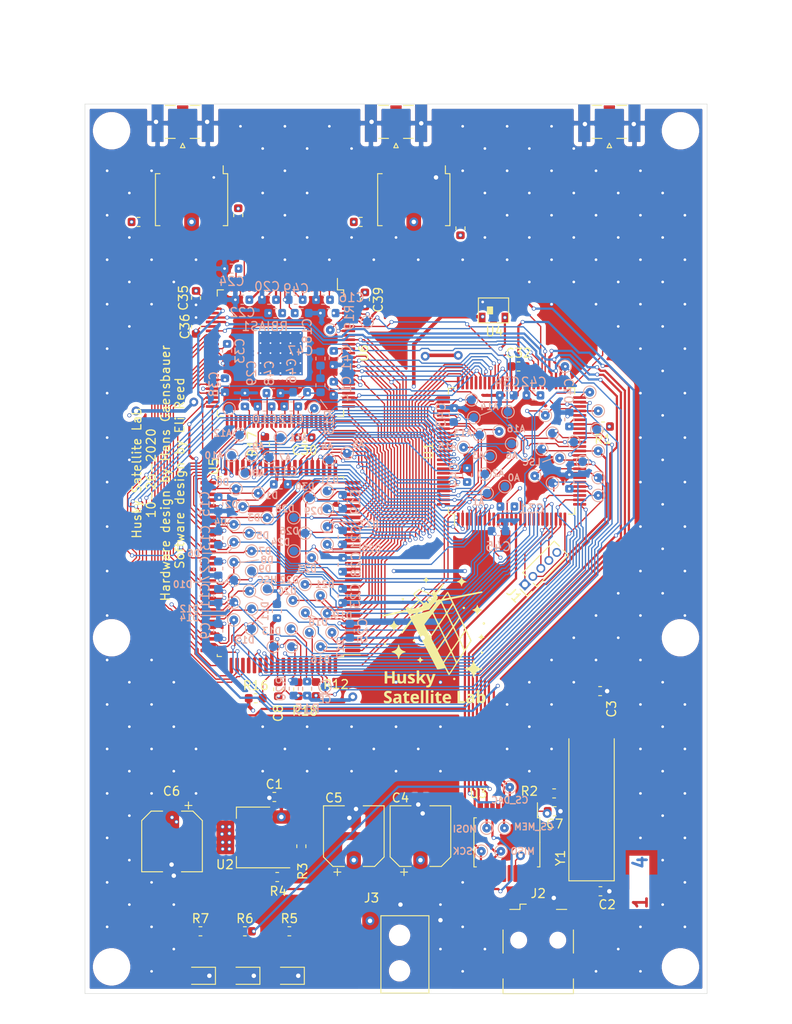
<source format=kicad_pcb>
(kicad_pcb (version 20171130) (host pcbnew "(5.1.6)-1")
  (layers (0 F.Cu signal) (1 In1.Cu power hide) (2 In2.Cu power hide) (31 B.Cu signal) (34 B.Paste user hide) (35 F.Paste user hide) (36 B.SilkS user) (37 F.SilkS user) (38 B.Mask user hide) (39 F.Mask user) (44 Edge.Cuts user))
  (net 0 "")
  (net 1 +3V3)
  (net 2 AGND)
  (net 3 "Net-(C2-Pad1)")
  (net 4 "Net-(C3-Pad1)")
  (net 5 +1V8)
  (net 6 "Net-(C46-Pad2)")
  (net 7 "Net-(C47-Pad2)")
  (net 8 "Net-(C48-Pad1)")
  (net 9 "Net-(C49-Pad2)")
  (net 10 "Net-(D1-Pad2)")
  (net 11 "Net-(D2-Pad2)")
  (net 12 "Net-(D3-Pad2)")
  (net 13 "Net-(J1-Pad4)")
  (net 14 "Net-(J1-Pad3)")
  (net 15 "Net-(J1-Pad2)")
  (net 16 "Net-(J1-Pad1)")
  (net 17 "Net-(J2-Pad4)")
  (net 18 "Net-(J2-Pad3)")
  (net 19 "Net-(J2-Pad2)")
  (net 20 +5V)
  (net 21 "Net-(J2-Pad6)")
  (net 22 "Net-(J4-Pad1)")
  (net 23 "Net-(J5-Pad1)")
  (net 24 /TRIG)
  (net 25 "Net-(R1-Pad2)")
  (net 26 "Net-(R2-Pad1)")
  (net 27 "Net-(R3-Pad1)")
  (net 28 "Net-(R6-Pad2)")
  (net 29 "Net-(R7-Pad2)")
  (net 30 "Net-(R8-Pad1)")
  (net 31 "Net-(R9-Pad1)")
  (net 32 "Net-(R10-Pad1)")
  (net 33 "Net-(R11-Pad1)")
  (net 34 "Net-(R12-Pad1)")
  (net 35 "Net-(R14-Pad2)")
  (net 36 /HS_CLK)
  (net 37 "Net-(R15-Pad1)")
  (net 38 /LS_CLK)
  (net 39 "Net-(R17-Pad1)")
  (net 40 "Net-(R18-Pad1)")
  (net 41 "Net-(R19-Pad2)")
  (net 42 /D0)
  (net 43 /D16)
  (net 44 /D1)
  (net 45 /D17)
  (net 46 /D2)
  (net 47 /D18)
  (net 48 /D3)
  (net 49 /D19)
  (net 50 /D4)
  (net 51 /D20)
  (net 52 /D5)
  (net 53 /D21)
  (net 54 /D6)
  (net 55 /D22)
  (net 56 /D7)
  (net 57 /D23)
  (net 58 /D8)
  (net 59 /D24)
  (net 60 /D9)
  (net 61 /D25)
  (net 62 /D10)
  (net 63 /D26)
  (net 64 /D11)
  (net 65 /D27)
  (net 66 /D12)
  (net 67 /D28)
  (net 68 /D13)
  (net 69 /D29)
  (net 70 /D14)
  (net 71 /D30)
  (net 72 /D15)
  (net 73 /D31)
  (net 74 "Net-(RBIAS1-Pad2)")
  (net 75 /SCK)
  (net 76 /SLEEP)
  (net 77 /MOSI)
  (net 78 /MISO)
  (net 79 /CS_DAC)
  (net 80 /CS_MEM)
  (net 81 /IO2)
  (net 82 /A0)
  (net 83 /A1)
  (net 84 /A2)
  (net 85 /A3)
  (net 86 /A4)
  (net 87 /A5)
  (net 88 /A6)
  (net 89 /A7)
  (net 90 /A8)
  (net 91 /A9)
  (net 92 /A10)
  (net 93 /A11)
  (net 94 /A12)
  (net 95 /A13)
  (net 96 /A14)
  (net 97 /A15)
  (net 98 /A16)
  (net 99 /~ADSP)
  (net 100 /~ADV)
  (net 101 /DQPd)
  (net 102 /DQPc)
  (net 103 /DQPb)
  (net 104 /DQPa)
  (net 105 /MODE)
  (net 106 /~CE)
  (net 107 /CE2)
  (net 108 /TXEN)
  (net 109 /PHSTR)
  (net 110 /~CE2)
  (net 111 /~GW)
  (net 112 /~BWE)
  (net 113 /~OE)
  (net 114 /~ADSC)
  (net 115 "Net-(TP44-Pad1)")
  (net 116 "Net-(TP45-Pad1)")
  (net 117 /ZZ)
  (net 118 /HS_CLK_EN)
  (net 119 /DAC_RST)
  (net 120 "Net-(U1-Pad43)")
  (net 121 "Net-(U3-Pad16)")
  (net 122 "Net-(U3-Pad15)")
  (net 123 "Net-(U3-Pad14)")
  (net 124 "Net-(U3-Pad12)")
  (net 125 "Net-(U3-Pad4)")
  (net 126 "Net-(U4-Pad5)")
  (net 127 "Net-(U5-Pad66)")
  (net 128 "Net-(U5-Pad43)")
  (net 129 "Net-(U5-Pad42)")
  (net 130 "Net-(U5-Pad39)")
  (net 131 "Net-(U5-Pad38)")
  (net 132 "Net-(U5-Pad16)")
  (net 133 "Net-(U5-Pad14)")
  (net 134 "Net-(U6-Pad63)")
  (net 135 "Net-(U6-Pad62)")
  (net 136 "Net-(U4-Pad1)")
  (net 137 "Net-(R20-Pad1)")
  (module HS2_parts:logo (layer F.Cu) (at 79.25 120.25)
    (fp_text reference G*** hide)
    (fp_text value LOGO hide)
  )
  (module MountingHole:MountingHole_3.2mm_M3_DIN965 (layer F.Cu) (at 107 120)
    (fp_text reference REF** hide)
    (fp_text value MountingHole_3.2mm_M3_DIN965)
    (pad 1 np_thru_hole circle (at 0 0) (size 3.2 3.2) (drill 3.2) (layers *.Cu *.Mask))
  )
  (module MountingHole:MountingHole_3.2mm_M3_DIN965 (layer F.Cu) (at 43 120)
    (fp_text reference REF** hide)
    (fp_text value MountingHole_3.2mm_M3_DIN965)
    (pad 1 np_thru_hole circle (at 0 0) (size 3.2 3.2) (drill 3.2) (layers *.Cu *.Mask))
  )
  (module MountingHole:MountingHole_3.2mm_M3_DIN965 (layer F.Cu) (at 107 157)
    (fp_text reference REF** hide)
    (fp_text value MountingHole_3.2mm_M3_DIN965)
    (pad 1 np_thru_hole circle (at 0 0) (size 3.2 3.2) (drill 3.2) (layers *.Cu *.Mask))
  )
  (module MountingHole:MountingHole_3.2mm_M3_DIN965 (layer F.Cu) (at 43 157)
    (fp_text reference REF** hide)
    (fp_text value MountingHole_3.2mm_M3_DIN965)
    (pad 1 np_thru_hole circle (at 0 0) (size 3.2 3.2) (drill 3.2) (layers *.Cu *.Mask))
  )
  (module MountingHole:MountingHole_3.2mm_M3_DIN965 (layer F.Cu) (at 43 63)
    (fp_text reference REF** hide)
    (fp_text value MountingHole_3.2mm_M3_DIN965)
    (pad 1 np_thru_hole circle (at 0 0) (size 3.2 3.2) (drill 3.2) (layers *.Cu *.Mask))
  )
  (module MountingHole:MountingHole_3.2mm_M3_DIN965 (layer F.Cu) (at 107 63)
    (fp_text reference REF** hide)
    (fp_text value MountingHole_3.2mm_M3_DIN965)
    (pad 1 np_thru_hole circle (at 0 0) (size 3.2 3.2) (drill 3.2) (layers *.Cu *.Mask))
  )
  (module Capacitor_SMD:CP_Elec_6.3x3 (layer F.Cu) (at 49.8 142.9 270)
    (fp_text reference C6 (at -5.65 0.05 180) (layer F.SilkS))
    (fp_text value 100u)
    (pad 2 smd roundrect (at 2.7 0 270) (size 3.5 1.6) (layers F.Cu F.Paste F.Mask) (roundrect_rratio 0.15625) (net 2 AGND))
    (pad 1 smd roundrect (at -2.7 0 270) (size 3.5 1.6) (layers F.Cu F.Paste F.Mask) (roundrect_rratio 0.15625) (net 5 +1V8))
  )
  (module Connector_PinHeader_1.27mm:PinHeader_1x05_P1.27mm_Vertical (layer F.Cu) (at 89.5 114 135)
    (fp_text reference J1 (at 0 -1.695 135) (layer F.SilkS))
    (fp_text value Conn_01x05_Male)
    (pad 5 thru_hole oval (at 0 5.08 135) (size 1 1) (drill 0.65) (layers *.Cu *.Mask) (net 2 AGND))
    (pad 4 thru_hole oval (at 0 3.81 135) (size 1 1) (drill 0.65) (layers *.Cu *.Mask) (net 13 "Net-(J1-Pad4)"))
    (pad 3 thru_hole oval (at 0 2.54 135) (size 1 1) (drill 0.65) (layers *.Cu *.Mask) (net 14 "Net-(J1-Pad3)"))
    (pad 2 thru_hole oval (at 0 1.27 135) (size 1 1) (drill 0.65) (layers *.Cu *.Mask) (net 15 "Net-(J1-Pad2)"))
    (pad 1 thru_hole rect (at 0 0 135) (size 1 1) (drill 0.65) (layers *.Cu *.Mask) (net 16 "Net-(J1-Pad1)"))
  )
  (module Connector_Coaxial:SMA_Samtec_SMA-J-P-X-ST-EM1_EdgeMount (layer F.Cu) (at 99 62.15 180)
    (fp_text reference J6 hide)
    (fp_text value Conn_Coaxial)
    (pad 1 smd rect (at 0 0.2 180) (size 1.27 3.6) (layers F.Cu F.Paste F.Mask) (net 24 /TRIG))
    (pad 2 smd rect (at 2.825 0 180) (size 1.35 4.2) (layers F.Cu F.Paste F.Mask) (net 2 AGND))
    (pad 2 smd rect (at -2.825 0 180) (size 1.35 4.2) (layers F.Cu F.Paste F.Mask) (net 2 AGND))
    (pad 2 smd rect (at 2.825 0 180) (size 1.35 4.2) (layers B.Cu B.Paste B.Mask) (net 2 AGND))
    (pad 2 smd rect (at -2.825 0 180) (size 1.35 4.2) (layers B.Cu B.Paste B.Mask) (net 2 AGND))
  )
  (module Connector_Coaxial:SMA_Samtec_SMA-J-P-X-ST-EM1_EdgeMount (layer F.Cu) (at 75 62.15 180)
    (fp_text reference J5 hide)
    (fp_text value Conn_Coaxial)
    (pad 1 smd rect (at 0 0.2 180) (size 1.27 3.6) (layers F.Cu F.Paste F.Mask) (net 23 "Net-(J5-Pad1)"))
    (pad 2 smd rect (at 2.825 0 180) (size 1.35 4.2) (layers F.Cu F.Paste F.Mask) (net 2 AGND))
    (pad 2 smd rect (at -2.825 0 180) (size 1.35 4.2) (layers F.Cu F.Paste F.Mask) (net 2 AGND))
    (pad 2 smd rect (at 2.825 0 180) (size 1.35 4.2) (layers B.Cu B.Paste B.Mask) (net 2 AGND))
    (pad 2 smd rect (at -2.825 0 180) (size 1.35 4.2) (layers B.Cu B.Paste B.Mask) (net 2 AGND))
  )
  (module Connector_Coaxial:SMA_Samtec_SMA-J-P-X-ST-EM1_EdgeMount (layer F.Cu) (at 51 62.15 180)
    (fp_text reference J4 hide)
    (fp_text value Conn_Coaxial)
    (pad 1 smd rect (at 0 0.2 180) (size 1.27 3.6) (layers F.Cu F.Paste F.Mask) (net 22 "Net-(J4-Pad1)"))
    (pad 2 smd rect (at 2.825 0 180) (size 1.35 4.2) (layers F.Cu F.Paste F.Mask) (net 2 AGND))
    (pad 2 smd rect (at -2.825 0 180) (size 1.35 4.2) (layers F.Cu F.Paste F.Mask) (net 2 AGND))
    (pad 2 smd rect (at 2.825 0 180) (size 1.35 4.2) (layers B.Cu B.Paste B.Mask) (net 2 AGND))
    (pad 2 smd rect (at -2.825 0 180) (size 1.35 4.2) (layers B.Cu B.Paste B.Mask) (net 2 AGND))
  )
  (module Crystal:Crystal_SMD_HC49-SD_HandSoldering (layer F.Cu) (at 97 137.25 90)
    (fp_text reference Y1 (at -7.5 -3.5 90) (layer F.SilkS))
    (fp_text value 12Meg)
    (pad 2 smd rect (at 5.9375 0 90) (size 7.875 2) (layers F.Cu F.Paste F.Mask) (net 4 "Net-(C3-Pad1)"))
    (pad 1 smd rect (at -5.9375 0 90) (size 7.875 2) (layers F.Cu F.Paste F.Mask) (net 3 "Net-(C2-Pad1)"))
  )
  (module Package_QFP:TQFP-100-1EP_14x14mm_P0.5mm_EP5x5mm_ThermalVias (layer F.Cu) (at 62 88 270)
    (fp_text reference U6 (at 0 -9.35 90) (layer F.SilkS))
    (fp_text value DAC5687IPZP)
    (pad 101 smd rect (at 0 0 270) (size 5 5) (layers B.Cu) (net 2 AGND))
    (pad 101 thru_hole circle (at 2.25 2.25 270) (size 0.5 0.5) (drill 0.2) (layers *.Cu) (net 2 AGND))
    (pad 101 thru_hole circle (at 1.125 2.25 270) (size 0.5 0.5) (drill 0.2) (layers *.Cu) (net 2 AGND))
    (pad 101 thru_hole circle (at 0 2.25 270) (size 0.5 0.5) (drill 0.2) (layers *.Cu) (net 2 AGND))
    (pad 101 thru_hole circle (at -1.125 2.25 270) (size 0.5 0.5) (drill 0.2) (layers *.Cu) (net 2 AGND))
    (pad 101 thru_hole circle (at -2.25 2.25 270) (size 0.5 0.5) (drill 0.2) (layers *.Cu) (net 2 AGND))
    (pad 101 thru_hole circle (at 2.25 1.125 270) (size 0.5 0.5) (drill 0.2) (layers *.Cu) (net 2 AGND))
    (pad 101 thru_hole circle (at 1.125 1.125 270) (size 0.5 0.5) (drill 0.2) (layers *.Cu) (net 2 AGND))
    (pad 101 thru_hole circle (at 0 1.125 270) (size 0.5 0.5) (drill 0.2) (layers *.Cu) (net 2 AGND))
    (pad 101 thru_hole circle (at -1.125 1.125 270) (size 0.5 0.5) (drill 0.2) (layers *.Cu) (net 2 AGND))
    (pad 101 thru_hole circle (at -2.25 1.125 270) (size 0.5 0.5) (drill 0.2) (layers *.Cu) (net 2 AGND))
    (pad 101 thru_hole circle (at 2.25 0 270) (size 0.5 0.5) (drill 0.2) (layers *.Cu) (net 2 AGND))
    (pad 101 thru_hole circle (at 1.125 0 270) (size 0.5 0.5) (drill 0.2) (layers *.Cu) (net 2 AGND))
    (pad 101 thru_hole circle (at 0 0 270) (size 0.5 0.5) (drill 0.2) (layers *.Cu) (net 2 AGND))
    (pad 101 thru_hole circle (at -1.125 0 270) (size 0.5 0.5) (drill 0.2) (layers *.Cu) (net 2 AGND))
    (pad 101 thru_hole circle (at -2.25 0 270) (size 0.5 0.5) (drill 0.2) (layers *.Cu) (net 2 AGND))
    (pad 101 thru_hole circle (at 2.25 -1.125 270) (size 0.5 0.5) (drill 0.2) (layers *.Cu) (net 2 AGND))
    (pad 101 thru_hole circle (at 1.125 -1.125 270) (size 0.5 0.5) (drill 0.2) (layers *.Cu) (net 2 AGND))
    (pad 101 thru_hole circle (at 0 -1.125 270) (size 0.5 0.5) (drill 0.2) (layers *.Cu) (net 2 AGND))
    (pad 101 thru_hole circle (at -1.125 -1.125 270) (size 0.5 0.5) (drill 0.2) (layers *.Cu) (net 2 AGND))
    (pad 101 thru_hole circle (at -2.25 -1.125 270) (size 0.5 0.5) (drill 0.2) (layers *.Cu) (net 2 AGND))
    (pad 101 thru_hole circle (at 2.25 -2.25 270) (size 0.5 0.5) (drill 0.2) (layers *.Cu) (net 2 AGND))
    (pad 101 thru_hole circle (at 1.125 -2.25 270) (size 0.5 0.5) (drill 0.2) (layers *.Cu) (net 2 AGND))
    (pad 101 thru_hole circle (at 0 -2.25 270) (size 0.5 0.5) (drill 0.2) (layers *.Cu) (net 2 AGND))
    (pad 101 thru_hole circle (at -1.125 -2.25 270) (size 0.5 0.5) (drill 0.2) (layers *.Cu) (net 2 AGND))
    (pad 101 thru_hole circle (at -2.25 -2.25 270) (size 0.5 0.5) (drill 0.2) (layers *.Cu) (net 2 AGND))
    (pad 101 smd rect (at 0 0 270) (size 5 5) (layers F.Cu F.Mask) (net 2 AGND))
    (pad 100 smd roundrect (at -6 -7.6625 270) (size 0.3 1.475) (layers F.Cu F.Paste F.Mask) (net 5 +1V8))
    (pad 99 smd roundrect (at -5.5 -7.6625 270) (size 0.3 1.475) (layers F.Cu F.Paste F.Mask) (net 2 AGND))
    (pad 98 smd roundrect (at -5 -7.6625 270) (size 0.3 1.475) (layers F.Cu F.Paste F.Mask) (net 116 "Net-(TP45-Pad1)"))
    (pad 97 smd roundrect (at -4.5 -7.6625 270) (size 0.3 1.475) (layers F.Cu F.Paste F.Mask) (net 41 "Net-(R19-Pad2)"))
    (pad 96 smd roundrect (at -4 -7.6625 270) (size 0.3 1.475) (layers F.Cu F.Paste F.Mask) (net 76 /SLEEP))
    (pad 95 smd roundrect (at -3.5 -7.6625 270) (size 0.3 1.475) (layers F.Cu F.Paste F.Mask) (net 119 /DAC_RST))
    (pad 94 smd roundrect (at -3 -7.6625 270) (size 0.3 1.475) (layers F.Cu F.Paste F.Mask) (net 109 /PHSTR))
    (pad 93 smd roundrect (at -2.5 -7.6625 270) (size 0.3 1.475) (layers F.Cu F.Paste F.Mask) (net 2 AGND))
    (pad 92 smd roundrect (at -2 -7.6625 270) (size 0.3 1.475) (layers F.Cu F.Paste F.Mask) (net 43 /D16))
    (pad 91 smd roundrect (at -1.5 -7.6625 270) (size 0.3 1.475) (layers F.Cu F.Paste F.Mask) (net 45 /D17))
    (pad 90 smd roundrect (at -1 -7.6625 270) (size 0.3 1.475) (layers F.Cu F.Paste F.Mask) (net 47 /D18))
    (pad 89 smd roundrect (at -0.5 -7.6625 270) (size 0.3 1.475) (layers F.Cu F.Paste F.Mask) (net 5 +1V8))
    (pad 88 smd roundrect (at 0 -7.6625 270) (size 0.3 1.475) (layers F.Cu F.Paste F.Mask) (net 2 AGND))
    (pad 87 smd roundrect (at 0.5 -7.6625 270) (size 0.3 1.475) (layers F.Cu F.Paste F.Mask) (net 49 /D19))
    (pad 86 smd roundrect (at 1 -7.6625 270) (size 0.3 1.475) (layers F.Cu F.Paste F.Mask) (net 51 /D20))
    (pad 85 smd roundrect (at 1.5 -7.6625 270) (size 0.3 1.475) (layers F.Cu F.Paste F.Mask) (net 53 /D21))
    (pad 84 smd roundrect (at 2 -7.6625 270) (size 0.3 1.475) (layers F.Cu F.Paste F.Mask) (net 55 /D22))
    (pad 83 smd roundrect (at 2.5 -7.6625 270) (size 0.3 1.475) (layers F.Cu F.Paste F.Mask) (net 57 /D23))
    (pad 82 smd roundrect (at 3 -7.6625 270) (size 0.3 1.475) (layers F.Cu F.Paste F.Mask) (net 5 +1V8))
    (pad 81 smd roundrect (at 3.5 -7.6625 270) (size 0.3 1.475) (layers F.Cu F.Paste F.Mask) (net 2 AGND))
    (pad 80 smd roundrect (at 4 -7.6625 270) (size 0.3 1.475) (layers F.Cu F.Paste F.Mask) (net 1 +3V3))
    (pad 79 smd roundrect (at 4.5 -7.6625 270) (size 0.3 1.475) (layers F.Cu F.Paste F.Mask) (net 2 AGND))
    (pad 78 smd roundrect (at 5 -7.6625 270) (size 0.3 1.475) (layers F.Cu F.Paste F.Mask) (net 59 /D24))
    (pad 77 smd roundrect (at 5.5 -7.6625 270) (size 0.3 1.475) (layers F.Cu F.Paste F.Mask) (net 61 /D25))
    (pad 76 smd roundrect (at 6 -7.6625 270) (size 0.3 1.475) (layers F.Cu F.Paste F.Mask) (net 63 /D26))
    (pad 75 smd roundrect (at 7.6625 -6 270) (size 1.475 0.3) (layers F.Cu F.Paste F.Mask) (net 65 /D27))
    (pad 74 smd roundrect (at 7.6625 -5.5 270) (size 1.475 0.3) (layers F.Cu F.Paste F.Mask) (net 67 /D28))
    (pad 73 smd roundrect (at 7.6625 -5 270) (size 1.475 0.3) (layers F.Cu F.Paste F.Mask) (net 69 /D29))
    (pad 72 smd roundrect (at 7.6625 -4.5 270) (size 1.475 0.3) (layers F.Cu F.Paste F.Mask) (net 71 /D30))
    (pad 71 smd roundrect (at 7.6625 -4 270) (size 1.475 0.3) (layers F.Cu F.Paste F.Mask) (net 73 /D31))
    (pad 70 smd roundrect (at 7.6625 -3.5 270) (size 1.475 0.3) (layers F.Cu F.Paste F.Mask) (net 115 "Net-(TP44-Pad1)"))
    (pad 69 smd roundrect (at 7.6625 -3 270) (size 1.475 0.3) (layers F.Cu F.Paste F.Mask) (net 2 AGND))
    (pad 68 smd roundrect (at 7.6625 -2.5 270) (size 1.475 0.3) (layers F.Cu F.Paste F.Mask) (net 5 +1V8))
    (pad 67 smd roundrect (at 7.6625 -2 270) (size 1.475 0.3) (layers F.Cu F.Paste F.Mask) (net 1 +3V3))
    (pad 66 smd roundrect (at 7.6625 -1.5 270) (size 1.475 0.3) (layers F.Cu F.Paste F.Mask) (net 6 "Net-(C46-Pad2)"))
    (pad 65 smd roundrect (at 7.6625 -1 270) (size 1.475 0.3) (layers F.Cu F.Paste F.Mask) (net 2 AGND))
    (pad 64 smd roundrect (at 7.6625 -0.5 270) (size 1.475 0.3) (layers F.Cu F.Paste F.Mask) (net 2 AGND))
    (pad 63 smd roundrect (at 7.6625 0 270) (size 1.475 0.3) (layers F.Cu F.Paste F.Mask) (net 134 "Net-(U6-Pad63)"))
    (pad 62 smd roundrect (at 7.6625 0.5 270) (size 1.475 0.3) (layers F.Cu F.Paste F.Mask) (net 135 "Net-(U6-Pad62)"))
    (pad 61 smd roundrect (at 7.6625 1 270) (size 1.475 0.3) (layers F.Cu F.Paste F.Mask) (net 1 +3V3))
    (pad 60 smd roundrect (at 7.6625 1.5 270) (size 1.475 0.3) (layers F.Cu F.Paste F.Mask) (net 8 "Net-(C48-Pad1)"))
    (pad 59 smd roundrect (at 7.6625 2 270) (size 1.475 0.3) (layers F.Cu F.Paste F.Mask) (net 39 "Net-(R17-Pad1)"))
    (pad 58 smd roundrect (at 7.6625 2.5 270) (size 1.475 0.3) (layers F.Cu F.Paste F.Mask) (net 2 AGND))
    (pad 57 smd roundrect (at 7.6625 3 270) (size 1.475 0.3) (layers F.Cu F.Paste F.Mask) (net 2 AGND))
    (pad 56 smd roundrect (at 7.6625 3.5 270) (size 1.475 0.3) (layers F.Cu F.Paste F.Mask) (net 5 +1V8))
    (pad 55 smd roundrect (at 7.6625 4 270) (size 1.475 0.3) (layers F.Cu F.Paste F.Mask) (net 42 /D0))
    (pad 54 smd roundrect (at 7.6625 4.5 270) (size 1.475 0.3) (layers F.Cu F.Paste F.Mask) (net 44 /D1))
    (pad 53 smd roundrect (at 7.6625 5 270) (size 1.475 0.3) (layers F.Cu F.Paste F.Mask) (net 46 /D2))
    (pad 52 smd roundrect (at 7.6625 5.5 270) (size 1.475 0.3) (layers F.Cu F.Paste F.Mask) (net 48 /D3))
    (pad 51 smd roundrect (at 7.6625 6 270) (size 1.475 0.3) (layers F.Cu F.Paste F.Mask) (net 50 /D4))
    (pad 50 smd roundrect (at 6 7.6625 270) (size 0.3 1.475) (layers F.Cu F.Paste F.Mask) (net 52 /D5))
    (pad 49 smd roundrect (at 5.5 7.6625 270) (size 0.3 1.475) (layers F.Cu F.Paste F.Mask) (net 54 /D6))
    (pad 48 smd roundrect (at 5 7.6625 270) (size 0.3 1.475) (layers F.Cu F.Paste F.Mask) (net 56 /D7))
    (pad 47 smd roundrect (at 4.5 7.6625 270) (size 0.3 1.475) (layers F.Cu F.Paste F.Mask) (net 2 AGND))
    (pad 46 smd roundrect (at 4 7.6625 270) (size 0.3 1.475) (layers F.Cu F.Paste F.Mask) (net 1 +3V3))
    (pad 45 smd roundrect (at 3.5 7.6625 270) (size 0.3 1.475) (layers F.Cu F.Paste F.Mask) (net 2 AGND))
    (pad 44 smd roundrect (at 3 7.6625 270) (size 0.3 1.475) (layers F.Cu F.Paste F.Mask) (net 5 +1V8))
    (pad 43 smd roundrect (at 2.5 7.6625 270) (size 0.3 1.475) (layers F.Cu F.Paste F.Mask) (net 58 /D8))
    (pad 42 smd roundrect (at 2 7.6625 270) (size 0.3 1.475) (layers F.Cu F.Paste F.Mask) (net 60 /D9))
    (pad 41 smd roundrect (at 1.5 7.6625 270) (size 0.3 1.475) (layers F.Cu F.Paste F.Mask) (net 62 /D10))
    (pad 40 smd roundrect (at 1 7.6625 270) (size 0.3 1.475) (layers F.Cu F.Paste F.Mask) (net 64 /D11))
    (pad 39 smd roundrect (at 0.5 7.6625 270) (size 0.3 1.475) (layers F.Cu F.Paste F.Mask) (net 66 /D12))
    (pad 38 smd roundrect (at 0 7.6625 270) (size 0.3 1.475) (layers F.Cu F.Paste F.Mask) (net 2 AGND))
    (pad 37 smd roundrect (at -0.5 7.6625 270) (size 0.3 1.475) (layers F.Cu F.Paste F.Mask) (net 5 +1V8))
    (pad 36 smd roundrect (at -1 7.6625 270) (size 0.3 1.475) (layers F.Cu F.Paste F.Mask) (net 68 /D13))
    (pad 35 smd roundrect (at -1.5 7.6625 270) (size 0.3 1.475) (layers F.Cu F.Paste F.Mask) (net 70 /D14))
    (pad 34 smd roundrect (at -2 7.6625 270) (size 0.3 1.475) (layers F.Cu F.Paste F.Mask) (net 72 /D15))
    (pad 33 smd roundrect (at -2.5 7.6625 270) (size 0.3 1.475) (layers F.Cu F.Paste F.Mask) (net 108 /TXEN))
    (pad 32 smd roundrect (at -3 7.6625 270) (size 0.3 1.475) (layers F.Cu F.Paste F.Mask) (net 5 +1V8))
    (pad 31 smd roundrect (at -3.5 7.6625 270) (size 0.3 1.475) (layers F.Cu F.Paste F.Mask) (net 78 /MISO))
    (pad 30 smd roundrect (at -4 7.6625 270) (size 0.3 1.475) (layers F.Cu F.Paste F.Mask) (net 77 /MOSI))
    (pad 29 smd roundrect (at -4.5 7.6625 270) (size 0.3 1.475) (layers F.Cu F.Paste F.Mask) (net 75 /SCK))
    (pad 28 smd roundrect (at -5 7.6625 270) (size 0.3 1.475) (layers F.Cu F.Paste F.Mask) (net 79 /CS_DAC))
    (pad 27 smd roundrect (at -5.5 7.6625 270) (size 0.3 1.475) (layers F.Cu F.Paste F.Mask) (net 2 AGND))
    (pad 26 smd roundrect (at -6 7.6625 270) (size 0.3 1.475) (layers F.Cu F.Paste F.Mask) (net 5 +1V8))
    (pad 25 smd roundrect (at -7.6625 6 270) (size 1.475 0.3) (layers F.Cu F.Paste F.Mask) (net 2 AGND))
    (pad 24 smd roundrect (at -7.6625 5.5 270) (size 1.475 0.3) (layers F.Cu F.Paste F.Mask) (net 1 +3V3))
    (pad 23 smd roundrect (at -7.6625 5 270) (size 1.475 0.3) (layers F.Cu F.Paste F.Mask) (net 1 +3V3))
    (pad 22 smd roundrect (at -7.6625 4.5 270) (size 1.475 0.3) (layers F.Cu F.Paste F.Mask) (net 2 AGND))
    (pad 21 smd roundrect (at -7.6625 4 270) (size 1.475 0.3) (layers F.Cu F.Paste F.Mask) (net 33 "Net-(R11-Pad1)"))
    (pad 20 smd roundrect (at -7.6625 3.5 270) (size 1.475 0.3) (layers F.Cu F.Paste F.Mask) (net 32 "Net-(R10-Pad1)"))
    (pad 19 smd roundrect (at -7.6625 3 270) (size 1.475 0.3) (layers F.Cu F.Paste F.Mask) (net 2 AGND))
    (pad 18 smd roundrect (at -7.6625 2.5 270) (size 1.475 0.3) (layers F.Cu F.Paste F.Mask) (net 1 +3V3))
    (pad 17 smd roundrect (at -7.6625 2 270) (size 1.475 0.3) (layers F.Cu F.Paste F.Mask) (net 2 AGND))
    (pad 16 smd roundrect (at -7.6625 1.5 270) (size 1.475 0.3) (layers F.Cu F.Paste F.Mask) (net 1 +3V3))
    (pad 15 smd roundrect (at -7.6625 1 270) (size 1.475 0.3) (layers F.Cu F.Paste F.Mask) (net 2 AGND))
    (pad 14 smd roundrect (at -7.6625 0.5 270) (size 1.475 0.3) (layers F.Cu F.Paste F.Mask) (net 1 +3V3))
    (pad 13 smd roundrect (at -7.6625 0 270) (size 1.475 0.3) (layers F.Cu F.Paste F.Mask) (net 74 "Net-(RBIAS1-Pad2)"))
    (pad 12 smd roundrect (at -7.6625 -0.5 270) (size 1.475 0.3) (layers F.Cu F.Paste F.Mask) (net 2 AGND))
    (pad 11 smd roundrect (at -7.6625 -1 270) (size 1.475 0.3) (layers F.Cu F.Paste F.Mask) (net 9 "Net-(C49-Pad2)"))
    (pad 10 smd roundrect (at -7.6625 -1.5 270) (size 1.475 0.3) (layers F.Cu F.Paste F.Mask) (net 1 +3V3))
    (pad 9 smd roundrect (at -7.6625 -2 270) (size 1.475 0.3) (layers F.Cu F.Paste F.Mask) (net 2 AGND))
    (pad 8 smd roundrect (at -7.6625 -2.5 270) (size 1.475 0.3) (layers F.Cu F.Paste F.Mask) (net 1 +3V3))
    (pad 7 smd roundrect (at -7.6625 -3 270) (size 1.475 0.3) (layers F.Cu F.Paste F.Mask) (net 2 AGND))
    (pad 6 smd roundrect (at -7.6625 -3.5 270) (size 1.475 0.3) (layers F.Cu F.Paste F.Mask) (net 31 "Net-(R9-Pad1)"))
    (pad 5 smd roundrect (at -7.6625 -4 270) (size 1.475 0.3) (layers F.Cu F.Paste F.Mask) (net 30 "Net-(R8-Pad1)"))
    (pad 4 smd roundrect (at -7.6625 -4.5 270) (size 1.475 0.3) (layers F.Cu F.Paste F.Mask) (net 2 AGND))
    (pad 3 smd roundrect (at -7.6625 -5 270) (size 1.475 0.3) (layers F.Cu F.Paste F.Mask) (net 1 +3V3))
    (pad 2 smd roundrect (at -7.6625 -5.5 270) (size 1.475 0.3) (layers F.Cu F.Paste F.Mask) (net 1 +3V3))
    (pad 1 smd roundrect (at -7.6625 -6 270) (size 1.475 0.3) (layers F.Cu F.Paste F.Mask) (net 2 AGND))
  )
  (module Package_QFP:PQFP-100_14x20mm_P0.65mm (layer F.Cu) (at 62 112 180)
    (fp_text reference U5 (at 7.5 11.25 90) (layer F.SilkS))
    (fp_text value IS61LF12836)
    (pad 100 smd roundrect (at -6.175 -11.125 180) (size 0.4 1.75) (layers F.Cu F.Paste F.Mask) (net 98 /A16))
    (pad 99 smd roundrect (at -5.525 -11.125 180) (size 0.4 1.75) (layers F.Cu F.Paste F.Mask) (net 97 /A15))
    (pad 98 smd roundrect (at -4.875 -11.125 180) (size 0.4 1.75) (layers F.Cu F.Paste F.Mask) (net 106 /~CE))
    (pad 97 smd roundrect (at -4.225 -11.125 180) (size 0.4 1.75) (layers F.Cu F.Paste F.Mask) (net 107 /CE2))
    (pad 96 smd roundrect (at -3.575 -11.125 180) (size 0.4 1.75) (layers F.Cu F.Paste F.Mask) (net 34 "Net-(R12-Pad1)"))
    (pad 95 smd roundrect (at -2.925 -11.125 180) (size 0.4 1.75) (layers F.Cu F.Paste F.Mask) (net 37 "Net-(R15-Pad1)"))
    (pad 94 smd roundrect (at -2.275 -11.125 180) (size 0.4 1.75) (layers F.Cu F.Paste F.Mask) (net 40 "Net-(R18-Pad1)"))
    (pad 93 smd roundrect (at -1.625 -11.125 180) (size 0.4 1.75) (layers F.Cu F.Paste F.Mask) (net 137 "Net-(R20-Pad1)"))
    (pad 92 smd roundrect (at -0.975 -11.125 180) (size 0.4 1.75) (layers F.Cu F.Paste F.Mask) (net 110 /~CE2))
    (pad 91 smd roundrect (at -0.325 -11.125 180) (size 0.4 1.75) (layers F.Cu F.Paste F.Mask) (net 1 +3V3))
    (pad 90 smd roundrect (at 0.325 -11.125 180) (size 0.4 1.75) (layers F.Cu F.Paste F.Mask) (net 2 AGND))
    (pad 89 smd roundrect (at 0.975 -11.125 180) (size 0.4 1.75) (layers F.Cu F.Paste F.Mask) (net 35 "Net-(R14-Pad2)"))
    (pad 88 smd roundrect (at 1.625 -11.125 180) (size 0.4 1.75) (layers F.Cu F.Paste F.Mask) (net 111 /~GW))
    (pad 87 smd roundrect (at 2.275 -11.125 180) (size 0.4 1.75) (layers F.Cu F.Paste F.Mask) (net 112 /~BWE))
    (pad 86 smd roundrect (at 2.925 -11.125 180) (size 0.4 1.75) (layers F.Cu F.Paste F.Mask) (net 113 /~OE))
    (pad 85 smd roundrect (at 3.575 -11.125 180) (size 0.4 1.75) (layers F.Cu F.Paste F.Mask) (net 114 /~ADSC))
    (pad 84 smd roundrect (at 4.225 -11.125 180) (size 0.4 1.75) (layers F.Cu F.Paste F.Mask) (net 99 /~ADSP))
    (pad 83 smd roundrect (at 4.875 -11.125 180) (size 0.4 1.75) (layers F.Cu F.Paste F.Mask) (net 100 /~ADV))
    (pad 82 smd roundrect (at 5.525 -11.125 180) (size 0.4 1.75) (layers F.Cu F.Paste F.Mask) (net 96 /A14))
    (pad 81 smd roundrect (at 6.175 -11.125 180) (size 0.4 1.75) (layers F.Cu F.Paste F.Mask) (net 95 /A13))
    (pad 80 smd roundrect (at 8.125 -9.425 180) (size 1.75 0.4) (layers F.Cu F.Paste F.Mask) (net 103 /DQPb))
    (pad 79 smd roundrect (at 8.125 -8.775 180) (size 1.75 0.4) (layers F.Cu F.Paste F.Mask) (net 72 /D15))
    (pad 78 smd roundrect (at 8.125 -8.125 180) (size 1.75 0.4) (layers F.Cu F.Paste F.Mask) (net 70 /D14))
    (pad 77 smd roundrect (at 8.125 -7.475 180) (size 1.75 0.4) (layers F.Cu F.Paste F.Mask) (net 1 +3V3))
    (pad 76 smd roundrect (at 8.125 -6.825 180) (size 1.75 0.4) (layers F.Cu F.Paste F.Mask) (net 2 AGND))
    (pad 75 smd roundrect (at 8.125 -6.175 180) (size 1.75 0.4) (layers F.Cu F.Paste F.Mask) (net 68 /D13))
    (pad 74 smd roundrect (at 8.125 -5.525 180) (size 1.75 0.4) (layers F.Cu F.Paste F.Mask) (net 66 /D12))
    (pad 73 smd roundrect (at 8.125 -4.875 180) (size 1.75 0.4) (layers F.Cu F.Paste F.Mask) (net 64 /D11))
    (pad 72 smd roundrect (at 8.125 -4.225 180) (size 1.75 0.4) (layers F.Cu F.Paste F.Mask) (net 62 /D10))
    (pad 71 smd roundrect (at 8.125 -3.575 180) (size 1.75 0.4) (layers F.Cu F.Paste F.Mask) (net 2 AGND))
    (pad 70 smd roundrect (at 8.125 -2.925 180) (size 1.75 0.4) (layers F.Cu F.Paste F.Mask) (net 1 +3V3))
    (pad 69 smd roundrect (at 8.125 -2.275 180) (size 1.75 0.4) (layers F.Cu F.Paste F.Mask) (net 60 /D9))
    (pad 68 smd roundrect (at 8.125 -1.625 180) (size 1.75 0.4) (layers F.Cu F.Paste F.Mask) (net 58 /D8))
    (pad 67 smd roundrect (at 8.125 -0.975 180) (size 1.75 0.4) (layers F.Cu F.Paste F.Mask) (net 2 AGND))
    (pad 66 smd roundrect (at 8.125 -0.325 180) (size 1.75 0.4) (layers F.Cu F.Paste F.Mask) (net 127 "Net-(U5-Pad66)"))
    (pad 65 smd roundrect (at 8.125 0.325 180) (size 1.75 0.4) (layers F.Cu F.Paste F.Mask) (net 1 +3V3))
    (pad 64 smd roundrect (at 8.125 0.975 180) (size 1.75 0.4) (layers F.Cu F.Paste F.Mask) (net 117 /ZZ))
    (pad 63 smd roundrect (at 8.125 1.625 180) (size 1.75 0.4) (layers F.Cu F.Paste F.Mask) (net 56 /D7))
    (pad 62 smd roundrect (at 8.125 2.275 180) (size 1.75 0.4) (layers F.Cu F.Paste F.Mask) (net 54 /D6))
    (pad 61 smd roundrect (at 8.125 2.925 180) (size 1.75 0.4) (layers F.Cu F.Paste F.Mask) (net 1 +3V3))
    (pad 60 smd roundrect (at 8.125 3.575 180) (size 1.75 0.4) (layers F.Cu F.Paste F.Mask) (net 2 AGND))
    (pad 59 smd roundrect (at 8.125 4.225 180) (size 1.75 0.4) (layers F.Cu F.Paste F.Mask) (net 52 /D5))
    (pad 58 smd roundrect (at 8.125 4.875 180) (size 1.75 0.4) (layers F.Cu F.Paste F.Mask) (net 50 /D4))
    (pad 57 smd roundrect (at 8.125 5.525 180) (size 1.75 0.4) (layers F.Cu F.Paste F.Mask) (net 48 /D3))
    (pad 56 smd roundrect (at 8.125 6.175 180) (size 1.75 0.4) (layers F.Cu F.Paste F.Mask) (net 46 /D2))
    (pad 55 smd roundrect (at 8.125 6.825 180) (size 1.75 0.4) (layers F.Cu F.Paste F.Mask) (net 2 AGND))
    (pad 54 smd roundrect (at 8.125 7.475 180) (size 1.75 0.4) (layers F.Cu F.Paste F.Mask) (net 1 +3V3))
    (pad 53 smd roundrect (at 8.125 8.125 180) (size 1.75 0.4) (layers F.Cu F.Paste F.Mask) (net 44 /D1))
    (pad 52 smd roundrect (at 8.125 8.775 180) (size 1.75 0.4) (layers F.Cu F.Paste F.Mask) (net 42 /D0))
    (pad 51 smd roundrect (at 8.125 9.425 180) (size 1.75 0.4) (layers F.Cu F.Paste F.Mask) (net 104 /DQPa))
    (pad 50 smd roundrect (at 6.175 11.125 180) (size 0.4 1.75) (layers F.Cu F.Paste F.Mask) (net 94 /A12))
    (pad 49 smd roundrect (at 5.525 11.125 180) (size 0.4 1.75) (layers F.Cu F.Paste F.Mask) (net 93 /A11))
    (pad 48 smd roundrect (at 4.875 11.125 180) (size 0.4 1.75) (layers F.Cu F.Paste F.Mask) (net 92 /A10))
    (pad 47 smd roundrect (at 4.225 11.125 180) (size 0.4 1.75) (layers F.Cu F.Paste F.Mask) (net 91 /A9))
    (pad 46 smd roundrect (at 3.575 11.125 180) (size 0.4 1.75) (layers F.Cu F.Paste F.Mask) (net 90 /A8))
    (pad 45 smd roundrect (at 2.925 11.125 180) (size 0.4 1.75) (layers F.Cu F.Paste F.Mask) (net 89 /A7))
    (pad 44 smd roundrect (at 2.275 11.125 180) (size 0.4 1.75) (layers F.Cu F.Paste F.Mask) (net 88 /A6))
    (pad 43 smd roundrect (at 1.625 11.125 180) (size 0.4 1.75) (layers F.Cu F.Paste F.Mask) (net 128 "Net-(U5-Pad43)"))
    (pad 42 smd roundrect (at 0.975 11.125 180) (size 0.4 1.75) (layers F.Cu F.Paste F.Mask) (net 129 "Net-(U5-Pad42)"))
    (pad 41 smd roundrect (at 0.325 11.125 180) (size 0.4 1.75) (layers F.Cu F.Paste F.Mask) (net 1 +3V3))
    (pad 40 smd roundrect (at -0.325 11.125 180) (size 0.4 1.75) (layers F.Cu F.Paste F.Mask) (net 2 AGND))
    (pad 39 smd roundrect (at -0.975 11.125 180) (size 0.4 1.75) (layers F.Cu F.Paste F.Mask) (net 130 "Net-(U5-Pad39)"))
    (pad 38 smd roundrect (at -1.625 11.125 180) (size 0.4 1.75) (layers F.Cu F.Paste F.Mask) (net 131 "Net-(U5-Pad38)"))
    (pad 37 smd roundrect (at -2.275 11.125 180) (size 0.4 1.75) (layers F.Cu F.Paste F.Mask) (net 82 /A0))
    (pad 36 smd roundrect (at -2.925 11.125 180) (size 0.4 1.75) (layers F.Cu F.Paste F.Mask) (net 83 /A1))
    (pad 35 smd roundrect (at -3.575 11.125 180) (size 0.4 1.75) (layers F.Cu F.Paste F.Mask) (net 87 /A5))
    (pad 34 smd roundrect (at -4.225 11.125 180) (size 0.4 1.75) (layers F.Cu F.Paste F.Mask) (net 86 /A4))
    (pad 33 smd roundrect (at -4.875 11.125 180) (size 0.4 1.75) (layers F.Cu F.Paste F.Mask) (net 85 /A3))
    (pad 32 smd roundrect (at -5.525 11.125 180) (size 0.4 1.75) (layers F.Cu F.Paste F.Mask) (net 84 /A2))
    (pad 31 smd roundrect (at -6.175 11.125 180) (size 0.4 1.75) (layers F.Cu F.Paste F.Mask) (net 105 /MODE))
    (pad 30 smd roundrect (at -8.125 9.425 180) (size 1.75 0.4) (layers F.Cu F.Paste F.Mask) (net 101 /DQPd))
    (pad 29 smd roundrect (at -8.125 8.775 180) (size 1.75 0.4) (layers F.Cu F.Paste F.Mask) (net 73 /D31))
    (pad 28 smd roundrect (at -8.125 8.125 180) (size 1.75 0.4) (layers F.Cu F.Paste F.Mask) (net 71 /D30))
    (pad 27 smd roundrect (at -8.125 7.475 180) (size 1.75 0.4) (layers F.Cu F.Paste F.Mask) (net 1 +3V3))
    (pad 26 smd roundrect (at -8.125 6.825 180) (size 1.75 0.4) (layers F.Cu F.Paste F.Mask) (net 2 AGND))
    (pad 25 smd roundrect (at -8.125 6.175 180) (size 1.75 0.4) (layers F.Cu F.Paste F.Mask) (net 69 /D29))
    (pad 24 smd roundrect (at -8.125 5.525 180) (size 1.75 0.4) (layers F.Cu F.Paste F.Mask) (net 67 /D28))
    (pad 23 smd roundrect (at -8.125 4.875 180) (size 1.75 0.4) (layers F.Cu F.Paste F.Mask) (net 65 /D27))
    (pad 22 smd roundrect (at -8.125 4.225 180) (size 1.75 0.4) (layers F.Cu F.Paste F.Mask) (net 63 /D26))
    (pad 21 smd roundrect (at -8.125 3.575 180) (size 1.75 0.4) (layers F.Cu F.Paste F.Mask) (net 2 AGND))
    (pad 20 smd roundrect (at -8.125 2.925 180) (size 1.75 0.4) (layers F.Cu F.Paste F.Mask) (net 1 +3V3))
    (pad 19 smd roundrect (at -8.125 2.275 180) (size 1.75 0.4) (layers F.Cu F.Paste F.Mask) (net 61 /D25))
    (pad 18 smd roundrect (at -8.125 1.625 180) (size 1.75 0.4) (layers F.Cu F.Paste F.Mask) (net 59 /D24))
    (pad 17 smd roundrect (at -8.125 0.975 180) (size 1.75 0.4) (layers F.Cu F.Paste F.Mask) (net 2 AGND))
    (pad 16 smd roundrect (at -8.125 0.325 180) (size 1.75 0.4) (layers F.Cu F.Paste F.Mask) (net 132 "Net-(U5-Pad16)"))
    (pad 15 smd roundrect (at -8.125 -0.325 180) (size 1.75 0.4) (layers F.Cu F.Paste F.Mask) (net 1 +3V3))
    (pad 14 smd roundrect (at -8.125 -0.975 180) (size 1.75 0.4) (layers F.Cu F.Paste F.Mask) (net 133 "Net-(U5-Pad14)"))
    (pad 13 smd roundrect (at -8.125 -1.625 180) (size 1.75 0.4) (layers F.Cu F.Paste F.Mask) (net 57 /D23))
    (pad 12 smd roundrect (at -8.125 -2.275 180) (size 1.75 0.4) (layers F.Cu F.Paste F.Mask) (net 55 /D22))
    (pad 11 smd roundrect (at -8.125 -2.925 180) (size 1.75 0.4) (layers F.Cu F.Paste F.Mask) (net 1 +3V3))
    (pad 10 smd roundrect (at -8.125 -3.575 180) (size 1.75 0.4) (layers F.Cu F.Paste F.Mask) (net 2 AGND))
    (pad 9 smd roundrect (at -8.125 -4.225 180) (size 1.75 0.4) (layers F.Cu F.Paste F.Mask) (net 53 /D21))
    (pad 8 smd roundrect (at -8.125 -4.875 180) (size 1.75 0.4) (layers F.Cu F.Paste F.Mask) (net 51 /D20))
    (pad 7 smd roundrect (at -8.125 -5.525 180) (size 1.75 0.4) (layers F.Cu F.Paste F.Mask) (net 49 /D19))
    (pad 6 smd roundrect (at -8.125 -6.175 180) (size 1.75 0.4) (layers F.Cu F.Paste F.Mask) (net 47 /D18))
    (pad 5 smd roundrect (at -8.125 -6.825 180) (size 1.75 0.4) (layers F.Cu F.Paste F.Mask) (net 2 AGND))
    (pad 4 smd roundrect (at -8.125 -7.475 180) (size 1.75 0.4) (layers F.Cu F.Paste F.Mask) (net 1 +3V3))
    (pad 3 smd roundrect (at -8.125 -8.125 180) (size 1.75 0.4) (layers F.Cu F.Paste F.Mask) (net 45 /D17))
    (pad 2 smd roundrect (at -8.125 -8.775 180) (size 1.75 0.4) (layers F.Cu F.Paste F.Mask) (net 43 /D16))
    (pad 1 smd roundrect (at -8.125 -9.425 180) (size 1.75 0.4) (layers F.Cu F.Paste F.Mask) (net 102 /DQPc))
  )
  (module HS2_parts:EXTO-H (layer F.Cu) (at 85.97 83.2)
    (fp_text reference U4 (at 0.1 2.4) (layer F.SilkS))
    (fp_text value ETXO-H33CL-100.000)
    (pad 4 smd rect (at -1.28 0.8) (size 0.75 1.1) (layers F.Cu F.Paste F.Mask) (net 36 /HS_CLK))
    (pad 1 smd rect (at 1.28 -0.8 180) (size 0.75 1.1) (layers F.Cu F.Paste F.Mask) (net 136 "Net-(U4-Pad1)"))
    (pad 6 smd rect (at 1.28 0.8 180) (size 0.75 1.1) (layers F.Cu F.Paste F.Mask) (net 1 +3V3))
    (pad 5 smd rect (at 0 1.01 180) (size 0.75 0.68) (layers F.Cu F.Paste F.Mask) (net 126 "Net-(U4-Pad5)"))
    (pad 2 smd rect (at 0 -1.01) (size 0.75 0.68) (layers F.Cu F.Paste F.Mask) (net 118 /HS_CLK_EN))
    (pad 3 smd rect (at -1.28 -0.8) (size 0.75 1.1) (layers F.Cu F.Paste F.Mask) (net 2 AGND))
  )
  (module Package_SO:SSOP-20_5.3x7.2mm_P0.65mm (layer F.Cu) (at 87.475 143 270)
    (fp_text reference U3 (at -5.5 3.225 180) (layer F.SilkS))
    (fp_text value MCP2210x-SS)
    (pad 20 smd roundrect (at 3.5 -2.925 270) (size 1.9 0.5) (layers F.Cu F.Paste F.Mask) (net 2 AGND))
    (pad 19 smd roundrect (at 3.5 -2.275 270) (size 1.9 0.5) (layers F.Cu F.Paste F.Mask) (net 18 "Net-(J2-Pad3)"))
    (pad 18 smd roundrect (at 3.5 -1.625 270) (size 1.9 0.5) (layers F.Cu F.Paste F.Mask) (net 19 "Net-(J2-Pad2)"))
    (pad 17 smd roundrect (at 3.5 -0.975 270) (size 1.9 0.5) (layers F.Cu F.Paste F.Mask) (net 1 +3V3))
    (pad 16 smd roundrect (at 3.5 -0.325 270) (size 1.9 0.5) (layers F.Cu F.Paste F.Mask) (net 121 "Net-(U3-Pad16)"))
    (pad 15 smd roundrect (at 3.5 0.325 270) (size 1.9 0.5) (layers F.Cu F.Paste F.Mask) (net 122 "Net-(U3-Pad15)"))
    (pad 14 smd roundrect (at 3.5 0.975 270) (size 1.9 0.5) (layers F.Cu F.Paste F.Mask) (net 123 "Net-(U3-Pad14)"))
    (pad 13 smd roundrect (at 3.5 1.625 270) (size 1.9 0.5) (layers F.Cu F.Paste F.Mask) (net 78 /MISO))
    (pad 12 smd roundrect (at 3.5 2.275 270) (size 1.9 0.5) (layers F.Cu F.Paste F.Mask) (net 124 "Net-(U3-Pad12)"))
    (pad 11 smd roundrect (at 3.5 2.925 270) (size 1.9 0.5) (layers F.Cu F.Paste F.Mask) (net 75 /SCK))
    (pad 10 smd roundrect (at -3.5 2.925 270) (size 1.9 0.5) (layers F.Cu F.Paste F.Mask) (net 76 /SLEEP))
    (pad 9 smd roundrect (at -3.5 2.275 270) (size 1.9 0.5) (layers F.Cu F.Paste F.Mask) (net 77 /MOSI))
    (pad 8 smd roundrect (at -3.5 1.625 270) (size 1.9 0.5) (layers F.Cu F.Paste F.Mask) (net 29 "Net-(R7-Pad2)"))
    (pad 7 smd roundrect (at -3.5 0.975 270) (size 1.9 0.5) (layers F.Cu F.Paste F.Mask) (net 81 /IO2))
    (pad 6 smd roundrect (at -3.5 0.325 270) (size 1.9 0.5) (layers F.Cu F.Paste F.Mask) (net 80 /CS_MEM))
    (pad 5 smd roundrect (at -3.5 -0.325 270) (size 1.9 0.5) (layers F.Cu F.Paste F.Mask) (net 79 /CS_DAC))
    (pad 4 smd roundrect (at -3.5 -0.975 270) (size 1.9 0.5) (layers F.Cu F.Paste F.Mask) (net 125 "Net-(U3-Pad4)"))
    (pad 3 smd roundrect (at -3.5 -1.625 270) (size 1.9 0.5) (layers F.Cu F.Paste F.Mask) (net 26 "Net-(R2-Pad1)"))
    (pad 2 smd roundrect (at -3.5 -2.275 270) (size 1.9 0.5) (layers F.Cu F.Paste F.Mask) (net 3 "Net-(C2-Pad1)"))
    (pad 1 smd roundrect (at -3.5 -2.925 270) (size 1.9 0.5) (layers F.Cu F.Paste F.Mask) (net 1 +3V3))
  )
  (module Package_TO_SOT_SMD:SOT-223-3_TabPin2 (layer F.Cu) (at 58.95 142.45 180)
    (fp_text reference U2 (at 3.2 -3.05) (layer F.SilkS))
    (fp_text value LM317_SOT-223)
    (pad 1 smd rect (at -3.15 -2.3 180) (size 2 1.5) (layers F.Cu F.Paste F.Mask) (net 27 "Net-(R3-Pad1)"))
    (pad 3 smd rect (at -3.15 2.3 180) (size 2 1.5) (layers F.Cu F.Paste F.Mask) (net 1 +3V3))
    (pad 2 smd rect (at -3.15 0 180) (size 2 1.5) (layers F.Cu F.Paste F.Mask) (net 5 +1V8))
    (pad 2 smd rect (at 3.15 0 180) (size 2 3.8) (layers F.Cu F.Paste F.Mask) (net 5 +1V8))
  )
  (module Package_QFP:TQFP-100_14x14mm_P0.5mm (layer F.Cu) (at 88 99 90)
    (fp_text reference U1 (at 0 -9.35 90) (layer F.SilkS))
    (fp_text value 5M160ZT100)
    (pad 100 smd roundrect (at -6 -7.6625 90) (size 0.3 1.475) (layers F.Cu F.Paste F.Mask) (net 82 /A0))
    (pad 99 smd roundrect (at -5.5 -7.6625 90) (size 0.3 1.475) (layers F.Cu F.Paste F.Mask) (net 83 /A1))
    (pad 98 smd roundrect (at -5 -7.6625 90) (size 0.3 1.475) (layers F.Cu F.Paste F.Mask) (net 84 /A2))
    (pad 97 smd roundrect (at -4.5 -7.6625 90) (size 0.3 1.475) (layers F.Cu F.Paste F.Mask) (net 85 /A3))
    (pad 96 smd roundrect (at -4 -7.6625 90) (size 0.3 1.475) (layers F.Cu F.Paste F.Mask) (net 86 /A4))
    (pad 95 smd roundrect (at -3.5 -7.6625 90) (size 0.3 1.475) (layers F.Cu F.Paste F.Mask) (net 87 /A5))
    (pad 94 smd roundrect (at -3 -7.6625 90) (size 0.3 1.475) (layers F.Cu F.Paste F.Mask) (net 1 +3V3))
    (pad 93 smd roundrect (at -2.5 -7.6625 90) (size 0.3 1.475) (layers F.Cu F.Paste F.Mask) (net 2 AGND))
    (pad 92 smd roundrect (at -2 -7.6625 90) (size 0.3 1.475) (layers F.Cu F.Paste F.Mask) (net 88 /A6))
    (pad 91 smd roundrect (at -1.5 -7.6625 90) (size 0.3 1.475) (layers F.Cu F.Paste F.Mask) (net 89 /A7))
    (pad 90 smd roundrect (at -1 -7.6625 90) (size 0.3 1.475) (layers F.Cu F.Paste F.Mask) (net 90 /A8))
    (pad 89 smd roundrect (at -0.5 -7.6625 90) (size 0.3 1.475) (layers F.Cu F.Paste F.Mask) (net 91 /A9))
    (pad 88 smd roundrect (at 0 -7.6625 90) (size 0.3 1.475) (layers F.Cu F.Paste F.Mask) (net 92 /A10))
    (pad 87 smd roundrect (at 0.5 -7.6625 90) (size 0.3 1.475) (layers F.Cu F.Paste F.Mask) (net 93 /A11))
    (pad 86 smd roundrect (at 1 -7.6625 90) (size 0.3 1.475) (layers F.Cu F.Paste F.Mask) (net 94 /A12))
    (pad 85 smd roundrect (at 1.5 -7.6625 90) (size 0.3 1.475) (layers F.Cu F.Paste F.Mask) (net 95 /A13))
    (pad 84 smd roundrect (at 2 -7.6625 90) (size 0.3 1.475) (layers F.Cu F.Paste F.Mask) (net 96 /A14))
    (pad 83 smd roundrect (at 2.5 -7.6625 90) (size 0.3 1.475) (layers F.Cu F.Paste F.Mask) (net 97 /A15))
    (pad 82 smd roundrect (at 3 -7.6625 90) (size 0.3 1.475) (layers F.Cu F.Paste F.Mask) (net 98 /A16))
    (pad 81 smd roundrect (at 3.5 -7.6625 90) (size 0.3 1.475) (layers F.Cu F.Paste F.Mask) (net 99 /~ADSP))
    (pad 80 smd roundrect (at 4 -7.6625 90) (size 0.3 1.475) (layers F.Cu F.Paste F.Mask) (net 1 +3V3))
    (pad 79 smd roundrect (at 4.5 -7.6625 90) (size 0.3 1.475) (layers F.Cu F.Paste F.Mask) (net 2 AGND))
    (pad 78 smd roundrect (at 5 -7.6625 90) (size 0.3 1.475) (layers F.Cu F.Paste F.Mask) (net 100 /~ADV))
    (pad 77 smd roundrect (at 5.5 -7.6625 90) (size 0.3 1.475) (layers F.Cu F.Paste F.Mask) (net 73 /D31))
    (pad 76 smd roundrect (at 6 -7.6625 90) (size 0.3 1.475) (layers F.Cu F.Paste F.Mask) (net 71 /D30))
    (pad 75 smd roundrect (at 7.6625 -6 90) (size 1.475 0.3) (layers F.Cu F.Paste F.Mask) (net 69 /D29))
    (pad 74 smd roundrect (at 7.6625 -5.5 90) (size 1.475 0.3) (layers F.Cu F.Paste F.Mask) (net 67 /D28))
    (pad 73 smd roundrect (at 7.6625 -5 90) (size 1.475 0.3) (layers F.Cu F.Paste F.Mask) (net 65 /D27))
    (pad 72 smd roundrect (at 7.6625 -4.5 90) (size 1.475 0.3) (layers F.Cu F.Paste F.Mask) (net 63 /D26))
    (pad 71 smd roundrect (at 7.6625 -4 90) (size 1.475 0.3) (layers F.Cu F.Paste F.Mask) (net 61 /D25))
    (pad 70 smd roundrect (at 7.6625 -3.5 90) (size 1.475 0.3) (layers F.Cu F.Paste F.Mask) (net 59 /D24))
    (pad 69 smd roundrect (at 7.6625 -3 90) (size 1.475 0.3) (layers F.Cu F.Paste F.Mask) (net 57 /D23))
    (pad 68 smd roundrect (at 7.6625 -2.5 90) (size 1.475 0.3) (layers F.Cu F.Paste F.Mask) (net 55 /D22))
    (pad 67 smd roundrect (at 7.6625 -2 90) (size 1.475 0.3) (layers F.Cu F.Paste F.Mask) (net 53 /D21))
    (pad 66 smd roundrect (at 7.6625 -1.5 90) (size 1.475 0.3) (layers F.Cu F.Paste F.Mask) (net 51 /D20))
    (pad 65 smd roundrect (at 7.6625 -1 90) (size 1.475 0.3) (layers F.Cu F.Paste F.Mask) (net 2 AGND))
    (pad 64 smd roundrect (at 7.6625 -0.5 90) (size 1.475 0.3) (layers F.Cu F.Paste F.Mask) (net 117 /ZZ))
    (pad 63 smd roundrect (at 7.6625 0 90) (size 1.475 0.3) (layers F.Cu F.Paste F.Mask) (net 5 +1V8))
    (pad 62 smd roundrect (at 7.6625 0.5 90) (size 1.475 0.3) (layers F.Cu F.Paste F.Mask) (net 80 /CS_MEM))
    (pad 61 smd roundrect (at 7.6625 1 90) (size 1.475 0.3) (layers F.Cu F.Paste F.Mask) (net 49 /D19))
    (pad 60 smd roundrect (at 7.6625 1.5 90) (size 1.475 0.3) (layers F.Cu F.Paste F.Mask) (net 2 AGND))
    (pad 59 smd roundrect (at 7.6625 2 90) (size 1.475 0.3) (layers F.Cu F.Paste F.Mask) (net 1 +3V3))
    (pad 58 smd roundrect (at 7.6625 2.5 90) (size 1.475 0.3) (layers F.Cu F.Paste F.Mask) (net 47 /D18))
    (pad 57 smd roundrect (at 7.6625 3 90) (size 1.475 0.3) (layers F.Cu F.Paste F.Mask) (net 45 /D17))
    (pad 56 smd roundrect (at 7.6625 3.5 90) (size 1.475 0.3) (layers F.Cu F.Paste F.Mask) (net 118 /HS_CLK_EN))
    (pad 55 smd roundrect (at 7.6625 4 90) (size 1.475 0.3) (layers F.Cu F.Paste F.Mask) (net 119 /DAC_RST))
    (pad 54 smd roundrect (at 7.6625 4.5 90) (size 1.475 0.3) (layers F.Cu F.Paste F.Mask) (net 28 "Net-(R6-Pad2)"))
    (pad 53 smd roundrect (at 7.6625 5 90) (size 1.475 0.3) (layers F.Cu F.Paste F.Mask) (net 78 /MISO))
    (pad 52 smd roundrect (at 7.6625 5.5 90) (size 1.475 0.3) (layers F.Cu F.Paste F.Mask) (net 77 /MOSI))
    (pad 51 smd roundrect (at 7.6625 6 90) (size 1.475 0.3) (layers F.Cu F.Paste F.Mask) (net 101 /DQPd))
    (pad 50 smd roundrect (at 6 7.6625 90) (size 0.3 1.475) (layers F.Cu F.Paste F.Mask) (net 102 /DQPc))
    (pad 49 smd roundrect (at 5.5 7.6625 90) (size 0.3 1.475) (layers F.Cu F.Paste F.Mask) (net 103 /DQPb))
    (pad 48 smd roundrect (at 5 7.6625 90) (size 0.3 1.475) (layers F.Cu F.Paste F.Mask) (net 104 /DQPa))
    (pad 47 smd roundrect (at 4.5 7.6625 90) (size 0.3 1.475) (layers F.Cu F.Paste F.Mask) (net 105 /MODE))
    (pad 46 smd roundrect (at 4 7.6625 90) (size 0.3 1.475) (layers F.Cu F.Paste F.Mask) (net 2 AGND))
    (pad 45 smd roundrect (at 3.5 7.6625 90) (size 0.3 1.475) (layers F.Cu F.Paste F.Mask) (net 1 +3V3))
    (pad 44 smd roundrect (at 3 7.6625 90) (size 0.3 1.475) (layers F.Cu F.Paste F.Mask) (net 25 "Net-(R1-Pad2)"))
    (pad 43 smd roundrect (at 2.5 7.6625 90) (size 0.3 1.475) (layers F.Cu F.Paste F.Mask) (net 120 "Net-(U1-Pad43)"))
    (pad 42 smd roundrect (at 2 7.6625 90) (size 0.3 1.475) (layers F.Cu F.Paste F.Mask) (net 106 /~CE))
    (pad 41 smd roundrect (at 1.5 7.6625 90) (size 0.3 1.475) (layers F.Cu F.Paste F.Mask) (net 107 /CE2))
    (pad 40 smd roundrect (at 1 7.6625 90) (size 0.3 1.475) (layers F.Cu F.Paste F.Mask) (net 108 /TXEN))
    (pad 39 smd roundrect (at 0.5 7.6625 90) (size 0.3 1.475) (layers F.Cu F.Paste F.Mask) (net 109 /PHSTR))
    (pad 38 smd roundrect (at 0 7.6625 90) (size 0.3 1.475) (layers F.Cu F.Paste F.Mask) (net 81 /IO2))
    (pad 37 smd roundrect (at -0.5 7.6625 90) (size 0.3 1.475) (layers F.Cu F.Paste F.Mask) (net 24 /TRIG))
    (pad 36 smd roundrect (at -1 7.6625 90) (size 0.3 1.475) (layers F.Cu F.Paste F.Mask) (net 38 /LS_CLK))
    (pad 35 smd roundrect (at -1.5 7.6625 90) (size 0.3 1.475) (layers F.Cu F.Paste F.Mask) (net 110 /~CE2))
    (pad 34 smd roundrect (at -2 7.6625 90) (size 0.3 1.475) (layers F.Cu F.Paste F.Mask) (net 111 /~GW))
    (pad 33 smd roundrect (at -2.5 7.6625 90) (size 0.3 1.475) (layers F.Cu F.Paste F.Mask) (net 112 /~BWE))
    (pad 32 smd roundrect (at -3 7.6625 90) (size 0.3 1.475) (layers F.Cu F.Paste F.Mask) (net 2 AGND))
    (pad 31 smd roundrect (at -3.5 7.6625 90) (size 0.3 1.475) (layers F.Cu F.Paste F.Mask) (net 1 +3V3))
    (pad 30 smd roundrect (at -4 7.6625 90) (size 0.3 1.475) (layers F.Cu F.Paste F.Mask) (net 113 /~OE))
    (pad 29 smd roundrect (at -4.5 7.6625 90) (size 0.3 1.475) (layers F.Cu F.Paste F.Mask) (net 114 /~ADSC))
    (pad 28 smd roundrect (at -5 7.6625 90) (size 0.3 1.475) (layers F.Cu F.Paste F.Mask) (net 43 /D16))
    (pad 27 smd roundrect (at -5.5 7.6625 90) (size 0.3 1.475) (layers F.Cu F.Paste F.Mask) (net 72 /D15))
    (pad 26 smd roundrect (at -6 7.6625 90) (size 0.3 1.475) (layers F.Cu F.Paste F.Mask) (net 70 /D14))
    (pad 25 smd roundrect (at -7.6625 6 90) (size 1.475 0.3) (layers F.Cu F.Paste F.Mask) (net 15 "Net-(J1-Pad2)"))
    (pad 24 smd roundrect (at -7.6625 5.5 90) (size 1.475 0.3) (layers F.Cu F.Paste F.Mask) (net 13 "Net-(J1-Pad4)"))
    (pad 23 smd roundrect (at -7.6625 5 90) (size 1.475 0.3) (layers F.Cu F.Paste F.Mask) (net 14 "Net-(J1-Pad3)"))
    (pad 22 smd roundrect (at -7.6625 4.5 90) (size 1.475 0.3) (layers F.Cu F.Paste F.Mask) (net 16 "Net-(J1-Pad1)"))
    (pad 21 smd roundrect (at -7.6625 4 90) (size 1.475 0.3) (layers F.Cu F.Paste F.Mask) (net 68 /D13))
    (pad 20 smd roundrect (at -7.6625 3.5 90) (size 1.475 0.3) (layers F.Cu F.Paste F.Mask) (net 66 /D12))
    (pad 19 smd roundrect (at -7.6625 3 90) (size 1.475 0.3) (layers F.Cu F.Paste F.Mask) (net 64 /D11))
    (pad 18 smd roundrect (at -7.6625 2.5 90) (size 1.475 0.3) (layers F.Cu F.Paste F.Mask) (net 62 /D10))
    (pad 17 smd roundrect (at -7.6625 2 90) (size 1.475 0.3) (layers F.Cu F.Paste F.Mask) (net 60 /D9))
    (pad 16 smd roundrect (at -7.6625 1.5 90) (size 1.475 0.3) (layers F.Cu F.Paste F.Mask) (net 58 /D8))
    (pad 15 smd roundrect (at -7.6625 1 90) (size 1.475 0.3) (layers F.Cu F.Paste F.Mask) (net 56 /D7))
    (pad 14 smd roundrect (at -7.6625 0.5 90) (size 1.475 0.3) (layers F.Cu F.Paste F.Mask) (net 75 /SCK))
    (pad 13 smd roundrect (at -7.6625 0 90) (size 1.475 0.3) (layers F.Cu F.Paste F.Mask) (net 5 +1V8))
    (pad 12 smd roundrect (at -7.6625 -0.5 90) (size 1.475 0.3) (layers F.Cu F.Paste F.Mask) (net 36 /HS_CLK))
    (pad 11 smd roundrect (at -7.6625 -1 90) (size 1.475 0.3) (layers F.Cu F.Paste F.Mask) (net 2 AGND))
    (pad 10 smd roundrect (at -7.6625 -1.5 90) (size 1.475 0.3) (layers F.Cu F.Paste F.Mask) (net 2 AGND))
    (pad 9 smd roundrect (at -7.6625 -2 90) (size 1.475 0.3) (layers F.Cu F.Paste F.Mask) (net 1 +3V3))
    (pad 8 smd roundrect (at -7.6625 -2.5 90) (size 1.475 0.3) (layers F.Cu F.Paste F.Mask) (net 54 /D6))
    (pad 7 smd roundrect (at -7.6625 -3 90) (size 1.475 0.3) (layers F.Cu F.Paste F.Mask) (net 52 /D5))
    (pad 6 smd roundrect (at -7.6625 -3.5 90) (size 1.475 0.3) (layers F.Cu F.Paste F.Mask) (net 50 /D4))
    (pad 5 smd roundrect (at -7.6625 -4 90) (size 1.475 0.3) (layers F.Cu F.Paste F.Mask) (net 48 /D3))
    (pad 4 smd roundrect (at -7.6625 -4.5 90) (size 1.475 0.3) (layers F.Cu F.Paste F.Mask) (net 46 /D2))
    (pad 3 smd roundrect (at -7.6625 -5 90) (size 1.475 0.3) (layers F.Cu F.Paste F.Mask) (net 44 /D1))
    (pad 2 smd roundrect (at -7.6625 -5.5 90) (size 1.475 0.3) (layers F.Cu F.Paste F.Mask) (net 42 /D0))
    (pad 1 smd roundrect (at -7.6625 -6 90) (size 1.475 0.3) (layers F.Cu F.Paste F.Mask) (net 2 AGND))
  )
  (module RF_Mini-Circuits:Mini-Circuits_CD542_H2.84mm (layer F.Cu) (at 77 70.75 270)
    (fp_text reference TR2 hide)
    (fp_text value ADT4-1WT)
    (pad 6 smd rect (at 2.54 -2.54 270) (size 2.54 1.65) (layers F.Cu F.Paste F.Mask) (net 31 "Net-(R9-Pad1)"))
    (pad 5 smd rect (at 2.54 0 270) (size 2.54 1.65) (layers F.Cu F.Paste F.Mask) (net 1 +3V3))
    (pad 4 smd rect (at 2.54 2.54 270) (size 2.54 1.65) (layers F.Cu F.Paste F.Mask) (net 30 "Net-(R8-Pad1)"))
    (pad 3 smd rect (at -2.54 2.54 270) (size 2.54 1.65) (layers F.Cu F.Paste F.Mask) (net 23 "Net-(J5-Pad1)"))
    (pad 2 smd rect (at -2.54 0 270) (size 2.54 1.65) (layers F.Cu F.Paste F.Mask))
    (pad 1 smd rect (at -2.54 -2.54 270) (size 2.54 1.65) (layers F.Cu F.Paste F.Mask) (net 2 AGND))
  )
  (module RF_Mini-Circuits:Mini-Circuits_CD542_H2.84mm (layer F.Cu) (at 52 70.75 270)
    (fp_text reference TR1 hide)
    (fp_text value ADT4-1WT)
    (pad 6 smd rect (at 2.54 -2.54 270) (size 2.54 1.65) (layers F.Cu F.Paste F.Mask) (net 32 "Net-(R10-Pad1)"))
    (pad 5 smd rect (at 2.54 0 270) (size 2.54 1.65) (layers F.Cu F.Paste F.Mask) (net 1 +3V3))
    (pad 4 smd rect (at 2.54 2.54 270) (size 2.54 1.65) (layers F.Cu F.Paste F.Mask) (net 33 "Net-(R11-Pad1)"))
    (pad 3 smd rect (at -2.54 2.54 270) (size 2.54 1.65) (layers F.Cu F.Paste F.Mask) (net 22 "Net-(J4-Pad1)"))
    (pad 2 smd rect (at -2.54 0 270) (size 2.54 1.65) (layers F.Cu F.Paste F.Mask))
    (pad 1 smd rect (at -2.54 -2.54 270) (size 2.54 1.65) (layers F.Cu F.Paste F.Mask) (net 2 AGND))
  )
  (module TestPoint:TestPoint_Pad_D1.0mm (layer B.Cu) (at 67.25 103.5)
    (fp_text reference D31 (at 0.25 -1.25) (layer B.SilkS) (effects (font (size 0.75 0.75)) (justify mirror)))
    (fp_text value TestPoint)
    (pad 1 smd circle (at 0 0) (size 1 1) (layers B.Cu B.Mask) (net 73 /D31))
  )
  (module TestPoint:TestPoint_Pad_D1.0mm (layer B.Cu) (at 58.75 119)
    (fp_text reference D15 (at -0.75 1.25) (layer B.SilkS) (effects (font (size 0.75 0.75)) (justify mirror)))
    (fp_text value TestPoint)
    (pad 1 smd circle (at 0 0) (size 1 1) (layers B.Cu B.Mask) (net 72 /D15))
  )
  (module TestPoint:TestPoint_Pad_D1.0mm (layer B.Cu) (at 65.25 104.25)
    (fp_text reference D30 (at -0.5 -1.25) (layer B.SilkS) (effects (font (size 0.75 0.75)) (justify mirror)))
    (fp_text value TestPoint)
    (pad 1 smd circle (at 0 0) (size 1 1) (layers B.Cu B.Mask) (net 71 /D30))
  )
  (module TestPoint:TestPoint_Pad_D1.0mm (layer B.Cu) (at 56.75 118)
    (fp_text reference D14 (at -5 -0.25) (layer B.SilkS) (effects (font (size 0.75 0.75)) (justify mirror)))
    (fp_text value TestPoint)
    (pad 1 smd circle (at 0 0) (size 1 1) (layers B.Cu B.Mask) (net 70 /D14))
  )
  (module TestPoint:TestPoint_Pad_D1.0mm (layer B.Cu) (at 67.25 105.5)
    (fp_text reference D29 (at -1.5 0.25) (layer B.SilkS) (effects (font (size 0.75 0.75)) (justify mirror)))
    (fp_text value TestPoint)
    (pad 1 smd circle (at 0 0) (size 1 1) (layers B.Cu B.Mask) (net 69 /D29))
  )
  (module TestPoint:TestPoint_Pad_D1.0mm (layer B.Cu) (at 58.75 116.75)
    (fp_text reference D13 (at 2.25 2.5) (layer B.SilkS) (effects (font (size 0.75 0.75)) (justify mirror)))
    (fp_text value TestPoint)
    (pad 1 smd circle (at 0 0) (size 1 1) (layers B.Cu B.Mask) (net 68 /D13))
  )
  (module TestPoint:TestPoint_Pad_D1.0mm (layer B.Cu) (at 63.5 106.5)
    (fp_text reference D28 (at -1 -1 180) (layer B.SilkS) (effects (font (size 0.75 0.75)) (justify mirror)))
    (fp_text value TestPoint hide)
    (pad 1 smd circle (at 0 0) (size 1 1) (layers B.Cu B.Mask) (net 67 /D28))
  )
  (module TestPoint:TestPoint_Pad_D1.0mm (layer B.Cu) (at 56.75 116)
    (fp_text reference D12 (at -5 0.75) (layer B.SilkS) (effects (font (size 0.75 0.75)) (justify mirror)))
    (fp_text value TestPoint)
    (pad 1 smd circle (at 0 0) (size 1 1) (layers B.Cu B.Mask) (net 66 /D12))
  )
  (module TestPoint:TestPoint_Pad_D1.0mm (layer B.Cu) (at 67.25 107.5)
    (fp_text reference D27 (at 4.75 -0.25) (layer B.SilkS) (effects (font (size 0.75 0.75)) (justify mirror)))
    (fp_text value TestPoint)
    (pad 1 smd circle (at 0 0) (size 1 1) (layers B.Cu B.Mask) (net 65 /D27))
  )
  (module TestPoint:TestPoint_Pad_D1.0mm (layer B.Cu) (at 58.5 114.75)
    (fp_text reference D11 (at 1.75 2.25 90) (layer B.SilkS) (effects (font (size 0.75 0.75)) (justify mirror)))
    (fp_text value TestPoint)
    (pad 1 smd circle (at 0 0) (size 1 1) (layers B.Cu B.Mask) (net 64 /D11))
  )
  (module TestPoint:TestPoint_Pad_D1.0mm (layer B.Cu) (at 64.75 108.25)
    (fp_text reference D26 (at -1.75 -0.25 180) (layer B.SilkS) (effects (font (size 0.75 0.75)) (justify mirror)))
    (fp_text value TestPoint)
    (pad 1 smd circle (at 0 0) (size 1 1) (layers B.Cu B.Mask) (net 63 /D26))
  )
  (module TestPoint:TestPoint_Pad_D1.0mm (layer B.Cu) (at 56.75 113.5)
    (fp_text reference D10 (at -5.75 0.5) (layer B.SilkS) (effects (font (size 0.75 0.75)) (justify mirror)))
    (fp_text value TestPoint)
    (pad 1 smd circle (at 0 0) (size 1 1) (layers B.Cu B.Mask) (net 62 /D10))
  )
  (module TestPoint:TestPoint_Pad_D1.0mm (layer B.Cu) (at 67.25 109.5)
    (fp_text reference D25 (at 5 0.5) (layer B.SilkS) (effects (font (size 0.75 0.75)) (justify mirror)))
    (fp_text value TestPoint)
    (pad 1 smd circle (at 0 0) (size 1 1) (layers B.Cu B.Mask) (net 61 /D25))
  )
  (module TestPoint:TestPoint_Pad_D1.0mm (layer B.Cu) (at 58.75 112.5)
    (fp_text reference D9 (at 1.5 -0.25) (layer B.SilkS) (effects (font (size 0.75 0.75)) (justify mirror)))
    (fp_text value TestPoint)
    (pad 1 smd circle (at 0 0) (size 1 1) (layers B.Cu B.Mask) (net 60 /D9))
  )
  (module TestPoint:TestPoint_Pad_D1.0mm (layer B.Cu) (at 63.5 110.25)
    (fp_text reference D24 (at -1.5 -1 180) (layer B.SilkS) (effects (font (size 0.75 0.75)) (justify mirror)))
    (fp_text value TestPoint)
    (pad 1 smd circle (at 0 0) (size 1 1) (layers B.Cu B.Mask) (net 59 /D24))
  )
  (module TestPoint:TestPoint_Pad_D1.0mm (layer B.Cu) (at 56.75 111.5)
    (fp_text reference D8 (at 3.75 -0.25) (layer B.SilkS) (effects (font (size 0.75 0.75)) (justify mirror)))
    (fp_text value TestPoint)
    (pad 1 smd circle (at 0 0) (size 1 1) (layers B.Cu B.Mask) (net 58 /D8))
  )
  (module TestPoint:TestPoint_Pad_D1.0mm (layer B.Cu) (at 65.5 111)
    (fp_text reference D23 (at -0.5 1.25) (layer B.SilkS) (effects (font (size 0.75 0.75)) (justify mirror)))
    (fp_text value TestPoint)
    (pad 1 smd circle (at 0 0) (size 1 1) (layers B.Cu B.Mask) (net 57 /D23))
  )
  (module TestPoint:TestPoint_Pad_D1.0mm (layer B.Cu) (at 58.75 110.25)
    (fp_text reference D7 (at 1.5 0) (layer B.SilkS) (effects (font (size 0.75 0.75)) (justify mirror)))
    (fp_text value TestPoint)
    (pad 1 smd circle (at 0 0) (size 1 1) (layers B.Cu B.Mask) (net 56 /D7))
  )
  (module TestPoint:TestPoint_Pad_D1.0mm (layer B.Cu) (at 64.75 114)
    (fp_text reference D22 (at -1.75 -0.5 180) (layer B.SilkS) (effects (font (size 0.75 0.75)) (justify mirror)))
    (fp_text value TestPoint)
    (pad 1 smd circle (at 0 0) (size 1 1) (layers B.Cu B.Mask) (net 55 /D22))
  )
  (module TestPoint:TestPoint_Pad_D1.0mm (layer B.Cu) (at 56.75 109.25)
    (fp_text reference D6 (at -4.5 1.25) (layer B.SilkS) (effects (font (size 0.75 0.75)) (justify mirror)))
    (fp_text value TestPoint)
    (pad 1 smd circle (at 0 0) (size 1 1) (layers B.Cu B.Mask) (net 54 /D6))
  )
  (module TestPoint:TestPoint_Pad_D1.0mm (layer B.Cu) (at 66.5 115.25)
    (fp_text reference D21 (at 0.5 -1.25) (layer B.SilkS) (effects (font (size 0.75 0.75)) (justify mirror)))
    (fp_text value TestPoint)
    (pad 1 smd circle (at 0 0) (size 1 1) (layers B.Cu B.Mask) (net 53 /D21))
  )
  (module TestPoint:TestPoint_Pad_D1.0mm (layer B.Cu) (at 58.5 108.25)
    (fp_text reference D5 (at 1.5 0.25) (layer B.SilkS) (effects (font (size 0.75 0.75)) (justify mirror)))
    (fp_text value TestPoint)
    (pad 1 smd circle (at 0 0) (size 1 1) (layers B.Cu B.Mask) (net 52 /D5))
  )
  (module TestPoint:TestPoint_Pad_D1.0mm (layer B.Cu) (at 63.4 115.8)
    (fp_text reference D20 (at -0.65 -1.05) (layer B.SilkS) (effects (font (size 0.75 0.75)) (justify mirror)))
    (fp_text value TestPoint)
    (pad 1 smd circle (at 0 0) (size 1 1) (layers B.Cu B.Mask) (net 51 /D20))
  )
  (module TestPoint:TestPoint_Pad_D1.0mm (layer B.Cu) (at 56.75 107.25)
    (fp_text reference D4 (at -1.5 -0.25) (layer B.SilkS) (effects (font (size 0.75 0.75)) (justify mirror)))
    (fp_text value TestPoint hide)
    (pad 1 smd circle (at 0 0) (size 1 1) (layers B.Cu B.Mask) (net 50 /D4))
  )
  (module TestPoint:TestPoint_Pad_D1.0mm (layer B.Cu) (at 67.25 117.25)
    (fp_text reference D19 (at 1.75 0.25) (layer B.SilkS) (effects (font (size 0.75 0.75)) (justify mirror)))
    (fp_text value TestPoint)
    (pad 1 smd circle (at 0 0) (size 1 1) (layers B.Cu B.Mask) (net 49 /D19))
  )
  (module TestPoint:TestPoint_Pad_D1.0mm (layer B.Cu) (at 60.5 106.5)
    (fp_text reference D3 (at -1.5 0) (layer B.SilkS) (effects (font (size 0.75 0.75)) (justify mirror)))
    (fp_text value TestPoint hide)
    (pad 1 smd circle (at 0 0) (size 1 1) (layers B.Cu B.Mask) (net 48 /D3))
  )
  (module TestPoint:TestPoint_Pad_D1.0mm (layer B.Cu) (at 64.8 117.2)
    (fp_text reference D18 (at 1.45 1.05) (layer B.SilkS) (effects (font (size 0.75 0.75)) (justify mirror)))
    (fp_text value TestPoint)
    (pad 1 smd circle (at 0 0) (size 1 1) (layers B.Cu B.Mask) (net 47 /D18))
  )
  (module TestPoint:TestPoint_Pad_D1.0mm (layer B.Cu) (at 57.75 105.25)
    (fp_text reference D2 (at -1.25 -0.25) (layer B.SilkS) (effects (font (size 0.75 0.75)) (justify mirror)))
    (fp_text value TestPoint)
    (pad 1 smd circle (at 0 0) (size 1 1) (layers B.Cu B.Mask) (net 46 /D2))
  )
  (module TestPoint:TestPoint_Pad_D1.0mm (layer B.Cu) (at 67.8 119.4)
    (fp_text reference D17 (at 0.95 1.85 90) (layer B.SilkS) (effects (font (size 0.75 0.75)) (justify mirror)))
    (fp_text value TestPoint)
    (pad 1 smd circle (at 0 0) (size 1 1) (layers B.Cu B.Mask) (net 45 /D17))
  )
  (module TestPoint:TestPoint_Pad_D1.0mm (layer B.Cu) (at 59.5 103.75)
    (fp_text reference D1 (at 1.5 0.25) (layer B.SilkS) (effects (font (size 0.75 0.75)) (justify mirror)))
    (fp_text value TestPoint hide)
    (pad 1 smd circle (at 0 0) (size 1 1) (layers B.Cu B.Mask) (net 44 /D1))
  )
  (module TestPoint:TestPoint_Pad_D1.0mm (layer B.Cu) (at 66.5 121)
    (fp_text reference D16 (at 0 1.448) (layer B.SilkS) (effects (font (size 0.75 0.75)) (justify mirror)))
    (fp_text value TestPoint)
    (pad 1 smd circle (at 0 0) (size 1 1) (layers B.Cu B.Mask) (net 43 /D16))
  )
  (module TestPoint:TestPoint_Pad_D1.0mm (layer B.Cu) (at 57 103.25)
    (fp_text reference D0 (at -1.5 -0.75) (layer B.SilkS) (effects (font (size 0.75 0.75)) (justify mirror)))
    (fp_text value TestPoint)
    (pad 1 smd circle (at 0 0) (size 1 1) (layers B.Cu B.Mask) (net 42 /D0))
  )
  (module TestPoint:TestPoint_Pad_D1.0mm (layer B.Cu) (at 63.25 121)
    (fp_text reference TP49 hide)
    (fp_text value TestPoint)
    (pad 1 smd circle (at 0 0) (size 1 1) (layers B.Cu B.Mask) (net 137 "Net-(R20-Pad1)"))
  )
  (module TestPoint:TestPoint_Pad_D1.0mm (layer B.Cu) (at 61.2 121)
    (fp_text reference TP48 hide)
    (fp_text value TestPoint)
    (pad 1 smd circle (at 0 0) (size 1 1) (layers B.Cu B.Mask) (net 40 "Net-(R18-Pad1)"))
  )
  (module TestPoint:TestPoint_Pad_D1.0mm (layer B.Cu) (at 63.2 119)
    (fp_text reference TP47 hide)
    (fp_text value TestPoint)
    (pad 1 smd circle (at 0 0) (size 1 1) (layers B.Cu B.Mask) (net 37 "Net-(R15-Pad1)"))
  )
  (module TestPoint:TestPoint_Pad_D1.0mm (layer B.Cu) (at 65.25 119.4)
    (fp_text reference TP46 hide)
    (fp_text value TestPoint)
    (pad 1 smd circle (at 0 0) (size 1 1) (layers B.Cu B.Mask) (net 34 "Net-(R12-Pad1)"))
  )
  (module TestPoint:TestPoint_Pad_D1.0mm (layer B.Cu) (at 71.75 84.5)
    (fp_text reference TP45 hide)
    (fp_text value TestPoint)
    (pad 1 smd circle (at 0 0) (size 1 1) (layers B.Cu B.Mask) (net 116 "Net-(TP45-Pad1)"))
  )
  (module TestPoint:TestPoint_Pad_D1.0mm (layer B.Cu) (at 65.8 94.2)
    (fp_text reference TP44 hide)
    (fp_text value TestPoint)
    (pad 1 smd circle (at 0 0) (size 1 1) (layers B.Cu B.Mask) (net 115 "Net-(TP44-Pad1)"))
  )
  (module TestPoint:TestPoint_Pad_D1.0mm (layer B.Cu) (at 97.75 104)
    (fp_text reference TP43 hide)
    (fp_text value TestPoint)
    (pad 1 smd circle (at 0 0) (size 1 1) (layers B.Cu B.Mask) (net 114 /~ADSC))
  )
  (module TestPoint:TestPoint_Pad_D1.0mm (layer B.Cu) (at 92.6 102.6)
    (fp_text reference TP42 hide)
    (fp_text value TestPoint)
    (pad 1 smd circle (at 0 0) (size 1 1) (layers B.Cu B.Mask) (net 113 /~OE))
  )
  (module TestPoint:TestPoint_Pad_D1.0mm (layer B.Cu) (at 97.75 102)
    (fp_text reference TP41 hide)
    (fp_text value TestPoint)
    (pad 1 smd circle (at 0 0) (size 1 1) (layers B.Cu B.Mask) (net 112 /~BWE))
  )
  (module TestPoint:TestPoint_Pad_D1.0mm (layer B.Cu) (at 90.6 101.8)
    (fp_text reference TP40 hide)
    (fp_text value TestPoint)
    (pad 1 smd circle (at 0 0) (size 1 1) (layers B.Cu B.Mask) (net 111 /~GW))
  )
  (module TestPoint:TestPoint_Pad_D1.0mm (layer B.Cu) (at 96 100.2)
    (fp_text reference TP39 hide)
    (fp_text value TestPoint)
    (pad 1 smd circle (at 0 0) (size 1 1) (layers B.Cu B.Mask) (net 110 /~CE2))
  )
  (module TestPoint:TestPoint_Pad_D1.0mm (layer B.Cu) (at 93.4 99.8)
    (fp_text reference LSC (at -3.15 0.45) (layer B.SilkS) (effects (font (size 0.75 0.75)) (justify mirror)))
    (fp_text value TestPoint)
    (pad 1 smd circle (at 0 0) (size 1 1) (layers B.Cu B.Mask) (net 38 /LS_CLK))
  )
  (module TestPoint:TestPoint_Pad_D1.0mm (layer B.Cu) (at 91.4 98.8)
    (fp_text reference TP37 hide)
    (fp_text value TestPoint)
    (pad 1 smd circle (at 0 0) (size 1 1) (layers B.Cu B.Mask) (net 81 /IO2))
  )
  (module TestPoint:TestPoint_Pad_D1.0mm (layer B.Cu) (at 87.6 94.6)
    (fp_text reference TP36 hide)
    (fp_text value TestPoint)
    (pad 1 smd circle (at 0 0) (size 1 1) (layers B.Cu B.Mask) (net 109 /PHSTR))
  )
  (module TestPoint:TestPoint_Pad_D1.0mm (layer B.Cu) (at 95 98)
    (fp_text reference TP35 hide)
    (fp_text value TestPoint)
    (pad 1 smd circle (at 0 0) (size 1 1) (layers B.Cu B.Mask) (net 108 /TXEN))
  )
  (module TestPoint:TestPoint_Pad_D1.0mm (layer B.Cu) (at 92.6 97)
    (fp_text reference TP34 hide)
    (fp_text value TestPoint)
    (pad 1 smd circle (at 0 0) (size 1 1) (layers B.Cu B.Mask) (net 107 /CE2))
  )
  (module TestPoint:TestPoint_Pad_D1.0mm (layer B.Cu) (at 67 125.5)
    (fp_text reference ~CE (at 0 1.448) (layer B.SilkS) (effects (font (size 0.75 0.75)) (justify mirror)))
    (fp_text value TestPoint)
    (pad 1 smd circle (at 0 0) (size 1 1) (layers B.Cu B.Mask) (net 106 /~CE))
  )
  (module TestPoint:TestPoint_Pad_D1.0mm (layer B.Cu) (at 97.75 94.5)
    (fp_text reference TP32 hide)
    (fp_text value TestPoint)
    (pad 1 smd circle (at 0 0) (size 1 1) (layers B.Cu B.Mask) (net 105 /MODE))
  )
  (module TestPoint:TestPoint_Pad_D1.0mm (layer B.Cu) (at 91.8 95)
    (fp_text reference TP31 hide)
    (fp_text value TestPoint)
    (pad 1 smd circle (at 0 0) (size 1 1) (layers B.Cu B.Mask) (net 104 /DQPa))
  )
  (module TestPoint:TestPoint_Pad_D1.0mm (layer B.Cu) (at 97.6 96.6)
    (fp_text reference TP30 hide)
    (fp_text value TestPoint)
    (pad 1 smd circle (at 0 0) (size 1 1) (layers B.Cu B.Mask) (net 103 /DQPb))
  )
  (module TestPoint:TestPoint_Pad_D1.0mm (layer B.Cu) (at 96.8 92.4)
    (fp_text reference TP29 hide)
    (fp_text value TestPoint)
    (pad 1 smd circle (at 0 0) (size 1 1) (layers B.Cu B.Mask) (net 102 /DQPc))
  )
  (module TestPoint:TestPoint_Pad_D1.0mm (layer B.Cu) (at 94 89.5)
    (fp_text reference TP28 hide)
    (fp_text value TestPoint)
    (pad 1 smd circle (at 0 0) (size 1 1) (layers B.Cu B.Mask) (net 101 /DQPd))
  )
  (module TestPoint:TestPoint_Pad_D1.0mm (layer B.Cu) (at 83.5 93.25)
    (fp_text reference TP27 hide)
    (fp_text value TestPoint)
    (pad 1 smd circle (at 0 0) (size 1 1) (layers B.Cu B.Mask) (net 100 /~ADV))
  )
  (module TestPoint:TestPoint_Pad_D1.0mm (layer B.Cu) (at 56.2 94.25)
    (fp_text reference TP26 hide)
    (fp_text value TestPoint)
    (pad 1 smd circle (at 0 0) (size 1 1) (layers B.Cu B.Mask) (net 99 /~ADSP))
  )
  (module TestPoint:TestPoint_Pad_D1.0mm (layer B.Cu) (at 86.6 96.8)
    (fp_text reference A16 (at 1.9 -0.3) (layer B.SilkS) (effects (font (size 0.75 0.75)) (justify mirror)))
    (fp_text value TestPoint)
    (pad 1 smd circle (at 0 0) (size 1 1) (layers B.Cu B.Mask) (net 98 /A16))
  )
  (module TestPoint:TestPoint_Pad_D1.0mm (layer B.Cu) (at 82.6 98.6)
    (fp_text reference A15 (at -1.85 -0.1) (layer B.SilkS) (effects (font (size 0.75 0.75)) (justify mirror)))
    (fp_text value TestPoint)
    (pad 1 smd circle (at 0 0) (size 1 1) (layers B.Cu B.Mask) (net 97 /A15))
  )
  (module TestPoint:TestPoint_Pad_D1.0mm (layer B.Cu) (at 83.75 95.25)
    (fp_text reference A14 (at 1.75 -1.25) (layer B.SilkS) (effects (font (size 0.75 0.75)) (justify mirror)))
    (fp_text value TestPoint)
    (pad 1 smd circle (at 0 0) (size 1 1) (layers B.Cu B.Mask) (net 96 /A14))
  )
  (module TestPoint:TestPoint_Pad_D1.0mm (layer B.Cu) (at 84.4 97.2)
    (fp_text reference A13 (at -1.9 -0.2) (layer B.SilkS) (effects (font (size 0.75 0.75)) (justify mirror)))
    (fp_text value TestPoint)
    (pad 1 smd circle (at 0 0) (size 1 1) (layers B.Cu B.Mask) (net 95 /A13))
  )
  (module TestPoint:TestPoint_Pad_D1.0mm (layer B.Cu) (at 57.4 97.2)
    (fp_text reference A12 (at -1.9 -0.2 180) (layer B.SilkS) (effects (font (size 0.75 0.75)) (justify mirror)))
    (fp_text value TestPoint)
    (pad 1 smd circle (at 0 0) (size 1 1) (layers B.Cu B.Mask) (net 94 /A12))
  )
  (module TestPoint:TestPoint_Pad_D1.0mm (layer B.Cu) (at 62 97.5)
    (fp_text reference A11 (at 2 0) (layer B.SilkS) (effects (font (size 0.75 0.75)) (justify mirror)))
    (fp_text value TestPoint)
    (pad 1 smd circle (at 0 0) (size 1 1) (layers B.Cu B.Mask) (net 93 /A11))
  )
  (module TestPoint:TestPoint_Pad_D1.0mm (layer B.Cu) (at 56.5 99.5)
    (fp_text reference A10 (at -2 0) (layer B.SilkS) (effects (font (size 0.75 0.75)) (justify mirror)))
    (fp_text value TestPoint)
    (pad 1 smd circle (at 0 0) (size 1 1) (layers B.Cu B.Mask) (net 92 /A10))
  )
  (module TestPoint:TestPoint_Pad_D1.0mm (layer B.Cu) (at 58.75 99.5)
    (fp_text reference A9 (at 0.75 -1) (layer B.SilkS) (effects (font (size 0.75 0.75)) (justify mirror)))
    (fp_text value TestPoint)
    (pad 1 smd circle (at 0 0) (size 1 1) (layers B.Cu B.Mask) (net 91 /A9))
  )
  (module TestPoint:TestPoint_Pad_D1.0mm (layer B.Cu) (at 58 101.5)
    (fp_text reference A8 (at 1.5 0) (layer B.SilkS) (effects (font (size 0.75 0.75)) (justify mirror)))
    (fp_text value TestPoint)
    (pad 1 smd circle (at 0 0) (size 1 1) (layers B.Cu B.Mask) (net 90 /A8))
  )
  (module TestPoint:TestPoint_Pad_D1.0mm (layer B.Cu) (at 60.75 99.75)
    (fp_text reference A7 (at 1.75 0) (layer B.SilkS) (effects (font (size 0.75 0.75)) (justify mirror)))
    (fp_text value TestPoint)
    (pad 1 smd circle (at 0 0) (size 1 1) (layers B.Cu B.Mask) (net 89 /A7))
  )
  (module TestPoint:TestPoint_Pad_D1.0mm (layer B.Cu) (at 88 98.2)
    (fp_text reference A6 (at 0 1.3) (layer B.SilkS) (effects (font (size 0.75 0.75)) (justify mirror)))
    (fp_text value TestPoint)
    (pad 1 smd circle (at 0 0) (size 1 1) (layers B.Cu B.Mask) (net 88 /A6))
  )
  (module TestPoint:TestPoint_Pad_D1.0mm (layer B.Cu) (at 69.5 99.25)
    (fp_text reference A5 (at 1.25 -1 180) (layer B.SilkS) (effects (font (size 0.75 0.75)) (justify mirror)))
    (fp_text value TestPoint)
    (pad 1 smd circle (at 0 0) (size 1 1) (layers B.Cu B.Mask) (net 87 /A5))
  )
  (module TestPoint:TestPoint_Pad_D1.0mm (layer B.Cu) (at 67.5 100)
    (fp_text reference A4 (at -0.25 -1.5 180) (layer B.SilkS) (effects (font (size 0.75 0.75)) (justify mirror)))
    (fp_text value TestPoint)
    (pad 1 smd circle (at 0 0) (size 1 1) (layers B.Cu B.Mask) (net 86 /A4))
  )
  (module TestPoint:TestPoint_Pad_D1.0mm (layer B.Cu) (at 85.6 99.6)
    (fp_text reference A3 (at -1.35 -0.1) (layer B.SilkS) (effects (font (size 0.75 0.75)) (justify mirror)))
    (fp_text value TestPoint)
    (pad 1 smd circle (at 0 0) (size 1 1) (layers B.Cu B.Mask) (net 85 /A3))
  )
  (module TestPoint:TestPoint_Pad_D1.0mm (layer B.Cu) (at 85 101.6)
    (fp_text reference A2 (at 1.5 -0.1) (layer B.SilkS) (effects (font (size 0.75 0.75)) (justify mirror)))
    (fp_text value TestPoint)
    (pad 1 smd circle (at 0 0) (size 1 1) (layers B.Cu B.Mask) (net 84 /A2))
  )
  (module TestPoint:TestPoint_Pad_D1.0mm (layer B.Cu) (at 85.25 103.75)
    (fp_text reference A1 (at -1 1) (layer B.SilkS) (effects (font (size 0.75 0.75)) (justify mirror)))
    (fp_text value TestPoint)
    (pad 1 smd circle (at 0 0) (size 1 1) (layers B.Cu B.Mask) (net 83 /A1))
  )
  (module TestPoint:TestPoint_Pad_D1.0mm (layer B.Cu) (at 87.25 103)
    (fp_text reference A0 (at 1 -1) (layer B.SilkS) (effects (font (size 0.75 0.75)) (justify mirror)))
    (fp_text value TestPoint)
    (pad 1 smd circle (at 0 0) (size 1 1) (layers B.Cu B.Mask) (net 82 /A0))
  )
  (module TestPoint:TestPoint_Pad_D1.0mm (layer B.Cu) (at 60.5 114.5)
    (fp_text reference HSC (at 0 -1) (layer B.SilkS) (effects (font (size 0.75 0.75)) (justify mirror)))
    (fp_text value TestPoint)
    (pad 1 smd circle (at 0 0) (size 1 1) (layers B.Cu B.Mask) (net 36 /HS_CLK))
  )
  (module TestPoint:TestPoint_Pad_D1.0mm (layer B.Cu) (at 97.75 99)
    (fp_text reference TP7 hide)
    (fp_text value TestPoint)
    (pad 1 smd circle (at 0 0) (size 1 1) (layers B.Cu B.Mask) (net 81 /IO2))
  )
  (module TestPoint:TestPoint_Pad_D1.0mm (layer B.Cu) (at 87.2 141.4)
    (fp_text reference CS_MEM (at 3.3 -0.15) (layer B.SilkS) (effects (font (size 0.75 0.75)) (justify mirror)))
    (fp_text value TestPoint)
    (pad 1 smd circle (at 0 0) (size 1 1) (layers B.Cu B.Mask) (net 80 /CS_MEM))
  )
  (module TestPoint:TestPoint_Pad_D1.0mm (layer B.Cu) (at 87.8 136.8)
    (fp_text reference CS_DAC (at 0 1.448) (layer B.SilkS) (effects (font (size 0.75 0.75)) (justify mirror)))
    (fp_text value TestPoint)
    (pad 1 smd circle (at 0 0) (size 1 1) (layers B.Cu B.Mask) (net 79 /CS_DAC))
  )
  (module TestPoint:TestPoint_Pad_D1.0mm (layer B.Cu) (at 86.8 144)
    (fp_text reference MISO (at 2.45 0) (layer B.SilkS) (effects (font (size 0.75 0.75)) (justify mirror)))
    (fp_text value TestPoint)
    (pad 1 smd circle (at 0 0) (size 1 1) (layers B.Cu B.Mask) (net 78 /MISO))
  )
  (module TestPoint:TestPoint_Pad_D1.0mm (layer B.Cu) (at 85.2 141.4)
    (fp_text reference MOSI (at -2.45 0.1 180) (layer B.SilkS) (effects (font (size 0.75 0.75)) (justify mirror)))
    (fp_text value TestPoint)
    (pad 1 smd circle (at 0 0) (size 1 1) (layers B.Cu B.Mask) (net 77 /MOSI))
  )
  (module TestPoint:TestPoint_Pad_D1.0mm (layer B.Cu) (at 67.6 85.4)
    (fp_text reference TP2 hide)
    (fp_text value TestPoint)
    (pad 1 smd circle (at 0 0) (size 1 1) (layers B.Cu B.Mask) (net 76 /SLEEP))
  )
  (module TestPoint:TestPoint_Pad_D1.0mm (layer B.Cu) (at 84.6 144)
    (fp_text reference SCK (at -2.1 0) (layer B.SilkS) (effects (font (size 0.75 0.75)) (justify mirror)))
    (fp_text value TestPoint)
    (pad 1 smd circle (at 0 0) (size 1 1) (layers B.Cu B.Mask) (net 75 /SCK))
  )
  (module Resistor_SMD:R_0603_1608Metric (layer B.Cu) (at 61.4 83.5)
    (fp_text reference RBIAS1 (at -1.15 1.5 180) (layer B.SilkS) (effects (justify mirror)))
    (fp_text value 1k)
    (pad 2 smd roundrect (at 0.7875 0) (size 0.875 0.95) (layers B.Cu B.Paste B.Mask) (net 74 "Net-(RBIAS1-Pad2)"))
    (pad 1 smd roundrect (at -0.7875 0) (size 0.875 0.95) (layers B.Cu B.Paste B.Mask) (net 2 AGND))
  )
  (module Resistor_SMD:R_0603_1608Metric (layer B.Cu) (at 63.5 125.7125 270)
    (fp_text reference R20 (at 0 1.43 90) (layer B.SilkS) (effects (justify mirror)))
    (fp_text value 10k)
    (pad 2 smd roundrect (at 0.7875 0 270) (size 0.875 0.95) (layers B.Cu B.Paste B.Mask) (net 1 +3V3))
    (pad 1 smd roundrect (at -0.7875 0 270) (size 0.875 0.95) (layers B.Cu B.Paste B.Mask) (net 137 "Net-(R20-Pad1)"))
  )
  (module Resistor_SMD:R_0603_1608Metric (layer B.Cu) (at 67.4125 83.5)
    (fp_text reference R19 (at 2.3375 0.5 90) (layer B.SilkS) (effects (justify mirror)))
    (fp_text value 0)
    (pad 2 smd roundrect (at 0.7875 0) (size 0.875 0.95) (layers B.Cu B.Paste B.Mask) (net 41 "Net-(R19-Pad2)"))
    (pad 1 smd roundrect (at -0.7875 0) (size 0.875 0.95) (layers B.Cu B.Paste B.Mask) (net 2 AGND))
  )
  (module Resistor_SMD:R_0603_1608Metric (layer F.Cu) (at 64 125.7875 270)
    (fp_text reference R18 (at 2.4625 -0.75 180) (layer F.SilkS))
    (fp_text value 10k)
    (pad 2 smd roundrect (at 0.7875 0 270) (size 0.875 0.95) (layers F.Cu F.Paste F.Mask) (net 1 +3V3))
    (pad 1 smd roundrect (at -0.7875 0 270) (size 0.875 0.95) (layers F.Cu F.Paste F.Mask) (net 40 "Net-(R18-Pad1)"))
  )
  (module Resistor_SMD:R_0603_1608Metric (layer F.Cu) (at 60.25 98.2125 90)
    (fp_text reference R17 (at 0 -1.43 90) (layer F.SilkS))
    (fp_text value 22)
    (pad 2 smd roundrect (at 0.7875 0 90) (size 0.875 0.95) (layers F.Cu F.Paste F.Mask) (net 36 /HS_CLK))
    (pad 1 smd roundrect (at -0.7875 0 90) (size 0.875 0.95) (layers F.Cu F.Paste F.Mask) (net 39 "Net-(R17-Pad1)"))
  )
  (module Resistor_SMD:R_0603_1608Metric (layer F.Cu) (at 59.2125 126.8)
    (fp_text reference R16 (at 0 -1.43) (layer F.SilkS))
    (fp_text value 1k)
    (pad 2 smd roundrect (at 0.7875 0) (size 0.875 0.95) (layers F.Cu F.Paste F.Mask) (net 35 "Net-(R14-Pad2)"))
    (pad 1 smd roundrect (at -0.7875 0) (size 0.875 0.95) (layers F.Cu F.Paste F.Mask) (net 38 /LS_CLK))
  )
  (module Resistor_SMD:R_0603_1608Metric (layer B.Cu) (at 65 125.7125 270)
    (fp_text reference R15 (at 2.2875 0) (layer B.SilkS) (effects (justify mirror)))
    (fp_text value 10k)
    (pad 2 smd roundrect (at 0.7875 0 270) (size 0.875 0.95) (layers B.Cu B.Paste B.Mask) (net 1 +3V3))
    (pad 1 smd roundrect (at -0.7875 0 270) (size 0.875 0.95) (layers B.Cu B.Paste B.Mask) (net 37 "Net-(R15-Pad1)"))
  )
  (module Resistor_SMD:R_0603_1608Metric (layer B.Cu) (at 61.6 117.0125 270)
    (fp_text reference R14 hide)
    (fp_text value 22)
    (pad 2 smd roundrect (at 0.7875 0 270) (size 0.875 0.95) (layers B.Cu B.Paste B.Mask) (net 35 "Net-(R14-Pad2)"))
    (pad 1 smd roundrect (at -0.7875 0 270) (size 0.875 0.95) (layers B.Cu B.Paste B.Mask) (net 36 /HS_CLK))
  )
  (module Resistor_SMD:R_0603_1608Metric (layer B.Cu) (at 66.5 91.6125 270)
    (fp_text reference R13 (at 4.1375 -1 90) (layer B.SilkS) (effects (justify mirror)))
    (fp_text value 93.1)
    (pad 2 smd roundrect (at 0.7875 0 270) (size 0.875 0.95) (layers B.Cu B.Paste B.Mask) (net 6 "Net-(C46-Pad2)"))
    (pad 1 smd roundrect (at -0.7875 0 270) (size 0.875 0.95) (layers B.Cu B.Paste B.Mask) (net 7 "Net-(C47-Pad2)"))
  )
  (module Resistor_SMD:R_0603_1608Metric (layer F.Cu) (at 66 125.76 270)
    (fp_text reference R12 (at -0.51 -2.25 180) (layer F.SilkS))
    (fp_text value 10k)
    (pad 2 smd roundrect (at 0.7875 0 270) (size 0.875 0.95) (layers F.Cu F.Paste F.Mask) (net 1 +3V3))
    (pad 1 smd roundrect (at -0.7875 0 270) (size 0.875 0.95) (layers F.Cu F.Paste F.Mask) (net 34 "Net-(R12-Pad1)"))
  )
  (module Resistor_SMD:R_0603_1608Metric (layer F.Cu) (at 46.0375 73.25 180)
    (fp_text reference R11 hide)
    (fp_text value 100)
    (pad 2 smd roundrect (at 0.7875 0 180) (size 0.875 0.95) (layers F.Cu F.Paste F.Mask) (net 1 +3V3))
    (pad 1 smd roundrect (at -0.7875 0 180) (size 0.875 0.95) (layers F.Cu F.Paste F.Mask) (net 33 "Net-(R11-Pad1)"))
  )
  (module Resistor_SMD:R_0603_1608Metric (layer F.Cu) (at 57.25 72.5 90)
    (fp_text reference R10 hide)
    (fp_text value 100)
    (pad 2 smd roundrect (at 0.7875 0 90) (size 0.875 0.95) (layers F.Cu F.Paste F.Mask) (net 1 +3V3))
    (pad 1 smd roundrect (at -0.7875 0 90) (size 0.875 0.95) (layers F.Cu F.Paste F.Mask) (net 32 "Net-(R10-Pad1)"))
  )
  (module Resistor_SMD:R_0603_1608Metric (layer F.Cu) (at 82.25 73.9625 270)
    (fp_text reference R9 hide)
    (fp_text value 100)
    (pad 2 smd roundrect (at 0.7875 0 270) (size 0.875 0.95) (layers F.Cu F.Paste F.Mask) (net 1 +3V3))
    (pad 1 smd roundrect (at -0.7875 0 270) (size 0.875 0.95) (layers F.Cu F.Paste F.Mask) (net 31 "Net-(R9-Pad1)"))
  )
  (module Resistor_SMD:R_0603_1608Metric (layer F.Cu) (at 71.0375 73.25 180)
    (fp_text reference R8 hide)
    (fp_text value 100)
    (pad 2 smd roundrect (at 0.7875 0 180) (size 0.875 0.95) (layers F.Cu F.Paste F.Mask) (net 1 +3V3))
    (pad 1 smd roundrect (at -0.7875 0 180) (size 0.875 0.95) (layers F.Cu F.Paste F.Mask) (net 30 "Net-(R8-Pad1)"))
  )
  (module Resistor_SMD:R_0603_1608Metric (layer F.Cu) (at 53 153)
    (fp_text reference R7 (at 0 -1.43) (layer F.SilkS))
    (fp_text value 510)
    (pad 2 smd roundrect (at 0.7875 0) (size 0.875 0.95) (layers F.Cu F.Paste F.Mask) (net 29 "Net-(R7-Pad2)"))
    (pad 1 smd roundrect (at -0.7875 0) (size 0.875 0.95) (layers F.Cu F.Paste F.Mask) (net 12 "Net-(D3-Pad2)"))
  )
  (module Resistor_SMD:R_0603_1608Metric (layer F.Cu) (at 58 153)
    (fp_text reference R6 (at 0 -1.43) (layer F.SilkS))
    (fp_text value 510)
    (pad 2 smd roundrect (at 0.7875 0) (size 0.875 0.95) (layers F.Cu F.Paste F.Mask) (net 28 "Net-(R6-Pad2)"))
    (pad 1 smd roundrect (at -0.7875 0) (size 0.875 0.95) (layers F.Cu F.Paste F.Mask) (net 11 "Net-(D2-Pad2)"))
  )
  (module Resistor_SMD:R_0603_1608Metric (layer F.Cu) (at 63 153)
    (fp_text reference R5 (at 0 -1.43) (layer F.SilkS))
    (fp_text value 510)
    (pad 2 smd roundrect (at 0.7875 0) (size 0.875 0.95) (layers F.Cu F.Paste F.Mask) (net 1 +3V3))
    (pad 1 smd roundrect (at -0.7875 0) (size 0.875 0.95) (layers F.Cu F.Paste F.Mask) (net 10 "Net-(D1-Pad2)"))
  )
  (module Resistor_SMD:R_0603_1608Metric (layer F.Cu) (at 61.6375 146.9)
    (fp_text reference R4 (at 0.1125 1.6) (layer F.SilkS))
    (fp_text value 220)
    (pad 2 smd roundrect (at 0.7875 0) (size 0.875 0.95) (layers F.Cu F.Paste F.Mask) (net 27 "Net-(R3-Pad1)"))
    (pad 1 smd roundrect (at -0.7875 0) (size 0.875 0.95) (layers F.Cu F.Paste F.Mask) (net 2 AGND))
  )
  (module Resistor_SMD:R_0603_1608Metric (layer F.Cu) (at 64.35 143.4375 90)
    (fp_text reference R3 (at -2.8125 0.15 90) (layer F.SilkS))
    (fp_text value 510)
    (pad 2 smd roundrect (at 0.7875 0 90) (size 0.875 0.95) (layers F.Cu F.Paste F.Mask) (net 5 +1V8))
    (pad 1 smd roundrect (at -0.7875 0 90) (size 0.875 0.95) (layers F.Cu F.Paste F.Mask) (net 27 "Net-(R3-Pad1)"))
  )
  (module Resistor_SMD:R_0603_1608Metric (layer F.Cu) (at 92.7875 137.5)
    (fp_text reference R2 (at -2.7875 -0.25) (layer F.SilkS))
    (fp_text value 22)
    (pad 2 smd roundrect (at 0.7875 0) (size 0.875 0.95) (layers F.Cu F.Paste F.Mask) (net 4 "Net-(C3-Pad1)"))
    (pad 1 smd roundrect (at -0.7875 0) (size 0.875 0.95) (layers F.Cu F.Paste F.Mask) (net 26 "Net-(R2-Pad1)"))
  )
  (module Resistor_SMD:R_0603_1608Metric (layer F.Cu) (at 98.2875 96.25 180)
    (fp_text reference R1 (at 0 -1.43) (layer F.SilkS))
    (fp_text value 10k)
    (pad 2 smd roundrect (at 0.7875 0 180) (size 0.875 0.95) (layers F.Cu F.Paste F.Mask) (net 25 "Net-(R1-Pad2)"))
    (pad 1 smd roundrect (at -0.7875 0 180) (size 0.875 0.95) (layers F.Cu F.Paste F.Mask) (net 1 +3V3))
  )
  (module HS2_parts:PJ-075DH-SMT-TR (layer F.Cu) (at 75.4 157.45 90)
    (fp_text reference J3 (at 8.2 -3.15 180) (layer F.SilkS))
    (fp_text value Barrel_Jack_Switch)
    (pad "" np_thru_hole circle (at 4 0 180) (size 1.4 1.4) (drill 1.4) (layers *.Cu *.Mask))
    (pad "" np_thru_hole circle (at 0 0 90) (size 1.4 1.4) (drill 1.4) (layers *.Cu *.Mask))
    (pad 3 smd rect (at 7.3 -0.2) (size 2.5 2) (layers F.Cu F.Paste F.Mask) (net 2 AGND))
    (pad 1 smd rect (at 5.75 -3.2 90) (size 2.5 2) (layers F.Cu F.Paste F.Mask) (net 1 +3V3))
    (pad 2 smd rect (at 5.75 4.4 90) (size 2.5 2) (layers F.Cu F.Paste F.Mask) (net 2 AGND))
    (pad 5 smd rect (at -0.25 4.4 90) (size 2.5 2) (layers F.Cu F.Paste F.Mask))
    (pad 4 smd rect (at -0.25 -3.2 90) (size 2.5 2) (layers F.Cu F.Paste F.Mask))
  )
  (module Connector_USB:USB_Mini-B_Wuerth_65100516121_Horizontal (layer F.Cu) (at 91 154)
    (fp_text reference J2 (at 0 -5.25) (layer F.SilkS))
    (fp_text value USB_B_Mini)
    (pad "" np_thru_hole circle (at 2.2 0) (size 0.9 0.9) (drill 0.9) (layers *.Cu *.Mask))
    (pad "" np_thru_hole circle (at -2.2 0) (size 0.9 0.9) (drill 0.9) (layers *.Cu *.Mask))
    (pad 5 smd rect (at 1.6 -2.6) (size 0.5 2.5) (layers F.Cu F.Paste F.Mask) (net 2 AGND))
    (pad 4 smd rect (at 0.8 -2.6) (size 0.5 2.5) (layers F.Cu F.Paste F.Mask) (net 17 "Net-(J2-Pad4)"))
    (pad 3 smd rect (at 0 -2.6) (size 0.5 2.5) (layers F.Cu F.Paste F.Mask) (net 18 "Net-(J2-Pad3)"))
    (pad 2 smd rect (at -0.8 -2.6) (size 0.5 2.5) (layers F.Cu F.Paste F.Mask) (net 19 "Net-(J2-Pad2)"))
    (pad 1 smd rect (at -1.6 -2.6) (size 0.5 2.5) (layers F.Cu F.Paste F.Mask) (net 20 +5V))
    (pad 6 smd rect (at 4.4 -2.6) (size 2 2.5) (layers F.Cu F.Paste F.Mask) (net 21 "Net-(J2-Pad6)"))
    (pad 6 smd rect (at -4.4 -2.6) (size 2 2.5) (layers F.Cu F.Paste F.Mask) (net 21 "Net-(J2-Pad6)"))
    (pad 6 smd rect (at 4.4 2.9) (size 2 2.5) (layers F.Cu F.Paste F.Mask) (net 21 "Net-(J2-Pad6)"))
    (pad 6 smd rect (at -4.4 2.9) (size 2 2.5) (layers F.Cu F.Paste F.Mask) (net 21 "Net-(J2-Pad6)"))
  )
  (module LED_SMD:LED_0805_2012Metric (layer F.Cu) (at 53 158 180)
    (fp_text reference D3 hide)
    (fp_text value LED_Small)
    (pad 2 smd roundrect (at 0.9375 0 180) (size 0.975 1.4) (layers F.Cu F.Paste F.Mask) (net 12 "Net-(D3-Pad2)"))
    (pad 1 smd roundrect (at -0.9375 0 180) (size 0.975 1.4) (layers F.Cu F.Paste F.Mask) (net 2 AGND))
  )
  (module LED_SMD:LED_0805_2012Metric (layer F.Cu) (at 58 158 180)
    (fp_text reference D2 hide)
    (fp_text value LD_STATE)
    (pad 2 smd roundrect (at 0.9375 0 180) (size 0.975 1.4) (layers F.Cu F.Paste F.Mask) (net 11 "Net-(D2-Pad2)"))
    (pad 1 smd roundrect (at -0.9375 0 180) (size 0.975 1.4) (layers F.Cu F.Paste F.Mask) (net 2 AGND))
  )
  (module LED_SMD:LED_0805_2012Metric (layer F.Cu) (at 63 158 180)
    (fp_text reference D1 hide)
    (fp_text value LD_PWR)
    (pad 2 smd roundrect (at 0.9375 0 180) (size 0.975 1.4) (layers F.Cu F.Paste F.Mask) (net 10 "Net-(D1-Pad2)"))
    (pad 1 smd roundrect (at -0.9375 0 180) (size 0.975 1.4) (layers F.Cu F.Paste F.Mask) (net 2 AGND))
  )
  (module Capacitor_SMD:C_0603_1608Metric (layer B.Cu) (at 64.3875 83.5 180)
    (fp_text reference C49 (at 0.6375 2.75) (layer B.SilkS) (effects (justify mirror)))
    (fp_text value 100n)
    (pad 2 smd roundrect (at 0.7875 0 180) (size 0.875 0.95) (layers B.Cu B.Paste B.Mask) (net 9 "Net-(C49-Pad2)"))
    (pad 1 smd roundrect (at -0.7875 0 180) (size 0.875 0.95) (layers B.Cu B.Paste B.Mask) (net 2 AGND))
  )
  (module Capacitor_SMD:C_0603_1608Metric (layer B.Cu) (at 61.2125 92.5)
    (fp_text reference C48 (at -0.4625 -2.25 270) (layer B.SilkS) (effects (justify mirror)))
    (fp_text value 10n)
    (pad 2 smd roundrect (at 0.7875 0) (size 0.875 0.95) (layers B.Cu B.Paste B.Mask) (net 2 AGND))
    (pad 1 smd roundrect (at -0.7875 0) (size 0.875 0.95) (layers B.Cu B.Paste B.Mask) (net 8 "Net-(C48-Pad1)"))
  )
  (module Capacitor_SMD:C_0603_1608Metric (layer B.Cu) (at 66.5 88.6125 270)
    (fp_text reference C47 (at -0.8625 2.25) (layer B.SilkS) (effects (justify mirror)))
    (fp_text value 33n)
    (pad 2 smd roundrect (at 0.7875 0 270) (size 0.875 0.95) (layers B.Cu B.Paste B.Mask) (net 7 "Net-(C47-Pad2)"))
    (pad 1 smd roundrect (at -0.7875 0 270) (size 0.875 0.95) (layers B.Cu B.Paste B.Mask) (net 2 AGND))
  )
  (module Capacitor_SMD:C_0603_1608Metric (layer B.Cu) (at 64.2 92.4)
    (fp_text reference C46 (at -0.95 -2.4 90) (layer B.SilkS) (effects (justify mirror)))
    (fp_text value 330p)
    (pad 2 smd roundrect (at 0.7875 0) (size 0.875 0.95) (layers B.Cu B.Paste B.Mask) (net 6 "Net-(C46-Pad2)"))
    (pad 1 smd roundrect (at -0.7875 0) (size 0.875 0.95) (layers B.Cu B.Paste B.Mask) (net 2 AGND))
  )
  (module Capacitor_SMD:C_0603_1608Metric (layer B.Cu) (at 86.5375 108 180)
    (fp_text reference C45 (at 0.0375 -1.75) (layer B.SilkS) (effects (justify mirror)))
    (fp_text value 100n)
    (pad 2 smd roundrect (at 0.7875 0 180) (size 0.875 0.95) (layers B.Cu B.Paste B.Mask) (net 1 +3V3))
    (pad 1 smd roundrect (at -0.7875 0 180) (size 0.875 0.95) (layers B.Cu B.Paste B.Mask) (net 2 AGND))
  )
  (module Capacitor_SMD:C_0603_1608Metric (layer B.Cu) (at 83 101.7125 270)
    (fp_text reference C44 (at 0 1.43 270) (layer B.SilkS) (effects (justify mirror)))
    (fp_text value 100n)
    (pad 2 smd roundrect (at 0.7875 0 270) (size 0.875 0.95) (layers B.Cu B.Paste B.Mask) (net 1 +3V3))
    (pad 1 smd roundrect (at -0.7875 0 270) (size 0.875 0.95) (layers B.Cu B.Paste B.Mask) (net 2 AGND))
  )
  (module Capacitor_SMD:C_0603_1608Metric (layer B.Cu) (at 81.5 94.9625 270)
    (fp_text reference C43 (at 0 1.43 270) (layer B.SilkS) (effects (justify mirror)))
    (fp_text value 100n)
    (pad 2 smd roundrect (at 0.7875 0 270) (size 0.875 0.95) (layers B.Cu B.Paste B.Mask) (net 1 +3V3))
    (pad 1 smd roundrect (at -0.7875 0 270) (size 0.875 0.95) (layers B.Cu B.Paste B.Mask) (net 2 AGND))
  )
  (module Capacitor_SMD:C_0603_1608Metric (layer B.Cu) (at 90.4625 92.75)
    (fp_text reference C42 (at 0.0375 -1.5) (layer B.SilkS) (effects (justify mirror)))
    (fp_text value 100n)
    (pad 2 smd roundrect (at 0.7875 0) (size 0.875 0.95) (layers B.Cu B.Paste B.Mask) (net 1 +3V3))
    (pad 1 smd roundrect (at -0.7875 0) (size 0.875 0.95) (layers B.Cu B.Paste B.Mask) (net 2 AGND))
  )
  (module Capacitor_SMD:C_0603_1608Metric (layer B.Cu) (at 68 88.5375 90)
    (fp_text reference C41 (at 0 1.43 270) (layer B.SilkS) (effects (justify mirror)))
    (fp_text value 100n)
    (pad 2 smd roundrect (at 0.7875 0 90) (size 0.875 0.95) (layers B.Cu B.Paste B.Mask) (net 5 +1V8))
    (pad 1 smd roundrect (at -0.7875 0 90) (size 0.875 0.95) (layers B.Cu B.Paste B.Mask) (net 2 AGND))
  )
  (module Capacitor_SMD:C_0603_1608Metric (layer B.Cu) (at 94.5 95.4625 270)
    (fp_text reference C40 (at -3.2125 0 270) (layer B.SilkS) (effects (justify mirror)))
    (fp_text value 100n)
    (pad 2 smd roundrect (at 0.7875 0 270) (size 0.875 0.95) (layers B.Cu B.Paste B.Mask) (net 1 +3V3))
    (pad 1 smd roundrect (at -0.7875 0 270) (size 0.875 0.95) (layers B.Cu B.Paste B.Mask) (net 2 AGND))
  )
  (module Capacitor_SMD:C_0603_1608Metric (layer F.Cu) (at 71.5 81.9625 90)
    (fp_text reference C39 (at -0.0375 1.5 90) (layer F.SilkS))
    (fp_text value 1u)
    (pad 2 smd roundrect (at 0.7875 0 90) (size 0.875 0.95) (layers F.Cu F.Paste F.Mask) (net 5 +1V8))
    (pad 1 smd roundrect (at -0.7875 0 90) (size 0.875 0.95) (layers F.Cu F.Paste F.Mask) (net 2 AGND))
  )
  (module Capacitor_SMD:C_0603_1608Metric (layer B.Cu) (at 55.75 91.6125 90)
    (fp_text reference C38 (at 0.1125 -1.25 270) (layer B.SilkS) (effects (justify mirror)))
    (fp_text value 100n)
    (pad 2 smd roundrect (at 0.7875 0 90) (size 0.875 0.95) (layers B.Cu B.Paste B.Mask) (net 5 +1V8))
    (pad 1 smd roundrect (at -0.7875 0 90) (size 0.875 0.95) (layers B.Cu B.Paste B.Mask) (net 2 AGND))
  )
  (module Capacitor_SMD:C_0603_1608Metric (layer B.Cu) (at 94.5 102.4625 270)
    (fp_text reference C37 hide)
    (fp_text value 100n)
    (pad 2 smd roundrect (at 0.7875 0 270) (size 0.875 0.95) (layers B.Cu B.Paste B.Mask) (net 1 +3V3))
    (pad 1 smd roundrect (at -0.7875 0 270) (size 0.875 0.95) (layers B.Cu B.Paste B.Mask) (net 2 AGND))
  )
  (module Capacitor_SMD:C_0603_1608Metric (layer F.Cu) (at 52.5 85.0375 270)
    (fp_text reference C36 (at -0.0375 1.25 90) (layer F.SilkS))
    (fp_text value 1u)
    (pad 2 smd roundrect (at 0.7875 0 270) (size 0.875 0.95) (layers F.Cu F.Paste F.Mask) (net 5 +1V8))
    (pad 1 smd roundrect (at -0.7875 0 270) (size 0.875 0.95) (layers F.Cu F.Paste F.Mask) (net 2 AGND))
  )
  (module Capacitor_SMD:C_0603_1608Metric (layer F.Cu) (at 52.5 81.7875 90)
    (fp_text reference C35 (at 0 -1.43 90) (layer F.SilkS))
    (fp_text value 100n)
    (pad 2 smd roundrect (at 0.7875 0 90) (size 0.875 0.95) (layers F.Cu F.Paste F.Mask) (net 5 +1V8))
    (pad 1 smd roundrect (at -0.7875 0 90) (size 0.875 0.95) (layers F.Cu F.Paste F.Mask) (net 2 AGND))
  )
  (module Capacitor_SMD:C_0603_1608Metric (layer B.Cu) (at 87.4625 92.75)
    (fp_text reference C34 (at 0.0375 -1.5) (layer B.SilkS) (effects (justify mirror)))
    (fp_text value 100n)
    (pad 2 smd roundrect (at 0.7875 0) (size 0.875 0.95) (layers B.Cu B.Paste B.Mask) (net 5 +1V8))
    (pad 1 smd roundrect (at -0.7875 0) (size 0.875 0.95) (layers B.Cu B.Paste B.Mask) (net 2 AGND))
  )
  (module Capacitor_SMD:C_0603_1608Metric (layer B.Cu) (at 56 87.75 90)
    (fp_text reference C33 (at 0 1.43 270) (layer B.SilkS) (effects (justify mirror)))
    (fp_text value 1u)
    (pad 2 smd roundrect (at 0.7875 0 90) (size 0.875 0.95) (layers B.Cu B.Paste B.Mask) (net 5 +1V8))
    (pad 1 smd roundrect (at -0.7875 0 90) (size 0.875 0.95) (layers B.Cu B.Paste B.Mask) (net 2 AGND))
  )
  (module Capacitor_SMD:C_0603_1608Metric (layer F.Cu) (at 88.7875 89.5 180)
    (fp_text reference C32 (at 0 1.5) (layer F.SilkS))
    (fp_text value 100n)
    (pad 2 smd roundrect (at 0.7875 0 180) (size 0.875 0.95) (layers F.Cu F.Paste F.Mask) (net 5 +1V8))
    (pad 1 smd roundrect (at -0.7875 0 180) (size 0.875 0.95) (layers F.Cu F.Paste F.Mask) (net 2 AGND))
  )
  (module Capacitor_SMD:C_0603_1608Metric (layer B.Cu) (at 87.5375 105.25)
    (fp_text reference C31 (at 2.7125 0.25) (layer B.SilkS) (effects (justify mirror)))
    (fp_text value 100n)
    (pad 2 smd roundrect (at 0.7875 0) (size 0.875 0.95) (layers B.Cu B.Paste B.Mask) (net 5 +1V8))
    (pad 1 smd roundrect (at -0.7875 0) (size 0.875 0.95) (layers B.Cu B.Paste B.Mask) (net 2 AGND))
  )
  (module Capacitor_SMD:C_0603_1608Metric (layer F.Cu) (at 64.7125 97.5 180)
    (fp_text reference C30 (at 0 -1.43) (layer F.SilkS))
    (fp_text value 1u)
    (pad 2 smd roundrect (at 0.7875 0 180) (size 0.875 0.95) (layers F.Cu F.Paste F.Mask) (net 5 +1V8))
    (pad 1 smd roundrect (at -0.7875 0 180) (size 0.875 0.95) (layers F.Cu F.Paste F.Mask) (net 2 AGND))
  )
  (module Capacitor_SMD:C_0603_1608Metric (layer B.Cu) (at 58 93.2125 270)
    (fp_text reference C29 (at -2.9625 -0.75 270) (layer B.SilkS) (effects (justify mirror)))
    (fp_text value 100n)
    (pad 2 smd roundrect (at 0.7875 0 270) (size 0.875 0.95) (layers B.Cu B.Paste B.Mask) (net 5 +1V8))
    (pad 1 smd roundrect (at -0.7875 0 270) (size 0.875 0.95) (layers B.Cu B.Paste B.Mask) (net 2 AGND))
  )
  (module Capacitor_SMD:C_0603_1608Metric (layer B.Cu) (at 69 111.7875 270)
    (fp_text reference C28 (at -0.0375 -1.5 270) (layer B.SilkS) (effects (justify mirror)))
    (fp_text value 1u)
    (pad 2 smd roundrect (at 0.7875 0 270) (size 0.875 0.95) (layers B.Cu B.Paste B.Mask) (net 1 +3V3))
    (pad 1 smd roundrect (at -0.7875 0 270) (size 0.875 0.95) (layers B.Cu B.Paste B.Mask) (net 2 AGND))
  )
  (module Capacitor_SMD:C_0603_1608Metric (layer B.Cu) (at 55 112.2125 90)
    (fp_text reference C27 (at -0.0375 -1.5 90) (layer B.SilkS) (effects (justify mirror)))
    (fp_text value 100n)
    (pad 2 smd roundrect (at 0.7875 0 90) (size 0.875 0.95) (layers B.Cu B.Paste B.Mask) (net 1 +3V3))
    (pad 1 smd roundrect (at -0.7875 0 90) (size 0.875 0.95) (layers B.Cu B.Paste B.Mask) (net 2 AGND))
  )
  (module Capacitor_SMD:C_0603_1608Metric (layer B.Cu) (at 69.8 119.2125 270)
    (fp_text reference C25 (at 0 -1.45 270) (layer B.SilkS) (effects (justify mirror)))
    (fp_text value 1u)
    (pad 2 smd roundrect (at 0.7875 0 270) (size 0.875 0.95) (layers B.Cu B.Paste B.Mask) (net 1 +3V3))
    (pad 1 smd roundrect (at -0.7875 0 270) (size 0.875 0.95) (layers B.Cu B.Paste B.Mask) (net 2 AGND))
  )
  (module Capacitor_SMD:C_0603_1608Metric (layer B.Cu) (at 56.5 78.5)
    (fp_text reference C24 (at 0 1.43) (layer B.SilkS) (effects (justify mirror)))
    (fp_text value 1u)
    (pad 2 smd roundrect (at 0.7875 0) (size 0.875 0.95) (layers B.Cu B.Paste B.Mask) (net 1 +3V3))
    (pad 1 smd roundrect (at -0.7875 0) (size 0.875 0.95) (layers B.Cu B.Paste B.Mask) (net 2 AGND))
  )
  (module Capacitor_SMD:C_0603_1608Metric (layer B.Cu) (at 69 115.2875 90)
    (fp_text reference C23 (at 0 1.43 270) (layer B.SilkS) (effects (justify mirror)))
    (fp_text value 100n)
    (pad 2 smd roundrect (at 0.7875 0 90) (size 0.875 0.95) (layers B.Cu B.Paste B.Mask) (net 1 +3V3))
    (pad 1 smd roundrect (at -0.7875 0 90) (size 0.875 0.95) (layers B.Cu B.Paste B.Mask) (net 2 AGND))
  )
  (module Capacitor_SMD:C_0603_1608Metric (layer B.Cu) (at 57.7125 82)
    (fp_text reference C22 (at 0 1.43) (layer B.SilkS) (effects (justify mirror)))
    (fp_text value 100n)
    (pad 2 smd roundrect (at 0.7875 0) (size 0.875 0.95) (layers B.Cu B.Paste B.Mask) (net 1 +3V3))
    (pad 1 smd roundrect (at -0.7875 0) (size 0.875 0.95) (layers B.Cu B.Paste B.Mask) (net 2 AGND))
  )
  (module Capacitor_SMD:C_0603_1608Metric (layer B.Cu) (at 69 108.7125 270)
    (fp_text reference C21 (at 0.0375 -1.5 90) (layer B.SilkS) (effects (justify mirror)))
    (fp_text value 1u)
    (pad 2 smd roundrect (at 0.7875 0 270) (size 0.875 0.95) (layers B.Cu B.Paste B.Mask) (net 1 +3V3))
    (pad 1 smd roundrect (at -0.7875 0 270) (size 0.875 0.95) (layers B.Cu B.Paste B.Mask) (net 2 AGND))
  )
  (module Capacitor_SMD:C_0603_1608Metric (layer B.Cu) (at 60.7125 82)
    (fp_text reference C20 (at -0.2125 -1.5) (layer B.SilkS) (effects (justify mirror)))
    (fp_text value 1u)
    (pad 2 smd roundrect (at 0.7875 0) (size 0.875 0.95) (layers B.Cu B.Paste B.Mask) (net 1 +3V3))
    (pad 1 smd roundrect (at -0.7875 0) (size 0.875 0.95) (layers B.Cu B.Paste B.Mask) (net 2 AGND))
  )
  (module Capacitor_SMD:C_0603_1608Metric (layer B.Cu) (at 69 104.7125 90)
    (fp_text reference C19 (at 0 1.43 270) (layer B.SilkS) (effects (justify mirror)))
    (fp_text value 100n)
    (pad 2 smd roundrect (at 0.7875 0 90) (size 0.875 0.95) (layers B.Cu B.Paste B.Mask) (net 1 +3V3))
    (pad 1 smd roundrect (at -0.7875 0 90) (size 0.875 0.95) (layers B.Cu B.Paste B.Mask) (net 2 AGND))
  )
  (module Capacitor_SMD:C_0603_1608Metric (layer B.Cu) (at 63.7125 82)
    (fp_text reference C18 (at 1.2875 3.5 90) (layer B.SilkS) (effects (justify mirror)))
    (fp_text value 100n)
    (pad 2 smd roundrect (at 0.7875 0) (size 0.875 0.95) (layers B.Cu B.Paste B.Mask) (net 1 +3V3))
    (pad 1 smd roundrect (at -0.7875 0) (size 0.875 0.95) (layers B.Cu B.Paste B.Mask) (net 2 AGND))
  )
  (module Capacitor_SMD:C_0603_1608Metric (layer B.Cu) (at 62.0375 102.75 180)
    (fp_text reference C17 (at -0.4625 1.43) (layer B.SilkS) (effects (justify mirror)))
    (fp_text value 1u)
    (pad 2 smd roundrect (at 0.7875 0 180) (size 0.875 0.95) (layers B.Cu B.Paste B.Mask) (net 1 +3V3))
    (pad 1 smd roundrect (at -0.7875 0 180) (size 0.875 0.95) (layers B.Cu B.Paste B.Mask) (net 2 AGND))
  )
  (module Capacitor_SMD:C_0603_1608Metric (layer B.Cu) (at 66.7875 82)
    (fp_text reference C16 (at 3.2125 -0.25) (layer B.SilkS) (effects (justify mirror)))
    (fp_text value 1u)
    (pad 2 smd roundrect (at 0.7875 0) (size 0.875 0.95) (layers B.Cu B.Paste B.Mask) (net 1 +3V3))
    (pad 1 smd roundrect (at -0.7875 0) (size 0.875 0.95) (layers B.Cu B.Paste B.Mask) (net 2 AGND))
  )
  (module Capacitor_SMD:C_0603_1608Metric (layer B.Cu) (at 55 104.9625 90)
    (fp_text reference C15 (at 0 -1.5 270) (layer B.SilkS) (effects (justify mirror)))
    (fp_text value 100n)
    (pad 2 smd roundrect (at 0.7875 0 90) (size 0.875 0.95) (layers B.Cu B.Paste B.Mask) (net 1 +3V3))
    (pad 1 smd roundrect (at -0.7875 0 90) (size 0.875 0.95) (layers B.Cu B.Paste B.Mask) (net 2 AGND))
  )
  (module Capacitor_SMD:C_0603_1608Metric (layer B.Cu) (at 68 92 90)
    (fp_text reference C14 (at 0 1.43 -90) (layer B.SilkS) (effects (justify mirror)))
    (fp_text value 100n)
    (pad 2 smd roundrect (at 0.7875 0 90) (size 0.875 0.95) (layers B.Cu B.Paste B.Mask) (net 1 +3V3))
    (pad 1 smd roundrect (at -0.7875 0 90) (size 0.875 0.95) (layers B.Cu B.Paste B.Mask) (net 2 AGND))
  )
  (module Capacitor_SMD:C_0603_1608Metric (layer B.Cu) (at 55 108.7875 270)
    (fp_text reference C13 (at 0 1.43 270) (layer B.SilkS) (effects (justify mirror)))
    (fp_text value 1u)
    (pad 2 smd roundrect (at 0.7875 0 270) (size 0.875 0.95) (layers B.Cu B.Paste B.Mask) (net 1 +3V3))
    (pad 1 smd roundrect (at -0.7875 0 270) (size 0.875 0.95) (layers B.Cu B.Paste B.Mask) (net 2 AGND))
  )
  (module Capacitor_SMD:C_0603_1608Metric (layer B.Cu) (at 63.2125 94)
    (fp_text reference C12 (at 0 1.43) (layer B.SilkS) (effects (justify mirror)))
    (fp_text value 1u)
    (pad 2 smd roundrect (at 0.7875 0) (size 0.875 0.95) (layers B.Cu B.Paste B.Mask) (net 1 +3V3))
    (pad 1 smd roundrect (at -0.7875 0) (size 0.875 0.95) (layers B.Cu B.Paste B.Mask) (net 2 AGND))
  )
  (module Capacitor_SMD:C_0603_1608Metric (layer B.Cu) (at 55 115.2875 90)
    (fp_text reference C11 (at 0 -1.5 270) (layer B.SilkS) (effects (justify mirror)))
    (fp_text value 100n)
    (pad 2 smd roundrect (at 0.7875 0 90) (size 0.875 0.95) (layers B.Cu B.Paste B.Mask) (net 1 +3V3))
    (pad 1 smd roundrect (at -0.7875 0 90) (size 0.875 0.95) (layers B.Cu B.Paste B.Mask) (net 2 AGND))
  )
  (module Capacitor_SMD:C_0603_1608Metric (layer B.Cu) (at 60.2125 94)
    (fp_text reference C10 (at 0 1.43) (layer B.SilkS) (effects (justify mirror)))
    (fp_text value 100n)
    (pad 2 smd roundrect (at 0.7875 0) (size 0.875 0.95) (layers B.Cu B.Paste B.Mask) (net 1 +3V3))
    (pad 1 smd roundrect (at -0.7875 0) (size 0.875 0.95) (layers B.Cu B.Paste B.Mask) (net 2 AGND))
  )
  (module Capacitor_SMD:C_0603_1608Metric (layer B.Cu) (at 55 119.2125 270)
    (fp_text reference C9 (at 0 1.43 270) (layer B.SilkS) (effects (justify mirror)))
    (fp_text value 1u)
    (pad 2 smd roundrect (at 0.7875 0 270) (size 0.875 0.95) (layers B.Cu B.Paste B.Mask) (net 1 +3V3))
    (pad 1 smd roundrect (at -0.7875 0 270) (size 0.875 0.95) (layers B.Cu B.Paste B.Mask) (net 2 AGND))
  )
  (module Capacitor_SMD:C_0603_1608Metric (layer F.Cu) (at 61.75 125.7875 270)
    (fp_text reference C8 (at 2.7125 0 90) (layer F.SilkS))
    (fp_text value 100n)
    (pad 2 smd roundrect (at 0.7875 0 270) (size 0.875 0.95) (layers F.Cu F.Paste F.Mask) (net 1 +3V3))
    (pad 1 smd roundrect (at -0.7875 0 270) (size 0.875 0.95) (layers F.Cu F.Paste F.Mask) (net 2 AGND))
  )
  (module Capacitor_SMD:C_0603_1608Metric (layer F.Cu) (at 92.85 139.5 180)
    (fp_text reference C7 (at 0 -1.43) (layer F.SilkS))
    (fp_text value 1u)
    (pad 2 smd roundrect (at 0.7875 0 180) (size 0.875 0.95) (layers F.Cu F.Paste F.Mask) (net 1 +3V3))
    (pad 1 smd roundrect (at -0.7875 0 180) (size 0.875 0.95) (layers F.Cu F.Paste F.Mask) (net 2 AGND))
  )
  (module Capacitor_SMD:CP_Elec_6.3x3 (layer F.Cu) (at 70.25 142.3 90)
    (fp_text reference C5 (at 4.3 -2.25 180) (layer F.SilkS))
    (fp_text value 100u)
    (pad 2 smd roundrect (at 2.7 0 90) (size 3.5 1.6) (layers F.Cu F.Paste F.Mask) (roundrect_rratio 0.15625) (net 2 AGND))
    (pad 1 smd roundrect (at -2.7 0 90) (size 3.5 1.6) (layers F.Cu F.Paste F.Mask) (roundrect_rratio 0.15625) (net 1 +3V3))
  )
  (module Capacitor_SMD:CP_Elec_6.3x3 (layer F.Cu) (at 77.75 142.3 90)
    (fp_text reference C4 (at 4.3 -2.25 180) (layer F.SilkS))
    (fp_text value 100u)
    (pad 2 smd roundrect (at 2.7 0 90) (size 3.5 1.6) (layers F.Cu F.Paste F.Mask) (roundrect_rratio 0.15625) (net 2 AGND))
    (pad 1 smd roundrect (at -2.7 0 90) (size 3.5 1.6) (layers F.Cu F.Paste F.Mask) (roundrect_rratio 0.15625) (net 1 +3V3))
  )
  (module Capacitor_SMD:C_0603_1608Metric (layer F.Cu) (at 97.9625 126)
    (fp_text reference C3 (at 1.2875 2 90) (layer F.SilkS))
    (fp_text value 15p)
    (pad 2 smd roundrect (at 0.7875 0) (size 0.875 0.95) (layers F.Cu F.Paste F.Mask) (net 2 AGND))
    (pad 1 smd roundrect (at -0.7875 0) (size 0.875 0.95) (layers F.Cu F.Paste F.Mask) (net 4 "Net-(C3-Pad1)"))
  )
  (module Capacitor_SMD:C_0603_1608Metric (layer F.Cu) (at 98 148.5)
    (fp_text reference C2 (at 0.75 1.5 180) (layer F.SilkS))
    (fp_text value 15p)
    (pad 2 smd roundrect (at 0.7875 0) (size 0.875 0.95) (layers F.Cu F.Paste F.Mask) (net 2 AGND))
    (pad 1 smd roundrect (at -0.7875 0) (size 0.875 0.95) (layers F.Cu F.Paste F.Mask) (net 3 "Net-(C2-Pad1)"))
  )
  (module Capacitor_SMD:C_0603_1608Metric (layer F.Cu) (at 61.3125 137.9)
    (fp_text reference C1 (at 0 -1.43) (layer F.SilkS))
    (fp_text value 1u)
    (pad 2 smd roundrect (at 0.7875 0) (size 0.875 0.95) (layers F.Cu F.Paste F.Mask) (net 1 +3V3))
    (pad 1 smd roundrect (at -0.7875 0) (size 0.875 0.95) (layers F.Cu F.Paste F.Mask) (net 2 AGND))
  )
  (gr_text 4 (at 102.5 145.25 90) (layer B.Cu) (effects (font (size 1.5 1.5) (thickness 0.3))))
  (gr_text 1 (at 102.5 149.75 90) (layer F.Cu) (effects (font (size 1.5 1.5) (thickness 0.3))))
  (gr_text "Husky Satellite Lab\n10-26-2020\nHardware design by Hans Gaensbauer\nSoftware design by Eli Reed" (at 48.25 101.5 90) (layer F.SilkS) (effects (font (size 1 1))))
  (gr_line (start 91.5 100.25) (end 92.7 99.8) (layer B.SilkS) (width 0.12))
  (gr_line (start 85.75 94.5) (end 84.5 95) (layer B.SilkS) (width 0.12))
  (gr_line (start 66.5 93.25) (end 67.25 94.25) (layer B.SilkS) (width 0.12))
  (gr_line (start 70.25 110.25) (end 71 110.25) (layer B.SilkS) (width 0.12))
  (gr_line (start 70 107) (end 70.75 107) (layer B.SilkS) (width 0.12))
  (gr_line (start 68 110.25) (end 67.75 110) (layer B.SilkS) (width 0.12))
  (gr_line (start 70.25 110.25) (end 68 110.25) (layer B.SilkS) (width 0.12))
  (gr_line (start 70 107) (end 67.75 107) (layer B.SilkS) (width 0.12))
  (gr_line (start 65.5 117.5) (end 66 117.75) (layer B.SilkS) (width 0.12))
  (gr_line (start 58.75 117.5) (end 60 118.5) (layer B.SilkS) (width 0.12))
  (gr_line (start 59 115.25) (end 60 115.75) (layer B.SilkS) (width 0.12))
  (gr_line (start 55.75 117.5) (end 56 117.75) (layer B.SilkS) (width 0.12))
  (gr_line (start 53 117.5) (end 55.75 117.5) (layer B.SilkS) (width 0.12))
  (gr_line (start 55.75 117) (end 56.25 116.5) (layer B.SilkS) (width 0.12))
  (gr_line (start 53 117) (end 55.75 117) (layer B.SilkS) (width 0.12))
  (gr_line (start 57.5 111.5) (end 57.75 111.5) (layer B.SilkS) (width 0.12))
  (gr_line (start 56.05 113.5) (end 55.75 113.75) (layer B.SilkS) (width 0.12))
  (gr_line (start 52.25 113.75) (end 55.75 113.75) (layer B.SilkS) (width 0.12))
  (gr_line (start 56 110.5) (end 53.25 110.5) (layer B.SilkS) (width 0.12))
  (gr_line (start 56.5 110) (end 56 110.5) (layer B.SilkS) (width 0.12))
  (gr_line (start 59.5 111.25) (end 57.75 111.5) (layer B.SilkS) (width 0.12))
  (gr_line (start 40 160) (end 40 60) (layer Edge.Cuts) (width 0.05))
  (gr_line (start 110 60) (end 110 160) (layer Edge.Cuts) (width 0.05))
  (gr_line (start 40 60) (end 110 60) (layer Edge.Cuts) (width 0.05))
  (gr_line (start 40 160) (end 110 160) (layer Edge.Cuts) (width 0.05))
  (via (at 66 126.5) (size 0.45) (drill 0.3) (layers F.Cu B.Cu) (net 1))
  (via (at 87.25 84) (size 0.45) (drill 0.3) (layers F.Cu B.Cu) (net 1))
  (via (at 99 96.25) (size 0.45) (drill 0.3) (layers F.Cu B.Cu) (net 1))
  (via (at 77 73.25) (size 1) (drill 0.5) (layers F.Cu B.Cu) (net 1))
  (via (at 52 73.25) (size 1) (drill 0.5) (layers F.Cu B.Cu) (net 1))
  (via (at 57.25 71.75) (size 0.45) (drill 0.3) (layers F.Cu B.Cu) (net 1))
  (via (at 45.25 73.25) (size 0.45) (drill 0.3) (layers F.Cu B.Cu) (net 1))
  (via (at 70.25 73.25) (size 0.45) (drill 0.3) (layers F.Cu B.Cu) (net 1))
  (via (at 82.25 74.75) (size 0.45) (drill 0.3) (layers F.Cu B.Cu) (net 1))
  (via (at 70.25 145) (size 1) (drill 0.5) (layers F.Cu B.Cu) (net 1))
  (via (at 77.75 145) (size 1) (drill 0.5) (layers F.Cu B.Cu) (net 1))
  (segment (start 53.875 104.525) (end 54.822526 104.525) (width 0.146812) (layer F.Cu) (net 1))
  (via (at 61.25 102.75) (size 0.45) (drill 0.3) (layers F.Cu B.Cu) (net 1))
  (segment (start 61.675 100.875) (end 61.675 102.325) (width 0.146812) (layer F.Cu) (net 1))
  (segment (start 61.675 102.325) (end 61.25 102.75) (width 0.146812) (layer F.Cu) (net 1))
  (via (at 68.73352 104.070238) (size 0.45) (drill 0.3) (layers F.Cu B.Cu) (net 1))
  (segment (start 70.125 104.525) (end 69.188282 104.525) (width 0.146812) (layer F.Cu) (net 1))
  (segment (start 69.188282 104.525) (end 68.73352 104.070238) (width 0.146812) (layer F.Cu) (net 1))
  (via (at 68.75 114.5) (size 0.45) (drill 0.3) (layers F.Cu B.Cu) (net 1))
  (segment (start 70.125 114.925) (end 69.175 114.925) (width 0.146812) (layer F.Cu) (net 1))
  (segment (start 69.175 114.925) (end 68.75 114.5) (width 0.146812) (layer F.Cu) (net 1))
  (via (at 68.573119 120.172023) (size 0.45) (drill 0.3) (layers F.Cu B.Cu) (net 1))
  (segment (start 70.125 119.475) (end 69.270142 119.475) (width 0.146812) (layer F.Cu) (net 1))
  (segment (start 69.270142 119.475) (end 68.573119 120.172023) (width 0.146812) (layer F.Cu) (net 1))
  (via (at 68.737796 112.575351) (size 0.45) (drill 0.3) (layers F.Cu B.Cu) (net 1))
  (segment (start 70.125 112.325) (end 68.988147 112.325) (width 0.146812) (layer F.Cu) (net 1))
  (segment (start 68.988147 112.325) (end 68.737796 112.575351) (width 0.146812) (layer F.Cu) (net 1))
  (via (at 94.5 103.25) (size 0.45) (drill 0.3) (layers F.Cu B.Cu) (net 1))
  (segment (start 94.5 102.925) (end 94.5 103.25) (width 0.146812) (layer F.Cu) (net 1))
  (segment (start 94.925 102.5) (end 94.5 102.925) (width 0.146812) (layer F.Cu) (net 1))
  (segment (start 95.6625 102.5) (end 94.925 102.5) (width 0.146812) (layer F.Cu) (net 1))
  (via (at 94.5 96.25) (size 0.45) (drill 0.3) (layers F.Cu B.Cu) (net 1))
  (segment (start 94.5 95.925) (end 94.5 96.25) (width 0.146812) (layer F.Cu) (net 1))
  (segment (start 94.925 95.5) (end 94.5 95.925) (width 0.146812) (layer F.Cu) (net 1))
  (segment (start 95.6625 95.5) (end 94.925 95.5) (width 0.146812) (layer F.Cu) (net 1))
  (via (at 91.25 92.75) (size 0.45) (drill 0.3) (layers F.Cu B.Cu) (net 1))
  (segment (start 90.675 92.75) (end 91.25 92.75) (width 0.146812) (layer F.Cu) (net 1))
  (segment (start 90 92.075) (end 90.675 92.75) (width 0.146812) (layer F.Cu) (net 1))
  (segment (start 90 91.3375) (end 90 92.075) (width 0.146812) (layer F.Cu) (net 1))
  (via (at 83 102.5) (size 0.45) (drill 0.3) (layers F.Cu B.Cu) (net 1))
  (via (at 61 94) (size 0.45) (drill 0.3) (layers F.Cu B.Cu) (net 1))
  (segment (start 61 95.6625) (end 61 94) (width 0.146812) (layer F.Cu) (net 1))
  (via (at 64 94) (size 0.45) (drill 0.3) (layers F.Cu B.Cu) (net 1))
  (segment (start 64 95.6625) (end 64 94) (width 0.146812) (layer F.Cu) (net 1))
  (via (at 67.575 82) (size 0.45) (drill 0.3) (layers F.Cu B.Cu) (net 1))
  (segment (start 67.5 80.3375) (end 67.5 81.925) (width 0.146812) (layer F.Cu) (net 1))
  (segment (start 67.5 81.925) (end 67.575 82) (width 0.146812) (layer F.Cu) (net 1))
  (via (at 64.5 82) (size 0.45) (drill 0.3) (layers F.Cu B.Cu) (net 1))
  (segment (start 64.5 80.3375) (end 64.5 82) (width 0.146812) (layer F.Cu) (net 1))
  (segment (start 64.425 82) (end 64.5 82) (width 0.146812) (layer F.Cu) (net 1))
  (segment (start 63.5 81.075) (end 64.425 82) (width 0.146812) (layer F.Cu) (net 1))
  (segment (start 63.5 80.3375) (end 63.5 81.075) (width 0.146812) (layer F.Cu) (net 1))
  (via (at 61.5 82) (size 0.45) (drill 0.3) (layers F.Cu B.Cu) (net 1))
  (via (at 58.5 82) (size 0.45) (drill 0.3) (layers F.Cu B.Cu) (net 1))
  (via (at 57.2875 78.5) (size 0.45) (drill 0.3) (layers F.Cu B.Cu) (net 1))
  (segment (start 57 80.3375) (end 57 78.7875) (width 0.146812) (layer F.Cu) (net 1))
  (segment (start 57 78.7875) (end 57.2875 78.5) (width 0.146812) (layer F.Cu) (net 1))
  (segment (start 69.6625 92) (end 68.720132 92) (width 0.146812) (layer F.Cu) (net 1))
  (segment (start 68.720132 92) (end 67.966316 91.246184) (width 0.146812) (layer F.Cu) (net 1))
  (via (at 67.966316 91.246184) (size 0.45) (drill 0.3) (layers F.Cu B.Cu) (net 1))
  (segment (start 80.3375 102) (end 82.5 102) (width 0.146812) (layer F.Cu) (net 1))
  (segment (start 82.5 102) (end 83 102.5) (width 0.146812) (layer F.Cu) (net 1))
  (segment (start 62.498416 124.348416) (end 62.325 124.175) (width 0.146812) (layer F.Cu) (net 1))
  (segment (start 62.498416 125.826584) (end 62.498416 124.348416) (width 0.146812) (layer F.Cu) (net 1))
  (segment (start 61.75 126.575) (end 61.7875 126.5375) (width 0.146812) (layer F.Cu) (net 1))
  (segment (start 62.325 123.125) (end 62.325 124.175) (width 0.146812) (layer F.Cu) (net 1))
  (segment (start 65 126.5) (end 65 126.5) (width 0.146812) (layer B.Cu) (net 1))
  (segment (start 62.1 140.15) (end 62.1 140.15) (width 0.4) (layer F.Cu) (net 1))
  (segment (start 81.704868 95.75) (end 82.03606 95.418808) (width 0.146812) (layer B.Cu) (net 1))
  (via (at 68.679126 109.525742) (size 0.45) (drill 0.3) (layers F.Cu B.Cu) (net 1))
  (segment (start 81.617252 95) (end 82.03606 95.418808) (width 0.146812) (layer F.Cu) (net 1))
  (segment (start 70.125 109.075) (end 69.129868 109.075) (width 0.146812) (layer F.Cu) (net 1))
  (via (at 82.03606 95.418808) (size 0.45) (drill 0.3) (layers F.Cu B.Cu) (net 1))
  (segment (start 69.129868 109.075) (end 68.679126 109.525742) (width 0.146812) (layer F.Cu) (net 1))
  (segment (start 81.5 95.75) (end 81.704868 95.75) (width 0.146812) (layer B.Cu) (net 1))
  (segment (start 80.3375 95) (end 81.617252 95) (width 0.146812) (layer F.Cu) (net 1))
  (segment (start 70.9 153) (end 72.075 151.825) (width 0.4) (layer F.Cu) (net 1))
  (segment (start 63.7875 153) (end 70.9 153) (width 0.4) (layer F.Cu) (net 1))
  (segment (start 53.875 111.675) (end 55.424659 111.675) (width 0.146812) (layer F.Cu) (net 1))
  (segment (start 55.17501 109.075) (end 55.67501 109.575) (width 0.146812) (layer F.Cu) (net 1))
  (segment (start 55.020643 119.475) (end 55.67501 120.129367) (width 0.146812) (layer F.Cu) (net 1))
  (via (at 55.67501 120.129367) (size 0.45) (drill 0.3) (layers F.Cu B.Cu) (net 1))
  (segment (start 53.875 119.475) (end 55.020643 119.475) (width 0.146812) (layer F.Cu) (net 1))
  (segment (start 53.875 109.075) (end 55.17501 109.075) (width 0.146812) (layer F.Cu) (net 1))
  (via (at 55.67501 111.424649) (size 0.45) (drill 0.3) (layers F.Cu B.Cu) (net 1))
  (segment (start 55.424659 111.675) (end 55.67501 111.424649) (width 0.146812) (layer F.Cu) (net 1))
  (via (at 55.67501 109.575) (size 0.45) (drill 0.3) (layers F.Cu B.Cu) (net 1))
  (segment (start 90.425 139.475) (end 90.4 139.5) (width 0.25) (layer F.Cu) (net 1))
  (segment (start 72.075 151.825) (end 72.2 151.7) (width 0.4) (layer F.Cu) (net 1))
  (via (at 72.075 151.825) (size 1) (drill 0.5) (layers F.Cu B.Cu) (net 1))
  (segment (start 62.1 140.15) (end 62.1 137.9) (width 0.4) (layer F.Cu) (net 1))
  (via (at 62.1 140.15) (size 1) (drill 0.5) (layers F.Cu B.Cu) (net 1))
  (via (at 92 139.75) (size 1) (drill 0.5) (layers F.Cu B.Cu) (net 1))
  (segment (start 90.4 139.5) (end 91.75 139.5) (width 0.146812) (layer F.Cu) (net 1))
  (segment (start 91.75 139.5) (end 92 139.75) (width 0.146812) (layer F.Cu) (net 1))
  (via (at 89 144.5) (size 1) (drill 0.5) (layers F.Cu B.Cu) (net 1))
  (segment (start 88.45 146.5) (end 88.45 145.05) (width 0.146812) (layer F.Cu) (net 1))
  (segment (start 88.45 145.05) (end 89 144.5) (width 0.146812) (layer F.Cu) (net 1))
  (segment (start 67 80.3375) (end 67.5 80.3375) (width 0.25) (layer F.Cu) (net 1))
  (segment (start 58.640702 82) (end 58.5 82) (width 0.25) (layer F.Cu) (net 1))
  (segment (start 59.5 81.140702) (end 58.640702 82) (width 0.25) (layer F.Cu) (net 1))
  (segment (start 59.5 80.3375) (end 59.5 81.140702) (width 0.25) (layer F.Cu) (net 1))
  (segment (start 61.5 80.3375) (end 61.5 82) (width 0.25) (layer F.Cu) (net 1))
  (segment (start 87.25 87) (end 86.75 87.5) (width 0.25) (layer F.Cu) (net 1))
  (via (at 86.75 87.5) (size 0.45) (drill 0.3) (layers F.Cu B.Cu) (net 1))
  (segment (start 87.25 84) (end 87.25 87) (width 0.25) (layer F.Cu) (net 1))
  (via (at 82 88.25) (size 1) (drill 0.5) (layers F.Cu B.Cu) (net 1))
  (segment (start 65 126.5) (end 64 126.5) (width 0.146812) (layer B.Cu) (net 1))
  (via (at 65 126.5) (size 0.45) (drill 0.3) (layers F.Cu B.Cu) (net 1))
  (segment (start 64 126.5) (end 63.5 126.5) (width 0.146812) (layer B.Cu) (net 1))
  (via (at 64 126.5) (size 0.45) (drill 0.3) (layers F.Cu B.Cu) (net 1))
  (segment (start 63.5 126.5) (end 63.5 126.5) (width 0.146812) (layer B.Cu) (net 1))
  (segment (start 61.7875 126.5375) (end 62.498416 125.826584) (width 0.146812) (layer F.Cu) (net 1))
  (via (at 61.7875 126.5375) (size 0.45) (drill 0.3) (layers F.Cu B.Cu) (net 1))
  (segment (start 63.171832 126.5) (end 62.498416 125.826584) (width 0.146812) (layer F.Cu) (net 1))
  (segment (start 63.5 126.5) (end 63.171832 126.5) (width 0.146812) (layer F.Cu) (net 1))
  (segment (start 55.674659 111.425) (end 55.67501 111.424649) (width 0.146812) (layer B.Cu) (net 1))
  (segment (start 55 111.425) (end 55.674659 111.425) (width 0.146812) (layer B.Cu) (net 1))
  (via (at 55.679955 114.833121) (size 0.45) (drill 0.3) (layers F.Cu B.Cu) (net 1))
  (segment (start 55.346834 114.5) (end 55.679955 114.833121) (width 0.146812) (layer B.Cu) (net 1))
  (segment (start 55 114.5) (end 55.346834 114.5) (width 0.146812) (layer B.Cu) (net 1))
  (segment (start 61.5 79.534298) (end 61.5 80.3375) (width 0.25) (layer F.Cu) (net 1))
  (segment (start 61.240692 79.27499) (end 61.5 79.534298) (width 0.25) (layer F.Cu) (net 1))
  (segment (start 60.759308 79.27499) (end 61.240692 79.27499) (width 0.25) (layer F.Cu) (net 1))
  (segment (start 60.5 79.534298) (end 60.759308 79.27499) (width 0.25) (layer F.Cu) (net 1))
  (segment (start 60.5 80.3375) (end 60.5 79.534298) (width 0.25) (layer F.Cu) (net 1))
  (via (at 53.30001 92) (size 0.45) (drill 0.3) (layers F.Cu B.Cu) (net 1))
  (segment (start 54.3375 92) (end 53.30001 92) (width 0.146812) (layer F.Cu) (net 1))
  (via (at 45.75 94.5) (size 1) (drill 0.5) (layers F.Cu B.Cu) (net 1))
  (via (at 70.1381 126.6381) (size 1) (drill 0.5) (layers F.Cu B.Cu) (net 1))
  (segment (start 70.25 126.75) (end 70.1381 126.6381) (width 0.4) (layer B.Cu) (net 1))
  (segment (start 56.5 80.3375) (end 57 80.3375) (width 0.25) (layer F.Cu) (net 1))
  (segment (start 55.545643 120) (end 55.67501 120.129367) (width 0.25) (layer B.Cu) (net 1))
  (segment (start 55 120) (end 55.545643 120) (width 0.25) (layer B.Cu) (net 1))
  (segment (start 55 109.575) (end 55.67501 109.575) (width 0.25) (layer B.Cu) (net 1))
  (segment (start 55.588076 114.925) (end 55.679955 114.833121) (width 0.25) (layer F.Cu) (net 1))
  (segment (start 53.875 114.925) (end 55.588076 114.925) (width 0.25) (layer F.Cu) (net 1))
  (segment (start 69 120) (end 78 120) (width 0.25) (layer B.Cu) (net 1))
  (via (at 78 120) (size 1) (drill 0.5) (layers F.Cu B.Cu) (net 1))
  (segment (start 59.475 104.525) (end 61.25 102.75) (width 0.146812) (layer F.Cu) (net 1))
  (segment (start 61 96.4) (end 61 95.6625) (width 0.146812) (layer F.Cu) (net 1))
  (segment (start 61.498416 96.898416) (end 61 96.4) (width 0.146812) (layer F.Cu) (net 1))
  (segment (start 61.498416 102.501584) (end 61.498416 96.898416) (width 0.146812) (layer F.Cu) (net 1))
  (segment (start 61.25 102.75) (end 61.498416 102.501584) (width 0.146812) (layer F.Cu) (net 1))
  (segment (start 53.875 104.525) (end 55.025 104.525) (width 0.146812) (layer F.Cu) (net 1))
  (segment (start 55.025 104.525) (end 59.475 104.525) (width 0.146812) (layer F.Cu) (net 1))
  (via (at 55.096479 104.251047) (size 0.45) (drill 0.3) (layers F.Cu B.Cu) (net 1))
  (segment (start 54.822526 104.525) (end 55.096479 104.251047) (width 0.146812) (layer F.Cu) (net 1))
  (via (at 86.75 111) (size 0.45) (drill 0.3) (layers F.Cu B.Cu) (net 1))
  (via (at 49.75 116.25) (size 0.45) (drill 0.3) (layers F.Cu B.Cu) (net 1))
  (segment (start 49.775 116.25) (end 49.75 116.25) (width 0.146812) (layer F.Cu) (net 1))
  (segment (start 53 119.475) (end 49.775 116.25) (width 0.146812) (layer F.Cu) (net 1))
  (segment (start 53.875 119.475) (end 53 119.475) (width 0.146812) (layer F.Cu) (net 1))
  (via (at 74.75 112.5) (size 0.45) (drill 0.3) (layers F.Cu B.Cu) (net 1))
  (segment (start 74.75 112.5) (end 82.75 112.5) (width 0.4) (layer B.Cu) (net 1))
  (segment (start 65 126.5) (end 65.498618 126.998618) (width 0.4) (layer B.Cu) (net 1))
  (via (at 86.066949 108.316949) (size 0.45) (drill 0.3) (layers F.Cu B.Cu) (net 1))
  (segment (start 86 108.25) (end 86.066949 108.316949) (width 0.146812) (layer F.Cu) (net 1))
  (segment (start 86.75 111) (end 86.066949 110.316949) (width 0.146812) (layer F.Cu) (net 1))
  (segment (start 86.066949 110.316949) (end 86.066949 108.316949) (width 0.146812) (layer F.Cu) (net 1))
  (segment (start 86 106.6625) (end 86 108.25) (width 0.146812) (layer F.Cu) (net 1))
  (segment (start 69.777582 126.998618) (end 70.1381 126.6381) (width 0.4) (layer B.Cu) (net 1))
  (segment (start 82.75 112.5) (end 82.75 112.5) (width 0.4) (layer B.Cu) (net 1))
  (via (at 82.75 112.5) (size 0.45) (drill 0.3) (layers F.Cu B.Cu) (net 1))
  (segment (start 65.498618 126.998618) (end 66.001382 126.998618) (width 0.4) (layer B.Cu) (net 1))
  (segment (start 66 126.997236) (end 66.001382 126.998618) (width 0.146812) (layer B.Cu) (net 1))
  (segment (start 66 126.5) (end 66 126.997236) (width 0.146812) (layer B.Cu) (net 1))
  (segment (start 66.001382 126.998618) (end 69.777582 126.998618) (width 0.4) (layer B.Cu) (net 1))
  (segment (start 82 88.25) (end 78.388433 88.25) (width 0.4) (layer F.Cu) (net 1))
  (via (at 78.284608 88.353825) (size 1) (drill 0.5) (layers F.Cu B.Cu) (net 1))
  (segment (start 78.388433 88.25) (end 78.284608 88.353825) (width 0.4) (layer F.Cu) (net 1))
  (segment (start 51.250006 94.5) (end 52.250006 93.5) (width 0.4) (layer B.Cu) (net 1))
  (segment (start 45.75 94.5) (end 51.250006 94.5) (width 0.4) (layer B.Cu) (net 1))
  (via (at 52.250006 93.5) (size 1) (drill 0.5) (layers F.Cu B.Cu) (net 1))
  (segment (start 68.827977 120.172023) (end 69 120) (width 0.25) (layer B.Cu) (net 1))
  (segment (start 68.573119 120.172023) (end 68.827977 120.172023) (width 0.25) (layer B.Cu) (net 1))
  (via (at 45 95) (size 0.45) (drill 0.3) (layers F.Cu B.Cu) (net 1))
  (via (at 79.5 68.25) (size 1) (drill 0.5) (layers F.Cu B.Cu) (net 2))
  (via (at 84.75 82.25) (size 0.45) (drill 0.3) (layers F.Cu B.Cu) (net 2))
  (via (at 98.75 126) (size 1) (drill 0.5) (layers F.Cu B.Cu) (net 2))
  (via (at 93.5 139.5) (size 1) (drill 0.5) (layers F.Cu B.Cu) (net 2))
  (via (at 54 158) (size 1) (drill 0.5) (layers F.Cu B.Cu) (net 2))
  (via (at 59 158) (size 1) (drill 0.5) (layers F.Cu B.Cu) (net 2))
  (via (at 64 158) (size 1) (drill 0.5) (layers F.Cu B.Cu) (net 2))
  (via (at 77.5 138.75) (size 1) (drill 0.5) (layers F.Cu B.Cu) (net 2))
  (via (at 69.75 140.25) (size 1) (drill 0.5) (layers F.Cu B.Cu) (net 2))
  (via (at 50 146.75) (size 1) (drill 0.5) (layers F.Cu B.Cu) (net 2))
  (via (at 49.75 145.5) (size 1) (drill 0.5) (layers F.Cu B.Cu) (net 2))
  (via (at 60.75 138) (size 1) (drill 0.5) (layers F.Cu B.Cu) (net 2))
  (via (at 70.5 139.25) (size 1) (drill 0.5) (layers F.Cu B.Cu) (net 2))
  (via (at 78 139.75) (size 1) (drill 0.5) (layers F.Cu B.Cu) (net 2))
  (via (at 75.5 150) (size 1) (drill 0.5) (layers F.Cu B.Cu) (net 2))
  (via (at 80 151.75) (size 1) (drill 0.5) (layers F.Cu B.Cu) (net 2))
  (via (at 99 148.5) (size 1) (drill 0.5) (layers F.Cu B.Cu) (net 2))
  (via (at 48 62) (size 1) (drill 0.5) (layers F.Cu B.Cu) (net 2))
  (via (at 72.25 62) (size 1) (drill 0.5) (layers F.Cu B.Cu) (net 2))
  (via (at 101.75 62.25) (size 1) (drill 0.5) (layers F.Cu B.Cu) (net 2))
  (via (at 96.25 62.25) (size 1) (drill 0.5) (layers F.Cu B.Cu) (net 2))
  (via (at 55.25 105.25) (size 0.45) (drill 0.3) (layers F.Cu B.Cu) (net 2))
  (segment (start 55.25 105.5) (end 55 105.75) (width 0.146812) (layer B.Cu) (net 2))
  (segment (start 55.25 105.25) (end 55.25 105.5) (width 0.146812) (layer B.Cu) (net 2))
  (segment (start 55.175 105.175) (end 55.25 105.25) (width 0.146812) (layer F.Cu) (net 2))
  (segment (start 53.875 105.175) (end 55.175 105.175) (width 0.146812) (layer F.Cu) (net 2))
  (segment (start 62.325 100.875) (end 62.325 102.25) (width 0.146812) (layer F.Cu) (net 2))
  (via (at 62.825 102.75) (size 0.45) (drill 0.3) (layers F.Cu B.Cu) (net 2))
  (segment (start 62.325 102.25) (end 62.825 102.75) (width 0.146812) (layer F.Cu) (net 2))
  (via (at 68.75 116.075) (size 0.45) (drill 0.3) (layers F.Cu B.Cu) (net 2))
  (segment (start 70.125 115.575) (end 69.25 115.575) (width 0.146812) (layer F.Cu) (net 2))
  (segment (start 69.25 115.575) (end 68.75 116.075) (width 0.146812) (layer F.Cu) (net 2))
  (segment (start 70.125 118.825) (end 69.093616 118.825) (width 0.146812) (layer F.Cu) (net 2))
  (segment (start 69.093616 118.825) (end 68.643101 118.374485) (width 0.146812) (layer F.Cu) (net 2))
  (via (at 68.643101 118.374485) (size 0.45) (drill 0.3) (layers F.Cu B.Cu) (net 2))
  (via (at 86.675 92.75) (size 0.45) (drill 0.3) (layers F.Cu B.Cu) (net 2))
  (segment (start 87 91.3375) (end 87 92.425) (width 0.146812) (layer F.Cu) (net 2))
  (segment (start 87 92.425) (end 86.675 92.75) (width 0.146812) (layer F.Cu) (net 2))
  (via (at 94.5 101.675) (size 0.45) (drill 0.3) (layers F.Cu B.Cu) (net 2))
  (segment (start 95.6625 102) (end 94.825 102) (width 0.146812) (layer F.Cu) (net 2))
  (segment (start 94.825 102) (end 94.5 101.675) (width 0.146812) (layer F.Cu) (net 2))
  (via (at 89.675 92.75) (size 0.45) (drill 0.3) (layers F.Cu B.Cu) (net 2))
  (segment (start 89.5 91.3375) (end 89.5 92.575) (width 0.146812) (layer F.Cu) (net 2))
  (segment (start 89.5 92.575) (end 89.675 92.75) (width 0.146812) (layer F.Cu) (net 2))
  (via (at 83 100.925) (size 0.45) (drill 0.3) (layers F.Cu B.Cu) (net 2))
  (segment (start 80.3375 101.5) (end 82.425 101.5) (width 0.146812) (layer F.Cu) (net 2))
  (segment (start 82.425 101.5) (end 83 100.925) (width 0.146812) (layer F.Cu) (net 2))
  (via (at 59.425 94) (size 0.45) (drill 0.3) (layers F.Cu B.Cu) (net 2))
  (segment (start 59.5 95.6625) (end 59.5 94.075) (width 0.146812) (layer F.Cu) (net 2))
  (segment (start 59.5 94.075) (end 59.425 94) (width 0.146812) (layer F.Cu) (net 2))
  (via (at 62.425 94) (size 0.45) (drill 0.3) (layers F.Cu B.Cu) (net 2))
  (segment (start 62.5 95.6625) (end 62.5 94.075) (width 0.146812) (layer F.Cu) (net 2))
  (segment (start 62.5 94.075) (end 62.425 94) (width 0.146812) (layer F.Cu) (net 2))
  (via (at 66 82) (size 0.45) (drill 0.3) (layers F.Cu B.Cu) (net 2))
  (segment (start 66.5 80.3375) (end 66.5 81.5) (width 0.146812) (layer F.Cu) (net 2))
  (segment (start 66.5 81.5) (end 66 82) (width 0.146812) (layer F.Cu) (net 2))
  (via (at 56.925 82) (size 0.45) (drill 0.3) (layers F.Cu B.Cu) (net 2))
  (segment (start 57.5 80.3375) (end 57.5 81.425) (width 0.146812) (layer F.Cu) (net 2))
  (segment (start 57.5 81.425) (end 56.925 82) (width 0.146812) (layer F.Cu) (net 2))
  (via (at 55.7125 78.5) (size 0.45) (drill 0.3) (layers F.Cu B.Cu) (net 2))
  (segment (start 56 80.3375) (end 56 78.7875) (width 0.146812) (layer F.Cu) (net 2))
  (segment (start 56 78.7875) (end 55.7125 78.5) (width 0.146812) (layer F.Cu) (net 2))
  (via (at 58 92.5) (size 0.45) (drill 0.3) (layers F.Cu B.Cu) (net 2))
  (segment (start 58 92.425) (end 58 92.5) (width 0.146812) (layer B.Cu) (net 2))
  (via (at 65.5 97.5) (size 0.45) (drill 0.3) (layers F.Cu B.Cu) (net 2))
  (segment (start 65 97) (end 65.5 97.5) (width 0.146812) (layer F.Cu) (net 2))
  (segment (start 65 95.6625) (end 65 97) (width 0.146812) (layer F.Cu) (net 2))
  (segment (start 89.575 91.2625) (end 89.5 91.3375) (width 0.146812) (layer F.Cu) (net 2))
  (segment (start 89.575 89.5) (end 89.575 91.2625) (width 0.146812) (layer F.Cu) (net 2))
  (segment (start 54.2625 82.575) (end 54.3375 82.5) (width 0.146812) (layer F.Cu) (net 2))
  (segment (start 52.5 82.575) (end 54.2625 82.575) (width 0.146812) (layer F.Cu) (net 2))
  (via (at 52.5 82.575) (size 0.45) (drill 0.3) (layers F.Cu B.Cu) (net 2))
  (via (at 52.5 84) (size 0.45) (drill 0.3) (layers F.Cu B.Cu) (net 2))
  (segment (start 69.6625 82.5) (end 71.25 82.5) (width 0.146812) (layer F.Cu) (net 2))
  (via (at 71.5 82.75) (size 0.45) (drill 0.3) (layers F.Cu B.Cu) (net 2))
  (segment (start 71.25 82.5) (end 71.5 82.75) (width 0.146812) (layer F.Cu) (net 2))
  (segment (start 61.675 124.925) (end 61.75 125) (width 0.146812) (layer F.Cu) (net 2))
  (segment (start 61.675 123.125) (end 61.675 124.925) (width 0.146812) (layer F.Cu) (net 2))
  (via (at 66.5 83.5) (size 0.45) (drill 0.3) (layers F.Cu B.Cu) (net 2))
  (segment (start 66.425 83.5) (end 66.5 83.5) (width 0.146812) (layer B.Cu) (net 2))
  (via (at 94.298204 95.0992) (size 0.45) (drill 0.3) (layers F.Cu B.Cu) (net 2))
  (segment (start 95.6625 95) (end 94.397404 95) (width 0.146812) (layer F.Cu) (net 2))
  (segment (start 94.397404 95) (end 94.298204 95.0992) (width 0.146812) (layer F.Cu) (net 2))
  (via (at 81.583814 94.211318) (size 0.45) (drill 0.3) (layers F.Cu B.Cu) (net 2))
  (segment (start 70.125 111.025) (end 69.179868 111.025) (width 0.146812) (layer F.Cu) (net 2))
  (via (at 68.314201 107.480932) (size 0.45) (drill 0.3) (layers F.Cu B.Cu) (net 2))
  (via (at 68.735415 105.134332) (size 0.45) (drill 0.3) (layers F.Cu B.Cu) (net 2))
  (segment (start 81.295132 94.5) (end 81.583814 94.211318) (width 0.146812) (layer F.Cu) (net 2))
  (via (at 69.102434 111.102434) (size 0.45) (drill 0.3) (layers F.Cu B.Cu) (net 2))
  (segment (start 69.179868 111.025) (end 69.102434 111.102434) (width 0.146812) (layer F.Cu) (net 2))
  (segment (start 68.776083 105.175) (end 68.735415 105.134332) (width 0.146812) (layer F.Cu) (net 2))
  (segment (start 70.125 105.175) (end 68.776083 105.175) (width 0.146812) (layer F.Cu) (net 2))
  (segment (start 80.3375 94.5) (end 81.295132 94.5) (width 0.146812) (layer F.Cu) (net 2))
  (via (at 60.75 83.5) (size 0.45) (drill 0.3) (layers F.Cu B.Cu) (net 2))
  (segment (start 60.675 83.5) (end 60.75 83.5) (width 0.146812) (layer B.Cu) (net 2))
  (segment (start 62.5 80.3375) (end 62.5 81.998416) (width 0.146812) (layer F.Cu) (net 2))
  (segment (start 62.5 81.998416) (end 62.501584 82) (width 0.146812) (layer F.Cu) (net 2))
  (via (at 62.501584 82) (size 0.45) (drill 0.3) (layers F.Cu B.Cu) (net 2))
  (segment (start 65.25 83.5) (end 66.425 83.5) (width 0.146812) (layer B.Cu) (net 2))
  (segment (start 77.825 62.15) (end 77.8375 62.1625) (width 0.4) (layer F.Cu) (net 2))
  (segment (start 53.875 118.825) (end 55.27381 118.825) (width 0.146812) (layer F.Cu) (net 2))
  (segment (start 55.27381 118.825) (end 55.67501 118.4238) (width 0.146812) (layer F.Cu) (net 2))
  (via (at 55.67501 118.4238) (size 0.45) (drill 0.3) (layers F.Cu B.Cu) (net 2))
  (segment (start 55.558276 115.516724) (end 55.67501 115.516724) (width 0.146812) (layer B.Cu) (net 2))
  (segment (start 53.875 115.575) (end 55.616734 115.575) (width 0.146812) (layer F.Cu) (net 2))
  (segment (start 55.616734 115.575) (end 55.67501 115.516724) (width 0.146812) (layer F.Cu) (net 2))
  (segment (start 53.875 108.425) (end 55.21284 108.425) (width 0.146812) (layer F.Cu) (net 2))
  (segment (start 55 116.075) (end 55.558276 115.516724) (width 0.146812) (layer B.Cu) (net 2))
  (via (at 55.67501 115.516724) (size 0.45) (drill 0.3) (layers F.Cu B.Cu) (net 2))
  (segment (start 55.21284 108.425) (end 55.67501 107.96283) (width 0.146812) (layer F.Cu) (net 2))
  (via (at 55.67501 107.96283) (size 0.45) (drill 0.3) (layers F.Cu B.Cu) (net 2))
  (via (at 55.52689 89.158418) (size 0.45) (drill 0.3) (layers F.Cu B.Cu) (net 2))
  (segment (start 55.52689 88.45189) (end 55.52689 89.158418) (width 0.146812) (layer F.Cu) (net 2))
  (segment (start 55.075 88) (end 55.52689 88.45189) (width 0.146812) (layer F.Cu) (net 2))
  (segment (start 54.3375 88) (end 55.075 88) (width 0.146812) (layer F.Cu) (net 2))
  (segment (start 55.616102 92.5) (end 55.720551 92.604449) (width 0.146812) (layer F.Cu) (net 2))
  (segment (start 54.3375 92.5) (end 55.616102 92.5) (width 0.146812) (layer F.Cu) (net 2))
  (via (at 55.720551 92.604449) (size 0.45) (drill 0.3) (layers F.Cu B.Cu) (net 2))
  (segment (start 68.071529 92.5) (end 67.946539 92.62499) (width 0.146812) (layer F.Cu) (net 2))
  (segment (start 69.6625 92.5) (end 68.071529 92.5) (width 0.146812) (layer F.Cu) (net 2))
  (via (at 67.946539 92.62499) (size 0.45) (drill 0.3) (layers F.Cu B.Cu) (net 2))
  (segment (start 69.6625 88) (end 68.925 88) (width 0.146812) (layer F.Cu) (net 2))
  (segment (start 67.854979 90.429979) (end 67.854979 89.488877) (width 0.146812) (layer F.Cu) (net 2))
  (segment (start 68.925 88) (end 67.854979 89.070021) (width 0.146812) (layer F.Cu) (net 2))
  (via (at 67.854979 89.488877) (size 0.45) (drill 0.3) (layers F.Cu B.Cu) (net 2))
  (segment (start 69.6625 91.5) (end 68.925 91.5) (width 0.146812) (layer F.Cu) (net 2))
  (segment (start 67.854979 89.070021) (end 67.854979 89.488877) (width 0.146812) (layer F.Cu) (net 2))
  (segment (start 68.925 91.5) (end 67.854979 90.429979) (width 0.146812) (layer F.Cu) (net 2))
  (via (at 77.8375 62.1625) (size 1) (drill 0.5) (layers F.Cu B.Cu) (net 2))
  (via (at 53.75 62) (size 1) (drill 0.5) (layers F.Cu B.Cu) (net 2))
  (via (at 92.75 149.25) (size 1) (drill 0.5) (layers F.Cu B.Cu) (net 2))
  (segment (start 92.6 149.4) (end 92.75 149.25) (width 0.4) (layer F.Cu) (net 2))
  (segment (start 92.6 148.7) (end 92.6 149.65) (width 0.4) (layer F.Cu) (net 2))
  (segment (start 90.4 146.5) (end 92.6 148.7) (width 0.4) (layer F.Cu) (net 2))
  (segment (start 92.6 151.4) (end 92.6 149.65) (width 0.4) (layer F.Cu) (net 2))
  (segment (start 92.6 149.65) (end 92.6 149.4) (width 0.4) (layer F.Cu) (net 2))
  (segment (start 59 79.534298) (end 59.284298 79.25) (width 0.25) (layer F.Cu) (net 2))
  (segment (start 59 80.3375) (end 59 79.534298) (width 0.25) (layer F.Cu) (net 2))
  (segment (start 60 79.534298) (end 60 80.3375) (width 0.25) (layer F.Cu) (net 2))
  (segment (start 59.715702 79.25) (end 60 79.534298) (width 0.25) (layer F.Cu) (net 2))
  (segment (start 59.284298 79.25) (end 59.715702 79.25) (width 0.25) (layer F.Cu) (net 2))
  (segment (start 64.740692 79.27499) (end 64.259308 79.27499) (width 0.25) (layer F.Cu) (net 2))
  (segment (start 65 79.534298) (end 64.740692 79.27499) (width 0.25) (layer F.Cu) (net 2))
  (segment (start 64.259308 79.27499) (end 64 79.534298) (width 0.25) (layer F.Cu) (net 2))
  (segment (start 65 80.3375) (end 65 79.534298) (width 0.25) (layer F.Cu) (net 2))
  (segment (start 63.740692 79.27499) (end 62.759308 79.27499) (width 0.25) (layer F.Cu) (net 2))
  (segment (start 62.759308 79.27499) (end 62.5 79.534298) (width 0.25) (layer F.Cu) (net 2))
  (segment (start 64 79.534298) (end 63.740692 79.27499) (width 0.25) (layer F.Cu) (net 2))
  (segment (start 62.5 79.534298) (end 62.5 80.3375) (width 0.25) (layer F.Cu) (net 2))
  (segment (start 64 80.3375) (end 64 79.534298) (width 0.25) (layer F.Cu) (net 2))
  (segment (start 66.5 79.534298) (end 66.5 80.3375) (width 0.25) (layer F.Cu) (net 2))
  (segment (start 66.759308 79.27499) (end 66.5 79.534298) (width 0.25) (layer F.Cu) (net 2))
  (segment (start 67.740692 79.27499) (end 66.759308 79.27499) (width 0.25) (layer F.Cu) (net 2))
  (segment (start 68 79.534298) (end 67.740692 79.27499) (width 0.25) (layer F.Cu) (net 2))
  (segment (start 68 80.3375) (end 68 79.534298) (width 0.25) (layer F.Cu) (net 2))
  (segment (start 60.37501 81.69999) (end 59.925 81.69999) (width 0.146812) (layer F.Cu) (net 2))
  (segment (start 61 80.3375) (end 61 81.075) (width 0.146812) (layer F.Cu) (net 2))
  (segment (start 60 80.3375) (end 60 81.62499) (width 0.146812) (layer F.Cu) (net 2))
  (segment (start 61 81.075) (end 60.37501 81.69999) (width 0.146812) (layer F.Cu) (net 2))
  (via (at 59.925 81.69999) (size 0.45) (drill 0.3) (layers F.Cu B.Cu) (net 2))
  (segment (start 60 81.62499) (end 59.925 81.69999) (width 0.146812) (layer F.Cu) (net 2))
  (via (at 55.251584 113.491323) (size 0.45) (drill 0.3) (layers F.Cu B.Cu) (net 2))
  (segment (start 53.875 112.975) (end 54.735261 112.975) (width 0.146812) (layer F.Cu) (net 2))
  (segment (start 54.735261 112.975) (end 55.251584 113.491323) (width 0.146812) (layer F.Cu) (net 2))
  (segment (start 69.258269 108.425) (end 70.125 108.425) (width 0.25) (layer F.Cu) (net 2))
  (segment (start 68.314201 107.480932) (end 69.258269 108.425) (width 0.25) (layer F.Cu) (net 2))
  (segment (start 68.758269 107.925) (end 68.314201 107.480932) (width 0.25) (layer B.Cu) (net 2))
  (segment (start 69 107.925) (end 68.758269 107.925) (width 0.25) (layer B.Cu) (net 2))
  (segment (start 62.0375 87.9625) (end 62 88) (width 0.146812) (layer B.Cu) (net 2))
  (segment (start 66.5 87.9625) (end 62.0375 87.9625) (width 0.146812) (layer B.Cu) (net 2))
  (segment (start 56 88.685308) (end 55.52689 89.158418) (width 0.146812) (layer B.Cu) (net 2))
  (segment (start 56 88.5375) (end 56 88.685308) (width 0.146812) (layer B.Cu) (net 2))
  (via (at 62 92.5) (size 0.45) (drill 0.3) (layers F.Cu B.Cu) (net 2))
  (segment (start 63 95.6625) (end 62.5 95.6625) (width 0.146812) (layer F.Cu) (net 2))
  (via (at 86.854449 107.529449) (size 0.45) (drill 0.3) (layers F.Cu B.Cu) (net 2))
  (via (at 86.653508 105.116637) (size 0.45) (drill 0.3) (layers F.Cu B.Cu) (net 2))
  (segment (start 87 105.463129) (end 86.653508 105.116637) (width 0.146812) (layer F.Cu) (net 2))
  (segment (start 86.854449 106.808051) (end 86.854449 107.529449) (width 0.146812) (layer F.Cu) (net 2))
  (segment (start 87 106.6625) (end 86.854449 106.808051) (width 0.146812) (layer F.Cu) (net 2))
  (segment (start 87 106.6625) (end 87 105.463129) (width 0.146812) (layer F.Cu) (net 2))
  (segment (start 87.325 108) (end 86.854449 107.529449) (width 0.146812) (layer B.Cu) (net 2))
  (segment (start 82 106.6625) (end 81.9125 106.6625) (width 0.146812) (layer F.Cu) (net 2))
  (via (at 81.75 106.5) (size 0.45) (drill 0.3) (layers F.Cu B.Cu) (net 2))
  (segment (start 81.9125 106.6625) (end 81.75 106.5) (width 0.146812) (layer F.Cu) (net 2))
  (segment (start 86.5 106.6625) (end 87 106.6625) (width 0.146812) (layer F.Cu) (net 2))
  (segment (start 59 95.6625) (end 59.5 95.6625) (width 0.146812) (layer F.Cu) (net 2))
  (segment (start 54.3375 92.5) (end 53 92.5) (width 0.146812) (layer F.Cu) (net 2))
  (segment (start 53 92.5) (end 52.75 92.25) (width 0.146812) (layer F.Cu) (net 2))
  (segment (start 52.75 92.25) (end 52.75 91.75) (width 0.146812) (layer F.Cu) (net 2))
  (segment (start 53 91.5) (end 52.75 91.75) (width 0.146812) (layer F.Cu) (net 2))
  (segment (start 54.3375 91.5) (end 53 91.5) (width 0.146812) (layer F.Cu) (net 2))
  (via (at 68.513814 85.501279) (size 0.45) (drill 0.3) (layers F.Cu B.Cu) (net 2))
  (segment (start 68.515093 85.5) (end 68.513814 85.501279) (width 0.146812) (layer F.Cu) (net 2))
  (segment (start 69.6625 85.5) (end 68.515093 85.5) (width 0.146812) (layer F.Cu) (net 2))
  (segment (start 61.675 123.125) (end 61.675 120.168751) (width 0.146812) (layer F.Cu) (net 2))
  (via (at 61.65001 120.143761) (size 0.45) (drill 0.3) (layers F.Cu B.Cu) (net 2))
  (segment (start 61.675 120.168751) (end 61.65001 120.143761) (width 0.146812) (layer F.Cu) (net 2))
  (segment (start 69.749485 118.374485) (end 69.8 118.425) (width 0.25) (layer B.Cu) (net 2))
  (segment (start 68.643101 118.374485) (end 69.749485 118.374485) (width 0.25) (layer B.Cu) (net 2))
  (segment (start 62.1 92.4) (end 62 92.5) (width 0.4) (layer B.Cu) (net 2))
  (segment (start 63.4125 92.4) (end 62.1 92.4) (width 0.4) (layer B.Cu) (net 2))
  (via (at 82.5 62.5) (size 0.45) (drill 0.3) (layers F.Cu B.Cu) (net 2))
  (via (at 85 65) (size 0.45) (drill 0.3) (layers F.Cu B.Cu) (net 2))
  (via (at 87.5 67.5) (size 0.45) (drill 0.3) (layers F.Cu B.Cu) (net 2))
  (via (at 90 70) (size 0.45) (drill 0.3) (layers F.Cu B.Cu) (net 2))
  (via (at 92.5 72.5) (size 0.45) (drill 0.3) (layers F.Cu B.Cu) (net 2))
  (via (at 95 75) (size 0.45) (drill 0.3) (layers F.Cu B.Cu) (net 2))
  (via (at 97.5 77.5) (size 0.45) (drill 0.3) (layers F.Cu B.Cu) (net 2))
  (via (at 100 80) (size 0.45) (drill 0.3) (layers F.Cu B.Cu) (net 2))
  (via (at 102.5 82.5) (size 0.45) (drill 0.3) (layers F.Cu B.Cu) (net 2))
  (via (at 105 85) (size 0.45) (drill 0.3) (layers F.Cu B.Cu) (net 2))
  (via (at 107.5 87.5) (size 0.45) (drill 0.3) (layers F.Cu B.Cu) (net 2))
  (via (at 107.5 82.5) (size 0.45) (drill 0.3) (layers F.Cu B.Cu) (net 2))
  (via (at 105 80) (size 0.45) (drill 0.3) (layers F.Cu B.Cu) (net 2))
  (via (at 102.5 77.5) (size 0.45) (drill 0.3) (layers F.Cu B.Cu) (net 2))
  (via (at 100 75) (size 0.45) (drill 0.3) (layers F.Cu B.Cu) (net 2))
  (via (at 97.5 72.5) (size 0.45) (drill 0.3) (layers F.Cu B.Cu) (net 2))
  (via (at 95 70) (size 0.45) (drill 0.3) (layers F.Cu B.Cu) (net 2))
  (via (at 92.5 67.5) (size 0.45) (drill 0.3) (layers F.Cu B.Cu) (net 2))
  (via (at 90 65) (size 0.45) (drill 0.3) (layers F.Cu B.Cu) (net 2))
  (via (at 87.5 62.5) (size 0.45) (drill 0.3) (layers F.Cu B.Cu) (net 2))
  (via (at 92.5 62.5) (size 0.45) (drill 0.3) (layers F.Cu B.Cu) (net 2))
  (via (at 95 65) (size 0.45) (drill 0.3) (layers F.Cu B.Cu) (net 2))
  (via (at 97.5 67.5) (size 0.45) (drill 0.3) (layers F.Cu B.Cu) (net 2))
  (via (at 100 70) (size 0.45) (drill 0.3) (layers F.Cu B.Cu) (net 2))
  (via (at 102.5 72.5) (size 0.45) (drill 0.3) (layers F.Cu B.Cu) (net 2))
  (via (at 105 75) (size 0.45) (drill 0.3) (layers F.Cu B.Cu) (net 2))
  (via (at 107.5 77.5) (size 0.45) (drill 0.3) (layers F.Cu B.Cu) (net 2))
  (via (at 107.5 72.5) (size 0.45) (drill 0.3) (layers F.Cu B.Cu) (net 2))
  (via (at 105 70) (size 0.45) (drill 0.3) (layers F.Cu B.Cu) (net 2))
  (via (at 102.5 67.5) (size 0.45) (drill 0.3) (layers F.Cu B.Cu) (net 2))
  (via (at 107.5 92.5) (size 0.45) (drill 0.3) (layers F.Cu B.Cu) (net 2))
  (via (at 105 90) (size 0.45) (drill 0.3) (layers F.Cu B.Cu) (net 2))
  (via (at 102.5 87.5) (size 0.45) (drill 0.3) (layers F.Cu B.Cu) (net 2))
  (via (at 100 85) (size 0.45) (drill 0.3) (layers F.Cu B.Cu) (net 2))
  (via (at 97.5 82.5) (size 0.45) (drill 0.3) (layers F.Cu B.Cu) (net 2))
  (via (at 95 80) (size 0.45) (drill 0.3) (layers F.Cu B.Cu) (net 2))
  (via (at 92.5 77.5) (size 0.45) (drill 0.3) (layers F.Cu B.Cu) (net 2))
  (via (at 90 75) (size 0.45) (drill 0.3) (layers F.Cu B.Cu) (net 2))
  (via (at 87.5 72.5) (size 0.45) (drill 0.3) (layers F.Cu B.Cu) (net 2))
  (via (at 85 70) (size 0.45) (drill 0.3) (layers F.Cu B.Cu) (net 2))
  (via (at 82.5 67.5) (size 0.45) (drill 0.3) (layers F.Cu B.Cu) (net 2))
  (via (at 85 75) (size 0.45) (drill 0.3) (layers F.Cu B.Cu) (net 2))
  (via (at 87.5 77.5) (size 0.45) (drill 0.3) (layers F.Cu B.Cu) (net 2))
  (via (at 90 80) (size 0.45) (drill 0.3) (layers F.Cu B.Cu) (net 2))
  (via (at 92.5 82.5) (size 0.45) (drill 0.3) (layers F.Cu B.Cu) (net 2))
  (via (at 102.5 92.5) (size 0.45) (drill 0.3) (layers F.Cu B.Cu) (net 2))
  (via (at 105 95) (size 0.45) (drill 0.3) (layers F.Cu B.Cu) (net 2))
  (via (at 107.5 97.5) (size 0.45) (drill 0.3) (layers F.Cu B.Cu) (net 2))
  (via (at 105 100) (size 0.45) (drill 0.3) (layers F.Cu B.Cu) (net 2))
  (via (at 107.5 102.5) (size 0.45) (drill 0.3) (layers F.Cu B.Cu) (net 2))
  (via (at 102.5 97.5) (size 0.45) (drill 0.3) (layers F.Cu B.Cu) (net 2))
  (via (at 102.5 102.5) (size 0.45) (drill 0.3) (layers F.Cu B.Cu) (net 2))
  (via (at 105 105) (size 0.45) (drill 0.3) (layers F.Cu B.Cu) (net 2))
  (via (at 107.5 107.5) (size 0.45) (drill 0.3) (layers F.Cu B.Cu) (net 2))
  (via (at 107.5 112.5) (size 0.45) (drill 0.3) (layers F.Cu B.Cu) (net 2))
  (via (at 105 110) (size 0.45) (drill 0.3) (layers F.Cu B.Cu) (net 2))
  (via (at 102.5 107.5) (size 0.45) (drill 0.3) (layers F.Cu B.Cu) (net 2))
  (via (at 102.5 112.5) (size 0.45) (drill 0.3) (layers F.Cu B.Cu) (net 2))
  (via (at 105 115) (size 0.45) (drill 0.3) (layers F.Cu B.Cu) (net 2))
  (via (at 107.5 117.5) (size 0.45) (drill 0.3) (layers F.Cu B.Cu) (net 2))
  (via (at 102.5 117.5) (size 0.45) (drill 0.3) (layers F.Cu B.Cu) (net 2))
  (via (at 100 115) (size 0.45) (drill 0.3) (layers F.Cu B.Cu) (net 2))
  (via (at 102.5 122.5) (size 0.45) (drill 0.3) (layers F.Cu B.Cu) (net 2))
  (via (at 105 125) (size 0.45) (drill 0.3) (layers F.Cu B.Cu) (net 2))
  (via (at 107.5 127.5) (size 0.45) (drill 0.3) (layers F.Cu B.Cu) (net 2))
  (via (at 100 120) (size 0.45) (drill 0.3) (layers F.Cu B.Cu) (net 2))
  (via (at 97.5 117.5) (size 0.45) (drill 0.3) (layers F.Cu B.Cu) (net 2))
  (via (at 95 120) (size 0.45) (drill 0.3) (layers F.Cu B.Cu) (net 2))
  (via (at 97.5 122.5) (size 0.45) (drill 0.3) (layers F.Cu B.Cu) (net 2))
  (via (at 92.5 122.5) (size 0.45) (drill 0.3) (layers F.Cu B.Cu) (net 2))
  (via (at 95 125) (size 0.45) (drill 0.3) (layers F.Cu B.Cu) (net 2))
  (via (at 92.5 127.5) (size 0.45) (drill 0.3) (layers F.Cu B.Cu) (net 2))
  (via (at 90 125) (size 0.45) (drill 0.3) (layers F.Cu B.Cu) (net 2))
  (via (at 87.5 127.5) (size 0.45) (drill 0.3) (layers F.Cu B.Cu) (net 2))
  (via (at 90 130) (size 0.45) (drill 0.3) (layers F.Cu B.Cu) (net 2))
  (via (at 87.5 132.5) (size 0.45) (drill 0.3) (layers F.Cu B.Cu) (net 2))
  (via (at 80 125) (size 0.45) (drill 0.3) (layers F.Cu B.Cu) (net 2))
  (via (at 75 125) (size 0.45) (drill 0.3) (layers F.Cu B.Cu) (net 2))
  (via (at 80 130) (size 0.45) (drill 0.3) (layers F.Cu B.Cu) (net 2))
  (via (at 80 135) (size 0.45) (drill 0.3) (layers F.Cu B.Cu) (net 2))
  (via (at 77.5 132.5) (size 0.45) (drill 0.3) (layers F.Cu B.Cu) (net 2))
  (via (at 75 130) (size 0.45) (drill 0.3) (layers F.Cu B.Cu) (net 2))
  (via (at 102.5 127.5) (size 0.45) (drill 0.3) (layers F.Cu B.Cu) (net 2))
  (via (at 105 130) (size 0.45) (drill 0.3) (layers F.Cu B.Cu) (net 2))
  (via (at 107.5 132.5) (size 0.45) (drill 0.3) (layers F.Cu B.Cu) (net 2))
  (via (at 107.5 137.5) (size 0.45) (drill 0.3) (layers F.Cu B.Cu) (net 2))
  (via (at 107.5 142.5) (size 0.45) (drill 0.3) (layers F.Cu B.Cu) (net 2))
  (via (at 107.5 147.5) (size 0.45) (drill 0.3) (layers F.Cu B.Cu) (net 2))
  (via (at 107.5 152.5) (size 0.45) (drill 0.3) (layers F.Cu B.Cu) (net 2))
  (via (at 105 150) (size 0.45) (drill 0.3) (layers F.Cu B.Cu) (net 2))
  (via (at 105 145) (size 0.45) (drill 0.3) (layers F.Cu B.Cu) (net 2))
  (via (at 105 140) (size 0.45) (drill 0.3) (layers F.Cu B.Cu) (net 2))
  (via (at 105 135) (size 0.45) (drill 0.3) (layers F.Cu B.Cu) (net 2))
  (via (at 102.5 132.5) (size 0.45) (drill 0.3) (layers F.Cu B.Cu) (net 2))
  (via (at 102.5 137.5) (size 0.45) (drill 0.3) (layers F.Cu B.Cu) (net 2))
  (via (at 102.5 142.5) (size 0.45) (drill 0.3) (layers F.Cu B.Cu) (net 2))
  (via (at 102.5 152.5) (size 0.45) (drill 0.3) (layers F.Cu B.Cu) (net 2))
  (via (at 102.5 157.5) (size 0.45) (drill 0.3) (layers F.Cu B.Cu) (net 2))
  (via (at 100 155) (size 0.45) (drill 0.3) (layers F.Cu B.Cu) (net 2))
  (via (at 97.5 157.5) (size 0.45) (drill 0.3) (layers F.Cu B.Cu) (net 2))
  (via (at 75 135) (size 0.45) (drill 0.3) (layers F.Cu B.Cu) (net 2))
  (via (at 70 135) (size 0.45) (drill 0.3) (layers F.Cu B.Cu) (net 2))
  (via (at 65 135) (size 0.45) (drill 0.3) (layers F.Cu B.Cu) (net 2))
  (via (at 60 135) (size 0.45) (drill 0.3) (layers F.Cu B.Cu) (net 2))
  (via (at 62.5 132.5) (size 0.45) (drill 0.3) (layers F.Cu B.Cu) (net 2))
  (via (at 67.5 132.5) (size 0.45) (drill 0.3) (layers F.Cu B.Cu) (net 2))
  (via (at 72.5 132.5) (size 0.45) (drill 0.3) (layers F.Cu B.Cu) (net 2))
  (via (at 70 130) (size 0.45) (drill 0.3) (layers F.Cu B.Cu) (net 2))
  (via (at 65 130) (size 0.45) (drill 0.3) (layers F.Cu B.Cu) (net 2))
  (via (at 60 130) (size 0.45) (drill 0.3) (layers F.Cu B.Cu) (net 2))
  (via (at 82.5 77.5) (size 0.45) (drill 0.3) (layers F.Cu B.Cu) (net 2))
  (via (at 77.5 77.5) (size 0.45) (drill 0.3) (layers F.Cu B.Cu) (net 2))
  (via (at 72.5 77.5) (size 0.45) (drill 0.3) (layers F.Cu B.Cu) (net 2))
  (via (at 67.5 77.5) (size 0.45) (drill 0.3) (layers F.Cu B.Cu) (net 2))
  (via (at 62.5 77.5) (size 0.45) (drill 0.3) (layers F.Cu B.Cu) (net 2))
  (via (at 75 75) (size 0.45) (drill 0.3) (layers F.Cu B.Cu) (net 2))
  (via (at 70 75) (size 0.45) (drill 0.3) (layers F.Cu B.Cu) (net 2))
  (via (at 65 75) (size 0.45) (drill 0.3) (layers F.Cu B.Cu) (net 2))
  (via (at 60 75) (size 0.45) (drill 0.3) (layers F.Cu B.Cu) (net 2))
  (via (at 62.5 72.5) (size 0.45) (drill 0.3) (layers F.Cu B.Cu) (net 2))
  (via (at 65 70) (size 0.45) (drill 0.3) (layers F.Cu B.Cu) (net 2))
  (via (at 60 70) (size 0.45) (drill 0.3) (layers F.Cu B.Cu) (net 2))
  (via (at 62.5 67.5) (size 0.45) (drill 0.3) (layers F.Cu B.Cu) (net 2))
  (via (at 62.5 62.5) (size 0.45) (drill 0.3) (layers F.Cu B.Cu) (net 2))
  (via (at 65 65) (size 0.45) (drill 0.3) (layers F.Cu B.Cu) (net 2))
  (via (at 70 65) (size 0.45) (drill 0.3) (layers F.Cu B.Cu) (net 2))
  (via (at 67.5 62.5) (size 0.45) (drill 0.3) (layers F.Cu B.Cu) (net 2))
  (via (at 60 65) (size 0.45) (drill 0.3) (layers F.Cu B.Cu) (net 2))
  (via (at 57.5 62.5) (size 0.45) (drill 0.3) (layers F.Cu B.Cu) (net 2))
  (via (at 52.5 77.5) (size 0.45) (drill 0.3) (layers F.Cu B.Cu) (net 2))
  (via (at 50 80) (size 0.45) (drill 0.3) (layers F.Cu B.Cu) (net 2))
  (via (at 47.5 82.5) (size 0.45) (drill 0.3) (layers F.Cu B.Cu) (net 2))
  (via (at 45 85) (size 0.45) (drill 0.3) (layers F.Cu B.Cu) (net 2))
  (via (at 42.5 87.5) (size 0.45) (drill 0.3) (layers F.Cu B.Cu) (net 2))
  (via (at 42.5 82.5) (size 0.45) (drill 0.3) (layers F.Cu B.Cu) (net 2))
  (via (at 42.5 77.5) (size 0.45) (drill 0.3) (layers F.Cu B.Cu) (net 2))
  (via (at 45 80) (size 0.45) (drill 0.3) (layers F.Cu B.Cu) (net 2))
  (via (at 47.5 77.5) (size 0.45) (drill 0.3) (layers F.Cu B.Cu) (net 2))
  (via (at 45 75) (size 0.45) (drill 0.3) (layers F.Cu B.Cu) (net 2))
  (via (at 42.5 72.5) (size 0.45) (drill 0.3) (layers F.Cu B.Cu) (net 2))
  (via (at 42.5 67.5) (size 0.45) (drill 0.3) (layers F.Cu B.Cu) (net 2))
  (via (at 45 70) (size 0.45) (drill 0.3) (layers F.Cu B.Cu) (net 2))
  (via (at 47.5 67.5) (size 0.45) (drill 0.3) (layers F.Cu B.Cu) (net 2))
  (via (at 54.5 68.25) (size 0.45) (drill 0.3) (layers F.Cu B.Cu) (net 2))
  (via (at 42.5 92.5) (size 0.45) (drill 0.3) (layers F.Cu B.Cu) (net 2))
  (via (at 42.5 97.5) (size 0.45) (drill 0.3) (layers F.Cu B.Cu) (net 2))
  (via (at 42.5 102.5) (size 0.45) (drill 0.3) (layers F.Cu B.Cu) (net 2))
  (via (at 42.5 107.5) (size 0.45) (drill 0.3) (layers F.Cu B.Cu) (net 2))
  (via (at 42.5 112.5) (size 0.45) (drill 0.3) (layers F.Cu B.Cu) (net 2))
  (via (at 45 100) (size 0.45) (drill 0.3) (layers F.Cu B.Cu) (net 2))
  (via (at 42.5 117.5) (size 0.45) (drill 0.3) (layers F.Cu B.Cu) (net 2))
  (via (at 42.5 122.5) (size 0.45) (drill 0.3) (layers F.Cu B.Cu) (net 2))
  (via (at 42.5 127.5) (size 0.45) (drill 0.3) (layers F.Cu B.Cu) (net 2))
  (via (at 42.5 132.5) (size 0.45) (drill 0.3) (layers F.Cu B.Cu) (net 2))
  (via (at 42.5 137.5) (size 0.45) (drill 0.3) (layers F.Cu B.Cu) (net 2))
  (via (at 42.5 142.5) (size 0.45) (drill 0.3) (layers F.Cu B.Cu) (net 2))
  (via (at 42.5 147.5) (size 0.45) (drill 0.3) (layers F.Cu B.Cu) (net 2))
  (via (at 42.5 152.5) (size 0.45) (drill 0.3) (layers F.Cu B.Cu) (net 2))
  (via (at 45 150) (size 0.45) (drill 0.3) (layers F.Cu B.Cu) (net 2))
  (via (at 45 145) (size 0.45) (drill 0.3) (layers F.Cu B.Cu) (net 2))
  (via (at 45 140) (size 0.45) (drill 0.3) (layers F.Cu B.Cu) (net 2))
  (via (at 45 135) (size 0.45) (drill 0.3) (layers F.Cu B.Cu) (net 2))
  (via (at 45 130) (size 0.45) (drill 0.3) (layers F.Cu B.Cu) (net 2))
  (via (at 45 125) (size 0.45) (drill 0.3) (layers F.Cu B.Cu) (net 2))
  (via (at 47.5 127.5) (size 0.45) (drill 0.3) (layers F.Cu B.Cu) (net 2))
  (via (at 47.5 132.5) (size 0.45) (drill 0.3) (layers F.Cu B.Cu) (net 2))
  (via (at 47.5 137.5) (size 0.45) (drill 0.3) (layers F.Cu B.Cu) (net 2))
  (via (at 50 135) (size 0.45) (drill 0.3) (layers F.Cu B.Cu) (net 2))
  (via (at 50 130) (size 0.45) (drill 0.3) (layers F.Cu B.Cu) (net 2))
  (via (at 50 125) (size 0.45) (drill 0.3) (layers F.Cu B.Cu) (net 2))
  (via (at 47.5 122.5) (size 0.45) (drill 0.3) (layers F.Cu B.Cu) (net 2))
  (via (at 52.5 132.5) (size 0.45) (drill 0.3) (layers F.Cu B.Cu) (net 2))
  (via (at 52.5 137.5) (size 0.45) (drill 0.3) (layers F.Cu B.Cu) (net 2))
  (via (at 47.5 152.5) (size 0.45) (drill 0.3) (layers F.Cu B.Cu) (net 2))
  (via (at 50 155) (size 0.45) (drill 0.3) (layers F.Cu B.Cu) (net 2))
  (via (at 47.5 157.5) (size 0.45) (drill 0.3) (layers F.Cu B.Cu) (net 2))
  (via (at 50 150) (size 0.45) (drill 0.3) (layers F.Cu B.Cu) (net 2))
  (via (at 47.5 147.5) (size 0.45) (drill 0.3) (layers F.Cu B.Cu) (net 2))
  (via (at 92.5 132.5) (size 0.45) (drill 0.3) (layers F.Cu B.Cu) (net 2))
  (via (at 90 135) (size 0.45) (drill 0.3) (layers F.Cu B.Cu) (net 2))
  (via (at 82.5 157.5) (size 0.45) (drill 0.3) (layers F.Cu B.Cu) (net 2))
  (via (at 85 155) (size 0.45) (drill 0.3) (layers F.Cu B.Cu) (net 2))
  (via (at 82.5 152.5) (size 0.45) (drill 0.3) (layers F.Cu B.Cu) (net 2))
  (via (at 80 155) (size 0.45) (drill 0.3) (layers F.Cu B.Cu) (net 2))
  (via (at 80 150) (size 0.45) (drill 0.3) (layers F.Cu B.Cu) (net 2))
  (via (at 82.5 147.5) (size 0.45) (drill 0.3) (layers F.Cu B.Cu) (net 2))
  (segment (start 92.4875 143.1875) (end 97 143.1875) (width 0.25) (layer F.Cu) (net 3))
  (segment (start 89.75 140.45) (end 92.4875 143.1875) (width 0.25) (layer F.Cu) (net 3))
  (segment (start 89.75 139.5) (end 89.75 140.45) (width 0.25) (layer F.Cu) (net 3))
  (segment (start 97 148.2875) (end 97.2125 148.5) (width 0.25) (layer F.Cu) (net 3))
  (segment (start 97 143.1875) (end 97 148.2875) (width 0.25) (layer F.Cu) (net 3))
  (segment (start 96.9375 131.25) (end 97 131.3125) (width 0.25) (layer F.Cu) (net 4))
  (segment (start 97.175 131.1375) (end 97 131.3125) (width 0.25) (layer F.Cu) (net 4))
  (segment (start 97.175 126) (end 97.175 131.1375) (width 0.25) (layer F.Cu) (net 4))
  (segment (start 97 134.075) (end 93.575 137.5) (width 0.146812) (layer F.Cu) (net 4))
  (segment (start 97 131.3125) (end 97 134.075) (width 0.146812) (layer F.Cu) (net 4))
  (via (at 55.5 143.75) (size 0.45) (drill 0.3) (layers F.Cu B.Cu) (net 5))
  (via (at 56.25 143.75) (size 0.45) (drill 0.3) (layers F.Cu B.Cu) (net 5))
  (via (at 56.25 143) (size 0.45) (drill 0.3) (layers F.Cu B.Cu) (net 5))
  (via (at 55.5 143) (size 0.45) (drill 0.3) (layers F.Cu B.Cu) (net 5))
  (via (at 56.25 142) (size 0.45) (drill 0.3) (layers F.Cu B.Cu) (net 5))
  (via (at 56.25 141.25) (size 0.45) (drill 0.3) (layers F.Cu B.Cu) (net 5))
  (via (at 55.5 141.25) (size 0.45) (drill 0.3) (layers F.Cu B.Cu) (net 5))
  (via (at 88.325 105.25) (size 0.45) (drill 0.3) (layers F.Cu B.Cu) (net 5))
  (segment (start 88 106.6625) (end 88 105.575) (width 0.146812) (layer F.Cu) (net 5))
  (segment (start 88 105.575) (end 88.325 105.25) (width 0.146812) (layer F.Cu) (net 5))
  (segment (start 88 91.3375) (end 88 92.5) (width 0.146812) (layer F.Cu) (net 5))
  (via (at 58 94) (size 0.45) (drill 0.3) (layers F.Cu B.Cu) (net 5))
  (segment (start 58.5 94.5) (end 58 94) (width 0.146812) (layer F.Cu) (net 5))
  (segment (start 58.5 95.6625) (end 58.5 94.5) (width 0.146812) (layer F.Cu) (net 5))
  (via (at 63.925 97.5) (size 0.45) (drill 0.3) (layers F.Cu B.Cu) (net 5))
  (via (at 88.005339 92.496802) (size 0.45) (drill 0.3) (layers F.Cu B.Cu) (net 5))
  (segment (start 88 89.5) (end 88 92.491463) (width 0.146812) (layer F.Cu) (net 5))
  (segment (start 88 92.491463) (end 88.005339 92.496802) (width 0.146812) (layer F.Cu) (net 5))
  (via (at 56 86.9625) (size 0.45) (drill 0.3) (layers F.Cu B.Cu) (net 5))
  (segment (start 54.3375 87.5) (end 55.4625 87.5) (width 0.146812) (layer F.Cu) (net 5))
  (segment (start 55.4625 87.5) (end 56 86.9625) (width 0.146812) (layer F.Cu) (net 5))
  (segment (start 53.5 82) (end 52.5 81) (width 0.146812) (layer F.Cu) (net 5))
  (segment (start 54.3375 82) (end 53.5 82) (width 0.146812) (layer F.Cu) (net 5))
  (via (at 52.5 81) (size 0.45) (drill 0.3) (layers F.Cu B.Cu) (net 5))
  (segment (start 53.075 85) (end 54.3375 85) (width 0.146812) (layer F.Cu) (net 5))
  (segment (start 52.5 85.575) (end 53.075 85) (width 0.146812) (layer F.Cu) (net 5))
  (via (at 55.75 91) (size 0.45) (drill 0.3) (layers F.Cu B.Cu) (net 5))
  (segment (start 54.3375 91) (end 55.75 91) (width 0.146812) (layer F.Cu) (net 5))
  (segment (start 69.6625 82) (end 70.675 82) (width 0.146812) (layer F.Cu) (net 5))
  (via (at 71.5 81.175) (size 0.45) (drill 0.3) (layers F.Cu B.Cu) (net 5))
  (segment (start 70.675 82) (end 71.5 81.175) (width 0.146812) (layer F.Cu) (net 5))
  (segment (start 69.6625 87.5) (end 68.25 87.5) (width 0.146812) (layer F.Cu) (net 5))
  (via (at 68 87.75) (size 0.45) (drill 0.3) (layers F.Cu B.Cu) (net 5))
  (segment (start 68.25 87.5) (end 68 87.75) (width 0.146812) (layer F.Cu) (net 5))
  (segment (start 70.41017 91) (end 70.988338 91.578168) (width 0.146812) (layer F.Cu) (net 5))
  (via (at 70.988338 91.578168) (size 0.45) (drill 0.3) (layers F.Cu B.Cu) (net 5))
  (segment (start 69.6625 91) (end 70.41017 91) (width 0.146812) (layer F.Cu) (net 5))
  (segment (start 64.5 96.925) (end 63.925 97.5) (width 0.146812) (layer F.Cu) (net 5))
  (segment (start 64.5 95.6625) (end 64.5 96.925) (width 0.146812) (layer F.Cu) (net 5))
  (segment (start 62.3 142.65) (end 62.1 142.45) (width 0.4) (layer F.Cu) (net 5))
  (segment (start 64.35 142.65) (end 62.3 142.65) (width 0.4) (layer F.Cu) (net 5))
  (segment (start 55.8 142.45) (end 62.1 142.45) (width 0.4) (layer F.Cu) (net 5))
  (via (at 52.486084 85.486084) (size 0.45) (drill 0.3) (layers F.Cu B.Cu) (net 5))
  (segment (start 52.5 85.5) (end 52.486084 85.486084) (width 0.146812) (layer F.Cu) (net 5))
  (segment (start 52.5 85.575) (end 52.5 85.5) (width 0.146812) (layer F.Cu) (net 5))
  (segment (start 55.425 142.075) (end 55.8 142.45) (width 0.4) (layer F.Cu) (net 5))
  (via (at 55.425 142.075) (size 0.45) (drill 0.3) (layers F.Cu B.Cu) (net 5))
  (via (at 49.8 140.2) (size 0.45) (drill 0.3) (layers F.Cu B.Cu) (net 5))
  (via (at 49.8 140.2) (size 0.45) (drill 0.3) (layers F.Cu B.Cu) (net 5))
  (via (at 49.8 140.2) (size 0.45) (drill 0.3) (layers F.Cu B.Cu) (net 5))
  (via (at 50.3 140.7) (size 0.45) (drill 0.3) (layers F.Cu B.Cu) (net 5))
  (via (at 49.8 140.2) (size 0.45) (drill 0.3) (layers F.Cu B.Cu) (net 5))
  (segment (start 66.5 92.5) (end 65.075 92.5) (width 0.146812) (layer B.Cu) (net 6))
  (segment (start 64.25 93.25) (end 65 92.5) (width 0.146812) (layer F.Cu) (net 6))
  (segment (start 63.5 93.25) (end 64.25 93.25) (width 0.146812) (layer F.Cu) (net 6))
  (segment (start 65 92.5) (end 65.075 92.5) (width 0.146812) (layer F.Cu) (net 6))
  (segment (start 63.5 95.6625) (end 63.5 93.25) (width 0.146812) (layer F.Cu) (net 6))
  (via (at 65.075 92.5) (size 0.45) (drill 0.3) (layers F.Cu B.Cu) (net 6))
  (segment (start 66.5 89.5375) (end 66.5 90.925) (width 0.146812) (layer B.Cu) (net 7))
  (via (at 60.425 92.5) (size 0.45) (drill 0.3) (layers F.Cu B.Cu) (net 8))
  (segment (start 60.5 95.6625) (end 60.5 92.575) (width 0.146812) (layer F.Cu) (net 8))
  (segment (start 60.5 92.575) (end 60.425 92.5) (width 0.146812) (layer F.Cu) (net 8))
  (via (at 63.675 83.5) (size 0.45) (drill 0.3) (layers F.Cu B.Cu) (net 9))
  (segment (start 63 80.3375) (end 63 82.825) (width 0.146812) (layer F.Cu) (net 9))
  (segment (start 63 82.825) (end 63.675 83.5) (width 0.146812) (layer F.Cu) (net 9))
  (segment (start 62.0625 153.15) (end 62.2125 153) (width 0.4) (layer F.Cu) (net 10))
  (segment (start 62.0625 158) (end 62.0625 153.15) (width 0.4) (layer F.Cu) (net 10))
  (segment (start 57.0625 158) (end 57.0625 153.0625) (width 0.4) (layer F.Cu) (net 11))
  (segment (start 57.125 153) (end 57.2125 153) (width 0.4) (layer F.Cu) (net 11))
  (segment (start 57.0625 153.0625) (end 57.125 153) (width 0.4) (layer F.Cu) (net 11))
  (segment (start 52.0625 153.15) (end 52.2125 153) (width 0.4) (layer F.Cu) (net 12))
  (segment (start 52.0625 158) (end 52.0625 153.15) (width 0.4) (layer F.Cu) (net 12))
  (segment (start 93.5 107.499999) (end 93.5 106.6625) (width 0.146812) (layer F.Cu) (net 13))
  (segment (start 92.194077 108.805922) (end 93.5 107.499999) (width 0.146812) (layer F.Cu) (net 13))
  (segment (start 92.194077 111.305923) (end 92.194077 108.805922) (width 0.146812) (layer F.Cu) (net 13))
  (segment (start 91.296051 112.203949) (end 91.296051 109.213468) (width 0.146812) (layer F.Cu) (net 14))
  (segment (start 91.296051 109.213468) (end 93 107.509519) (width 0.146812) (layer F.Cu) (net 14))
  (segment (start 93 107.509519) (end 93 106.6625) (width 0.146812) (layer F.Cu) (net 14))
  (segment (start 94 106.6625) (end 94 110.5) (width 0.146812) (layer F.Cu) (net 15))
  (segment (start 93.865509 110.779134) (end 91.542669 113.101974) (width 0.146812) (layer F.Cu) (net 15))
  (segment (start 93.865509 110.634491) (end 93.865509 110.779134) (width 0.146812) (layer F.Cu) (net 15))
  (segment (start 94 110.5) (end 93.865509 110.634491) (width 0.146812) (layer F.Cu) (net 15))
  (segment (start 91.542669 113.101974) (end 90.398026 113.101974) (width 0.146812) (layer F.Cu) (net 15))
  (segment (start 89.5 110.519038) (end 89.5 114) (width 0.146812) (layer F.Cu) (net 16))
  (segment (start 92.5 107.519038) (end 89.5 110.519038) (width 0.146812) (layer F.Cu) (net 16))
  (segment (start 92.5 106.6625) (end 92.5 107.519038) (width 0.146812) (layer F.Cu) (net 16))
  (segment (start 91 149.979998) (end 91 151.4) (width 0.4) (layer F.Cu) (net 18))
  (segment (start 89.75 148.729998) (end 91 149.979998) (width 0.4) (layer F.Cu) (net 18))
  (segment (start 89.75 146.5) (end 89.75 148.729998) (width 0.4) (layer F.Cu) (net 18))
  (segment (start 90.2 150.02854) (end 89.1 148.92854) (width 0.4) (layer F.Cu) (net 19))
  (segment (start 89.1 148.92854) (end 89.1 146.5) (width 0.4) (layer F.Cu) (net 19))
  (segment (start 90.2 151.4) (end 90.2 150.02854) (width 0.4) (layer F.Cu) (net 19))
  (segment (start 95.4 156.9) (end 95.4 151.4) (width 0.4) (layer F.Cu) (net 21))
  (segment (start 95.4 156.9) (end 86.6 156.9) (width 0.4) (layer F.Cu) (net 21))
  (segment (start 86.6 156.9) (end 86.6 151.4) (width 0.4) (layer F.Cu) (net 21))
  (segment (start 50 67.67) (end 49.46 68.21) (width 0.146812) (layer F.Cu) (net 22))
  (segment (start 51 64.25) (end 51 61.95) (width 0.146812) (layer F.Cu) (net 22))
  (segment (start 49.46 68.21) (end 49.46 67.54) (width 0.146812) (layer F.Cu) (net 22))
  (segment (start 49.46 65.79) (end 51 64.25) (width 0.146812) (layer F.Cu) (net 22))
  (segment (start 49.46 68.21) (end 49.46 65.79) (width 0.146812) (layer F.Cu) (net 22))
  (segment (start 74.46 62.49) (end 75 61.95) (width 0.146812) (layer F.Cu) (net 23))
  (segment (start 74.46 66.46) (end 74.46 62.49) (width 0.146812) (layer F.Cu) (net 23))
  (segment (start 74.46 66.46) (end 74.46 68.21) (width 0.146812) (layer F.Cu) (net 23))
  (via (at 94.25 93.75) (size 0.45) (drill 0.3) (layers F.Cu B.Cu) (net 24))
  (segment (start 96.393122 95.397092) (end 96.393122 97.606882) (width 0.146812) (layer B.Cu) (net 24))
  (segment (start 94.74603 93.75) (end 96.393122 95.397092) (width 0.146812) (layer B.Cu) (net 24))
  (segment (start 94.25 93.75) (end 94.74603 93.75) (width 0.146812) (layer B.Cu) (net 24))
  (segment (start 94.699996 99.5) (end 94.6 99.400004) (width 0.146812) (layer F.Cu) (net 24))
  (segment (start 96.393122 97.606882) (end 94.6 99.400004) (width 0.146812) (layer B.Cu) (net 24))
  (via (at 94.6 99.400004) (size 0.45) (drill 0.3) (layers F.Cu B.Cu) (net 24))
  (segment (start 95.6625 99.5) (end 94.699996 99.5) (width 0.146812) (layer F.Cu) (net 24))
  (segment (start 92.25 93.25) (end 92.75 93.75) (width 0.146812) (layer F.Cu) (net 24))
  (segment (start 93 92.5) (end 92.25 93.25) (width 0.146812) (layer F.Cu) (net 24))
  (segment (start 97.122491 89.445245) (end 94.067736 92.5) (width 0.146812) (layer F.Cu) (net 24))
  (segment (start 94.067736 92.5) (end 93 92.5) (width 0.146812) (layer F.Cu) (net 24))
  (segment (start 99 61.95) (end 99 68.75) (width 0.146812) (layer F.Cu) (net 24))
  (segment (start 98.25 69.5) (end 98.25 88.224986) (width 0.146812) (layer F.Cu) (net 24))
  (segment (start 97.122491 89.352495) (end 97.122491 89.445245) (width 0.146812) (layer F.Cu) (net 24))
  (segment (start 92.75 93.75) (end 94.25 93.75) (width 0.146812) (layer F.Cu) (net 24))
  (segment (start 99 68.75) (end 98.25 69.5) (width 0.146812) (layer F.Cu) (net 24))
  (segment (start 98.25 88.224986) (end 97.122491 89.352495) (width 0.146812) (layer F.Cu) (net 24))
  (segment (start 97.25 96) (end 97.5 96.25) (width 0.146812) (layer F.Cu) (net 25))
  (segment (start 95.6625 96) (end 97.25 96) (width 0.146812) (layer F.Cu) (net 25))
  (segment (start 89.1 138.064793) (end 89.1 139.5) (width 0.146812) (layer F.Cu) (net 26))
  (segment (start 90.290209 136.874584) (end 89.1 138.064793) (width 0.146812) (layer F.Cu) (net 26))
  (segment (start 91.849584 136.874584) (end 90.290209 136.874584) (width 0.146812) (layer F.Cu) (net 26))
  (segment (start 92 137.025) (end 91.849584 136.874584) (width 0.146812) (layer F.Cu) (net 26))
  (segment (start 92 137.5) (end 92 137.025) (width 0.146812) (layer F.Cu) (net 26))
  (segment (start 63.825 144.75) (end 64.35 144.225) (width 0.4) (layer F.Cu) (net 27))
  (segment (start 62.1 144.75) (end 63.825 144.75) (width 0.4) (layer F.Cu) (net 27))
  (segment (start 62.425 145.075) (end 62.1 144.75) (width 0.4) (layer F.Cu) (net 27))
  (segment (start 62.425 146.9) (end 62.425 145.075) (width 0.4) (layer F.Cu) (net 27))
  (via (at 59 153) (size 0.45) (drill 0.3) (layers F.Cu B.Cu) (net 28))
  (segment (start 58.7875 153) (end 59 153) (width 0.25) (layer F.Cu) (net 28))
  (via (at 92.5 87.75) (size 0.45) (drill 0.3) (layers F.Cu B.Cu) (net 28))
  (segment (start 92.250009 90.064011) (end 92.5 90.314002) (width 0.25) (layer F.Cu) (net 28))
  (segment (start 92.250009 88.45907) (end 92.250009 90.064011) (width 0.25) (layer F.Cu) (net 28))
  (segment (start 92.5 88.209079) (end 92.250009 88.45907) (width 0.25) (layer F.Cu) (net 28))
  (segment (start 92.5 87.75) (end 92.5 88.209079) (width 0.25) (layer F.Cu) (net 28))
  (segment (start 92.5 90.314002) (end 92.5 91.3375) (width 0.25) (layer F.Cu) (net 28))
  (via (at 97.620898 89.58663) (size 0.45) (drill 0.3) (layers F.Cu B.Cu) (net 28))
  (segment (start 96.58045 89.58663) (end 97.620898 89.58663) (width 0.25) (layer B.Cu) (net 28))
  (segment (start 92.5 87.75) (end 94.74382 87.75) (width 0.25) (layer B.Cu) (net 28))
  (segment (start 94.74382 87.75) (end 96.58045 89.58663) (width 0.25) (layer B.Cu) (net 28))
  (segment (start 85.300021 136.75) (end 85.550021 137) (width 0.25) (layer B.Cu) (net 28))
  (segment (start 59 153) (end 75.25 136.75) (width 0.25) (layer B.Cu) (net 28))
  (segment (start 75.25 136.75) (end 85.300021 136.75) (width 0.25) (layer B.Cu) (net 28))
  (via (at 85.550021 137) (size 0.45) (drill 0.3) (layers F.Cu B.Cu) (net 28))
  (segment (start 100.750012 108.950401) (end 85.000055 124.700358) (width 0.25) (layer F.Cu) (net 28))
  (segment (start 85.000055 136.450034) (end 85.550021 137) (width 0.25) (layer F.Cu) (net 28))
  (segment (start 97.620898 89.58663) (end 98.024469 89.990201) (width 0.25) (layer F.Cu) (net 28))
  (segment (start 98.024469 89.990201) (end 98.518203 89.990201) (width 0.25) (layer F.Cu) (net 28))
  (segment (start 98.518203 89.990201) (end 100.749991 92.221989) (width 0.25) (layer F.Cu) (net 28))
  (segment (start 100.749991 92.221989) (end 100.749991 107.47717) (width 0.25) (layer F.Cu) (net 28))
  (segment (start 100.749991 107.47717) (end 100.750012 107.477191) (width 0.25) (layer F.Cu) (net 28))
  (segment (start 100.750012 107.477191) (end 100.750012 108.950401) (width 0.25) (layer F.Cu) (net 28))
  (segment (start 85.000055 124.700358) (end 85.000055 136.450034) (width 0.25) (layer F.Cu) (net 28))
  (segment (start 53.7875 152.525) (end 58.0625 148.25) (width 0.25) (layer F.Cu) (net 29))
  (segment (start 53.7875 153) (end 53.7875 152.525) (width 0.25) (layer F.Cu) (net 29))
  (segment (start 58.0625 148.25) (end 85.75 148.25) (width 0.25) (layer F.Cu) (net 29))
  (via (at 86.75 148.5) (size 0.45) (drill 0.3) (layers F.Cu B.Cu) (net 29))
  (segment (start 85.75 148.25) (end 86.5 148.25) (width 0.25) (layer F.Cu) (net 29))
  (segment (start 86.5 148.25) (end 86.75 148.5) (width 0.25) (layer F.Cu) (net 29))
  (segment (start 86.75 148.5) (end 88 147.25) (width 0.25) (layer B.Cu) (net 29))
  (via (at 86 142.5) (size 0.45) (drill 0.3) (layers F.Cu B.Cu) (net 29))
  (segment (start 86.521002 142.5) (end 86 142.5) (width 0.25) (layer B.Cu) (net 29))
  (segment (start 88 143.978998) (end 86.521002 142.5) (width 0.25) (layer B.Cu) (net 29))
  (segment (start 88 147.25) (end 88 143.978998) (width 0.25) (layer B.Cu) (net 29))
  (segment (start 85.85 142.35) (end 85.85 139.5) (width 0.25) (layer F.Cu) (net 29))
  (segment (start 86 142.5) (end 85.85 142.35) (width 0.25) (layer F.Cu) (net 29))
  (segment (start 71.865 73.29) (end 71.825 73.25) (width 0.146812) (layer F.Cu) (net 30))
  (segment (start 74.46 73.29) (end 71.865 73.29) (width 0.146812) (layer F.Cu) (net 30))
  (segment (start 71.75 73.175) (end 71.825 73.25) (width 0.146812) (layer F.Cu) (net 30))
  (segment (start 66 75) (end 69.25 71.75) (width 0.146812) (layer F.Cu) (net 30))
  (segment (start 69.25 71.75) (end 70.75 71.75) (width 0.146812) (layer F.Cu) (net 30))
  (segment (start 71.75 72.75) (end 71.75 73.175) (width 0.146812) (layer F.Cu) (net 30))
  (segment (start 70.75 71.75) (end 71.75 72.75) (width 0.146812) (layer F.Cu) (net 30))
  (segment (start 66 80.3375) (end 66 75) (width 0.146812) (layer F.Cu) (net 30))
  (segment (start 65.5 74.5) (end 69 71) (width 0.146812) (layer F.Cu) (net 31))
  (segment (start 77.25 71) (end 79.54 73.29) (width 0.146812) (layer F.Cu) (net 31))
  (segment (start 69 71) (end 77.25 71) (width 0.146812) (layer F.Cu) (net 31))
  (segment (start 79.655 73.175) (end 79.54 73.29) (width 0.146812) (layer F.Cu) (net 31))
  (segment (start 82.25 73.175) (end 79.655 73.175) (width 0.146812) (layer F.Cu) (net 31))
  (segment (start 65.5 74.5) (end 65.5 80.3375) (width 0.146812) (layer F.Cu) (net 31))
  (segment (start 54.5 73.29) (end 54.615 73.175) (width 0.146812) (layer F.Cu) (net 32))
  (segment (start 54.615 73.175) (end 57 73.175) (width 0.146812) (layer F.Cu) (net 32))
  (segment (start 58.5 74.425) (end 57.25 73.175) (width 0.146812) (layer F.Cu) (net 32))
  (segment (start 58.5 80.3375) (end 58.5 74.425) (width 0.146812) (layer F.Cu) (net 32))
  (segment (start 49.38 73.25) (end 49.42 73.29) (width 0.146812) (layer F.Cu) (net 33))
  (segment (start 46.825 73.25) (end 49.38 73.25) (width 0.146812) (layer F.Cu) (net 33))
  (segment (start 57.925407 80.262907) (end 58 80.3375) (width 0.146812) (layer F.Cu) (net 33))
  (segment (start 49.46 74.706812) (end 50.253188 75.5) (width 0.146812) (layer F.Cu) (net 33))
  (segment (start 57.925407 76.175407) (end 57.925407 80.262907) (width 0.146812) (layer F.Cu) (net 33))
  (segment (start 49.46 73.29) (end 49.46 74.706812) (width 0.146812) (layer F.Cu) (net 33))
  (segment (start 50.253188 75.5) (end 57.25 75.5) (width 0.146812) (layer F.Cu) (net 33))
  (segment (start 57.25 75.5) (end 57.925407 76.175407) (width 0.146812) (layer F.Cu) (net 33))
  (segment (start 65.575 124.5) (end 66 124.925) (width 0.146812) (layer F.Cu) (net 34))
  (segment (start 65.575 123.125) (end 65.575 124.5) (width 0.146812) (layer F.Cu) (net 34))
  (segment (start 65.575 123.125) (end 65.575 119.525) (width 0.146812) (layer F.Cu) (net 34))
  (via (at 65.25 119.2) (size 0.45) (drill 0.3) (layers F.Cu B.Cu) (net 34))
  (segment (start 65.575 119.525) (end 65.25 119.2) (width 0.146812) (layer F.Cu) (net 34))
  (segment (start 60.0375 126.7625) (end 60 126.8) (width 0.25) (layer F.Cu) (net 35))
  (segment (start 60 125.05) (end 60 126.8) (width 0.146812) (layer F.Cu) (net 35))
  (segment (start 61.025 124.025) (end 60 125.05) (width 0.146812) (layer F.Cu) (net 35))
  (segment (start 61.025 124.025) (end 61.025 123.125) (width 0.146812) (layer F.Cu) (net 35))
  (segment (start 61.025 118.474998) (end 61.75 117.749998) (width 0.4) (layer F.Cu) (net 35))
  (via (at 61.75 117.749998) (size 0.45) (drill 0.3) (layers F.Cu B.Cu) (net 35))
  (segment (start 61.025 123.125) (end 61.025 118.474998) (width 0.4) (layer F.Cu) (net 35))
  (segment (start 61.7875 116.2875) (end 61.75 116.25) (width 0.146812) (layer B.Cu) (net 36))
  (segment (start 84.69 84) (end 84.69 83.963156) (width 0.4) (layer F.Cu) (net 36))
  (via (at 84.75 83.903156) (size 0.45) (drill 0.3) (layers F.Cu B.Cu) (net 36))
  (segment (start 84.69 83.963156) (end 84.75 83.903156) (width 0.4) (layer F.Cu) (net 36))
  (segment (start 60.25 97.5) (end 60.25 97.297346) (width 0.146812) (layer F.Cu) (net 36))
  (segment (start 60.25 97.297346) (end 60.045682 97.093028) (width 0.146812) (layer F.Cu) (net 36))
  (via (at 60.045682 97.093028) (size 0.45) (drill 0.3) (layers F.Cu B.Cu) (net 36))
  (segment (start 87.5 106.6625) (end 87.5 104.645347) (width 0.146812) (layer F.Cu) (net 36))
  (segment (start 87.5 104.645347) (end 88.95001 103.195337) (width 0.146812) (layer F.Cu) (net 36))
  (via (at 88.95001 103.195337) (size 0.45) (drill 0.3) (layers F.Cu B.Cu) (net 36))
  (via (at 61.7875 114.7125) (size 0.45) (drill 0.3) (layers F.Cu B.Cu) (net 36))
  (segment (start 61.75 114.75) (end 61.7875 114.7125) (width 0.4) (layer B.Cu) (net 36))
  (segment (start 60.5 114.75) (end 61.75 114.75) (width 0.4) (layer B.Cu) (net 36))
  (segment (start 84.75 83.903156) (end 80.096844 83.903156) (width 0.4) (layer F.Cu) (net 36))
  (segment (start 80.096844 83.903156) (end 77 87) (width 0.4) (layer F.Cu) (net 36))
  (segment (start 77 87) (end 77 91.75) (width 0.4) (layer F.Cu) (net 36))
  (via (at 77 91.75) (size 0.45) (drill 0.3) (layers F.Cu B.Cu) (net 36))
  (via (at 63.933238 103.433245) (size 0.45) (drill 0.3) (layers F.Cu B.Cu) (net 36))
  (segment (start 61.7875 105.578983) (end 63.933238 103.433245) (width 0.4) (layer F.Cu) (net 36))
  (segment (start 61.7875 114.7125) (end 61.7875 105.578983) (width 0.4) (layer F.Cu) (net 36))
  (segment (start 61.7875 114.7125) (end 61.7875 115.697999) (width 0.4) (layer B.Cu) (net 36))
  (segment (start 61.6 115.885499) (end 61.7875 115.697999) (width 0.4) (layer B.Cu) (net 36))
  (segment (start 61.6 116.225) (end 61.6 115.885499) (width 0.4) (layer B.Cu) (net 36))
  (segment (start 64.925 123.125) (end 64.925 124.85) (width 0.146812) (layer F.Cu) (net 37))
  (via (at 65 124.925) (size 0.45) (drill 0.3) (layers F.Cu B.Cu) (net 37))
  (segment (start 64.925 124.85) (end 65 124.925) (width 0.146812) (layer F.Cu) (net 37))
  (segment (start 64.925 120.524992) (end 63.400008 119) (width 0.146812) (layer F.Cu) (net 37))
  (via (at 63.400008 119) (size 0.45) (drill 0.3) (layers F.Cu B.Cu) (net 37))
  (segment (start 64.925 123.125) (end 64.925 120.524992) (width 0.146812) (layer F.Cu) (net 37))
  (segment (start 58.425 127.683765) (end 58.916245 128.17501) (width 0.4) (layer F.Cu) (net 38))
  (via (at 58.916245 128.17501) (size 0.45) (drill 0.3) (layers F.Cu B.Cu) (net 38))
  (segment (start 58.425 126.8) (end 58.425 127.683765) (width 0.4) (layer F.Cu) (net 38))
  (via (at 93.400006 99.8) (size 0.45) (drill 0.3) (layers F.Cu B.Cu) (net 38))
  (segment (start 95.637093 100.025407) (end 93.625413 100.025407) (width 0.146812) (layer F.Cu) (net 38))
  (segment (start 95.6625 100) (end 95.637093 100.025407) (width 0.146812) (layer F.Cu) (net 38))
  (segment (start 93.625413 100.025407) (end 93.400006 99.8) (width 0.146812) (layer F.Cu) (net 38))
  (segment (start 60.25 99.075) (end 60.075 99.075) (width 0.146812) (layer F.Cu) (net 39))
  (segment (start 60.075 99.075) (end 59.5 98.5) (width 0.146812) (layer F.Cu) (net 39))
  (segment (start 59.5 96.9) (end 60 96.4) (width 0.146812) (layer F.Cu) (net 39))
  (segment (start 60 96.4) (end 60 95.6625) (width 0.146812) (layer F.Cu) (net 39))
  (segment (start 59.5 98.5) (end 59.5 96.9) (width 0.146812) (layer F.Cu) (net 39))
  (segment (start 64.275 124.725) (end 64 125) (width 0.146812) (layer F.Cu) (net 40))
  (segment (start 64.275 123.125) (end 64.275 124.725) (width 0.146812) (layer F.Cu) (net 40))
  (via (at 62.173416 120.927471) (size 0.45) (drill 0.3) (layers F.Cu B.Cu) (net 40))
  (segment (start 63.662756 120.25) (end 62.850887 120.25) (width 0.146812) (layer F.Cu) (net 40))
  (segment (start 64.275 123.125) (end 64.275 120.862244) (width 0.146812) (layer F.Cu) (net 40))
  (segment (start 62.850887 120.25) (end 62.173416 120.927471) (width 0.146812) (layer F.Cu) (net 40))
  (segment (start 64.275 120.862244) (end 63.662756 120.25) (width 0.146812) (layer F.Cu) (net 40))
  (segment (start 62.100887 121) (end 62.173416 120.927471) (width 0.25) (layer B.Cu) (net 40))
  (segment (start 61.2 121) (end 62.100887 121) (width 0.25) (layer B.Cu) (net 40))
  (via (at 68 83.5) (size 0.45) (drill 0.3) (layers F.Cu B.Cu) (net 41))
  (segment (start 69.6625 83.5) (end 68 83.5) (width 0.146812) (layer F.Cu) (net 41))
  (segment (start 82.5 105.75) (end 82.5 106.6625) (width 0.146812) (layer F.Cu) (net 42))
  (segment (start 82.5 106.6625) (end 82.5 107.75) (width 0.146812) (layer F.Cu) (net 42))
  (via (at 82.5 107.75) (size 0.45) (drill 0.3) (layers F.Cu B.Cu) (net 42))
  (segment (start 58 95.6625) (end 58 97.046908) (width 0.146812) (layer F.Cu) (net 42))
  (segment (start 55.023416 102.951584) (end 54.75 103.225) (width 0.146812) (layer F.Cu) (net 42))
  (segment (start 54.75 103.225) (end 53.875 103.225) (width 0.146812) (layer F.Cu) (net 42))
  (segment (start 55.023416 101.157115) (end 55.023416 102.951584) (width 0.146812) (layer F.Cu) (net 42))
  (segment (start 55.329346 99.717562) (end 55.329346 100.851185) (width 0.146812) (layer F.Cu) (net 42))
  (segment (start 55.329346 100.851185) (end 55.023416 101.157115) (width 0.146812) (layer F.Cu) (net 42))
  (segment (start 58 97.046908) (end 55.329346 99.717562) (width 0.146812) (layer F.Cu) (net 42))
  (via (at 56.99999 103.25) (size 0.45) (drill 0.3) (layers F.Cu B.Cu) (net 42))
  (segment (start 64.352098 101.089301) (end 63.848532 101.592867) (width 0.146812) (layer B.Cu) (net 42))
  (segment (start 63.848532 101.592867) (end 60.74562 101.592867) (width 0.146812) (layer B.Cu) (net 42))
  (segment (start 57.224989 103.025001) (end 56.99999 103.25) (width 0.146812) (layer B.Cu) (net 42))
  (segment (start 73.795258 105.096823) (end 69.787736 101.089301) (width 0.146812) (layer B.Cu) (net 42))
  (segment (start 69.787736 101.089301) (end 64.352098 101.089301) (width 0.146812) (layer B.Cu) (net 42))
  (segment (start 60.74562 101.592867) (end 59.313487 103.025001) (width 0.146812) (layer B.Cu) (net 42))
  (segment (start 59.313487 103.025001) (end 57.224989 103.025001) (width 0.146812) (layer B.Cu) (net 42))
  (segment (start 81.748407 106.998407) (end 80.757927 106.998407) (width 0.146812) (layer B.Cu) (net 42))
  (segment (start 78.856343 105.096823) (end 73.795258 105.096823) (width 0.146812) (layer B.Cu) (net 42))
  (segment (start 82.5 107.75) (end 81.748407 106.998407) (width 0.146812) (layer B.Cu) (net 42))
  (segment (start 53.875 103.225) (end 56.97499 103.225) (width 0.146812) (layer F.Cu) (net 42))
  (segment (start 56.97499 103.225) (end 56.99999 103.25) (width 0.146812) (layer F.Cu) (net 42))
  (segment (start 80.757927 106.998407) (end 78.856343 105.096823) (width 0.146812) (layer B.Cu) (net 42))
  (via (at 66.5 121) (size 0.45) (drill 0.3) (layers F.Cu B.Cu) (net 43))
  (segment (start 70.125 120.775) (end 69.198267 120.775) (width 0.146812) (layer F.Cu) (net 43))
  (segment (start 69.198267 120.775) (end 68.473269 121.499999) (width 0.146812) (layer F.Cu) (net 43))
  (segment (start 68.473269 121.499999) (end 66.999999 121.499999) (width 0.146812) (layer F.Cu) (net 43))
  (segment (start 66.999999 121.499999) (end 66.5 121) (width 0.146812) (layer F.Cu) (net 43))
  (via (at 91.75 104.5) (size 0.45) (drill 0.3) (layers F.Cu B.Cu) (net 43))
  (segment (start 95.6625 104) (end 92.25 104) (width 0.146812) (layer F.Cu) (net 43))
  (segment (start 92.25 104) (end 91.75 104.5) (width 0.146812) (layer F.Cu) (net 43))
  (segment (start 76.506373 106.658007) (end 76.898823 106.265557) (width 0.146812) (layer F.Cu) (net 43))
  (segment (start 71.356341 86.096821) (end 71.25952 86) (width 0.146812) (layer F.Cu) (net 43))
  (segment (start 75.527776 109.141086) (end 75.679361 108.989501) (width 0.146812) (layer F.Cu) (net 43))
  (segment (start 76.128593 96.464564) (end 76.128593 90.724418) (width 0.146812) (layer F.Cu) (net 43))
  (segment (start 71.500996 86.096821) (end 71.356341 86.096821) (width 0.146812) (layer F.Cu) (net 43))
  (segment (start 75.527776 109.619561) (end 75.527776 109.141086) (width 0.146812) (layer F.Cu) (net 43))
  (segment (start 75.679361 107.58016) (end 76.506373 106.753148) (width 0.146812) (layer F.Cu) (net 43))
  (segment (start 71 120.775) (end 73.75 118.025) (width 0.146812) (layer F.Cu) (net 43))
  (segment (start 76.695347 97.031318) (end 76.128593 96.464564) (width 0.146812) (layer F.Cu) (net 43))
  (segment (start 76.506373 106.753148) (end 76.506373 106.658007) (width 0.146812) (layer F.Cu) (net 43))
  (segment (start 73.75 111.426939) (end 74.048 111.12894) (width 0.146812) (layer F.Cu) (net 43))
  (segment (start 74.048 111.12894) (end 74.048 111.099336) (width 0.146812) (layer F.Cu) (net 43))
  (segment (start 75.679361 108.989501) (end 75.679361 107.58016) (width 0.146812) (layer F.Cu) (net 43))
  (segment (start 76.128593 90.724418) (end 71.500996 86.096821) (width 0.146812) (layer F.Cu) (net 43))
  (segment (start 73.75 118.025) (end 73.75 111.426939) (width 0.146812) (layer F.Cu) (net 43))
  (segment (start 74.048 111.099336) (end 75.527776 109.619561) (width 0.146812) (layer F.Cu) (net 43))
  (segment (start 76.898823 97.813151) (end 76.695347 97.609675) (width 0.146812) (layer F.Cu) (net 43))
  (segment (start 70.125 120.775) (end 71 120.775) (width 0.146812) (layer F.Cu) (net 43))
  (segment (start 71.25952 86) (end 69.6625 86) (width 0.146812) (layer F.Cu) (net 43))
  (segment (start 76.898823 106.265557) (end 76.898823 97.813151) (width 0.146812) (layer F.Cu) (net 43))
  (segment (start 76.695347 97.609675) (end 76.695347 97.031318) (width 0.146812) (layer F.Cu) (net 43))
  (segment (start 92.225842 108.223725) (end 87.563868 112.885699) (width 0.146812) (layer B.Cu) (net 43))
  (segment (start 87.563868 112.885699) (end 87.3643 112.885699) (width 0.146812) (layer B.Cu) (net 43))
  (segment (start 91.75 104.5) (end 91.75 107.512355) (width 0.146812) (layer B.Cu) (net 43))
  (segment (start 77.461695 121.096821) (end 67.303927 121.096821) (width 0.146812) (layer B.Cu) (net 43))
  (segment (start 79.129768 121.120231) (end 77.485105 121.120231) (width 0.146812) (layer B.Cu) (net 43))
  (segment (start 67.303927 121.096821) (end 67.207106 121) (width 0.146812) (layer B.Cu) (net 43))
  (segment (start 77.485105 121.120231) (end 77.461695 121.096821) (width 0.146812) (layer B.Cu) (net 43))
  (segment (start 87.3643 112.885699) (end 79.129768 121.120231) (width 0.146812) (layer B.Cu) (net 43))
  (segment (start 67.207106 121) (end 66.5 121) (width 0.146812) (layer B.Cu) (net 43))
  (segment (start 91.75 107.512355) (end 92.225842 107.988197) (width 0.146812) (layer B.Cu) (net 43))
  (segment (start 92.225842 107.988197) (end 92.225842 108.223725) (width 0.146812) (layer B.Cu) (net 43))
  (via (at 81.417402 107.513335) (size 0.45) (drill 0.3) (layers F.Cu B.Cu) (net 44))
  (segment (start 83 106.6625) (end 83 107.987645) (width 0.146812) (layer F.Cu) (net 44))
  (segment (start 82.152475 108.248408) (end 81.417402 107.513335) (width 0.146812) (layer F.Cu) (net 44))
  (segment (start 82.739237 108.248408) (end 82.152475 108.248408) (width 0.146812) (layer F.Cu) (net 44))
  (segment (start 83 107.987645) (end 82.739237 108.248408) (width 0.146812) (layer F.Cu) (net 44))
  (segment (start 57.5 95.6625) (end 57.5 97.056427) (width 0.146812) (layer F.Cu) (net 44))
  (segment (start 52.76426 102.101584) (end 52.633321 102.232523) (width 0.146812) (layer F.Cu) (net 44))
  (segment (start 52.633321 102.232523) (end 52.633321 103.508321) (width 0.146812) (layer F.Cu) (net 44))
  (segment (start 53 103.875) (end 53.875 103.875) (width 0.146812) (layer F.Cu) (net 44))
  (segment (start 53.588466 102.101584) (end 52.76426 102.101584) (width 0.146812) (layer F.Cu) (net 44))
  (segment (start 54.982523 99.573904) (end 54.982523 100.707527) (width 0.146812) (layer F.Cu) (net 44))
  (segment (start 57.5 97.056427) (end 54.982523 99.573904) (width 0.146812) (layer F.Cu) (net 44))
  (segment (start 52.633321 103.508321) (end 53 103.875) (width 0.146812) (layer F.Cu) (net 44))
  (segment (start 54.982523 100.707527) (end 53.588466 102.101584) (width 0.146812) (layer F.Cu) (net 44))
  (segment (start 81.417402 107.513335) (end 80.782374 107.513335) (width 0.146812) (layer B.Cu) (net 44))
  (segment (start 78.712685 105.443646) (end 73.6516 105.443646) (width 0.146812) (layer B.Cu) (net 44))
  (segment (start 63.992191 101.93969) (end 60.992112 101.93969) (width 0.146812) (layer B.Cu) (net 44))
  (segment (start 60.992112 101.93969) (end 59.5 103.431802) (width 0.146812) (layer B.Cu) (net 44))
  (segment (start 53.875 103.875) (end 54.75 103.875) (width 0.146812) (layer F.Cu) (net 44))
  (segment (start 69.644078 101.436124) (end 64.495757 101.436124) (width 0.146812) (layer B.Cu) (net 44))
  (segment (start 80.782374 107.513335) (end 78.712685 105.443646) (width 0.146812) (layer B.Cu) (net 44))
  (segment (start 64.495757 101.436124) (end 63.992191 101.93969) (width 0.146812) (layer B.Cu) (net 44))
  (via (at 59.5 103.75) (size 0.45) (drill 0.3) (layers F.Cu B.Cu) (net 44))
  (segment (start 73.6516 105.443646) (end 69.644078 101.436124) (width 0.146812) (layer B.Cu) (net 44))
  (segment (start 54.875 103.75) (end 59.5 103.75) (width 0.146812) (layer F.Cu) (net 44))
  (segment (start 54.75 103.875) (end 54.875 103.75) (width 0.146812) (layer F.Cu) (net 44))
  (segment (start 59.5 103.431802) (end 59.5 103.75) (width 0.146812) (layer B.Cu) (net 44))
  (via (at 71 86.5) (size 0.45) (drill 0.3) (layers F.Cu B.Cu) (net 45))
  (segment (start 71 86.5) (end 69.6625 86.5) (width 0.146812) (layer F.Cu) (net 45))
  (segment (start 70.125 120.125) (end 71 120.125) (width 0.146812) (layer F.Cu) (net 45))
  (segment (start 71 120.125) (end 73.354356 117.770644) (width 0.146812) (layer F.Cu) (net 45))
  (segment (start 73.354356 117.770644) (end 73.354356 111.332103) (width 0.146812) (layer F.Cu) (net 45))
  (segment (start 73.354356 111.332103) (end 73.701177 110.985282) (width 0.146812) (layer F.Cu) (net 45))
  (segment (start 73.701177 110.985282) (end 73.701177 110.955678) (width 0.146812) (layer F.Cu) (net 45))
  (segment (start 73.701177 110.955678) (end 75.180953 109.475903) (width 0.146812) (layer F.Cu) (net 45))
  (segment (start 75.180953 109.475903) (end 75.180953 108.997428) (width 0.146812) (layer F.Cu) (net 45))
  (segment (start 75.180953 108.997428) (end 75.332538 108.845843) (width 0.146812) (layer F.Cu) (net 45))
  (segment (start 75.332538 108.845843) (end 75.332538 107.436502) (width 0.146812) (layer F.Cu) (net 45))
  (segment (start 75.332538 107.436502) (end 76.15955 106.60949) (width 0.146812) (layer F.Cu) (net 45))
  (segment (start 76.15955 106.60949) (end 76.15955 106.514349) (width 0.146812) (layer F.Cu) (net 45))
  (segment (start 76.15955 106.514349) (end 76.552 106.121899) (width 0.146812) (layer F.Cu) (net 45))
  (segment (start 76.552 106.121899) (end 76.552 97.956809) (width 0.146812) (layer F.Cu) (net 45))
  (segment (start 76.552 97.956809) (end 76.348524 97.753333) (width 0.146812) (layer F.Cu) (net 45))
  (segment (start 76.348524 97.753333) (end 76.348524 97.174975) (width 0.146812) (layer F.Cu) (net 45))
  (segment (start 76.348524 97.174975) (end 75.78177 96.608222) (width 0.146812) (layer F.Cu) (net 45))
  (segment (start 75.78177 96.608222) (end 75.78177 90.868076) (width 0.146812) (layer F.Cu) (net 45))
  (segment (start 75.78177 90.868076) (end 71.413694 86.5) (width 0.146812) (layer F.Cu) (net 45))
  (segment (start 71.413694 86.5) (end 69.6625 86.5) (width 0.146812) (layer F.Cu) (net 45))
  (segment (start 91 88.791134) (end 90.130429 87.921563) (width 0.146812) (layer F.Cu) (net 45))
  (via (at 90.130429 87.921563) (size 0.45) (drill 0.3) (layers F.Cu B.Cu) (net 45))
  (segment (start 91 91.3375) (end 91 88.791134) (width 0.146812) (layer F.Cu) (net 45))
  (segment (start 88.863636 86.65477) (end 90.130429 87.921563) (width 0.146812) (layer B.Cu) (net 45))
  (segment (start 86.296877 86.724999) (end 86.367106 86.65477) (width 0.146812) (layer B.Cu) (net 45))
  (segment (start 71 86.5) (end 71.224999 86.724999) (width 0.146812) (layer B.Cu) (net 45))
  (segment (start 86.367106 86.65477) (end 88.863636 86.65477) (width 0.146812) (layer B.Cu) (net 45))
  (segment (start 71.224999 86.724999) (end 86.296877 86.724999) (width 0.146812) (layer B.Cu) (net 45))
  (segment (start 68.704569 120.670431) (end 68.402233 120.670431) (width 0.146812) (layer F.Cu) (net 45))
  (segment (start 69.25 120.125) (end 68.704569 120.670431) (width 0.146812) (layer F.Cu) (net 45))
  (segment (start 67.8 120.068198) (end 67.8 119.400004) (width 0.146812) (layer F.Cu) (net 45))
  (segment (start 70.125 120.125) (end 69.25 120.125) (width 0.146812) (layer F.Cu) (net 45))
  (via (at 67.8 119.400004) (size 0.45) (drill 0.3) (layers F.Cu B.Cu) (net 45))
  (segment (start 68.402233 120.670431) (end 67.8 120.068198) (width 0.146812) (layer F.Cu) (net 45))
  (via (at 83.231799 105.441235) (size 0.45) (drill 0.3) (layers F.Cu B.Cu) (net 46))
  (segment (start 83.5 105.709436) (end 83.231799 105.441235) (width 0.146812) (layer F.Cu) (net 46))
  (segment (start 83.5 106.6625) (end 83.5 105.709436) (width 0.146812) (layer F.Cu) (net 46))
  (segment (start 52.234115 101.8857) (end 52.234115 105.059115) (width 0.146812) (layer F.Cu) (net 46))
  (segment (start 54.6357 99.430246) (end 54.6357 100.563869) (width 0.146812) (layer F.Cu) (net 46))
  (segment (start 57 97.065946) (end 54.6357 99.430246) (width 0.146812) (layer F.Cu) (net 46))
  (segment (start 53 105.825) (end 53.875 105.825) (width 0.146812) (layer F.Cu) (net 46))
  (segment (start 54.6357 100.563869) (end 53.444808 101.754761) (width 0.146812) (layer F.Cu) (net 46))
  (segment (start 57 95.6625) (end 57 97.065946) (width 0.146812) (layer F.Cu) (net 46))
  (segment (start 52.234115 105.059115) (end 53 105.825) (width 0.146812) (layer F.Cu) (net 46))
  (segment (start 52.365054 101.754761) (end 52.234115 101.8857) (width 0.146812) (layer F.Cu) (net 46))
  (segment (start 53.444808 101.754761) (end 52.365054 101.754761) (width 0.146812) (layer F.Cu) (net 46))
  (segment (start 63.535916 103.210114) (end 63.535916 102.886449) (width 0.146812) (layer B.Cu) (net 46))
  (segment (start 69.50042 101.782947) (end 73.507942 105.790469) (width 0.146812) (layer B.Cu) (net 46))
  (segment (start 82.739236 108.248407) (end 83.231799 107.755844) (width 0.146812) (layer B.Cu) (net 46))
  (segment (start 83.231799 107.755844) (end 83.231799 105.441235) (width 0.146812) (layer B.Cu) (net 46))
  (segment (start 81.026965 108.248407) (end 82.739236 108.248407) (width 0.146812) (layer B.Cu) (net 46))
  (segment (start 78.569027 105.790469) (end 81.026965 108.248407) (width 0.146812) (layer B.Cu) (net 46))
  (segment (start 64.639418 101.782947) (end 69.50042 101.782947) (width 0.146812) (layer B.Cu) (net 46))
  (segment (start 63.535916 102.886449) (end 64.639418 101.782947) (width 0.146812) (layer B.Cu) (net 46))
  (segment (start 73.507942 105.790469) (end 78.569027 105.790469) (width 0.146812) (layer B.Cu) (net 46))
  (segment (start 61.496029 105.250001) (end 63.535916 103.210114) (width 0.146812) (layer B.Cu) (net 46))
  (segment (start 53.875 105.825) (end 57.174992 105.825) (width 0.146812) (layer F.Cu) (net 46))
  (segment (start 57.174992 105.825) (end 57.749992 105.25) (width 0.146812) (layer F.Cu) (net 46))
  (via (at 57.749992 105.25) (size 0.45) (drill 0.3) (layers F.Cu B.Cu) (net 46))
  (segment (start 58.06819 105.25) (end 57.749992 105.25) (width 0.146812) (layer B.Cu) (net 46))
  (segment (start 61.496029 105.250001) (end 58.06819 105.25) (width 0.146812) (layer B.Cu) (net 46))
  (via (at 70.709306 87.081389) (size 0.45) (drill 0.3) (layers F.Cu B.Cu) (net 47))
  (segment (start 70.627917 87) (end 70.709306 87.081389) (width 0.146812) (layer F.Cu) (net 47))
  (segment (start 69.6625 87) (end 70.627917 87) (width 0.146812) (layer F.Cu) (net 47))
  (segment (start 76.205177 105.978241) (end 76.205177 98.100467) (width 0.146812) (layer F.Cu) (net 47))
  (segment (start 70.125 118.175) (end 71 118.175) (width 0.146812) (layer F.Cu) (net 47))
  (segment (start 71.027504 87.081389) (end 70.709306 87.081389) (width 0.146812) (layer F.Cu) (net 47))
  (segment (start 71 118.175) (end 73.007533 116.167467) (width 0.146812) (layer F.Cu) (net 47))
  (segment (start 73.007533 116.167467) (end 73.007533 111.188445) (width 0.146812) (layer F.Cu) (net 47))
  (segment (start 73.007533 111.188445) (end 73.354354 110.841624) (width 0.146812) (layer F.Cu) (net 47))
  (segment (start 73.354354 110.841624) (end 73.354354 110.81202) (width 0.146812) (layer F.Cu) (net 47))
  (segment (start 73.354354 110.81202) (end 74.83413 109.332245) (width 0.146812) (layer F.Cu) (net 47))
  (segment (start 74.83413 109.332245) (end 74.83413 108.85377) (width 0.146812) (layer F.Cu) (net 47))
  (segment (start 74.83413 108.85377) (end 74.985715 108.702185) (width 0.146812) (layer F.Cu) (net 47))
  (segment (start 74.985715 108.702185) (end 74.985715 107.292844) (width 0.146812) (layer F.Cu) (net 47))
  (segment (start 74.985715 107.292844) (end 75.812727 106.465832) (width 0.146812) (layer F.Cu) (net 47))
  (segment (start 75.812727 106.465832) (end 75.812727 106.370691) (width 0.146812) (layer F.Cu) (net 47))
  (segment (start 75.812727 106.370691) (end 76.205177 105.978241) (width 0.146812) (layer F.Cu) (net 47))
  (segment (start 76.205177 98.100467) (end 76.001701 97.896991) (width 0.146812) (layer F.Cu) (net 47))
  (segment (start 76.001701 97.896991) (end 76.001701 97.318634) (width 0.146812) (layer F.Cu) (net 47))
  (segment (start 76.001701 97.318634) (end 75.434947 96.75188) (width 0.146812) (layer F.Cu) (net 47))
  (segment (start 75.434947 96.75188) (end 75.434947 91.488832) (width 0.146812) (layer F.Cu) (net 47))
  (segment (start 75.434947 91.488832) (end 71.027504 87.081389) (width 0.146812) (layer F.Cu) (net 47))
  (segment (start 90.5 88.996002) (end 90.109531 88.605533) (width 0.146812) (layer F.Cu) (net 47))
  (via (at 90.109531 88.605533) (size 0.45) (drill 0.3) (layers F.Cu B.Cu) (net 47))
  (segment (start 90.5 91.3375) (end 90.5 88.996002) (width 0.146812) (layer F.Cu) (net 47))
  (segment (start 70.709306 87.081389) (end 86.430968 87.081389) (width 0.146812) (layer B.Cu) (net 47))
  (segment (start 86.510764 87.001593) (end 88.505591 87.001593) (width 0.146812) (layer B.Cu) (net 47))
  (segment (start 86.430968 87.081389) (end 86.510764 87.001593) (width 0.146812) (layer B.Cu) (net 47))
  (segment (start 88.505591 87.001593) (end 90.109531 88.605533) (width 0.146812) (layer B.Cu) (net 47))
  (via (at 64.8 117.19999) (size 0.45) (drill 0.3) (layers F.Cu B.Cu) (net 47))
  (segment (start 70.125 118.175) (end 69.181261 118.175) (width 0.146812) (layer F.Cu) (net 47))
  (segment (start 69.181261 118.175) (end 68.882338 117.876077) (width 0.146812) (layer F.Cu) (net 47))
  (segment (start 65.476087 117.876077) (end 64.8 117.19999) (width 0.146812) (layer F.Cu) (net 47))
  (segment (start 68.882338 117.876077) (end 65.476087 117.876077) (width 0.146812) (layer F.Cu) (net 47))
  (via (at 83.848637 105.236235) (size 0.45) (drill 0.3) (layers F.Cu B.Cu) (net 48))
  (segment (start 84 106.6625) (end 84 105.387598) (width 0.146812) (layer F.Cu) (net 48))
  (segment (start 84 105.387598) (end 83.848637 105.236235) (width 0.146812) (layer F.Cu) (net 48))
  (segment (start 56.5 95.6625) (end 56.5 97.075465) (width 0.146812) (layer F.Cu) (net 48))
  (segment (start 56.5 97.075465) (end 54.288877 99.286588) (width 0.146812) (layer F.Cu) (net 48))
  (segment (start 53.30115 101.407938) (end 52.221396 101.407938) (width 0.146812) (layer F.Cu) (net 48))
  (segment (start 51.887292 105.362292) (end 53 106.475) (width 0.146812) (layer F.Cu) (net 48))
  (segment (start 53 106.475) (end 53.875 106.475) (width 0.146812) (layer F.Cu) (net 48))
  (segment (start 52.221396 101.407938) (end 51.887292 101.742042) (width 0.146812) (layer F.Cu) (net 48))
  (segment (start 54.288877 100.420211) (end 53.30115 101.407938) (width 0.146812) (layer F.Cu) (net 48))
  (segment (start 54.288877 99.286588) (end 54.288877 100.420211) (width 0.146812) (layer F.Cu) (net 48))
  (segment (start 51.887292 101.742042) (end 51.887292 105.362292) (width 0.146812) (layer F.Cu) (net 48))
  (via (at 60.500006 106.5) (size 0.45) (drill 0.3) (layers F.Cu B.Cu) (net 48))
  (segment (start 60.475006 106.475) (end 60.500006 106.5) (width 0.146812) (layer F.Cu) (net 48))
  (segment (start 53.875 106.475) (end 60.475006 106.475) (width 0.146812) (layer F.Cu) (net 48))
  (segment (start 83.848637 105.554433) (end 83.848637 105.236235) (width 0.146812) (layer B.Cu) (net 48))
  (segment (start 82.381301 109.096823) (end 83.578622 107.899502) (width 0.146812) (layer B.Cu) (net 48))
  (segment (start 83.578622 105.824448) (end 83.848637 105.554433) (width 0.146812) (layer B.Cu) (net 48))
  (segment (start 81.368698 109.096823) (end 82.381301 109.096823) (width 0.146812) (layer B.Cu) (net 48))
  (segment (start 83.578622 107.899502) (end 83.578622 105.824448) (width 0.146812) (layer B.Cu) (net 48))
  (segment (start 78.409168 106.137292) (end 81.368698 109.096823) (width 0.146812) (layer B.Cu) (net 48))
  (segment (start 61.5 106.468113) (end 65.838343 102.12977) (width 0.146812) (layer B.Cu) (net 48))
  (segment (start 73.364284 106.137292) (end 78.409168 106.137292) (width 0.146812) (layer B.Cu) (net 48))
  (segment (start 65.838343 102.12977) (end 69.356762 102.12977) (width 0.146812) (layer B.Cu) (net 48))
  (segment (start 69.356762 102.12977) (end 73.364284 106.137292) (width 0.146812) (layer B.Cu) (net 48))
  (segment (start 60.531893 106.468113) (end 60.500006 106.5) (width 0.146812) (layer B.Cu) (net 48))
  (segment (start 61.5 106.468113) (end 60.531893 106.468113) (width 0.146812) (layer B.Cu) (net 48))
  (segment (start 72.66071 115.86429) (end 72.66071 111.044787) (width 0.146812) (layer F.Cu) (net 49))
  (segment (start 72.66071 111.044787) (end 73.007531 110.697966) (width 0.146812) (layer F.Cu) (net 49))
  (segment (start 73.007531 110.697966) (end 73.007531 110.668362) (width 0.146812) (layer F.Cu) (net 49))
  (segment (start 73.007531 110.668362) (end 74.487307 109.188587) (width 0.146812) (layer F.Cu) (net 49))
  (segment (start 74.487307 109.188587) (end 74.487307 108.710112) (width 0.146812) (layer F.Cu) (net 49))
  (segment (start 74.487307 108.710112) (end 74.638892 108.558527) (width 0.146812) (layer F.Cu) (net 49))
  (segment (start 74.638892 108.558527) (end 74.638892 107.149186) (width 0.146812) (layer F.Cu) (net 49))
  (segment (start 74.638892 107.149186) (end 75.465904 106.322174) (width 0.146812) (layer F.Cu) (net 49))
  (segment (start 75.465904 106.322174) (end 75.465904 106.227033) (width 0.146812) (layer F.Cu) (net 49))
  (segment (start 75.858354 105.834583) (end 75.858354 98.244125) (width 0.146812) (layer F.Cu) (net 49))
  (segment (start 75.858354 98.244125) (end 75.654878 98.040649) (width 0.146812) (layer F.Cu) (net 49))
  (segment (start 75.088124 91.866681) (end 71.569858 88.348415) (width 0.146812) (layer F.Cu) (net 49))
  (segment (start 71.569858 88.348415) (end 70.551585 88.348415) (width 0.146812) (layer F.Cu) (net 49))
  (segment (start 70.551585 88.348415) (end 70.4 88.5) (width 0.146812) (layer F.Cu) (net 49))
  (segment (start 70.4 88.5) (end 69.6625 88.5) (width 0.146812) (layer F.Cu) (net 49))
  (segment (start 75.654878 98.040649) (end 75.654878 97.462291) (width 0.146812) (layer F.Cu) (net 49))
  (segment (start 75.088124 96.895538) (end 75.088124 91.866681) (width 0.146812) (layer F.Cu) (net 49))
  (segment (start 75.465904 106.227033) (end 75.858354 105.834583) (width 0.146812) (layer F.Cu) (net 49))
  (segment (start 75.654878 97.462291) (end 75.088124 96.895538) (width 0.146812) (layer F.Cu) (net 49))
  (segment (start 70.125 117.525) (end 71 117.525) (width 0.146812) (layer F.Cu) (net 49))
  (segment (start 71 117.525) (end 72.66071 115.86429) (width 0.146812) (layer F.Cu) (net 49))
  (segment (start 89 91.3375) (end 89 92.075) (width 0.146812) (layer F.Cu) (net 49))
  (segment (start 88.726584 92.348416) (end 88.726584 92.773416) (width 0.146812) (layer F.Cu) (net 49))
  (segment (start 89 92.075) (end 88.726584 92.348416) (width 0.146812) (layer F.Cu) (net 49))
  (segment (start 88.726584 92.773416) (end 88 93.5) (width 0.146812) (layer F.Cu) (net 49))
  (segment (start 88 93.5) (end 84.5 93.5) (width 0.146812) (layer F.Cu) (net 49))
  (segment (start 83.348416 92.348416) (end 81.598416 92.348416) (width 0.146812) (layer F.Cu) (net 49))
  (segment (start 84.5 93.5) (end 83.348416 92.348416) (width 0.146812) (layer F.Cu) (net 49))
  (via (at 81 91.75) (size 0.45) (drill 0.3) (layers F.Cu B.Cu) (net 49))
  (segment (start 81.598416 92.348416) (end 81 91.75) (width 0.146812) (layer F.Cu) (net 49))
  (via (at 74.485722 91.264278) (size 0.45) (drill 0.3) (layers F.Cu B.Cu) (net 49))
  (segment (start 81 91.75) (end 80.251593 91.001593) (width 0.146812) (layer B.Cu) (net 49))
  (segment (start 74.748407 91.001593) (end 74.485722 91.264278) (width 0.146812) (layer B.Cu) (net 49))
  (segment (start 80.251593 91.001593) (end 74.748407 91.001593) (width 0.146812) (layer B.Cu) (net 49))
  (segment (start 67.525008 117.525) (end 67.25 117.249992) (width 0.146812) (layer F.Cu) (net 49))
  (via (at 67.25 117.249992) (size 0.45) (drill 0.3) (layers F.Cu B.Cu) (net 49))
  (segment (start 70.125 117.525) (end 67.525008 117.525) (width 0.146812) (layer F.Cu) (net 49))
  (via (at 56.75 107.25) (size 0.45) (drill 0.3) (layers F.Cu B.Cu) (net 50))
  (via (at 84.49832 105.256915) (size 0.45) (drill 0.3) (layers F.Cu B.Cu) (net 50))
  (segment (start 84.49832 105.250087) (end 84.49832 105.256915) (width 0.146812) (layer B.Cu) (net 50))
  (segment (start 84.5 105.258595) (end 84.49832 105.256915) (width 0.146812) (layer F.Cu) (net 50))
  (segment (start 84.498407 105.25) (end 84.49832 105.250087) (width 0.146812) (layer B.Cu) (net 50))
  (segment (start 84.5 106.6625) (end 84.5 105.258595) (width 0.146812) (layer F.Cu) (net 50))
  (segment (start 56 97.084984) (end 53.942054 99.14293) (width 0.146812) (layer F.Cu) (net 50))
  (segment (start 53.157492 101.061115) (end 52.023869 101.061115) (width 0.146812) (layer F.Cu) (net 50))
  (segment (start 53.942054 99.14293) (end 53.942054 100.276553) (width 0.146812) (layer F.Cu) (net 50))
  (segment (start 51.540469 105.665469) (end 53 107.125) (width 0.146812) (layer F.Cu) (net 50))
  (segment (start 53 107.125) (end 53.875 107.125) (width 0.146812) (layer F.Cu) (net 50))
  (segment (start 52.023869 101.061115) (end 51.540469 101.544515) (width 0.146812) (layer F.Cu) (net 50))
  (segment (start 56 95.6625) (end 56 97.084984) (width 0.146812) (layer F.Cu) (net 50))
  (segment (start 51.540469 101.544515) (end 51.540469 105.665469) (width 0.146812) (layer F.Cu) (net 50))
  (segment (start 53.942054 100.276553) (end 53.157492 101.061115) (width 0.146812) (layer F.Cu) (net 50))
  (segment (start 56.617599 107.117599) (end 56.75 107.25) (width 0.146812) (layer F.Cu) (net 50))
  (segment (start 53.875 107.125) (end 53.882401 107.117599) (width 0.146812) (layer F.Cu) (net 50))
  (segment (start 53.882401 107.117599) (end 56.617599 107.117599) (width 0.146812) (layer F.Cu) (net 50))
  (segment (start 84.49832 105.575113) (end 84.49832 105.256915) (width 0.146812) (layer B.Cu) (net 50))
  (segment (start 69.213104 102.476593) (end 73.220626 106.484115) (width 0.146812) (layer B.Cu) (net 50))
  (segment (start 65.878764 102.476593) (end 69.213104 102.476593) (width 0.146812) (layer B.Cu) (net 50))
  (segment (start 73.220626 106.484115) (end 78.26551 106.484115) (width 0.146812) (layer B.Cu) (net 50))
  (segment (start 83.925445 106.147988) (end 84.49832 105.575113) (width 0.146812) (layer B.Cu) (net 50))
  (segment (start 61.08195 107.273407) (end 65.878764 102.476593) (width 0.146812) (layer B.Cu) (net 50))
  (segment (start 56.75 107.25) (end 56.773407 107.273407) (width 0.146812) (layer B.Cu) (net 50))
  (segment (start 56.773407 107.273407) (end 61.08195 107.273407) (width 0.146812) (layer B.Cu) (net 50))
  (segment (start 81.22504 109.443646) (end 82.524959 109.443646) (width 0.146812) (layer B.Cu) (net 50))
  (segment (start 78.26551 106.484115) (end 81.22504 109.443646) (width 0.146812) (layer B.Cu) (net 50))
  (segment (start 82.524959 109.443646) (end 83.925445 108.04316) (width 0.146812) (layer B.Cu) (net 50))
  (segment (start 83.925445 108.04316) (end 83.925445 106.147988) (width 0.146812) (layer B.Cu) (net 50))
  (segment (start 69.6625 89) (end 70.693646 89) (width 0.146812) (layer F.Cu) (net 51))
  (via (at 70.846823 88.846823) (size 0.45) (drill 0.3) (layers F.Cu B.Cu) (net 51))
  (segment (start 70.693646 89) (end 70.846823 88.846823) (width 0.146812) (layer F.Cu) (net 51))
  (via (at 86.624051 88.955767) (size 0.45) (drill 0.3) (layers F.Cu B.Cu) (net 51))
  (segment (start 86.5 91.3375) (end 86.501593 91.335907) (width 0.146812) (layer F.Cu) (net 51))
  (segment (start 86.501593 91.335907) (end 86.501593 89.396423) (width 0.146812) (layer F.Cu) (net 51))
  (segment (start 86.624051 89.273965) (end 86.624051 88.955767) (width 0.146812) (layer F.Cu) (net 51))
  (segment (start 86.501593 89.396423) (end 86.624051 89.273965) (width 0.146812) (layer F.Cu) (net 51))
  (segment (start 71 116.875) (end 72.313887 115.561113) (width 0.146812) (layer F.Cu) (net 51))
  (segment (start 74.140484 109.044929) (end 74.140484 108.566454) (width 0.146812) (layer F.Cu) (net 51))
  (segment (start 74.292069 107.005528) (end 75.119081 106.178516) (width 0.146812) (layer F.Cu) (net 51))
  (segment (start 72.313887 115.561113) (end 72.313887 110.901129) (width 0.146812) (layer F.Cu) (net 51))
  (segment (start 74.140484 108.566454) (end 74.292069 108.414869) (width 0.146812) (layer F.Cu) (net 51))
  (segment (start 71.330624 88.846823) (end 71.165021 88.846823) (width 0.146812) (layer F.Cu) (net 51))
  (segment (start 74.292069 108.414869) (end 74.292069 107.005528) (width 0.146812) (layer F.Cu) (net 51))
  (segment (start 71.165021 88.846823) (end 70.846823 88.846823) (width 0.146812) (layer F.Cu) (net 51))
  (segment (start 75.119081 106.083375) (end 75.511531 105.690925) (width 0.146812) (layer F.Cu) (net 51))
  (segment (start 74.741301 92.2575) (end 71.330624 88.846823) (width 0.146812) (layer F.Cu) (net 51))
  (segment (start 72.660708 110.554308) (end 72.660708 110.524704) (width 0.146812) (layer F.Cu) (net 51))
  (segment (start 75.308055 98.184307) (end 75.308055 97.60595) (width 0.146812) (layer F.Cu) (net 51))
  (segment (start 74.741301 97.039196) (end 74.741301 92.2575) (width 0.146812) (layer F.Cu) (net 51))
  (segment (start 75.511531 98.387783) (end 75.308055 98.184307) (width 0.146812) (layer F.Cu) (net 51))
  (segment (start 75.511531 105.690925) (end 75.511531 98.387783) (width 0.146812) (layer F.Cu) (net 51))
  (segment (start 75.119081 106.178516) (end 75.119081 106.083375) (width 0.146812) (layer F.Cu) (net 51))
  (segment (start 72.660708 110.524704) (end 74.140484 109.044929) (width 0.146812) (layer F.Cu) (net 51))
  (segment (start 72.313887 110.901129) (end 72.660708 110.554308) (width 0.146812) (layer F.Cu) (net 51))
  (segment (start 70.125 116.875) (end 71 116.875) (width 0.146812) (layer F.Cu) (net 51))
  (segment (start 75.308055 97.60595) (end 74.741301 97.039196) (width 0.146812) (layer F.Cu) (net 51))
  (segment (start 83.337146 88.057497) (end 85.725781 88.057497) (width 0.146812) (layer B.Cu) (net 51))
  (segment (start 70.860713 88.804359) (end 77.590499 88.804359) (width 0.146812) (layer B.Cu) (net 51))
  (segment (start 82.267411 89.127232) (end 83.337146 88.057497) (width 0.146812) (layer B.Cu) (net 51))
  (segment (start 77.913372 89.127232) (end 82.267411 89.127232) (width 0.146812) (layer B.Cu) (net 51))
  (segment (start 85.725781 88.057497) (end 86.624051 88.955767) (width 0.146812) (layer B.Cu) (net 51))
  (segment (start 77.590499 88.804359) (end 77.913372 89.127232) (width 0.146812) (layer B.Cu) (net 51))
  (via (at 63.400008 115.8) (size 0.45) (drill 0.3) (layers F.Cu B.Cu) (net 51))
  (segment (start 66.429607 115.8) (end 63.400008 115.8) (width 0.146812) (layer F.Cu) (net 51))
  (segment (start 70.125 116.875) (end 67.504607 116.875) (width 0.146812) (layer F.Cu) (net 51))
  (segment (start 67.504607 116.875) (end 66.429607 115.8) (width 0.146812) (layer F.Cu) (net 51))
  (via (at 85.145347 105.194691) (size 0.45) (drill 0.3) (layers F.Cu B.Cu) (net 52))
  (segment (start 85 106.6625) (end 85 105.340038) (width 0.146812) (layer F.Cu) (net 52))
  (segment (start 85 105.340038) (end 85.145347 105.194691) (width 0.146812) (layer F.Cu) (net 52))
  (via (at 58.433051 108.183051) (size 0.45) (drill 0.3) (layers F.Cu B.Cu) (net 52))
  (segment (start 51.880211 100.714292) (end 53.013834 100.714292) (width 0.146812) (layer F.Cu) (net 52))
  (segment (start 51.193646 105.968646) (end 51.193646 101.400857) (width 0.146812) (layer F.Cu) (net 52))
  (segment (start 51.193646 101.400857) (end 51.880211 100.714292) (width 0.146812) (layer F.Cu) (net 52))
  (segment (start 54.3375 98.257003) (end 54.3375 94) (width 0.146812) (layer F.Cu) (net 52))
  (segment (start 53.595231 98.999272) (end 54.3375 98.257003) (width 0.146812) (layer F.Cu) (net 52))
  (segment (start 53.595231 100.132895) (end 53.595231 98.999272) (width 0.146812) (layer F.Cu) (net 52))
  (segment (start 53 107.775) (end 51.193646 105.968646) (width 0.146812) (layer F.Cu) (net 52))
  (segment (start 53.875 107.775) (end 53 107.775) (width 0.146812) (layer F.Cu) (net 52))
  (segment (start 53.013834 100.714292) (end 53.595231 100.132895) (width 0.146812) (layer F.Cu) (net 52))
  (segment (start 54.874837 107.775) (end 55.185415 107.464422) (width 0.146812) (layer F.Cu) (net 52))
  (segment (start 53.875 107.775) (end 54.874837 107.775) (width 0.146812) (layer F.Cu) (net 52))
  (segment (start 56.632876 108.183051) (end 58.433051 108.183051) (width 0.146812) (layer F.Cu) (net 52))
  (segment (start 55.914247 107.464422) (end 56.632876 108.183051) (width 0.146812) (layer F.Cu) (net 52))
  (segment (start 55.185415 107.464422) (end 55.914247 107.464422) (width 0.146812) (layer F.Cu) (net 52))
  (segment (start 84.272268 106.385968) (end 84.272268 108.186818) (width 0.146812) (layer B.Cu) (net 52))
  (segment (start 63.154711 111.654711) (end 59.683051 108.183051) (width 0.146812) (layer B.Cu) (net 52))
  (segment (start 59.683051 108.183051) (end 58.433051 108.183051) (width 0.146812) (layer B.Cu) (net 52))
  (segment (start 64.939745 111.654712) (end 63.154711 111.654711) (width 0.146812) (layer B.Cu) (net 52))
  (segment (start 84.272268 108.186818) (end 82.668617 109.790469) (width 0.146812) (layer B.Cu) (net 52))
  (segment (start 78.962999 111.75) (end 65.035035 111.75) (width 0.146812) (layer B.Cu) (net 52))
  (segment (start 82.668617 109.790469) (end 80.92253 109.790469) (width 0.146812) (layer B.Cu) (net 52))
  (segment (start 80.92253 109.790469) (end 78.962999 111.75) (width 0.146812) (layer B.Cu) (net 52))
  (segment (start 65.035035 111.75) (end 64.939745 111.654712) (width 0.146812) (layer B.Cu) (net 52))
  (segment (start 85.145347 105.194691) (end 85.145347 105.512889) (width 0.146812) (layer B.Cu) (net 52))
  (segment (start 85.145347 105.512889) (end 84.272268 106.385968) (width 0.146812) (layer B.Cu) (net 52))
  (via (at 70.799336 89.495098) (size 0.45) (drill 0.3) (layers F.Cu B.Cu) (net 53))
  (segment (start 69.6625 89.5) (end 70.794434 89.5) (width 0.146812) (layer F.Cu) (net 53))
  (segment (start 70.794434 89.5) (end 70.799336 89.495098) (width 0.146812) (layer F.Cu) (net 53))
  (via (at 86.004409 89.152133) (size 0.45) (drill 0.3) (layers F.Cu B.Cu) (net 53))
  (segment (start 86.15477 90.435711) (end 86.15477 89.302494) (width 0.146812) (layer F.Cu) (net 53))
  (segment (start 86 90.590481) (end 86.15477 90.435711) (width 0.146812) (layer F.Cu) (net 53))
  (segment (start 86 91.3375) (end 86 90.590481) (width 0.146812) (layer F.Cu) (net 53))
  (segment (start 86.15477 89.302494) (end 86.004409 89.152133) (width 0.146812) (layer F.Cu) (net 53))
  (segment (start 70.799336 89.495098) (end 82.390026 89.495098) (width 0.146812) (layer B.Cu) (net 53))
  (segment (start 85.256596 88.40432) (end 86.004409 89.152133) (width 0.146812) (layer B.Cu) (net 53))
  (segment (start 83.480804 88.40432) (end 85.256596 88.40432) (width 0.146812) (layer B.Cu) (net 53))
  (segment (start 82.390026 89.495098) (end 83.480804 88.40432) (width 0.146812) (layer B.Cu) (net 53))
  (segment (start 71.967064 110.757471) (end 72.313885 110.41065) (width 0.146812) (layer F.Cu) (net 53))
  (segment (start 74.772258 105.939717) (end 75.164708 105.547267) (width 0.146812) (layer F.Cu) (net 53))
  (segment (start 74.961232 98.327965) (end 74.961232 97.749607) (width 0.146812) (layer F.Cu) (net 53))
  (segment (start 74.394478 97.182854) (end 74.394478 92.401158) (width 0.146812) (layer F.Cu) (net 53))
  (segment (start 73.919064 108.297393) (end 73.919065 106.88805) (width 0.146812) (layer F.Cu) (net 53))
  (segment (start 72.313885 110.381046) (end 73.793661 108.901271) (width 0.146812) (layer F.Cu) (net 53))
  (segment (start 71.967064 115.257936) (end 71.967064 110.757471) (width 0.146812) (layer F.Cu) (net 53))
  (segment (start 73.919065 106.88805) (end 74.772258 106.034858) (width 0.146812) (layer F.Cu) (net 53))
  (segment (start 74.772258 106.034858) (end 74.772258 105.939717) (width 0.146812) (layer F.Cu) (net 53))
  (segment (start 75.164708 105.547267) (end 75.164708 98.531441) (width 0.146812) (layer F.Cu) (net 53))
  (segment (start 75.164708 98.531441) (end 74.961232 98.327965) (width 0.146812) (layer F.Cu) (net 53))
  (segment (start 71.488418 89.495098) (end 71.117534 89.495098) (width 0.146812) (layer F.Cu) (net 53))
  (segment (start 74.394478 92.401158) (end 71.488418 89.495098) (width 0.146812) (layer F.Cu) (net 53))
  (segment (start 71.117534 89.495098) (end 70.799336 89.495098) (width 0.146812) (layer F.Cu) (net 53))
  (segment (start 74.961232 97.749607) (end 74.394478 97.182854) (width 0.146812) (layer F.Cu) (net 53))
  (segment (start 73.793661 108.901271) (end 73.793661 108.422796) (width 0.146812) (layer F.Cu) (net 53))
  (segment (start 71 116.225) (end 71.967064 115.257936) (width 0.146812) (layer F.Cu) (net 53))
  (segment (start 70.125 116.225) (end 71 116.225) (width 0.146812) (layer F.Cu) (net 53))
  (segment (start 73.793661 108.422796) (end 73.919064 108.297393) (width 0.146812) (layer F.Cu) (net 53))
  (segment (start 72.313885 110.41065) (end 72.313885 110.381046) (width 0.146812) (layer F.Cu) (net 53))
  (via (at 66.500008 115.25) (size 0.45) (drill 0.3) (layers F.Cu B.Cu) (net 53))
  (segment (start 67.823416 116.573408) (end 66.500008 115.25) (width 0.146812) (layer F.Cu) (net 53))
  (segment (start 70.125 116.225) (end 69.25 116.225) (width 0.146812) (layer F.Cu) (net 53))
  (segment (start 69.25 116.225) (end 68.901592 116.573408) (width 0.146812) (layer F.Cu) (net 53))
  (segment (start 68.901592 116.573408) (end 67.823416 116.573408) (width 0.146812) (layer F.Cu) (net 53))
  (via (at 56.75 109.25) (size 0.45) (drill 0.3) (layers F.Cu B.Cu) (net 54))
  (segment (start 53.875 109.725) (end 54.662355 109.725) (width 0.146812) (layer F.Cu) (net 54))
  (segment (start 54.662355 109.725) (end 55.010763 110.073408) (width 0.146812) (layer F.Cu) (net 54))
  (segment (start 55.926592 110.073408) (end 56.75 109.25) (width 0.146812) (layer F.Cu) (net 54))
  (segment (start 55.010763 110.073408) (end 55.926592 110.073408) (width 0.146812) (layer F.Cu) (net 54))
  (via (at 85.792668 105.253782) (size 0.45) (drill 0.3) (layers F.Cu B.Cu) (net 54))
  (segment (start 85.5 106.6625) (end 85.5 105.54645) (width 0.146812) (layer F.Cu) (net 54))
  (segment (start 85.5 105.54645) (end 85.792668 105.253782) (width 0.146812) (layer F.Cu) (net 54))
  (segment (start 50.846823 101.257199) (end 51.736553 100.367469) (width 0.146812) (layer F.Cu) (net 54))
  (segment (start 53.399584 94.024265) (end 53.399584 93.810918) (width 0.146812) (layer F.Cu) (net 54))
  (segment (start 51.736553 100.367469) (end 52.870176 100.367469) (width 0.146812) (layer F.Cu) (net 54))
  (segment (start 53 109.725) (end 50.846823 107.571823) (width 0.146812) (layer F.Cu) (net 54))
  (segment (start 53.875 109.725) (end 53 109.725) (width 0.146812) (layer F.Cu) (net 54))
  (segment (start 53.710502 93.5) (end 54.3375 93.5) (width 0.146812) (layer F.Cu) (net 54))
  (segment (start 50.846823 107.571823) (end 50.846823 101.257199) (width 0.146812) (layer F.Cu) (net 54))
  (segment (start 53.399584 93.810918) (end 53.710502 93.5) (width 0.146812) (layer F.Cu) (net 54))
  (segment (start 53.248408 94.17544) (end 53.399584 94.024265) (width 0.146812) (layer F.Cu) (net 54))
  (segment (start 53.248408 99.989237) (end 53.248408 94.17544) (width 0.146812) (layer F.Cu) (net 54))
  (segment (start 52.870176 100.367469) (end 53.248408 99.989237) (width 0.146812) (layer F.Cu) (net 54))
  (segment (start 64.826325 111.928534) (end 65.007273 112.109482) (width 0.146812) (layer B.Cu) (net 54))
  (segment (start 85.567669 105.478781) (end 85.792668 105.253782) (width 0.146812) (layer B.Cu) (net 54))
  (segment (start 56.75 109.25) (end 60.362756 109.25) (width 0.146812) (layer B.Cu) (net 54))
  (segment (start 60.362756 109.25) (end 63.041289 111.928533) (width 0.146812) (layer B.Cu) (net 54))
  (segment (start 82.814155 113.355357) (end 83.473417 112.696095) (width 0.146812) (layer B.Cu) (net 54))
  (segment (start 68.5 113.355357) (end 82.814155 113.355357) (width 0.146812) (layer B.Cu) (net 54))
  (segment (start 83.473417 112.696095) (end 83.473416 111.446096) (width 0.146812) (layer B.Cu) (net 54))
  (segment (start 63.041289 111.928533) (end 64.826325 111.928534) (width 0.146812) (layer B.Cu) (net 54))
  (segment (start 84.619091 110.300421) (end 84.619091 106.427359) (width 0.146812) (layer B.Cu) (net 54))
  (segment (start 65.007273 112.109482) (end 67.254125 112.109482) (width 0.146812) (layer B.Cu) (net 54))
  (segment (start 84.619091 106.427359) (end 85.567669 105.478781) (width 0.146812) (layer B.Cu) (net 54))
  (segment (start 83.473416 111.446096) (end 84.619091 110.300421) (width 0.146812) (layer B.Cu) (net 54))
  (segment (start 67.254125 112.109482) (end 68.5 113.355357) (width 0.146812) (layer B.Cu) (net 54))
  (segment (start 70.403166 90.003166) (end 70.4 90) (width 0.146812) (layer F.Cu) (net 55))
  (segment (start 70.4 90) (end 69.6625 90) (width 0.146812) (layer F.Cu) (net 55))
  (segment (start 70.746834 90.003166) (end 70.403166 90.003166) (width 0.146812) (layer F.Cu) (net 55))
  (segment (start 71.14269 90.003166) (end 71.169168 90.029644) (width 0.146812) (layer F.Cu) (net 55))
  (via (at 71.169168 90.029644) (size 0.45) (drill 0.3) (layers F.Cu B.Cu) (net 55))
  (segment (start 70.746834 90.003166) (end 71.14269 90.003166) (width 0.146812) (layer F.Cu) (net 55))
  (segment (start 85.5 91.3375) (end 85.5 90.6) (width 0.146812) (layer F.Cu) (net 55))
  (segment (start 85.5 90.6) (end 85.655528 90.444472) (width 0.146812) (layer F.Cu) (net 55))
  (segment (start 85.499992 89.70056) (end 85.500015 89.700583) (width 0.146812) (layer B.Cu) (net 55))
  (via (at 85.655528 89.700583) (size 0.45) (drill 0.3) (layers F.Cu B.Cu) (net 55))
  (segment (start 85.500015 89.700583) (end 85.655528 89.700583) (width 0.146812) (layer B.Cu) (net 55))
  (segment (start 85.655528 90.444472) (end 85.655528 89.700583) (width 0.146812) (layer F.Cu) (net 55))
  (segment (start 82.345961 90.029644) (end 83.624462 88.751143) (width 0.146812) (layer B.Cu) (net 55))
  (segment (start 84.706088 88.751143) (end 85.655528 89.700583) (width 0.146812) (layer B.Cu) (net 55))
  (segment (start 83.624462 88.751143) (end 84.706088 88.751143) (width 0.146812) (layer B.Cu) (net 55))
  (segment (start 71.169168 90.029644) (end 82.345961 90.029644) (width 0.146812) (layer B.Cu) (net 55))
  (segment (start 73.572241 108.153735) (end 73.572244 106.74439) (width 0.146812) (layer F.Cu) (net 55))
  (segment (start 74.614409 97.893266) (end 74.047655 97.326512) (width 0.146812) (layer F.Cu) (net 55))
  (segment (start 74.425435 105.796059) (end 74.817885 105.403609) (width 0.146812) (layer F.Cu) (net 55))
  (segment (start 74.425435 105.8912) (end 74.425435 105.796059) (width 0.146812) (layer F.Cu) (net 55))
  (segment (start 71.967062 110.266992) (end 71.967062 110.237388) (width 0.146812) (layer F.Cu) (net 55))
  (segment (start 71.620241 110.613813) (end 71.967062 110.266992) (width 0.146812) (layer F.Cu) (net 55))
  (segment (start 74.614409 98.471623) (end 74.614409 97.893266) (width 0.146812) (layer F.Cu) (net 55))
  (segment (start 74.047655 97.326512) (end 74.047655 92.544816) (width 0.146812) (layer F.Cu) (net 55))
  (segment (start 71.967062 110.237388) (end 73.446838 108.757613) (width 0.146812) (layer F.Cu) (net 55))
  (segment (start 71.506005 90.003166) (end 70.746834 90.003166) (width 0.146812) (layer F.Cu) (net 55))
  (segment (start 74.047655 92.544816) (end 71.506005 90.003166) (width 0.146812) (layer F.Cu) (net 55))
  (segment (start 71 114.275) (end 71.620241 113.654759) (width 0.146812) (layer F.Cu) (net 55))
  (segment (start 73.446838 108.279138) (end 73.572241 108.153735) (width 0.146812) (layer F.Cu) (net 55))
  (segment (start 70.125 114.275) (end 71 114.275) (width 0.146812) (layer F.Cu) (net 55))
  (segment (start 73.446838 108.757613) (end 73.446838 108.279138) (width 0.146812) (layer F.Cu) (net 55))
  (segment (start 74.817885 105.403609) (end 74.817885 98.675099) (width 0.146812) (layer F.Cu) (net 55))
  (segment (start 71.620241 113.654759) (end 71.620241 110.613813) (width 0.146812) (layer F.Cu) (net 55))
  (segment (start 74.817885 98.675099) (end 74.614409 98.471623) (width 0.146812) (layer F.Cu) (net 55))
  (segment (start 73.572244 106.74439) (end 74.425435 105.8912) (width 0.146812) (layer F.Cu) (net 55))
  (via (at 64.75 113.999992) (size 0.45) (drill 0.3) (layers F.Cu B.Cu) (net 55))
  (segment (start 69.25 114.275) (end 68.974992 113.999992) (width 0.146812) (layer F.Cu) (net 55))
  (segment (start 68.974992 113.999992) (end 64.75 113.999992) (width 0.146812) (layer F.Cu) (net 55))
  (segment (start 70.125 114.275) (end 69.25 114.275) (width 0.146812) (layer F.Cu) (net 55))
  (via (at 58.75 110.25) (size 0.45) (drill 0.3) (layers F.Cu B.Cu) (net 56))
  (segment (start 53.875 110.375) (end 53.920231 110.420231) (width 0.146812) (layer F.Cu) (net 56))
  (segment (start 58.042894 110.25) (end 58.75 110.25) (width 0.146812) (layer F.Cu) (net 56))
  (segment (start 53.920231 110.420231) (end 57.872663 110.420231) (width 0.146812) (layer F.Cu) (net 56))
  (segment (start 57.872663 110.420231) (end 58.042894 110.25) (width 0.146812) (layer F.Cu) (net 56))
  (segment (start 89 104.485965) (end 88.95001 104.435975) (width 0.146812) (layer F.Cu) (net 56))
  (via (at 88.95001 104.435975) (size 0.45) (drill 0.3) (layers F.Cu B.Cu) (net 56))
  (segment (start 89 106.6625) (end 89 104.485965) (width 0.146812) (layer F.Cu) (net 56))
  (segment (start 50.443646 101.169895) (end 50.443646 96.592957) (width 0.146812) (layer F.Cu) (net 56))
  (segment (start 50.298823 101.314718) (end 50.443646 101.169895) (width 0.146812) (layer F.Cu) (net 56))
  (segment (start 53.875 110.375) (end 53 110.375) (width 0.146812) (layer F.Cu) (net 56))
  (segment (start 50.443646 96.592957) (end 53.125761 93.910844) (width 0.146812) (layer F.Cu) (net 56))
  (segment (start 53.200409 93.399591) (end 53.6 93) (width 0.146812) (layer F.Cu) (net 56))
  (segment (start 53.200409 93.622849) (end 53.200409 93.399591) (width 0.146812) (layer F.Cu) (net 56))
  (segment (start 53.125762 93.697496) (end 53.200409 93.622849) (width 0.146812) (layer F.Cu) (net 56))
  (segment (start 53 110.375) (end 50.443646 107.818646) (width 0.146812) (layer F.Cu) (net 56))
  (segment (start 53.6 93) (end 54.3375 93) (width 0.146812) (layer F.Cu) (net 56))
  (segment (start 53.125761 93.910844) (end 53.125762 93.697496) (width 0.146812) (layer F.Cu) (net 56))
  (segment (start 50.298823 103.835282) (end 50.298823 101.314718) (width 0.146812) (layer F.Cu) (net 56))
  (segment (start 50.443646 103.980105) (end 50.298823 103.835282) (width 0.146812) (layer F.Cu) (net 56))
  (segment (start 50.443646 107.818646) (end 50.443646 103.980105) (width 0.146812) (layer F.Cu) (net 56))
  (segment (start 66.876795 112.602307) (end 68.024488 113.75) (width 0.146812) (layer B.Cu) (net 56))
  (segment (start 83.820239 112.839752) (end 83.820239 111.589754) (width 0.146812) (layer B.Cu) (net 56))
  (segment (start 88.74603 106) (end 89.175009 105.571021) (width 0.146812) (layer B.Cu) (net 56))
  (segment (start 89.175009 104.660974) (end 88.95001 104.435975) (width 0.146812) (layer B.Cu) (net 56))
  (segment (start 89.175009 105.571021) (end 89.175009 104.660974) (width 0.146812) (layer B.Cu) (net 56))
  (segment (start 84.965914 107.486491) (end 86.452405 106) (width 0.146812) (layer B.Cu) (net 56))
  (segment (start 58.75 110.25) (end 60.975512 110.25) (width 0.146812) (layer B.Cu) (net 56))
  (segment (start 86.452405 106) (end 88.74603 106) (width 0.146812) (layer B.Cu) (net 56))
  (segment (start 84.965914 110.444079) (end 84.965914 107.486491) (width 0.146812) (layer B.Cu) (net 56))
  (segment (start 83.820239 111.589754) (end 84.965914 110.444079) (width 0.146812) (layer B.Cu) (net 56))
  (segment (start 82.909991 113.75) (end 83.820239 112.839752) (width 0.146812) (layer B.Cu) (net 56))
  (segment (start 68.024488 113.75) (end 82.909991 113.75) (width 0.146812) (layer B.Cu) (net 56))
  (segment (start 65.112854 112.602307) (end 66.876795 112.602307) (width 0.146812) (layer B.Cu) (net 56))
  (segment (start 64.712903 112.202356) (end 65.112854 112.602307) (width 0.146812) (layer B.Cu) (net 56))
  (segment (start 62.927867 112.202355) (end 64.712903 112.202356) (width 0.146812) (layer B.Cu) (net 56))
  (segment (start 60.975512 110.25) (end 62.927867 112.202355) (width 0.146812) (layer B.Cu) (net 56))
  (segment (start 85 91.3375) (end 85 90.203197) (width 0.146812) (layer F.Cu) (net 57))
  (via (at 85.125847 90.07735) (size 0.45) (drill 0.3) (layers F.Cu B.Cu) (net 57))
  (segment (start 85 90.203197) (end 85.125847 90.07735) (width 0.146812) (layer F.Cu) (net 57))
  (segment (start 70.125 113.625) (end 71 113.625) (width 0.146812) (layer F.Cu) (net 57))
  (segment (start 71 113.625) (end 71.273418 113.351582) (width 0.146812) (layer F.Cu) (net 57))
  (segment (start 71.273418 113.351582) (end 71.273418 110.470155) (width 0.146812) (layer F.Cu) (net 57))
  (segment (start 71.273418 110.470155) (end 71.620239 110.123334) (width 0.146812) (layer F.Cu) (net 57))
  (segment (start 71.620239 110.123334) (end 71.620239 110.09373) (width 0.146812) (layer F.Cu) (net 57))
  (segment (start 71.620239 110.09373) (end 73.100015 108.613955) (width 0.146812) (layer F.Cu) (net 57))
  (segment (start 73.100015 108.613955) (end 73.100015 108.13548) (width 0.146812) (layer F.Cu) (net 57))
  (segment (start 73.100015 108.13548) (end 73.225418 108.010077) (width 0.146812) (layer F.Cu) (net 57))
  (segment (start 73.225418 108.010077) (end 73.225423 106.60073) (width 0.146812) (layer F.Cu) (net 57))
  (segment (start 73.225423 106.60073) (end 74.078612 105.747542) (width 0.146812) (layer F.Cu) (net 57))
  (segment (start 74.078612 105.747542) (end 74.078612 105.652401) (width 0.146812) (layer F.Cu) (net 57))
  (segment (start 74.078612 105.652401) (end 74.471062 105.259951) (width 0.146812) (layer F.Cu) (net 57))
  (segment (start 74.471062 105.259951) (end 74.471062 98.818757) (width 0.146812) (layer F.Cu) (net 57))
  (segment (start 74.471062 98.818757) (end 74.267586 98.615281) (width 0.146812) (layer F.Cu) (net 57))
  (segment (start 74.267586 98.615281) (end 74.267586 98.036923) (width 0.146812) (layer F.Cu) (net 57))
  (segment (start 74.267586 98.036923) (end 73.700832 97.47017) (width 0.146812) (layer F.Cu) (net 57))
  (segment (start 73.700832 97.47017) (end 73.700832 93.71319) (width 0.146812) (layer F.Cu) (net 57))
  (segment (start 73.700832 93.71319) (end 71.486746 91.499103) (width 0.146812) (layer F.Cu) (net 57))
  (segment (start 71.486746 91.499103) (end 71.486746 91.365908) (width 0.146812) (layer F.Cu) (net 57))
  (segment (start 71.486746 91.365908) (end 70.620838 90.5) (width 0.146812) (layer F.Cu) (net 57))
  (segment (start 70.620838 90.5) (end 69.6625 90.5) (width 0.146812) (layer F.Cu) (net 57))
  (segment (start 70.935419 90.814575) (end 70.935419 90.814581) (width 0.146812) (layer F.Cu) (net 57))
  (segment (start 84.464661 89.097966) (end 83.76812 89.097966) (width 0.146812) (layer B.Cu) (net 57))
  (segment (start 85.125847 89.759152) (end 84.464661 89.097966) (width 0.146812) (layer B.Cu) (net 57))
  (segment (start 71 90.749994) (end 70.935419 90.814575) (width 0.146812) (layer F.Cu) (net 57))
  (via (at 70.935419 90.814581) (size 0.45) (drill 0.3) (layers F.Cu B.Cu) (net 57))
  (segment (start 71.160418 90.589582) (end 70.935419 90.814581) (width 0.146812) (layer B.Cu) (net 57))
  (segment (start 83.76812 89.097966) (end 82.276504 90.589582) (width 0.146812) (layer B.Cu) (net 57))
  (segment (start 85.125847 90.07735) (end 85.125847 89.759152) (width 0.146812) (layer B.Cu) (net 57))
  (segment (start 82.276504 90.589582) (end 71.160418 90.589582) (width 0.146812) (layer B.Cu) (net 57))
  (via (at 65.5 111) (size 0.45) (drill 0.3) (layers F.Cu B.Cu) (net 57))
  (segment (start 67.75 113.25) (end 65.5 111) (width 0.146812) (layer F.Cu) (net 57))
  (segment (start 70.125 113.625) (end 68.125 113.625) (width 0.146812) (layer F.Cu) (net 57))
  (segment (start 68.125 113.625) (end 67.75 113.25) (width 0.146812) (layer F.Cu) (net 57))
  (via (at 56.75 111.5) (size 0.45) (drill 0.3) (layers F.Cu B.Cu) (net 58))
  (via (at 89.48427 107.75) (size 0.45) (drill 0.3) (layers F.Cu B.Cu) (net 58))
  (segment (start 89.5 107.73427) (end 89.48427 107.75) (width 0.146812) (layer F.Cu) (net 58))
  (segment (start 89.5 106.6625) (end 89.5 107.73427) (width 0.146812) (layer F.Cu) (net 58))
  (segment (start 55.01493 113.989731) (end 55.502088 113.989731) (width 0.146812) (layer F.Cu) (net 58))
  (segment (start 56.75 112.741819) (end 56.75 111.5) (width 0.146812) (layer F.Cu) (net 58))
  (segment (start 55.502088 113.989731) (end 56.75 112.741819) (width 0.146812) (layer F.Cu) (net 58))
  (segment (start 54.650199 113.625) (end 55.01493 113.989731) (width 0.146812) (layer F.Cu) (net 58))
  (segment (start 53.875 113.625) (end 54.650199 113.625) (width 0.146812) (layer F.Cu) (net 58))
  (segment (start 52.403177 91.606342) (end 53.509519 90.5) (width 0.146812) (layer F.Cu) (net 58))
  (segment (start 53.875 113.625) (end 53 113.625) (width 0.146812) (layer F.Cu) (net 58))
  (segment (start 52.403177 91.696823) (end 52.403177 91.606342) (width 0.146812) (layer F.Cu) (net 58))
  (segment (start 53.509519 90.5) (end 54.3375 90.5) (width 0.146812) (layer F.Cu) (net 58))
  (segment (start 49.952008 94.147992) (end 52.403177 91.696823) (width 0.146812) (layer F.Cu) (net 58))
  (segment (start 49.952008 110.577008) (end 49.952008 94.147992) (width 0.146812) (layer F.Cu) (net 58))
  (segment (start 53 113.625) (end 49.952008 110.577008) (width 0.146812) (layer F.Cu) (net 58))
  (segment (start 62.814445 112.476177) (end 64.599481 112.476178) (width 0.146812) (layer B.Cu) (net 58))
  (segment (start 86.982677 110.251593) (end 89.48427 107.75) (width 0.146812) (layer B.Cu) (net 58))
  (segment (start 56.75 111.5) (end 61.838268 111.5) (width 0.146812) (layer B.Cu) (net 58))
  (segment (start 86.001593 110.510764) (end 86.260764 110.251593) (width 0.146812) (layer B.Cu) (net 58))
  (segment (start 86.260764 110.251593) (end 86.982677 110.251593) (width 0.146812) (layer B.Cu) (net 58))
  (segment (start 82.384908 115.256043) (end 86.001593 111.639358) (width 0.146812) (layer B.Cu) (net 58))
  (segment (start 67.895059 114.007815) (end 67.895059 114.507815) (width 0.146812) (layer B.Cu) (net 58))
  (segment (start 68.643287 115.256043) (end 82.384908 115.256043) (width 0.146812) (layer B.Cu) (net 58))
  (segment (start 67.895059 114.507815) (end 68.643287 115.256043) (width 0.146812) (layer B.Cu) (net 58))
  (segment (start 66.763373 112.876129) (end 67.895059 114.007815) (width 0.146812) (layer B.Cu) (net 58))
  (segment (start 64.999432 112.876129) (end 66.763373 112.876129) (width 0.146812) (layer B.Cu) (net 58))
  (segment (start 64.599481 112.476178) (end 64.999432 112.876129) (width 0.146812) (layer B.Cu) (net 58))
  (segment (start 86.001593 111.639358) (end 86.001593 110.510764) (width 0.146812) (layer B.Cu) (net 58))
  (segment (start 61.838268 111.5) (end 62.814445 112.476177) (width 0.146812) (layer B.Cu) (net 58))
  (via (at 70.860877 92.751584) (size 0.45) (drill 0.3) (layers F.Cu B.Cu) (net 59))
  (segment (start 69.6625 93) (end 70.612461 93) (width 0.146812) (layer F.Cu) (net 59))
  (segment (start 70.612461 93) (end 70.860877 92.751584) (width 0.146812) (layer F.Cu) (net 59))
  (segment (start 70.125 110.375) (end 70.878092 110.375) (width 0.146812) (layer F.Cu) (net 59))
  (segment (start 70.878092 110.375) (end 71.273416 109.979676) (width 0.146812) (layer F.Cu) (net 59))
  (segment (start 71.273416 109.979676) (end 71.273416 109.950072) (width 0.146812) (layer F.Cu) (net 59))
  (segment (start 71.273416 109.950072) (end 72.753192 108.470297) (width 0.146812) (layer F.Cu) (net 59))
  (segment (start 72.753192 108.470297) (end 72.753192 107.991822) (width 0.146812) (layer F.Cu) (net 59))
  (segment (start 73.354009 97.613828) (end 73.354009 95.954009) (width 0.146812) (layer F.Cu) (net 59))
  (segment (start 73.920763 98.758939) (end 73.920763 98.180582) (width 0.146812) (layer F.Cu) (net 59))
  (segment (start 73.920763 98.180582) (end 73.354009 97.613828) (width 0.146812) (layer F.Cu) (net 59))
  (segment (start 72.878595 107.866419) (end 72.878601 106.457071) (width 0.146812) (layer F.Cu) (net 59))
  (segment (start 73.731789 105.603884) (end 73.731789 105.508743) (width 0.146812) (layer F.Cu) (net 59))
  (segment (start 73.731789 105.508743) (end 74.124239 105.116293) (width 0.146812) (layer F.Cu) (net 59))
  (segment (start 73.354009 95.954009) (end 70.4 93) (width 0.146812) (layer F.Cu) (net 59))
  (segment (start 72.878601 106.457071) (end 73.731789 105.603884) (width 0.146812) (layer F.Cu) (net 59))
  (segment (start 74.124239 98.962415) (end 73.920763 98.758939) (width 0.146812) (layer F.Cu) (net 59))
  (segment (start 70.4 93) (end 69.6625 93) (width 0.146812) (layer F.Cu) (net 59))
  (segment (start 72.753192 107.991822) (end 72.878595 107.866419) (width 0.146812) (layer F.Cu) (net 59))
  (segment (start 74.124239 105.116293) (end 74.124239 98.962415) (width 0.146812) (layer F.Cu) (net 59))
  (via (at 84.079518 89.981915) (size 0.45) (drill 0.3) (layers F.Cu B.Cu) (net 59))
  (segment (start 81.309849 92.751584) (end 84.079518 89.981915) (width 0.146812) (layer B.Cu) (net 59))
  (segment (start 84.5 90.402397) (end 84.079518 89.981915) (width 0.146812) (layer F.Cu) (net 59))
  (segment (start 70.860877 92.751584) (end 81.309849 92.751584) (width 0.146812) (layer B.Cu) (net 59))
  (segment (start 84.5 91.3375) (end 84.5 90.402397) (width 0.146812) (layer F.Cu) (net 59))
  (segment (start 63.5 110.25) (end 65.25 110.25) (width 0.146812) (layer B.Cu) (net 59))
  (segment (start 70.125 110.375) (end 66.375 110.375) (width 0.146812) (layer F.Cu) (net 59))
  (segment (start 66.375 110.375) (end 65.75 109.75) (width 0.146812) (layer F.Cu) (net 59))
  (via (at 65.75 109.75) (size 0.45) (drill 0.3) (layers F.Cu B.Cu) (net 59))
  (segment (start 65.25 110.25) (end 65.75 109.75) (width 0.146812) (layer B.Cu) (net 59))
  (via (at 58.62501 113.478177) (size 0.45) (drill 0.3) (layers F.Cu B.Cu) (net 60))
  (segment (start 90 106.6625) (end 90 105.700003) (width 0.146812) (layer F.Cu) (net 60))
  (segment (start 90 105.700003) (end 90.030488 105.669515) (width 0.146812) (layer F.Cu) (net 60))
  (segment (start 58.62501 113.478177) (end 59.069288 113.033899) (width 0.146812) (layer B.Cu) (net 60))
  (via (at 90.030488 105.669515) (size 0.45) (drill 0.3) (layers F.Cu B.Cu) (net 60))
  (segment (start 58.75 112.714611) (end 59.069288 113.033899) (width 0.146812) (layer B.Cu) (net 60))
  (segment (start 58.75 112.5) (end 58.75 112.714611) (width 0.146812) (layer B.Cu) (net 60))
  (segment (start 55.660822 114.321478) (end 56.504123 113.478177) (width 0.146812) (layer F.Cu) (net 60))
  (segment (start 53.875 114.275) (end 53.936554 114.336554) (width 0.146812) (layer F.Cu) (net 60))
  (segment (start 55.652138 114.321478) (end 55.660822 114.321478) (width 0.146812) (layer F.Cu) (net 60))
  (segment (start 53.936554 114.336554) (end 55.637062 114.336554) (width 0.146812) (layer F.Cu) (net 60))
  (segment (start 55.637062 114.336554) (end 55.652138 114.321478) (width 0.146812) (layer F.Cu) (net 60))
  (segment (start 56.504123 113.478177) (end 58.62501 113.478177) (width 0.146812) (layer F.Cu) (net 60))
  (segment (start 53.519038 90) (end 54.3375 90) (width 0.146812) (layer F.Cu) (net 60))
  (segment (start 49.605185 110.880185) (end 49.605185 93.994815) (width 0.146812) (layer F.Cu) (net 60))
  (segment (start 53.875 114.275) (end 53 114.275) (width 0.146812) (layer F.Cu) (net 60))
  (segment (start 53 114.275) (end 49.605185 110.880185) (width 0.146812) (layer F.Cu) (net 60))
  (segment (start 49.605185 93.994815) (end 52.056354 91.543646) (width 0.146812) (layer F.Cu) (net 60))
  (segment (start 52.056354 91.462684) (end 53.519038 90) (width 0.146812) (layer F.Cu) (net 60))
  (segment (start 52.056354 91.543646) (end 52.056354 91.462684) (width 0.146812) (layer F.Cu) (net 60))
  (segment (start 90.030488 108.457155) (end 90.030488 105.669515) (width 0.146812) (layer B.Cu) (net 60))
  (segment (start 86.989236 111.498407) (end 90.030488 108.457155) (width 0.146812) (layer B.Cu) (net 60))
  (segment (start 68.539886 116.785916) (end 81.345515 116.785916) (width 0.146812) (layer B.Cu) (net 60))
  (segment (start 68.251584 116.497614) (end 68.539886 116.785916) (width 0.146812) (layer B.Cu) (net 60))
  (segment (start 68.251584 115.856941) (end 68.251584 116.497614) (width 0.146812) (layer B.Cu) (net 60))
  (segment (start 67.621236 115.226593) (end 68.251584 115.856941) (width 0.146812) (layer B.Cu) (net 60))
  (segment (start 67.621236 114.121236) (end 67.621236 115.226593) (width 0.146812) (layer B.Cu) (net 60))
  (segment (start 64.88601 113.149951) (end 66.649951 113.149951) (width 0.146812) (layer B.Cu) (net 60))
  (segment (start 64.486059 112.75) (end 64.88601 113.149951) (width 0.146812) (layer B.Cu) (net 60))
  (segment (start 59.353187 112.75) (end 64.486059 112.75) (width 0.146812) (layer B.Cu) (net 60))
  (segment (start 66.649951 113.149951) (end 67.621236 114.121236) (width 0.146812) (layer B.Cu) (net 60))
  (segment (start 59.069288 113.033899) (end 59.353187 112.75) (width 0.146812) (layer B.Cu) (net 60))
  (segment (start 86.633024 111.498407) (end 86.989236 111.498407) (width 0.146812) (layer B.Cu) (net 60))
  (segment (start 81.345515 116.785916) (end 86.633024 111.498407) (width 0.146812) (layer B.Cu) (net 60))
  (via (at 76.026184 109.380323) (size 0.45) (drill 0.3) (layers F.Cu B.Cu) (net 61))
  (segment (start 72.406369 108.318631) (end 72.406369 107.848164) (width 0.146812) (layer F.Cu) (net 61))
  (segment (start 70.125 109.725) (end 71 109.725) (width 0.146812) (layer F.Cu) (net 61))
  (segment (start 72.406369 107.848164) (end 72.531772 107.722761) (width 0.146812) (layer F.Cu) (net 61))
  (segment (start 72.531772 107.722761) (end 72.531779 106.313412) (width 0.146812) (layer F.Cu) (net 61))
  (segment (start 73.007186 96.107186) (end 70.4 93.5) (width 0.146812) (layer F.Cu) (net 61))
  (segment (start 73.384966 105.460226) (end 73.384966 105.360213) (width 0.146812) (layer F.Cu) (net 61))
  (segment (start 73.57394 98.324239) (end 73.007186 97.757486) (width 0.146812) (layer F.Cu) (net 61))
  (segment (start 72.531779 106.313412) (end 73.384966 105.460226) (width 0.146812) (layer F.Cu) (net 61))
  (segment (start 71 109.725) (end 72.406369 108.318631) (width 0.146812) (layer F.Cu) (net 61))
  (segment (start 73.57394 98.902597) (end 73.57394 98.324239) (width 0.146812) (layer F.Cu) (net 61))
  (segment (start 73.384966 105.360213) (end 73.777416 104.967763) (width 0.146812) (layer F.Cu) (net 61))
  (segment (start 70.4 93.5) (end 69.6625 93.5) (width 0.146812) (layer F.Cu) (net 61))
  (segment (start 73.777416 104.967763) (end 73.777416 99.106073) (width 0.146812) (layer F.Cu) (net 61))
  (segment (start 73.007186 97.757486) (end 73.007186 96.107186) (width 0.146812) (layer F.Cu) (net 61))
  (segment (start 73.777416 99.106073) (end 73.57394 98.902597) (width 0.146812) (layer F.Cu) (net 61))
  (segment (start 67.999999 110.249999) (end 67.272566 109.522566) (width 0.146812) (layer B.Cu) (net 61))
  (segment (start 69.217513 109.725) (end 68.918363 110.02415) (width 0.146812) (layer F.Cu) (net 61))
  (segment (start 67.77415 110.02415) (end 67.272566 109.522566) (width 0.146812) (layer F.Cu) (net 61))
  (segment (start 76.026184 109.380323) (end 75.156508 110.249999) (width 0.146812) (layer B.Cu) (net 61))
  (segment (start 75.156508 110.249999) (end 67.999999 110.249999) (width 0.146812) (layer B.Cu) (net 61))
  (via (at 67.272566 109.522566) (size 0.45) (drill 0.3) (layers F.Cu B.Cu) (net 61))
  (segment (start 68.918363 110.02415) (end 67.77415 110.02415) (width 0.146812) (layer F.Cu) (net 61))
  (segment (start 70.125 109.725) (end 69.217513 109.725) (width 0.146812) (layer F.Cu) (net 61))
  (segment (start 77.04217 96.887659) (end 77.04217 97.466017) (width 0.146812) (layer F.Cu) (net 61))
  (segment (start 76.853196 107.315551) (end 76.026184 108.142563) (width 0.146812) (layer F.Cu) (net 61))
  (segment (start 76.853196 106.801665) (end 76.853196 107.315551) (width 0.146812) (layer F.Cu) (net 61))
  (segment (start 84 90.607264) (end 82.678852 89.286116) (width 0.146812) (layer F.Cu) (net 61))
  (segment (start 82.678852 89.286116) (end 80.46254 89.286116) (width 0.146812) (layer F.Cu) (net 61))
  (segment (start 76.026184 108.142563) (end 76.026184 109.380323) (width 0.146812) (layer F.Cu) (net 61))
  (segment (start 76.475416 93.27324) (end 76.475416 96.320906) (width 0.146812) (layer F.Cu) (net 61))
  (segment (start 77.04217 97.466017) (end 77.245646 97.669493) (width 0.146812) (layer F.Cu) (net 61))
  (segment (start 84 91.3375) (end 84 90.607264) (width 0.146812) (layer F.Cu) (net 61))
  (segment (start 77.245646 97.669493) (end 77.245646 106.409215) (width 0.146812) (layer F.Cu) (net 61))
  (segment (start 80.46254 89.286116) (end 76.475416 93.27324) (width 0.146812) (layer F.Cu) (net 61))
  (segment (start 77.245646 106.409215) (end 76.853196 106.801665) (width 0.146812) (layer F.Cu) (net 61))
  (segment (start 76.475416 96.320906) (end 77.04217 96.887659) (width 0.146812) (layer F.Cu) (net 61))
  (via (at 56.62499 114.124049) (size 0.45) (drill 0.3) (layers F.Cu B.Cu) (net 62))
  (segment (start 90.5 106.6625) (end 90.528895 106.633605) (width 0.146812) (layer F.Cu) (net 62))
  (segment (start 90.528895 106.633605) (end 90.528895 105.249306) (width 0.146812) (layer F.Cu) (net 62))
  (segment (start 56.75 113.5) (end 57.226593 113.976593) (width 0.146812) (layer B.Cu) (net 62))
  (segment (start 90.528895 105.249306) (end 90.506943 105.227354) (width 0.146812) (layer F.Cu) (net 62))
  (via (at 90.506943 105.227354) (size 0.45) (drill 0.3) (layers F.Cu B.Cu) (net 62))
  (segment (start 56.772446 113.976593) (end 56.62499 114.124049) (width 0.146812) (layer B.Cu) (net 62))
  (segment (start 57.226593 113.976593) (end 56.772446 113.976593) (width 0.146812) (layer B.Cu) (net 62))
  (segment (start 56.62499 114.625731) (end 56.62499 114.124049) (width 0.146812) (layer F.Cu) (net 62))
  (segment (start 56.173418 115.755961) (end 56.173418 115.077303) (width 0.146812) (layer F.Cu) (net 62))
  (segment (start 56.173418 115.077303) (end 56.62499 114.625731) (width 0.146812) (layer F.Cu) (net 62))
  (segment (start 53.875 116.225) (end 55.704379 116.225) (width 0.146812) (layer F.Cu) (net 62))
  (segment (start 55.704379 116.225) (end 56.173418 115.755961) (width 0.146812) (layer F.Cu) (net 62))
  (segment (start 53 116.225) (end 49.258362 112.483362) (width 0.146812) (layer F.Cu) (net 62))
  (segment (start 51.709531 91.390469) (end 51.709531 91.319026) (width 0.146812) (layer F.Cu) (net 62))
  (segment (start 53.875 116.225) (end 53 116.225) (width 0.146812) (layer F.Cu) (net 62))
  (segment (start 53.528557 89.5) (end 54.3375 89.5) (width 0.146812) (layer F.Cu) (net 62))
  (segment (start 51.709531 91.319026) (end 53.528557 89.5) (width 0.146812) (layer F.Cu) (net 62))
  (segment (start 49.258362 93.841638) (end 51.709531 91.390469) (width 0.146812) (layer F.Cu) (net 62))
  (segment (start 49.258362 112.483362) (end 49.258362 93.841638) (width 0.146812) (layer F.Cu) (net 62))
  (segment (start 59.011173 113.976593) (end 59.511589 113.476177) (width 0.146812) (layer B.Cu) (net 62))
  (segment (start 59.511589 113.476177) (end 61.04563 113.476178) (width 0.146812) (layer B.Cu) (net 62))
  (segment (start 63.163014 113.77577) (end 65.936837 116.549593) (width 0.146812) (layer B.Cu) (net 62))
  (segment (start 67.694236 116.549593) (end 68.394643 117.25) (width 0.146812) (layer B.Cu) (net 62))
  (segment (start 61.345222 113.77577) (end 63.163014 113.77577) (width 0.146812) (layer B.Cu) (net 62))
  (segment (start 86.776682 111.84523) (end 87.132894 111.84523) (width 0.146812) (layer B.Cu) (net 62))
  (segment (start 90.506943 105.545552) (end 90.506943 105.227354) (width 0.146812) (layer B.Cu) (net 62))
  (segment (start 81.371912 117.25) (end 86.776682 111.84523) (width 0.146812) (layer B.Cu) (net 62))
  (segment (start 68.394643 117.25) (end 81.371912 117.25) (width 0.146812) (layer B.Cu) (net 62))
  (segment (start 65.936837 116.549593) (end 67.694236 116.549593) (width 0.146812) (layer B.Cu) (net 62))
  (segment (start 61.04563 113.476178) (end 61.345222 113.77577) (width 0.146812) (layer B.Cu) (net 62))
  (segment (start 90.506943 108.471181) (end 90.506943 105.545552) (width 0.146812) (layer B.Cu) (net 62))
  (segment (start 87.132894 111.84523) (end 90.506943 108.471181) (width 0.146812) (layer B.Cu) (net 62))
  (segment (start 57.226593 113.976593) (end 59.011173 113.976593) (width 0.146812) (layer B.Cu) (net 62))
  (via (at 76.572009 109.02735) (size 0.45) (drill 0.3) (layers F.Cu B.Cu) (net 63))
  (segment (start 72.184952 106.169758) (end 73.038143 105.316568) (width 0.146812) (layer F.Cu) (net 63))
  (segment (start 73.038143 105.316568) (end 73.038143 105.216555) (width 0.146812) (layer F.Cu) (net 63))
  (segment (start 73.227117 99.046255) (end 73.227117 98.467897) (width 0.146812) (layer F.Cu) (net 63))
  (segment (start 71 107.775) (end 72.184952 106.590048) (width 0.146812) (layer F.Cu) (net 63))
  (segment (start 73.430593 99.249731) (end 73.227117 99.046255) (width 0.146812) (layer F.Cu) (net 63))
  (segment (start 69.6625 94.90328) (end 69.6625 94) (width 0.146812) (layer F.Cu) (net 63))
  (segment (start 73.038143 105.216555) (end 73.430593 104.824105) (width 0.146812) (layer F.Cu) (net 63))
  (segment (start 73.430593 104.824105) (end 73.430593 99.249731) (width 0.146812) (layer F.Cu) (net 63))
  (segment (start 72.184952 106.590048) (end 72.184952 106.169758) (width 0.146812) (layer F.Cu) (net 63))
  (segment (start 73.227117 98.467897) (end 69.6625 94.90328) (width 0.146812) (layer F.Cu) (net 63))
  (segment (start 70.125 107.775) (end 71 107.775) (width 0.146812) (layer F.Cu) (net 63))
  (segment (start 67.815793 107.241695) (end 67.815793 108.12672) (width 0.146812) (layer F.Cu) (net 63))
  (segment (start 68.074964 106.982524) (end 67.815793 107.241695) (width 0.146812) (layer F.Cu) (net 63))
  (segment (start 72.354709 108.749999) (end 65.999999 108.749999) (width 0.146812) (layer B.Cu) (net 63))
  (segment (start 67.815793 108.12672) (end 67.794947 108.147566) (width 0.146812) (layer F.Cu) (net 63))
  (segment (start 67.794947 108.147566) (end 65.397566 108.147566) (width 0.146812) (layer F.Cu) (net 63))
  (segment (start 76.572009 109.02735) (end 76.35971 108.815051) (width 0.146812) (layer B.Cu) (net 63))
  (segment (start 70.125 107.775) (end 69.345914 107.775) (width 0.146812) (layer F.Cu) (net 63))
  (segment (start 68.553438 106.982524) (end 68.074964 106.982524) (width 0.146812) (layer F.Cu) (net 63))
  (segment (start 72.419761 108.815051) (end 72.354709 108.749999) (width 0.146812) (layer B.Cu) (net 63))
  (via (at 65.397566 108.147566) (size 0.45) (drill 0.3) (layers F.Cu B.Cu) (net 63))
  (segment (start 69.345914 107.775) (end 68.553438 106.982524) (width 0.146812) (layer F.Cu) (net 63))
  (segment (start 65.999999 108.749999) (end 65.397566 108.147566) (width 0.146812) (layer B.Cu) (net 63))
  (segment (start 76.35971 108.815051) (end 72.419761 108.815051) (width 0.146812) (layer B.Cu) (net 63))
  (segment (start 77.388993 97.322358) (end 77.592469 97.525835) (width 0.146812) (layer F.Cu) (net 63))
  (segment (start 83.5 91.3375) (end 83.5 90.6) (width 0.146812) (layer F.Cu) (net 63))
  (segment (start 76.822239 96.177248) (end 77.388993 96.744002) (width 0.146812) (layer F.Cu) (net 63))
  (segment (start 82.532939 89.632939) (end 80.606198 89.632939) (width 0.146812) (layer F.Cu) (net 63))
  (segment (start 77.388993 96.744002) (end 77.388993 97.322358) (width 0.146812) (layer F.Cu) (net 63))
  (segment (start 77.592469 106.552873) (end 77.200019 106.945323) (width 0.146812) (layer F.Cu) (net 63))
  (segment (start 76.572009 108.087219) (end 76.572009 109.02735) (width 0.146812) (layer F.Cu) (net 63))
  (segment (start 80.606198 89.632939) (end 76.822239 93.416898) (width 0.146812) (layer F.Cu) (net 63))
  (segment (start 83.5 90.6) (end 82.532939 89.632939) (width 0.146812) (layer F.Cu) (net 63))
  (segment (start 77.200019 106.945323) (end 77.200019 107.459209) (width 0.146812) (layer F.Cu) (net 63))
  (segment (start 76.822239 93.416898) (end 76.822239 96.177248) (width 0.146812) (layer F.Cu) (net 63))
  (segment (start 77.592469 97.525835) (end 77.592469 106.552873) (width 0.146812) (layer F.Cu) (net 63))
  (segment (start 77.200019 107.459209) (end 76.572009 108.087219) (width 0.146812) (layer F.Cu) (net 63))
  (segment (start 65.295132 108.25) (end 65.397566 108.147566) (width 0.146812) (layer B.Cu) (net 63))
  (segment (start 64.75 108.25) (end 65.295132 108.25) (width 0.146812) (layer B.Cu) (net 63))
  (via (at 58.62501 114.75) (size 0.45) (drill 0.3) (layers F.Cu B.Cu) (net 64))
  (segment (start 91 106.6625) (end 91 105.365208) (width 0.146812) (layer F.Cu) (net 64))
  (segment (start 91 105.365208) (end 91.156682 105.208526) (width 0.146812) (layer F.Cu) (net 64))
  (via (at 91.156682 105.208526) (size 0.45) (drill 0.3) (layers F.Cu B.Cu) (net 64))
  (segment (start 57.25 114.75) (end 58.62501 114.75) (width 0.146812) (layer F.Cu) (net 64))
  (segment (start 56.520241 115.479758) (end 57.25 114.75) (width 0.146812) (layer F.Cu) (net 64))
  (segment (start 53.875 116.875) (end 55.54486 116.875) (width 0.146812) (layer F.Cu) (net 64))
  (segment (start 56.520241 115.899619) (end 56.520241 115.479758) (width 0.146812) (layer F.Cu) (net 64))
  (segment (start 55.54486 116.875) (end 56.520241 115.899619) (width 0.146812) (layer F.Cu) (net 64))
  (segment (start 51.362708 91.237292) (end 51.362708 91.175368) (width 0.146812) (layer F.Cu) (net 64))
  (segment (start 48.911539 93.688461) (end 51.362708 91.237292) (width 0.146812) (layer F.Cu) (net 64))
  (segment (start 53.875 116.875) (end 53 116.875) (width 0.146812) (layer F.Cu) (net 64))
  (segment (start 51.362708 91.175368) (end 53.538076 89) (width 0.146812) (layer F.Cu) (net 64))
  (segment (start 48.911539 112.786539) (end 48.911539 93.688461) (width 0.146812) (layer F.Cu) (net 64))
  (segment (start 53.538076 89) (end 54.3375 89) (width 0.146812) (layer F.Cu) (net 64))
  (segment (start 53 116.875) (end 48.911539 112.786539) (width 0.146812) (layer F.Cu) (net 64))
  (segment (start 91.156682 105.526724) (end 91.156682 105.208526) (width 0.146812) (layer B.Cu) (net 64))
  (segment (start 90.908676 108.559929) (end 90.908676 105.77473) (width 0.146812) (layer B.Cu) (net 64))
  (segment (start 87.276552 112.192053) (end 90.908676 108.559929) (width 0.146812) (layer B.Cu) (net 64))
  (segment (start 61.256792 114.074584) (end 63.074584 114.074584) (width 0.146812) (layer B.Cu) (net 64))
  (segment (start 60.932208 113.75) (end 61.256792 114.074584) (width 0.146812) (layer B.Cu) (net 64))
  (segment (start 66.658531 117.658531) (end 66.658531 117.773407) (width 0.146812) (layer B.Cu) (net 64))
  (segment (start 86.92034 112.192053) (end 87.276552 112.192053) (width 0.146812) (layer B.Cu) (net 64))
  (segment (start 58.62501 114.75) (end 59.62501 113.75) (width 0.146812) (layer B.Cu) (net 64))
  (segment (start 59.62501 113.75) (end 60.932208 113.75) (width 0.146812) (layer B.Cu) (net 64))
  (segment (start 66.658531 117.773407) (end 67.40853 118.523407) (width 0.146812) (layer B.Cu) (net 64))
  (segment (start 67.40853 118.523407) (end 68.123407 118.523407) (width 0.146812) (layer B.Cu) (net 64))
  (segment (start 90.908676 105.77473) (end 91.156682 105.526724) (width 0.146812) (layer B.Cu) (net 64))
  (segment (start 63.074584 114.074584) (end 66.658531 117.658531) (width 0.146812) (layer B.Cu) (net 64))
  (segment (start 68.123407 118.523407) (end 68.735916 119.135916) (width 0.146812) (layer B.Cu) (net 64))
  (segment (start 68.735916 119.135916) (end 79.976477 119.135916) (width 0.146812) (layer B.Cu) (net 64))
  (segment (start 79.976477 119.135916) (end 86.92034 112.192053) (width 0.146812) (layer B.Cu) (net 64))
  (via (at 77.199061 108.856113) (size 0.45) (drill 0.3) (layers F.Cu B.Cu) (net 65))
  (segment (start 71 107.125) (end 71.838129 106.286871) (width 0.146812) (layer F.Cu) (net 65))
  (segment (start 72.880294 98.611555) (end 69.931239 95.6625) (width 0.146812) (layer F.Cu) (net 65))
  (segment (start 69.931239 95.6625) (end 68 95.6625) (width 0.146812) (layer F.Cu) (net 65))
  (segment (start 70.125 107.125) (end 71 107.125) (width 0.146812) (layer F.Cu) (net 65))
  (segment (start 72.880294 99.189913) (end 72.880294 98.611555) (width 0.146812) (layer F.Cu) (net 65))
  (segment (start 73.08377 99.393389) (end 72.880294 99.189913) (width 0.146812) (layer F.Cu) (net 65))
  (segment (start 71.83813 106.026099) (end 72.69132 105.17291) (width 0.146812) (layer F.Cu) (net 65))
  (segment (start 71.838129 106.286871) (end 71.83813 106.026099) (width 0.146812) (layer F.Cu) (net 65))
  (segment (start 72.69132 105.072897) (end 73.08377 104.680447) (width 0.146812) (layer F.Cu) (net 65))
  (segment (start 72.69132 105.17291) (end 72.69132 105.072897) (width 0.146812) (layer F.Cu) (net 65))
  (segment (start 73.08377 104.680447) (end 73.08377 99.393389) (width 0.146812) (layer F.Cu) (net 65))
  (segment (start 72.342868 108.247676) (end 70.493706 108.247676) (width 0.146812) (layer B.Cu) (net 65))
  (segment (start 69.186395 107.125) (end 68.697096 106.635701) (width 0.146812) (layer F.Cu) (net 65))
  (via (at 67.317377 107.64915) (size 0.45) (drill 0.3) (layers F.Cu B.Cu) (net 65))
  (segment (start 68.697096 106.635701) (end 67.931306 106.635701) (width 0.146812) (layer F.Cu) (net 65))
  (segment (start 76.811176 108.468228) (end 72.563419 108.468228) (width 0.146812) (layer B.Cu) (net 65))
  (segment (start 69.208438 106.962408) (end 68.004119 106.962408) (width 0.146812) (layer B.Cu) (net 65))
  (segment (start 70.493706 108.247676) (end 69.208438 106.962408) (width 0.146812) (layer B.Cu) (net 65))
  (segment (start 77.199061 108.856113) (end 76.811176 108.468228) (width 0.146812) (layer B.Cu) (net 65))
  (segment (start 70.125 107.125) (end 69.186395 107.125) (width 0.146812) (layer F.Cu) (net 65))
  (segment (start 67.317377 107.24963) (end 67.317377 107.64915) (width 0.146812) (layer F.Cu) (net 65))
  (segment (start 67.931306 106.635701) (end 67.317377 107.24963) (width 0.146812) (layer F.Cu) (net 65))
  (segment (start 72.563419 108.468228) (end 72.342868 108.247676) (width 0.146812) (layer B.Cu) (net 65))
  (segment (start 68.004119 106.962408) (end 67.317377 107.64915) (width 0.146812) (layer B.Cu) (net 65))
  (segment (start 82.379762 89.979762) (end 80.749856 89.979762) (width 0.146812) (layer F.Cu) (net 65))
  (segment (start 77.546842 107.602867) (end 77.199061 107.950647) (width 0.146812) (layer F.Cu) (net 65))
  (segment (start 80.749856 89.979762) (end 77.169062 93.560556) (width 0.146812) (layer F.Cu) (net 65))
  (segment (start 77.199061 107.950647) (end 77.199061 108.856113) (width 0.146812) (layer F.Cu) (net 65))
  (segment (start 83 91.3375) (end 83 90.6) (width 0.146812) (layer F.Cu) (net 65))
  (segment (start 77.169062 93.560556) (end 77.169062 96.03359) (width 0.146812) (layer F.Cu) (net 65))
  (segment (start 77.735816 96.600343) (end 77.735816 97.1787) (width 0.146812) (layer F.Cu) (net 65))
  (segment (start 77.735816 97.1787) (end 77.939292 97.382177) (width 0.146812) (layer F.Cu) (net 65))
  (segment (start 77.939292 97.382177) (end 77.939292 106.696531) (width 0.146812) (layer F.Cu) (net 65))
  (segment (start 77.546842 107.088981) (end 77.546842 107.602867) (width 0.146812) (layer F.Cu) (net 65))
  (segment (start 77.169062 96.03359) (end 77.735816 96.600343) (width 0.146812) (layer F.Cu) (net 65))
  (segment (start 83 90.6) (end 82.379762 89.979762) (width 0.146812) (layer F.Cu) (net 65))
  (segment (start 77.939292 106.696531) (end 77.546842 107.088981) (width 0.146812) (layer F.Cu) (net 65))
  (via (at 92.498416 104.972217) (size 0.45) (drill 0.3) (layers F.Cu B.Cu) (net 66))
  (segment (start 92.180218 104.972217) (end 92.498416 104.972217) (width 0.146812) (layer F.Cu) (net 66))
  (segment (start 91.5 105.652435) (end 92.180218 104.972217) (width 0.146812) (layer F.Cu) (net 66))
  (segment (start 91.5 106.6625) (end 91.5 105.652435) (width 0.146812) (layer F.Cu) (net 66))
  (via (at 56.978262 116.096178) (size 0.45) (drill 0.3) (layers F.Cu B.Cu) (net 66))
  (segment (start 55.54944 117.525) (end 56.978262 116.096178) (width 0.146812) (layer F.Cu) (net 66))
  (segment (start 53.875 117.525) (end 55.54944 117.525) (width 0.146812) (layer F.Cu) (net 66))
  (segment (start 48.564716 113.089716) (end 48.564716 93.535284) (width 0.146812) (layer F.Cu) (net 66))
  (segment (start 48.564716 93.535284) (end 51.015885 91.084115) (width 0.146812) (layer F.Cu) (net 66))
  (segment (start 51.015885 91.084115) (end 51.015885 91.03171) (width 0.146812) (layer F.Cu) (net 66))
  (segment (start 53.875 117.525) (end 53 117.525) (width 0.146812) (layer F.Cu) (net 66))
  (segment (start 51.015885 91.03171) (end 53.547595 88.5) (width 0.146812) (layer F.Cu) (net 66))
  (segment (start 53.547595 88.5) (end 54.3375 88.5) (width 0.146812) (layer F.Cu) (net 66))
  (segment (start 53 117.525) (end 48.564716 113.089716) (width 0.146812) (layer F.Cu) (net 66))
  (segment (start 92.498416 104.972217) (end 92.572665 105.046466) (width 0.146812) (layer B.Cu) (net 66))
  (segment (start 91.905461 109.072665) (end 79.204719 121.773407) (width 0.146812) (layer B.Cu) (net 66))
  (segment (start 92.572665 105.046466) (end 92.572665 108.610329) (width 0.146812) (layer B.Cu) (net 66))
  (segment (start 63.675026 119.819669) (end 62.063561 119.819669) (width 0.146812) (layer B.Cu) (net 66))
  (segment (start 60.527438 119.645354) (end 56.978262 116.096178) (width 0.146812) (layer B.Cu) (net 66))
  (segment (start 92.110329 109.072665) (end 91.905461 109.072665) (width 0.146812) (layer B.Cu) (net 66))
  (segment (start 61.889246 119.645354) (end 60.527438 119.645354) (width 0.146812) (layer B.Cu) (net 66))
  (segment (start 92.572665 108.610329) (end 92.110329 109.072665) (width 0.146812) (layer B.Cu) (net 66))
  (segment (start 62.063561 119.819669) (end 61.889246 119.645354) (width 0.146812) (layer B.Cu) (net 66))
  (segment (start 65.628764 121.773407) (end 63.675026 119.819669) (width 0.146812) (layer B.Cu) (net 66))
  (segment (start 79.204719 121.773407) (end 65.628764 121.773407) (width 0.146812) (layer B.Cu) (net 66))
  (via (at 65.5 106.5) (size 0.45) (drill 0.3) (layers F.Cu B.Cu) (net 67))
  (via (at 77.853804 108.878481) (size 0.45) (drill 0.3) (layers F.Cu B.Cu) (net 67))
  (segment (start 70.898749 106.475) (end 72.344497 105.029252) (width 0.146812) (layer F.Cu) (net 67))
  (segment (start 72.344497 104.929239) (end 72.736947 104.536789) (width 0.146812) (layer F.Cu) (net 67))
  (segment (start 72.736947 104.536789) (end 72.736947 99.537047) (width 0.146812) (layer F.Cu) (net 67))
  (segment (start 70.487789 96.709531) (end 67.80953 96.709531) (width 0.146812) (layer F.Cu) (net 67))
  (segment (start 67.80953 96.709531) (end 67.5 96.4) (width 0.146812) (layer F.Cu) (net 67))
  (segment (start 67.5 96.4) (end 67.5 95.6625) (width 0.146812) (layer F.Cu) (net 67))
  (segment (start 72.533471 99.333571) (end 72.533471 98.755214) (width 0.146812) (layer F.Cu) (net 67))
  (segment (start 72.344497 105.029252) (end 72.344497 104.929239) (width 0.146812) (layer F.Cu) (net 67))
  (segment (start 72.533471 98.755214) (end 70.487789 96.709531) (width 0.146812) (layer F.Cu) (net 67))
  (segment (start 72.736947 99.537047) (end 72.533471 99.333571) (width 0.146812) (layer F.Cu) (net 67))
  (segment (start 70.125 106.475) (end 70.898749 106.475) (width 0.146812) (layer F.Cu) (net 67))
  (segment (start 68.983224 106.208224) (end 67.674204 106.208224) (width 0.146812) (layer F.Cu) (net 67))
  (segment (start 65.551509 106.551509) (end 68.389998 106.551509) (width 0.146812) (layer B.Cu) (net 67))
  (segment (start 72.457079 107.871407) (end 72.707077 108.121405) (width 0.146812) (layer B.Cu) (net 67))
  (segment (start 70.125 106.475) (end 69.25 106.475) (width 0.146812) (layer F.Cu) (net 67))
  (segment (start 77.207256 108.121405) (end 77.853804 108.767953) (width 0.146812) (layer B.Cu) (net 67))
  (segment (start 70.607918 107.871407) (end 72.457079 107.871407) (width 0.146812) (layer B.Cu) (net 67))
  (segment (start 65.5 106.5) (end 65.551509 106.551509) (width 0.146812) (layer B.Cu) (net 67))
  (segment (start 69.29425 106.557739) (end 70.607918 107.871407) (width 0.146812) (layer B.Cu) (net 67))
  (segment (start 68.389998 106.551509) (end 68.396228 106.557739) (width 0.146812) (layer B.Cu) (net 67))
  (segment (start 67.382429 106.5) (end 65.5 106.5) (width 0.146812) (layer F.Cu) (net 67))
  (segment (start 72.707077 108.121405) (end 77.207256 108.121405) (width 0.146812) (layer B.Cu) (net 67))
  (segment (start 68.396228 106.557739) (end 69.29425 106.557739) (width 0.146812) (layer B.Cu) (net 67))
  (segment (start 69.25 106.475) (end 68.983224 106.208224) (width 0.146812) (layer F.Cu) (net 67))
  (segment (start 77.853804 108.767953) (end 77.853804 108.878481) (width 0.146812) (layer B.Cu) (net 67))
  (segment (start 67.674204 106.208224) (end 67.382429 106.5) (width 0.146812) (layer F.Cu) (net 67))
  (segment (start 77.515885 95.889932) (end 78.082639 96.456686) (width 0.146812) (layer F.Cu) (net 67))
  (segment (start 78.082639 96.456686) (end 78.082639 97.035042) (width 0.146812) (layer F.Cu) (net 67))
  (segment (start 77.893664 107.746526) (end 77.602256 108.037933) (width 0.146812) (layer F.Cu) (net 67))
  (segment (start 77.602256 108.516407) (end 77.853804 108.767955) (width 0.146812) (layer F.Cu) (net 67))
  (segment (start 77.853804 108.767955) (end 77.853804 108.878481) (width 0.146812) (layer F.Cu) (net 67))
  (segment (start 82.5 90.6) (end 82.226585 90.326585) (width 0.146812) (layer F.Cu) (net 67))
  (segment (start 78.286115 97.238519) (end 78.286115 106.840189) (width 0.146812) (layer F.Cu) (net 67))
  (segment (start 77.893665 107.232639) (end 77.893664 107.746526) (width 0.146812) (layer F.Cu) (net 67))
  (segment (start 78.286115 106.840189) (end 77.893665 107.232639) (width 0.146812) (layer F.Cu) (net 67))
  (segment (start 78.082639 97.035042) (end 78.286115 97.238519) (width 0.146812) (layer F.Cu) (net 67))
  (segment (start 77.515885 93.704214) (end 77.515885 95.889932) (width 0.146812) (layer F.Cu) (net 67))
  (segment (start 82.226585 90.326585) (end 80.893514 90.326585) (width 0.146812) (layer F.Cu) (net 67))
  (segment (start 82.5 91.3375) (end 82.5 90.6) (width 0.146812) (layer F.Cu) (net 67))
  (segment (start 80.893514 90.326585) (end 77.515885 93.704214) (width 0.146812) (layer F.Cu) (net 67))
  (segment (start 77.602256 108.037933) (end 77.602256 108.516407) (width 0.146812) (layer F.Cu) (net 67))
  (segment (start 63.5 106.5) (end 65.5 106.5) (width 0.146812) (layer B.Cu) (net 67))
  (via (at 58.897566 116.897566) (size 0.45) (drill 0.3) (layers F.Cu B.Cu) (net 68))
  (via (at 91.407084 107.907086) (size 0.45) (drill 0.3) (layers F.Cu B.Cu) (net 68))
  (segment (start 92 107.4) (end 91.492914 107.907086) (width 0.146812) (layer F.Cu) (net 68))
  (segment (start 92 106.6625) (end 92 107.4) (width 0.146812) (layer F.Cu) (net 68))
  (segment (start 91.492914 107.907086) (end 91.407084 107.907086) (width 0.146812) (layer F.Cu) (net 68))
  (segment (start 55.053177 117.871823) (end 55.693098 117.871823) (width 0.146812) (layer F.Cu) (net 68))
  (segment (start 56.667354 116.897566) (end 58.897566 116.897566) (width 0.146812) (layer F.Cu) (net 68))
  (segment (start 53.875 118.175) (end 54.75 118.175) (width 0.146812) (layer F.Cu) (net 68))
  (segment (start 55.693098 117.871823) (end 56.667354 116.897566) (width 0.146812) (layer F.Cu) (net 68))
  (segment (start 54.75 118.175) (end 55.053177 117.871823) (width 0.146812) (layer F.Cu) (net 68))
  (segment (start 53 118.175) (end 48.217893 113.392893) (width 0.146812) (layer F.Cu) (net 68))
  (segment (start 53.6 87) (end 54.3375 87) (width 0.146812) (layer F.Cu) (net 68))
  (segment (start 48.217893 113.392893) (end 48.217893 92.382107) (width 0.146812) (layer F.Cu) (net 68))
  (segment (start 48.217893 92.382107) (end 53.6 87) (width 0.146812) (layer F.Cu) (net 68))
  (segment (start 53.875 118.175) (end 53 118.175) (width 0.146812) (layer F.Cu) (net 68))
  (segment (start 91.407084 108.552002) (end 91.407084 107.907086) (width 0.146812) (layer B.Cu) (net 68))
  (segment (start 77.566271 120.710916) (end 77.628763 120.773408) (width 0.146812) (layer B.Cu) (net 68))
  (segment (start 58.897566 116.897566) (end 62.697566 116.897566) (width 0.146812) (layer B.Cu) (net 68))
  (segment (start 87.42021 112.538876) (end 91.407084 108.552002) (width 0.146812) (layer B.Cu) (net 68))
  (segment (start 66.263888 119.523407) (end 67.451397 120.710916) (width 0.146812) (layer B.Cu) (net 68))
  (segment (start 64.05 118.25) (end 65.65 118.25) (width 0.146812) (layer B.Cu) (net 68))
  (segment (start 78.85896 120.773408) (end 87.093492 112.538876) (width 0.146812) (layer B.Cu) (net 68))
  (segment (start 66.263888 118.863888) (end 66.263888 119.523407) (width 0.146812) (layer B.Cu) (net 68))
  (segment (start 65.65 118.25) (end 66.263888 118.863888) (width 0.146812) (layer B.Cu) (net 68))
  (segment (start 62.697566 116.897566) (end 64.05 118.25) (width 0.146812) (layer B.Cu) (net 68))
  (segment (start 67.451397 120.710916) (end 77.566271 120.710916) (width 0.146812) (layer B.Cu) (net 68))
  (segment (start 77.628763 120.773408) (end 78.85896 120.773408) (width 0.146812) (layer B.Cu) (net 68))
  (segment (start 87.093492 112.538876) (end 87.42021 112.538876) (width 0.146812) (layer B.Cu) (net 68))
  (via (at 78.100664 108.27717) (size 0.45) (drill 0.3) (layers F.Cu B.Cu) (net 69))
  (segment (start 72.390124 104.393131) (end 72.390124 99.680705) (width 0.146812) (layer F.Cu) (net 69))
  (segment (start 72.390124 99.680705) (end 72.186648 99.477229) (width 0.146812) (layer F.Cu) (net 69))
  (segment (start 72.186648 99.477229) (end 72.186648 98.898871) (width 0.146812) (layer F.Cu) (net 69))
  (segment (start 72.186648 98.898871) (end 70.344131 97.056354) (width 0.146812) (layer F.Cu) (net 69))
  (segment (start 67.656354 97.056354) (end 67 96.4) (width 0.146812) (layer F.Cu) (net 69))
  (segment (start 70.958255 105.825) (end 72.390124 104.393131) (width 0.146812) (layer F.Cu) (net 69))
  (segment (start 67 96.4) (end 67 95.6625) (width 0.146812) (layer F.Cu) (net 69))
  (segment (start 70.344131 97.056354) (end 67.656354 97.056354) (width 0.146812) (layer F.Cu) (net 69))
  (segment (start 70.125 105.825) (end 70.958255 105.825) (width 0.146812) (layer F.Cu) (net 69))
  (segment (start 70.751576 107.524584) (end 69.437908 106.210916) (width 0.146812) (layer B.Cu) (net 69))
  (segment (start 78.100664 108.27717) (end 77.348078 107.524584) (width 0.146812) (layer B.Cu) (net 69))
  (segment (start 68.071322 105.742352) (end 67.497052 105.742352) (width 0.146812) (layer B.Cu) (net 69))
  (segment (start 67.616101 105.861401) (end 67.497052 105.742352) (width 0.146812) (layer F.Cu) (net 69))
  (segment (start 77.348078 107.524584) (end 70.751576 107.524584) (width 0.146812) (layer B.Cu) (net 69))
  (segment (start 70.125 105.825) (end 70.088599 105.861401) (width 0.146812) (layer F.Cu) (net 69))
  (segment (start 70.088599 105.861401) (end 67.616101 105.861401) (width 0.146812) (layer F.Cu) (net 69))
  (segment (start 69.437908 106.210916) (end 68.539886 106.210916) (width 0.146812) (layer B.Cu) (net 69))
  (via (at 67.497052 105.742352) (size 0.45) (drill 0.3) (layers F.Cu B.Cu) (net 69))
  (segment (start 68.539886 106.210916) (end 68.071322 105.742352) (width 0.146812) (layer B.Cu) (net 69))
  (segment (start 78.632938 97.094861) (end 78.632938 106.983847) (width 0.146812) (layer F.Cu) (net 69))
  (segment (start 78.240488 108.137346) (end 78.100664 108.27717) (width 0.146812) (layer F.Cu) (net 69))
  (segment (start 78.240488 107.376297) (end 78.240488 108.137346) (width 0.146812) (layer F.Cu) (net 69))
  (segment (start 78.632938 106.983847) (end 78.240488 107.376297) (width 0.146812) (layer F.Cu) (net 69))
  (segment (start 78.429462 96.891384) (end 78.632938 97.094861) (width 0.146812) (layer F.Cu) (net 69))
  (segment (start 78.429462 96.313027) (end 78.429462 96.891384) (width 0.146812) (layer F.Cu) (net 69))
  (segment (start 77.862708 95.746274) (end 78.429462 96.313027) (width 0.146812) (layer F.Cu) (net 69))
  (segment (start 77.862708 93.847872) (end 77.862708 95.746274) (width 0.146812) (layer F.Cu) (net 69))
  (segment (start 80.52308 91.1875) (end 77.862708 93.847872) (width 0.146812) (layer F.Cu) (net 69))
  (segment (start 81.85 91.1875) (end 80.52308 91.1875) (width 0.146812) (layer F.Cu) (net 69))
  (segment (start 82 91.3375) (end 81.85 91.1875) (width 0.146812) (layer F.Cu) (net 69))
  (via (at 56.75 118) (size 0.45) (drill 0.3) (layers F.Cu B.Cu) (net 70))
  (via (at 96.345239 105.602434) (size 0.45) (drill 0.3) (layers F.Cu B.Cu) (net 70))
  (segment (start 96.264934 105.602434) (end 96.345239 105.602434) (width 0.146812) (layer F.Cu) (net 70))
  (segment (start 95.6625 105) (end 96.264934 105.602434) (width 0.146812) (layer F.Cu) (net 70))
  (segment (start 56.75 118) (end 56.75 120.344023) (width 0.146812) (layer B.Cu) (net 70))
  (segment (start 56.75 120.344023) (end 60.273238 123.867261) (width 0.146812) (layer B.Cu) (net 70))
  (segment (start 60.273238 123.867261) (end 84.335144 123.867261) (width 0.146812) (layer B.Cu) (net 70))
  (segment (start 95.96966 112.232745) (end 95.96966 109.508918) (width 0.146812) (layer B.Cu) (net 70))
  (segment (start 95.96966 109.508918) (end 96.384116 109.094463) (width 0.146812) (layer B.Cu) (net 70))
  (segment (start 96.384116 105.641311) (end 96.345239 105.602434) (width 0.146812) (layer B.Cu) (net 70))
  (segment (start 96.384116 109.094463) (end 96.384116 105.641311) (width 0.146812) (layer B.Cu) (net 70))
  (segment (start 84.335144 123.867261) (end 95.96966 112.232745) (width 0.146812) (layer B.Cu) (net 70))
  (segment (start 53.875 120.125) (end 54.75 120.125) (width 0.146812) (layer F.Cu) (net 70))
  (segment (start 55.252775 120.627775) (end 55.914247 120.627775) (width 0.146812) (layer F.Cu) (net 70))
  (segment (start 54.75 120.125) (end 55.252775 120.627775) (width 0.146812) (layer F.Cu) (net 70))
  (segment (start 56.182936 118.567064) (end 56.75 118) (width 0.146812) (layer F.Cu) (net 70))
  (segment (start 55.914247 120.627775) (end 56.182936 120.359086) (width 0.146812) (layer F.Cu) (net 70))
  (segment (start 56.182936 120.359086) (end 56.182936 118.567064) (width 0.146812) (layer F.Cu) (net 70))
  (segment (start 53.6 86.5) (end 54.3375 86.5) (width 0.146812) (layer F.Cu) (net 70))
  (segment (start 53 120.125) (end 49.623408 116.748408) (width 0.146812) (layer F.Cu) (net 70))
  (segment (start 49.623408 116.748408) (end 49.510763 116.748408) (width 0.146812) (layer F.Cu) (net 70))
  (segment (start 49.510763 116.748408) (end 47.871063 115.108708) (width 0.146812) (layer F.Cu) (net 70))
  (segment (start 53.875 120.125) (end 53 120.125) (width 0.146812) (layer F.Cu) (net 70))
  (segment (start 47.871063 92.228937) (end 53.6 86.5) (width 0.146812) (layer F.Cu) (net 70))
  (segment (start 47.871063 115.108708) (end 47.871063 92.228937) (width 0.146812) (layer F.Cu) (net 70))
  (via (at 78.776513 108.586066) (size 0.45) (drill 0.3) (layers F.Cu B.Cu) (net 71))
  (segment (start 70.125 103.875) (end 71 103.875) (width 0.146812) (layer F.Cu) (net 71))
  (segment (start 78.209531 93.99153) (end 78.209531 95.602616) (width 0.146812) (layer F.Cu) (net 71))
  (segment (start 71 103.875) (end 72.043301 102.831699) (width 0.146812) (layer F.Cu) (net 71))
  (segment (start 71.839825 99.620887) (end 71.839825 99.042529) (width 0.146812) (layer F.Cu) (net 71))
  (segment (start 71.839825 99.042529) (end 70.200473 97.403177) (width 0.146812) (layer F.Cu) (net 71))
  (segment (start 67.503176 97.403177) (end 66.5 96.4) (width 0.146812) (layer F.Cu) (net 71))
  (segment (start 72.043301 99.824363) (end 71.839825 99.620887) (width 0.146812) (layer F.Cu) (net 71))
  (segment (start 79.191044 93.408956) (end 78.792105 93.408956) (width 0.146812) (layer F.Cu) (net 71))
  (segment (start 70.200473 97.403177) (end 67.503176 97.403177) (width 0.146812) (layer F.Cu) (net 71))
  (segment (start 66.5 96.4) (end 66.5 95.6625) (width 0.146812) (layer F.Cu) (net 71))
  (segment (start 78.792105 93.408956) (end 78.209531 93.99153) (width 0.146812) (layer F.Cu) (net 71))
  (segment (start 72.043301 102.831699) (end 72.043301 99.824363) (width 0.146812) (layer F.Cu) (net 71))
  (segment (start 78.598782 108.259897) (end 78.776513 108.437628) (width 0.146812) (layer F.Cu) (net 71))
  (segment (start 78.598782 107.781425) (end 78.598782 108.259897) (width 0.146812) (layer F.Cu) (net 71))
  (segment (start 78.776513 108.437628) (end 78.776513 108.586066) (width 0.146812) (layer F.Cu) (net 71))
  (segment (start 78.776285 96.747726) (end 78.979761 96.951203) (width 0.146812) (layer F.Cu) (net 71))
  (segment (start 78.776285 96.16937) (end 78.776285 96.747726) (width 0.146812) (layer F.Cu) (net 71))
  (segment (start 78.209531 95.602616) (end 78.776285 96.16937) (width 0.146812) (layer F.Cu) (net 71))
  (segment (start 78.979761 107.400446) (end 78.598782 107.781425) (width 0.146812) (layer F.Cu) (net 71))
  (segment (start 78.979761 96.951203) (end 78.979761 107.400446) (width 0.146812) (layer F.Cu) (net 71))
  (segment (start 79.6 93) (end 79.191044 93.408956) (width 0.146812) (layer F.Cu) (net 71))
  (segment (start 80.3375 93) (end 79.6 93) (width 0.146812) (layer F.Cu) (net 71))
  (segment (start 67.515603 104.465359) (end 65.989509 104.465359) (width 0.146812) (layer F.Cu) (net 71))
  (via (at 65.989509 104.465359) (size 0.45) (drill 0.3) (layers F.Cu B.Cu) (net 71))
  (segment (start 69.25 103.875) (end 68.946823 103.571823) (width 0.146812) (layer F.Cu) (net 71))
  (segment (start 68.409139 103.571823) (end 67.515603 104.465359) (width 0.146812) (layer F.Cu) (net 71))
  (segment (start 68.946823 103.571823) (end 68.409139 103.571823) (width 0.146812) (layer F.Cu) (net 71))
  (segment (start 70.125 103.875) (end 69.25 103.875) (width 0.146812) (layer F.Cu) (net 71))
  (segment (start 72.244394 107.177761) (end 69.702549 104.635916) (width 0.146812) (layer B.Cu) (net 71))
  (segment (start 77.744395 107.177761) (end 72.244394 107.177761) (width 0.146812) (layer B.Cu) (net 71))
  (segment (start 78.598781 108.032147) (end 77.744395 107.177761) (width 0.146812) (layer B.Cu) (net 71))
  (segment (start 78.776513 108.586066) (end 78.776513 108.43763) (width 0.146812) (layer B.Cu) (net 71))
  (segment (start 78.776513 108.43763) (end 78.598781 108.259898) (width 0.146812) (layer B.Cu) (net 71))
  (segment (start 69.702549 104.635916) (end 66.160066 104.635916) (width 0.146812) (layer B.Cu) (net 71))
  (segment (start 78.598781 108.259898) (end 78.598781 108.032147) (width 0.146812) (layer B.Cu) (net 71))
  (segment (start 66.160066 104.635916) (end 65.989509 104.465359) (width 0.146812) (layer B.Cu) (net 71))
  (segment (start 65.75 104.22585) (end 65.989509 104.465359) (width 0.25) (layer B.Cu) (net 71))
  (segment (start 65.27415 104.22585) (end 65.25 104.25) (width 0.146812) (layer B.Cu) (net 71))
  (segment (start 65.75 104.22585) (end 65.27415 104.22585) (width 0.146812) (layer B.Cu) (net 71))
  (via (at 93.198312 105.34682) (size 0.45) (drill 0.3) (layers F.Cu B.Cu) (net 72))
  (segment (start 95.6625 104.5) (end 94.045132 104.5) (width 0.146812) (layer F.Cu) (net 72))
  (segment (start 94.045132 104.5) (end 93.198312 105.34682) (width 0.146812) (layer F.Cu) (net 72))
  (segment (start 49.367105 117.095231) (end 47.52424 115.252366) (width 0.146812) (layer F.Cu) (net 72))
  (segment (start 49.442139 117.095231) (end 49.367105 117.095231) (width 0.146812) (layer F.Cu) (net 72))
  (segment (start 53 120.775) (end 52.154769 119.929769) (width 0.146812) (layer F.Cu) (net 72))
  (segment (start 47.52424 92.02424) (end 53.54848 86) (width 0.146812) (layer F.Cu) (net 72))
  (segment (start 53.6 86) (end 54.3375 86) (width 0.146812) (layer F.Cu) (net 72))
  (segment (start 52.154769 119.807861) (end 49.442139 117.095231) (width 0.146812) (layer F.Cu) (net 72))
  (segment (start 53.875 120.775) (end 53 120.775) (width 0.146812) (layer F.Cu) (net 72))
  (segment (start 53.54848 86) (end 53.6 86) (width 0.146812) (layer F.Cu) (net 72))
  (segment (start 52.154769 119.929769) (end 52.154769 119.807861) (width 0.146812) (layer F.Cu) (net 72))
  (segment (start 47.52424 115.252366) (end 47.52424 92.02424) (width 0.146812) (layer F.Cu) (net 72))
  (segment (start 58.75 119) (end 58.583822 118.833822) (width 0.25) (layer B.Cu) (net 72))
  (segment (start 56.529759 119.775455) (end 57.805713 118.499501) (width 0.146812) (layer F.Cu) (net 72))
  (segment (start 57.805713 118.499501) (end 58.123911 118.499501) (width 0.146812) (layer F.Cu) (net 72))
  (segment (start 56.529759 120.502744) (end 56.529759 119.775455) (width 0.146812) (layer F.Cu) (net 72))
  (segment (start 58.458232 118.833822) (end 58.123911 118.499501) (width 0.25) (layer B.Cu) (net 72))
  (segment (start 56.057905 120.974598) (end 56.529759 120.502744) (width 0.146812) (layer F.Cu) (net 72))
  (via (at 58.123911 118.499501) (size 0.45) (drill 0.3) (layers F.Cu B.Cu) (net 72))
  (segment (start 58.583822 118.833822) (end 58.458232 118.833822) (width 0.25) (layer B.Cu) (net 72))
  (segment (start 54.995996 120.974598) (end 56.057905 120.974598) (width 0.146812) (layer F.Cu) (net 72))
  (segment (start 54.796398 120.775) (end 54.995996 120.974598) (width 0.146812) (layer F.Cu) (net 72))
  (segment (start 53.875 120.775) (end 54.796398 120.775) (width 0.146812) (layer F.Cu) (net 72))
  (segment (start 61.679969 122.479969) (end 58.583822 119.383822) (width 0.146812) (layer B.Cu) (net 72))
  (segment (start 94.582368 111.658113) (end 83.760512 122.479969) (width 0.146812) (layer B.Cu) (net 72))
  (segment (start 58.583822 119.383822) (end 58.583822 118.833822) (width 0.146812) (layer B.Cu) (net 72))
  (segment (start 93.198312 106.242845) (end 94.996824 108.041357) (width 0.146812) (layer B.Cu) (net 72))
  (segment (start 93.198312 105.34682) (end 93.198312 106.242845) (width 0.146812) (layer B.Cu) (net 72))
  (segment (start 83.760512 122.479969) (end 61.679969 122.479969) (width 0.146812) (layer B.Cu) (net 72))
  (segment (start 94.996824 108.041357) (end 94.996824 108.518892) (width 0.146812) (layer B.Cu) (net 72))
  (segment (start 94.996824 108.518892) (end 94.582368 108.933348) (width 0.146812) (layer B.Cu) (net 72))
  (segment (start 94.582368 108.933348) (end 94.582368 111.658113) (width 0.146812) (layer B.Cu) (net 72))
  (via (at 67.5 103.25) (size 0.45) (drill 0.3) (layers F.Cu B.Cu) (net 73))
  (via (at 79.097189 108.020661) (size 0.45) (drill 0.3) (layers F.Cu B.Cu) (net 73))
  (segment (start 71.696478 102.528522) (end 71.696478 99.968021) (width 0.146812) (layer F.Cu) (net 73))
  (segment (start 79.344221 93.755779) (end 78.935763 93.755779) (width 0.146812) (layer F.Cu) (net 73))
  (segment (start 71.493002 99.764545) (end 71.493002 99.186187) (width 0.146812) (layer F.Cu) (net 73))
  (segment (start 70.125 103.225) (end 71 103.225) (width 0.146812) (layer F.Cu) (net 73))
  (segment (start 78.556354 95.458958) (end 79.123108 96.025711) (width 0.146812) (layer F.Cu) (net 73))
  (segment (start 71 103.225) (end 71.696478 102.528522) (width 0.146812) (layer F.Cu) (net 73))
  (segment (start 79.123108 96.025711) (end 79.123108 96.604068) (width 0.146812) (layer F.Cu) (net 73))
  (segment (start 66 96.4) (end 66 95.6625) (width 0.146812) (layer F.Cu) (net 73))
  (segment (start 67.35 97.75) (end 66 96.4) (width 0.146812) (layer F.Cu) (net 73))
  (segment (start 70.056815 97.75) (end 67.35 97.75) (width 0.146812) (layer F.Cu) (net 73))
  (segment (start 71.696478 99.968021) (end 71.493002 99.764545) (width 0.146812) (layer F.Cu) (net 73))
  (segment (start 79.326584 96.807544) (end 79.326584 107.791266) (width 0.146812) (layer F.Cu) (net 73))
  (segment (start 80.3375 93.5) (end 79.6 93.5) (width 0.146812) (layer F.Cu) (net 73))
  (segment (start 78.935763 93.755779) (end 78.556354 94.135188) (width 0.146812) (layer F.Cu) (net 73))
  (segment (start 79.6 93.5) (end 79.344221 93.755779) (width 0.146812) (layer F.Cu) (net 73))
  (segment (start 79.123108 96.604068) (end 79.326584 96.807544) (width 0.146812) (layer F.Cu) (net 73))
  (segment (start 79.326584 107.791266) (end 79.097189 108.020661) (width 0.146812) (layer F.Cu) (net 73))
  (segment (start 78.556354 94.135188) (end 78.556354 95.458958) (width 0.146812) (layer F.Cu) (net 73))
  (segment (start 71.493002 99.186187) (end 70.056815 97.75) (width 0.146812) (layer F.Cu) (net 73))
  (segment (start 69.460114 103.214084) (end 73.076968 106.830938) (width 0.146812) (layer B.Cu) (net 73))
  (segment (start 73.076968 106.830938) (end 77.907466 106.830938) (width 0.146812) (layer B.Cu) (net 73))
  (segment (start 77.907466 106.830938) (end 79.097189 108.020661) (width 0.146812) (layer B.Cu) (net 73))
  (segment (start 67.5 103.25) (end 67.535916 103.214084) (width 0.146812) (layer B.Cu) (net 73))
  (segment (start 67.535916 103.214084) (end 69.460114 103.214084) (width 0.146812) (layer B.Cu) (net 73))
  (segment (start 68.143658 103.346823) (end 67.596823 103.346823) (width 0.146812) (layer F.Cu) (net 73))
  (segment (start 70.125 103.225) (end 68.265481 103.225) (width 0.146812) (layer F.Cu) (net 73))
  (segment (start 68.265481 103.225) (end 68.143658 103.346823) (width 0.146812) (layer F.Cu) (net 73))
  (segment (start 67.596823 103.346823) (end 67.5 103.25) (width 0.146812) (layer F.Cu) (net 73))
  (via (at 62.25 83.5) (size 0.45) (drill 0.3) (layers F.Cu B.Cu) (net 74))
  (segment (start 62 80.3375) (end 62 83.25) (width 0.146812) (layer F.Cu) (net 74))
  (segment (start 62 83.25) (end 62.25 83.5) (width 0.146812) (layer F.Cu) (net 74))
  (via (at 84.6 144) (size 0.45) (drill 0.3) (layers F.Cu B.Cu) (net 75))
  (segment (start 84.55 146.5) (end 84.55 144.05) (width 0.25) (layer F.Cu) (net 75))
  (segment (start 84.55 144.05) (end 84.6 144) (width 0.25) (layer F.Cu) (net 75))
  (segment (start 88.5 113.340769) (end 88.5 106.6625) (width 0.25) (layer F.Cu) (net 75))
  (segment (start 82.75 119.090769) (end 88.5 113.340769) (width 0.25) (layer F.Cu) (net 75))
  (segment (start 84.6 144) (end 82.75 142.15) (width 0.25) (layer F.Cu) (net 75))
  (segment (start 82.75 142.15) (end 82.75 127.75) (width 0.25) (layer F.Cu) (net 75))
  (segment (start 82.75 127.75) (end 82.75 119.090769) (width 0.25) (layer F.Cu) (net 75))
  (segment (start 54.3375 83.5) (end 54.32499 83.48749) (width 0.25) (layer F.Cu) (net 75))
  (segment (start 43.675414 91.574586) (end 43.675414 114.663395) (width 0.25) (layer F.Cu) (net 75))
  (segment (start 52.801492 83.48749) (end 52.764001 83.449999) (width 0.25) (layer F.Cu) (net 75))
  (segment (start 57.73703 128.725011) (end 59.170518 128.725011) (width 0.25) (layer F.Cu) (net 75))
  (segment (start 51.800001 83.449999) (end 43.675414 91.574586) (width 0.25) (layer F.Cu) (net 75))
  (segment (start 43.675414 114.663395) (end 57.73703 128.725011) (width 0.25) (layer F.Cu) (net 75))
  (segment (start 59.170518 128.725011) (end 59.895529 128) (width 0.25) (layer F.Cu) (net 75))
  (segment (start 82.75 128) (end 82.75 127.75) (width 0.25) (layer F.Cu) (net 75))
  (segment (start 59.895529 128) (end 82.75 128) (width 0.25) (layer F.Cu) (net 75))
  (segment (start 54.32499 83.48749) (end 52.801492 83.48749) (width 0.25) (layer F.Cu) (net 75))
  (segment (start 52.764001 83.449999) (end 51.800001 83.449999) (width 0.25) (layer F.Cu) (net 75))
  (via (at 90.5 83) (size 0.45) (drill 0.3) (layers F.Cu B.Cu) (net 76))
  (via (at 99.75 108.5) (size 0.45) (drill 0.3) (layers F.Cu B.Cu) (net 76))
  (segment (start 101.75 106.5) (end 99.75 108.5) (width 0.25) (layer B.Cu) (net 76))
  (segment (start 101.750033 106.5) (end 101.75 106.5) (width 0.25) (layer B.Cu) (net 76))
  (segment (start 101.750033 92.158199) (end 101.750033 106.5) (width 0.25) (layer B.Cu) (net 76))
  (segment (start 90.5 83) (end 92.591834 83) (width 0.25) (layer B.Cu) (net 76))
  (segment (start 92.591834 83) (end 101.750033 92.158199) (width 0.25) (layer B.Cu) (net 76))
  (segment (start 84.300023 139.250023) (end 84.300023 137.057327) (width 0.25) (layer F.Cu) (net 76))
  (segment (start 84.300023 137.057327) (end 84.100033 136.857337) (width 0.25) (layer F.Cu) (net 76))
  (segment (start 84.100033 136.857337) (end 84.100033 124.149967) (width 0.25) (layer F.Cu) (net 76))
  (segment (start 84.100033 124.149967) (end 99.75 108.5) (width 0.25) (layer F.Cu) (net 76))
  (segment (start 84.55 139.5) (end 84.300023 139.250023) (width 0.25) (layer F.Cu) (net 76))
  (segment (start 71 84) (end 71.25476 84.25476) (width 0.25) (layer F.Cu) (net 76))
  (segment (start 72.349769 83.846304) (end 72.349769 83.747764) (width 0.25) (layer F.Cu) (net 76))
  (segment (start 74.919358 81.178175) (end 88.678175 81.178175) (width 0.25) (layer F.Cu) (net 76))
  (segment (start 72.349769 83.747764) (end 74.919358 81.178175) (width 0.25) (layer F.Cu) (net 76))
  (segment (start 71.941313 84.25476) (end 72.349769 83.846304) (width 0.25) (layer F.Cu) (net 76))
  (segment (start 69.6625 84) (end 71 84) (width 0.25) (layer F.Cu) (net 76))
  (segment (start 88.678175 81.178175) (end 90.5 83) (width 0.25) (layer F.Cu) (net 76))
  (segment (start 71.25476 84.25476) (end 71.941313 84.25476) (width 0.25) (layer F.Cu) (net 76))
  (segment (start 69.6625 84) (end 69.000006 84) (width 0.146812) (layer F.Cu) (net 76))
  (via (at 67.6 85.400006) (size 0.45) (drill 0.3) (layers F.Cu B.Cu) (net 76))
  (segment (start 69.000006 84) (end 67.6 85.400006) (width 0.146812) (layer F.Cu) (net 76))
  (via (at 85.2 141.4) (size 0.45) (drill 0.3) (layers F.Cu B.Cu) (net 77))
  (segment (start 85.2 139.5) (end 85.2 141.4) (width 0.25) (layer F.Cu) (net 77))
  (via (at 56 84) (size 0.45) (drill 0.3) (layers F.Cu B.Cu) (net 77))
  (segment (start 54.3375 84) (end 56 84) (width 0.25) (layer F.Cu) (net 77))
  (segment (start 92.80001 88.986008) (end 92.80001 88.723071) (width 0.25) (layer F.Cu) (net 77))
  (segment (start 93.550001 89.735999) (end 92.80001 88.986008) (width 0.25) (layer F.Cu) (net 77))
  (segment (start 93.5 91.3375) (end 93.5 90.314002) (width 0.25) (layer F.Cu) (net 77))
  (via (at 92.80001 88.723071) (size 0.45) (drill 0.3) (layers F.Cu B.Cu) (net 77))
  (segment (start 93.550001 90.264001) (end 93.550001 89.735999) (width 0.25) (layer F.Cu) (net 77))
  (segment (start 93.5 90.314002) (end 93.550001 90.264001) (width 0.25) (layer F.Cu) (net 77))
  (via (at 97.632689 90.408168) (size 0.45) (drill 0.3) (layers F.Cu B.Cu) (net 77))
  (segment (start 96.765577 90.408168) (end 97.632689 90.408168) (width 0.25) (layer B.Cu) (net 77))
  (segment (start 94.582398 88.224989) (end 96.765577 90.408168) (width 0.25) (layer B.Cu) (net 77))
  (segment (start 92.80001 88.723071) (end 93.298092 88.224989) (width 0.25) (layer B.Cu) (net 77))
  (segment (start 93.298092 88.224989) (end 94.582398 88.224989) (width 0.25) (layer B.Cu) (net 77))
  (segment (start 100.300001 108.764001) (end 100.300001 107.663591) (width 0.25) (layer F.Cu) (net 77))
  (segment (start 84.750034 137.014015) (end 84.750034 136.870927) (width 0.25) (layer F.Cu) (net 77))
  (segment (start 84.750034 136.870927) (end 84.550044 136.670937) (width 0.25) (layer F.Cu) (net 77))
  (segment (start 84.550044 136.670937) (end 84.550044 124.513958) (width 0.25) (layer F.Cu) (net 77))
  (segment (start 100.300001 107.663591) (end 100.29998 107.66357) (width 0.25) (layer F.Cu) (net 77))
  (segment (start 100.29998 92.41933) (end 98.320862 90.440212) (width 0.25) (layer F.Cu) (net 77))
  (segment (start 97.664733 90.440212) (end 97.632689 90.408168) (width 0.25) (layer F.Cu) (net 77))
  (segment (start 85.2 137.463981) (end 84.750034 137.014015) (width 0.25) (layer F.Cu) (net 77))
  (segment (start 100.29998 107.66357) (end 100.29998 92.41933) (width 0.25) (layer F.Cu) (net 77))
  (segment (start 84.550044 124.513958) (end 100.300001 108.764001) (width 0.25) (layer F.Cu) (net 77))
  (segment (start 98.320862 90.440212) (end 97.664733 90.440212) (width 0.25) (layer F.Cu) (net 77))
  (segment (start 85.2 139.5) (end 85.2 137.463981) (width 0.25) (layer F.Cu) (net 77))
  (segment (start 91.881235 88.723071) (end 92.80001 88.723071) (width 0.25) (layer B.Cu) (net 77))
  (segment (start 67.964545 86.148417) (end 68.915029 86.148417) (width 0.25) (layer B.Cu) (net 77))
  (segment (start 91.22511 87.602001) (end 91.22511 88.066946) (width 0.25) (layer B.Cu) (net 77))
  (segment (start 67.239039 86.152001) (end 67.960961 86.152001) (width 0.25) (layer B.Cu) (net 77))
  (segment (start 89.423098 85.799989) (end 91.22511 87.602001) (width 0.25) (layer B.Cu) (net 77))
  (segment (start 67.960961 86.152001) (end 67.964545 86.148417) (width 0.25) (layer B.Cu) (net 77))
  (segment (start 60.231016 84.30001) (end 65.10001 84.30001) (width 0.25) (layer B.Cu) (net 77))
  (segment (start 68.915029 86.148417) (end 69.763457 85.299989) (width 0.25) (layer B.Cu) (net 77))
  (segment (start 71.4364 85.299989) (end 71.9364 85.799989) (width 0.25) (layer B.Cu) (net 77))
  (segment (start 91.22511 88.066946) (end 91.881235 88.723071) (width 0.25) (layer B.Cu) (net 77))
  (segment (start 56 84) (end 59.931006 84) (width 0.25) (layer B.Cu) (net 77))
  (segment (start 66.948417 86.148417) (end 67.235455 86.148417) (width 0.25) (layer B.Cu) (net 77))
  (segment (start 59.931006 84) (end 60.231016 84.30001) (width 0.25) (layer B.Cu) (net 77))
  (segment (start 65.10001 84.30001) (end 66.948417 86.148417) (width 0.25) (layer B.Cu) (net 77))
  (segment (start 67.235455 86.148417) (end 67.239039 86.152001) (width 0.25) (layer B.Cu) (net 77))
  (segment (start 69.763457 85.299989) (end 71.4364 85.299989) (width 0.25) (layer B.Cu) (net 77))
  (segment (start 71.9364 85.799989) (end 89.423098 85.799989) (width 0.25) (layer B.Cu) (net 77))
  (via (at 86.8 144) (size 0.45) (drill 0.3) (layers F.Cu B.Cu) (net 78))
  (segment (start 85.85 146.5) (end 85.85 144.95) (width 0.25) (layer F.Cu) (net 78))
  (segment (start 85.85 144.95) (end 86.8 144) (width 0.25) (layer F.Cu) (net 78))
  (via (at 98 91) (size 0.45) (drill 0.3) (layers F.Cu B.Cu) (net 78))
  (via (at 93 90) (size 0.45) (drill 0.3) (layers F.Cu B.Cu) (net 78))
  (segment (start 93 90) (end 93 91.3375) (width 0.25) (layer F.Cu) (net 78))
  (via (at 56 84.75) (size 0.45) (drill 0.3) (layers F.Cu B.Cu) (net 78))
  (segment (start 55.75 84.5) (end 54.25 84.5) (width 0.25) (layer F.Cu) (net 78))
  (segment (start 56 84.75) (end 55.75 84.5) (width 0.25) (layer F.Cu) (net 78))
  (segment (start 54.25 84.5) (end 54.3375 84.5) (width 0.25) (layer F.Cu) (net 78))
  (segment (start 98 91) (end 97.95817 90.95817) (width 0.25) (layer B.Cu) (net 78))
  (segment (start 93.350012 88.928986) (end 93.350012 88.987073) (width 0.25) (layer B.Cu) (net 78))
  (segment (start 94.395998 88.675) (end 93.603998 88.675) (width 0.25) (layer B.Cu) (net 78))
  (segment (start 96.679168 90.95817) (end 94.395998 88.675) (width 0.25) (layer B.Cu) (net 78))
  (segment (start 93.350012 88.987073) (end 93 89.337085) (width 0.25) (layer B.Cu) (net 78))
  (segment (start 93.603998 88.675) (end 93.350012 88.928986) (width 0.25) (layer B.Cu) (net 78))
  (segment (start 93 89.337085) (end 93 90) (width 0.25) (layer B.Cu) (net 78))
  (segment (start 97.95817 90.95817) (end 96.679168 90.95817) (width 0.25) (layer B.Cu) (net 78))
  (segment (start 86.8 144) (end 86.092894 144) (width 0.25) (layer F.Cu) (net 78))
  (segment (start 91.894098 113.950402) (end 94.713934 111.130566) (width 0.25) (layer F.Cu) (net 78))
  (segment (start 86.092894 144) (end 83.850012 141.757118) (width 0.25) (layer F.Cu) (net 78))
  (segment (start 99.849969 98.563971) (end 99.849969 92.849969) (width 0.25) (layer F.Cu) (net 78))
  (segment (start 94.713934 111.130566) (end 94.713935 110.985922) (width 0.25) (layer F.Cu) (net 78))
  (segment (start 99.09998 99.31396) (end 99.849969 98.563971) (width 0.25) (layer F.Cu) (net 78))
  (segment (start 99.09998 106.599877) (end 99.09998 99.31396) (width 0.25) (layer F.Cu) (net 78))
  (segment (start 99.849969 92.849969) (end 98 91) (width 0.25) (layer F.Cu) (net 78))
  (segment (start 83.850012 141.757118) (end 83.850012 137.243727) (width 0.25) (layer F.Cu) (net 78))
  (segment (start 83.650022 121.963568) (end 91.663188 113.950402) (width 0.25) (layer F.Cu) (net 78))
  (segment (start 94.713935 110.985922) (end 99.09998 106.599877) (width 0.25) (layer F.Cu) (net 78))
  (segment (start 83.650022 137.043737) (end 83.650022 121.963568) (width 0.25) (layer F.Cu) (net 78))
  (segment (start 83.850012 137.243727) (end 83.650022 137.043737) (width 0.25) (layer F.Cu) (net 78))
  (segment (start 91.663188 113.950402) (end 91.894098 113.950402) (width 0.25) (layer F.Cu) (net 78))
  (segment (start 69.749858 85.949999) (end 69.170845 86.529012) (width 0.25) (layer B.Cu) (net 78))
  (segment (start 89.236698 86.25) (end 71.564002 86.25) (width 0.25) (layer B.Cu) (net 78))
  (segment (start 90.775099 87.788401) (end 89.236698 86.25) (width 0.25) (layer B.Cu) (net 78))
  (segment (start 56.318198 84.75) (end 56 84.75) (width 0.25) (layer B.Cu) (net 78))
  (segment (start 71.564002 86.25) (end 71.264001 85.949999) (width 0.25) (layer B.Cu) (net 78))
  (segment (start 92.521753 90) (end 90.775099 88.253346) (width 0.25) (layer B.Cu) (net 78))
  (segment (start 71.264001 85.949999) (end 69.749858 85.949999) (width 0.25) (layer B.Cu) (net 78))
  (segment (start 69.170845 86.529012) (end 66.795838 86.529012) (width 0.25) (layer B.Cu) (net 78))
  (segment (start 66.795838 86.529012) (end 65.016826 84.75) (width 0.25) (layer B.Cu) (net 78))
  (segment (start 65.016826 84.75) (end 56.318198 84.75) (width 0.25) (layer B.Cu) (net 78))
  (segment (start 90.775099 88.253346) (end 90.775099 87.788401) (width 0.25) (layer B.Cu) (net 78))
  (segment (start 93 90) (end 92.521753 90) (width 0.25) (layer B.Cu) (net 78))
  (via (at 87.8 136.8) (size 0.45) (drill 0.3) (layers F.Cu B.Cu) (net 79))
  (segment (start 87.8 139.5) (end 87.8 136.8) (width 0.25) (layer F.Cu) (net 79))
  (segment (start 54.3375 83) (end 53.5 83) (width 0.25) (layer F.Cu) (net 79))
  (via (at 55.5 83.25) (size 0.45) (drill 0.3) (layers F.Cu B.Cu) (net 79))
  (segment (start 54.3375 83) (end 55.25 83) (width 0.25) (layer F.Cu) (net 79))
  (segment (start 55.25 83) (end 55.5 83.25) (width 0.25) (layer F.Cu) (net 79))
  (via (at 51.75 96) (size 0.45) (drill 0.3) (layers F.Cu B.Cu) (net 79))
  (via (at 52.524244 99.869053) (size 0.45) (drill 0.3) (layers F.Cu B.Cu) (net 79))
  (segment (start 52.445769 99.790578) (end 52.524244 99.869053) (width 0.25) (layer F.Cu) (net 79))
  (via (at 86.450043 125.406465) (size 0.45) (drill 0.3) (layers F.Cu B.Cu) (net 79))
  (segment (start 86 125.856508) (end 86.450043 125.406465) (width 0.25) (layer F.Cu) (net 79))
  (segment (start 87.8 136.8) (end 86 135) (width 0.25) (layer F.Cu) (net 79))
  (segment (start 86 135) (end 86 125.856508) (width 0.25) (layer F.Cu) (net 79))
  (segment (start 52.524244 121.774244) (end 57.5 126.75) (width 0.25) (layer B.Cu) (net 79))
  (segment (start 57.5 126.75) (end 59.446075 126.75) (width 0.25) (layer B.Cu) (net 79))
  (segment (start 83.637852 128.218656) (end 86.450043 125.406465) (width 0.25) (layer B.Cu) (net 79))
  (segment (start 59.446075 126.75) (end 60.914731 128.218656) (width 0.25) (layer B.Cu) (net 79))
  (segment (start 60.914731 128.218656) (end 83.637852 128.218656) (width 0.25) (layer B.Cu) (net 79))
  (segment (start 52.524244 99.869053) (end 52.524244 121.774244) (width 0.25) (layer B.Cu) (net 79))
  (segment (start 52.119053 99.869053) (end 52.524244 99.869053) (width 0.25) (layer F.Cu) (net 79))
  (segment (start 51.75 96) (end 51.75 99.5) (width 0.25) (layer F.Cu) (net 79))
  (segment (start 51.75 99.5) (end 52.119053 99.869053) (width 0.25) (layer F.Cu) (net 79))
  (segment (start 55.5 83.25) (end 52.75 86) (width 0.25) (layer B.Cu) (net 79))
  (segment (start 52.75 92.665903) (end 53.209824 93.125727) (width 0.25) (layer B.Cu) (net 79))
  (segment (start 52.75 86) (end 52.75 92.665903) (width 0.25) (layer B.Cu) (net 79))
  (segment (start 53.209824 94.540176) (end 51.75 96) (width 0.25) (layer B.Cu) (net 79))
  (segment (start 53.209824 93.125727) (end 53.209824 94.540176) (width 0.25) (layer B.Cu) (net 79))
  (via (at 87.2 141.4) (size 0.45) (drill 0.3) (layers F.Cu B.Cu) (net 80))
  (segment (start 87.15 139.5) (end 87.15 141.35) (width 0.25) (layer F.Cu) (net 80))
  (segment (start 87.15 141.35) (end 87.2 141.4) (width 0.25) (layer F.Cu) (net 80))
  (via (at 98.254202 89.4402) (size 0.45) (drill 0.3) (layers F.Cu B.Cu) (net 80))
  (via (at 89.25 84.5) (size 0.45) (drill 0.3) (layers F.Cu B.Cu) (net 80))
  (segment (start 101.200011 107.049989) (end 101.200011 91.659645) (width 0.25) (layer F.Cu) (net 80))
  (segment (start 88.76251 84.98749) (end 88.76251 90.271788) (width 0.25) (layer F.Cu) (net 80))
  (segment (start 87.15 136.78641) (end 85.450066 135.086476) (width 0.25) (layer F.Cu) (net 80))
  (segment (start 85.450066 135.086476) (end 85.450066 124.886758) (width 0.25) (layer F.Cu) (net 80))
  (segment (start 85.450066 124.886758) (end 101.200023 109.136801) (width 0.25) (layer F.Cu) (net 80))
  (segment (start 95.580242 87.950011) (end 96.764013 87.950011) (width 0.25) (layer B.Cu) (net 80))
  (segment (start 89.25 84.5) (end 88.76251 84.98749) (width 0.25) (layer F.Cu) (net 80))
  (segment (start 88.76251 90.271788) (end 88.5 90.534298) (width 0.25) (layer F.Cu) (net 80))
  (segment (start 101.200023 107.050001) (end 101.200011 107.049989) (width 0.25) (layer F.Cu) (net 80))
  (segment (start 88.5 90.534298) (end 88.5 91.3375) (width 0.25) (layer F.Cu) (net 80))
  (segment (start 96.764013 87.950011) (end 98.254202 89.4402) (width 0.25) (layer B.Cu) (net 80))
  (segment (start 92.130231 84.5) (end 95.580242 87.950011) (width 0.25) (layer B.Cu) (net 80))
  (segment (start 101.200023 109.136801) (end 101.200023 107.050001) (width 0.25) (layer F.Cu) (net 80))
  (segment (start 98.980566 89.4402) (end 98.254202 89.4402) (width 0.25) (layer F.Cu) (net 80))
  (segment (start 89.25 84.5) (end 92.130231 84.5) (width 0.25) (layer B.Cu) (net 80))
  (segment (start 101.200011 91.659645) (end 98.980566 89.4402) (width 0.25) (layer F.Cu) (net 80))
  (segment (start 87.15 139.5) (end 87.15 136.78641) (width 0.25) (layer F.Cu) (net 80))
  (via (at 97.75 99) (size 0.45) (drill 0.3) (layers F.Cu B.Cu) (net 81))
  (segment (start 95.6625 99) (end 97.75 99) (width 0.146812) (layer F.Cu) (net 81))
  (via (at 86.5 138.5) (size 0.45) (drill 0.3) (layers F.Cu B.Cu) (net 81))
  (segment (start 86.5 139.5) (end 86.5 138.5) (width 0.25) (layer F.Cu) (net 81))
  (via (at 83.30001 137.507729) (size 0.45) (drill 0.3) (layers F.Cu B.Cu) (net 81))
  (segment (start 86.5 138.5) (end 84.292281 138.5) (width 0.25) (layer B.Cu) (net 81))
  (segment (start 84.292281 138.5) (end 83.30001 137.507729) (width 0.25) (layer B.Cu) (net 81))
  (segment (start 98.649969 106.413477) (end 94.263926 110.79952) (width 0.25) (layer F.Cu) (net 81))
  (segment (start 83.200011 137.40773) (end 83.30001 137.507729) (width 0.25) (layer F.Cu) (net 81))
  (segment (start 94.263925 110.944164) (end 91.707698 113.500391) (width 0.25) (layer F.Cu) (net 81))
  (segment (start 94.263926 110.79952) (end 94.263925 110.944164) (width 0.25) (layer F.Cu) (net 81))
  (segment (start 97.75 99) (end 98.649969 99.899969) (width 0.25) (layer F.Cu) (net 81))
  (segment (start 91.707698 113.500391) (end 91.476788 113.500391) (width 0.25) (layer F.Cu) (net 81))
  (segment (start 91.476788 113.500391) (end 83.200011 121.777168) (width 0.25) (layer F.Cu) (net 81))
  (segment (start 98.649969 99.899969) (end 98.649969 106.413477) (width 0.25) (layer F.Cu) (net 81))
  (segment (start 83.200011 121.777168) (end 83.200011 137.40773) (width 0.25) (layer F.Cu) (net 81))
  (segment (start 91.6 98.6) (end 91.599994 98.6) (width 0.146812) (layer B.Cu) (net 81))
  (via (at 91.599994 98.6) (size 0.45) (drill 0.3) (layers F.Cu B.Cu) (net 81))
  (segment (start 94.3958 98.974593) (end 91.974587 98.974593) (width 0.146812) (layer F.Cu) (net 81))
  (segment (start 95.637089 98.974589) (end 94.395804 98.974589) (width 0.146812) (layer F.Cu) (net 81))
  (segment (start 91.974587 98.974593) (end 91.824993 98.824999) (width 0.146812) (layer F.Cu) (net 81))
  (segment (start 94.395804 98.974589) (end 94.3958 98.974593) (width 0.146812) (layer F.Cu) (net 81))
  (segment (start 91.824993 98.824999) (end 91.599994 98.6) (width 0.146812) (layer F.Cu) (net 81))
  (segment (start 95.6625 99) (end 95.637089 98.974589) (width 0.146812) (layer F.Cu) (net 81))
  (via (at 80.3375 105.168654) (size 0.45) (drill 0.3) (layers F.Cu B.Cu) (net 82))
  (segment (start 80.3375 105) (end 80.3375 105.168654) (width 0.146812) (layer F.Cu) (net 82))
  (segment (start 83.76105 104.523407) (end 83.489236 104.251593) (width 0.146812) (layer B.Cu) (net 82))
  (segment (start 83.489236 104.251593) (end 83.007927 104.251593) (width 0.146812) (layer B.Cu) (net 82))
  (segment (start 83.007927 104.251593) (end 82.090866 105.168654) (width 0.146812) (layer B.Cu) (net 82))
  (segment (start 87.25 103) (end 85.726593 104.523407) (width 0.146812) (layer B.Cu) (net 82))
  (segment (start 82.090866 105.168654) (end 80.3375 105.168654) (width 0.146812) (layer B.Cu) (net 82))
  (segment (start 85.726593 104.523407) (end 83.76105 104.523407) (width 0.146812) (layer B.Cu) (net 82))
  (via (at 71.196894 101.303106) (size 0.45) (drill 0.3) (layers F.Cu B.Cu) (net 82))
  (segment (start 79.572023 104.403177) (end 80.3375 105.168654) (width 0.146812) (layer B.Cu) (net 82))
  (segment (start 71.196894 101.303106) (end 74.296965 104.403177) (width 0.146812) (layer B.Cu) (net 82))
  (segment (start 74.296965 104.403177) (end 79.572023 104.403177) (width 0.146812) (layer B.Cu) (net 82))
  (segment (start 71.196894 101.303106) (end 71.248408 101.251592) (width 0.146812) (layer F.Cu) (net 82))
  (segment (start 71.248408 100.510763) (end 71.146179 100.408534) (width 0.146812) (layer F.Cu) (net 82))
  (segment (start 71.146179 100.408534) (end 71.146179 99.329845) (width 0.146812) (layer F.Cu) (net 82))
  (segment (start 71.146179 99.329845) (end 69.929042 98.112708) (width 0.146812) (layer F.Cu) (net 82))
  (segment (start 71.248408 101.251592) (end 71.248408 100.510763) (width 0.146812) (layer F.Cu) (net 82))
  (segment (start 69.929042 98.112708) (end 66.137292 98.112708) (width 0.146812) (layer F.Cu) (net 82))
  (segment (start 66.137292 98.112708) (end 64.340998 99.909002) (width 0.146812) (layer F.Cu) (net 82))
  (segment (start 64.275 99.975) (end 64.340998 99.909002) (width 0.146812) (layer F.Cu) (net 82))
  (segment (start 64.275 100.875) (end 64.275 99.975) (width 0.146812) (layer F.Cu) (net 82))
  (via (at 81.588206 104.498416) (size 0.45) (drill 0.3) (layers F.Cu B.Cu) (net 83))
  (segment (start 80.3375 104.5) (end 81.586622 104.5) (width 0.146812) (layer F.Cu) (net 83))
  (segment (start 81.586622 104.5) (end 81.588206 104.498416) (width 0.146812) (layer F.Cu) (net 83))
  (segment (start 85.25 103.75) (end 85.09523 103.90477) (width 0.146812) (layer B.Cu) (net 83))
  (segment (start 82.864268 103.90477) (end 82.270622 104.498416) (width 0.146812) (layer B.Cu) (net 83))
  (segment (start 82.270622 104.498416) (end 81.588206 104.498416) (width 0.146812) (layer B.Cu) (net 83))
  (segment (start 85.09523 103.90477) (end 82.864268 103.90477) (width 0.146812) (layer B.Cu) (net 83))
  (segment (start 79.715681 104.056354) (end 75.056354 104.056354) (width 0.146812) (layer B.Cu) (net 83))
  (segment (start 69.785384 98.459531) (end 70.799356 99.473503) (width 0.146812) (layer F.Cu) (net 83))
  (segment (start 64.925 100.875) (end 64.925 99.815481) (width 0.146812) (layer F.Cu) (net 83))
  (segment (start 66.28095 98.459531) (end 69.785384 98.459531) (width 0.146812) (layer F.Cu) (net 83))
  (segment (start 64.925 99.815481) (end 66.28095 98.459531) (width 0.146812) (layer F.Cu) (net 83))
  (segment (start 80.157742 104.498416) (end 79.715681 104.056354) (width 0.146812) (layer B.Cu) (net 83))
  (segment (start 81.588206 104.498416) (end 80.157742 104.498416) (width 0.146812) (layer B.Cu) (net 83))
  (segment (start 75.056354 104.056354) (end 71.725238 100.725238) (width 0.146812) (layer B.Cu) (net 83))
  (segment (start 70.799356 100.700644) (end 70.75 100.75) (width 0.146812) (layer F.Cu) (net 83))
  (via (at 70.75 100.75) (size 0.45) (drill 0.3) (layers F.Cu B.Cu) (net 83))
  (segment (start 70.799356 99.799356) (end 70.799356 99.960164) (width 0.146812) (layer F.Cu) (net 83))
  (segment (start 70.799356 99.799356) (end 70.799356 100.700644) (width 0.146812) (layer F.Cu) (net 83))
  (segment (start 70.799356 99.473503) (end 70.799356 99.799356) (width 0.146812) (layer F.Cu) (net 83))
  (segment (start 71.700476 100.75) (end 71.725238 100.725238) (width 0.146812) (layer B.Cu) (net 83))
  (segment (start 70.75 100.75) (end 71.700476 100.75) (width 0.146812) (layer B.Cu) (net 83))
  (via (at 82.00748 103.994497) (size 0.45) (drill 0.3) (layers F.Cu B.Cu) (net 84))
  (segment (start 80.3375 104) (end 82.001977 104) (width 0.146812) (layer F.Cu) (net 84))
  (segment (start 82.001977 104) (end 82.00748 103.994497) (width 0.146812) (layer F.Cu) (net 84))
  (segment (start 84.192053 103.557947) (end 82.44403 103.557947) (width 0.146812) (layer B.Cu) (net 84))
  (segment (start 82.44403 103.557947) (end 82.00748 103.994497) (width 0.146812) (layer B.Cu) (net 84))
  (segment (start 67.975 99.55) (end 68.496558 99.55) (width 0.146812) (layer F.Cu) (net 84))
  (segment (start 67.525 100) (end 67.975 99.55) (width 0.146812) (layer F.Cu) (net 84))
  (segment (start 68.496558 99.55) (end 69.039027 100.092469) (width 0.146812) (layer F.Cu) (net 84))
  (segment (start 67.525 100.875) (end 67.525 100) (width 0.146812) (layer F.Cu) (net 84))
  (via (at 69.039027 100.092469) (size 0.45) (drill 0.3) (layers F.Cu B.Cu) (net 84))
  (segment (start 70.540184 100.211147) (end 69.157705 100.211147) (width 0.146812) (layer B.Cu) (net 84))
  (segment (start 69.157705 100.211147) (end 69.039027 100.092469) (width 0.146812) (layer B.Cu) (net 84))
  (segment (start 70.579037 100.25) (end 70.540184 100.211147) (width 0.146812) (layer B.Cu) (net 84))
  (segment (start 80.144304 103.994497) (end 79.859339 103.709531) (width 0.146812) (layer B.Cu) (net 84))
  (segment (start 82.00748 103.994497) (end 80.144304 103.994497) (width 0.146812) (layer B.Cu) (net 84))
  (segment (start 79.859339 103.709531) (end 75.209531 103.709531) (width 0.146812) (layer B.Cu) (net 84))
  (segment (start 75.209531 103.709531) (end 71.75 100.25) (width 0.146812) (layer B.Cu) (net 84))
  (segment (start 71.75 100.25) (end 70.579037 100.25) (width 0.146812) (layer B.Cu) (net 84))
  (segment (start 85 102.75) (end 84.675 103.075) (width 0.146812) (layer B.Cu) (net 84))
  (segment (start 85 101.6) (end 85 102.75) (width 0.146812) (layer B.Cu) (net 84))
  (segment (start 84.675 103.075) (end 84.192053 103.557947) (width 0.146812) (layer B.Cu) (net 84))
  (via (at 81.498256 103.496081) (size 0.45) (drill 0.3) (layers F.Cu B.Cu) (net 85))
  (segment (start 80.3375 103.5) (end 81.494337 103.5) (width 0.146812) (layer F.Cu) (net 85))
  (segment (start 81.494337 103.5) (end 81.498256 103.496081) (width 0.146812) (layer F.Cu) (net 85))
  (via (at 70.300948 99.71274) (size 0.45) (drill 0.3) (layers F.Cu B.Cu) (net 85))
  (segment (start 66.875 100) (end 67.721823 99.153177) (width 0.146812) (layer F.Cu) (net 85))
  (segment (start 66.875 100.875) (end 66.875 100) (width 0.146812) (layer F.Cu) (net 85))
  (segment (start 68.837378 99.153177) (end 69.396941 99.71274) (width 0.146812) (layer F.Cu) (net 85))
  (segment (start 69.396941 99.71274) (end 70.300948 99.71274) (width 0.146812) (layer F.Cu) (net 85))
  (segment (start 67.721823 99.153177) (end 68.837378 99.153177) (width 0.146812) (layer F.Cu) (net 85))
  (segment (start 70.513688 99.5) (end 70.300948 99.71274) (width 0.146812) (layer B.Cu) (net 85))
  (segment (start 75.271082 103.271082) (end 71.5 99.5) (width 0.146812) (layer B.Cu) (net 85))
  (segment (start 81.498256 103.496081) (end 81.273257 103.271082) (width 0.146812) (layer B.Cu) (net 85))
  (segment (start 71.5 99.5) (end 70.513688 99.5) (width 0.146812) (layer B.Cu) (net 85))
  (segment (start 81.273257 103.271082) (end 75.271082 103.271082) (width 0.146812) (layer B.Cu) (net 85))
  (segment (start 81.783213 103.211124) (end 83.459906 103.211124) (width 0.146812) (layer B.Cu) (net 85))
  (segment (start 81.498256 103.496081) (end 81.783213 103.211124) (width 0.146812) (layer B.Cu) (net 85))
  (segment (start 83.8 100.4) (end 84.6 99.6) (width 0.146812) (layer B.Cu) (net 85))
  (segment (start 84.6 99.6) (end 85.6 99.6) (width 0.146812) (layer B.Cu) (net 85))
  (segment (start 83.459906 103.211124) (end 83.8 102.87103) (width 0.146812) (layer B.Cu) (net 85))
  (segment (start 83.8 102.87103) (end 83.8 100.4) (width 0.146812) (layer B.Cu) (net 85))
  (via (at 82.00002 102.5) (size 0.45) (drill 0.3) (layers F.Cu B.Cu) (net 86))
  (segment (start 81.502355 102.997665) (end 82.00002 102.5) (width 0.146812) (layer F.Cu) (net 86))
  (segment (start 80.339835 102.997665) (end 81.502355 102.997665) (width 0.146812) (layer F.Cu) (net 86))
  (segment (start 80.3375 103) (end 80.339835 102.997665) (width 0.146812) (layer F.Cu) (net 86))
  (segment (start 66.225 100.875) (end 66.225 99.916253) (width 0.146812) (layer F.Cu) (net 86))
  (segment (start 66.855579 100) (end 66.498416 99.642837) (width 0.146812) (layer B.Cu) (net 86))
  (segment (start 66.225 99.916253) (end 66.498416 99.642837) (width 0.146812) (layer F.Cu) (net 86))
  (segment (start 67.5 100) (end 66.855579 100) (width 0.146812) (layer B.Cu) (net 86))
  (via (at 66.498416 99.642837) (size 0.45) (drill 0.3) (layers F.Cu B.Cu) (net 86))
  (segment (start 75.222261 102.241301) (end 71.537403 98.556443) (width 0.146812) (layer B.Cu) (net 86))
  (segment (start 82.00002 102.5) (end 81.442557 101.942537) (width 0.146812) (layer B.Cu) (net 86))
  (segment (start 81.113441 101.942537) (end 80.814677 102.241301) (width 0.146812) (layer B.Cu) (net 86))
  (segment (start 67.982858 98.476593) (end 66.816614 99.642837) (width 0.146812) (layer B.Cu) (net 86))
  (segment (start 66.816614 99.642837) (end 66.498416 99.642837) (width 0.146812) (layer B.Cu) (net 86))
  (segment (start 69.871236 98.476593) (end 67.982858 98.476593) (width 0.146812) (layer B.Cu) (net 86))
  (segment (start 81.442557 101.942537) (end 81.113441 101.942537) (width 0.146812) (layer B.Cu) (net 86))
  (segment (start 69.951086 98.556443) (end 69.871236 98.476593) (width 0.146812) (layer B.Cu) (net 86))
  (segment (start 80.814677 102.241301) (end 75.222261 102.241301) (width 0.146812) (layer B.Cu) (net 86))
  (segment (start 71.537403 98.556443) (end 69.951086 98.556443) (width 0.146812) (layer B.Cu) (net 86))
  (via (at 69.474188 99.05485) (size 0.45) (drill 0.3) (layers F.Cu B.Cu) (net 87))
  (segment (start 65.575 100.875) (end 65.575 99.665481) (width 0.146812) (layer F.Cu) (net 87))
  (segment (start 66.434127 98.806354) (end 69.225692 98.806354) (width 0.146812) (layer F.Cu) (net 87))
  (segment (start 65.575 99.665481) (end 66.434127 98.806354) (width 0.146812) (layer F.Cu) (net 87))
  (segment (start 69.225692 98.806354) (end 69.474188 99.05485) (width 0.146812) (layer F.Cu) (net 87))
  (segment (start 78.860029 102.724257) (end 81.069373 102.724257) (width 0.146812) (layer B.Cu) (net 87))
  (segment (start 75.078604 102.588124) (end 78.723896 102.588124) (width 0.146812) (layer B.Cu) (net 87))
  (segment (start 81.29363 102.5) (end 81.294372 102.499258) (width 0.146812) (layer F.Cu) (net 87))
  (segment (start 80.3375 102.5) (end 81.29363 102.5) (width 0.146812) (layer F.Cu) (net 87))
  (segment (start 81.069373 102.724257) (end 81.294372 102.499258) (width 0.146812) (layer B.Cu) (net 87))
  (segment (start 69.474188 99.05485) (end 71.54533 99.05485) (width 0.146812) (layer B.Cu) (net 87))
  (via (at 81.294372 102.499258) (size 0.45) (drill 0.3) (layers F.Cu B.Cu) (net 87))
  (segment (start 71.54533 99.05485) (end 75.078604 102.588124) (width 0.146812) (layer B.Cu) (net 87))
  (segment (start 78.723896 102.588124) (end 78.860029 102.724257) (width 0.146812) (layer B.Cu) (net 87))
  (via (at 59.725 100.875) (size 0.45) (drill 0.3) (layers F.Cu B.Cu) (net 88))
  (segment (start 77.746218 97.4644) (end 81.056402 100.774584) (width 0.146812) (layer B.Cu) (net 88))
  (segment (start 81.6 100.918198) (end 81.6 100.774584) (width 0.146812) (layer B.Cu) (net 88))
  (segment (start 80.3375 101) (end 81.374584 101) (width 0.146812) (layer F.Cu) (net 88))
  (segment (start 81.638172 100.774584) (end 81.6 100.774584) (width 0.146812) (layer B.Cu) (net 88))
  (segment (start 64.220644 99.038876) (end 65.679729 99.038876) (width 0.146812) (layer B.Cu) (net 88))
  (segment (start 81.056402 100.774584) (end 81.6 100.774584) (width 0.146812) (layer B.Cu) (net 88))
  (via (at 81.6 100.774584) (size 0.45) (drill 0.3) (layers F.Cu B.Cu) (net 88))
  (segment (start 62.384519 100.875) (end 64.220644 99.038876) (width 0.146812) (layer B.Cu) (net 88))
  (segment (start 59.725 100.875) (end 62.384519 100.875) (width 0.146812) (layer B.Cu) (net 88))
  (segment (start 81.374584 101) (end 81.6 100.774584) (width 0.146812) (layer F.Cu) (net 88))
  (segment (start 67.254205 97.4644) (end 77.746218 97.4644) (width 0.146812) (layer B.Cu) (net 88))
  (segment (start 65.679729 99.038876) (end 67.254205 97.4644) (width 0.146812) (layer B.Cu) (net 88))
  (segment (start 84.269964 98.2) (end 88 98.2) (width 0.146812) (layer B.Cu) (net 88))
  (segment (start 81.6 100.774584) (end 81.69538 100.774584) (width 0.146812) (layer B.Cu) (net 88))
  (segment (start 81.69538 100.774584) (end 84.269964 98.2) (width 0.146812) (layer B.Cu) (net 88))
  (via (at 59.01736 101.95063) (size 0.45) (drill 0.3) (layers F.Cu B.Cu) (net 89))
  (segment (start 59.075 100.875) (end 59.075 101.89299) (width 0.146812) (layer F.Cu) (net 89))
  (segment (start 59.075 101.89299) (end 59.01736 101.95063) (width 0.146812) (layer F.Cu) (net 89))
  (segment (start 60.75 99.59367) (end 60.462684 99.306354) (width 0.146812) (layer B.Cu) (net 89))
  (segment (start 60.75 99.75) (end 60.75 99.59367) (width 0.146812) (layer B.Cu) (net 89))
  (segment (start 60.462684 99.42244) (end 60.462684 99.306354) (width 0.146812) (layer B.Cu) (net 89))
  (segment (start 59.01736 100.867764) (end 60.462684 99.42244) (width 0.146812) (layer B.Cu) (net 89))
  (segment (start 59.01736 101.95063) (end 59.01736 100.867764) (width 0.146812) (layer B.Cu) (net 89))
  (via (at 81.479171 100.210365) (size 0.45) (drill 0.3) (layers F.Cu B.Cu) (net 89))
  (segment (start 60.462684 99.306354) (end 60.470206 99.313876) (width 0.146812) (layer B.Cu) (net 89))
  (segment (start 81.189536 100.5) (end 81.479171 100.210365) (width 0.146812) (layer F.Cu) (net 89))
  (segment (start 64.076986 98.692053) (end 65.536071 98.692053) (width 0.146812) (layer B.Cu) (net 89))
  (segment (start 60.470206 99.313876) (end 63.455163 99.313876) (width 0.146812) (layer B.Cu) (net 89))
  (segment (start 67.037547 97.190577) (end 77.959813 97.190577) (width 0.146812) (layer B.Cu) (net 89))
  (segment (start 80.979601 100.210365) (end 81.479171 100.210365) (width 0.146812) (layer B.Cu) (net 89))
  (segment (start 63.455163 99.313876) (end 64.076986 98.692053) (width 0.146812) (layer B.Cu) (net 89))
  (segment (start 65.536071 98.692053) (end 67.037547 97.190577) (width 0.146812) (layer B.Cu) (net 89))
  (segment (start 77.959813 97.190577) (end 80.979601 100.210365) (width 0.146812) (layer B.Cu) (net 89))
  (segment (start 80.3375 100.5) (end 81.189536 100.5) (width 0.146812) (layer F.Cu) (net 89))
  (via (at 58.425 100.875) (size 0.45) (drill 0.3) (layers F.Cu B.Cu) (net 90))
  (segment (start 58.3 101) (end 58.425 100.875) (width 0.146812) (layer B.Cu) (net 90))
  (segment (start 58 101) (end 58.3 101) (width 0.146812) (layer B.Cu) (net 90))
  (via (at 81.944162 99.868713) (size 0.45) (drill 0.3) (layers F.Cu B.Cu) (net 90))
  (segment (start 81.256302 99.803631) (end 81.274975 99.784958) (width 0.146812) (layer B.Cu) (net 90))
  (segment (start 60.319026 98.959531) (end 63.319026 98.959531) (width 0.146812) (layer B.Cu) (net 90))
  (segment (start 81.290043 99.784957) (end 81.860406 99.784957) (width 0.146812) (layer F.Cu) (net 90))
  (segment (start 59.523407 99.75515) (end 60.319026 98.959531) (width 0.146812) (layer B.Cu) (net 90))
  (segment (start 63.319026 98.959531) (end 63.933328 98.34523) (width 0.146812) (layer B.Cu) (net 90))
  (segment (start 65.392413 98.34523) (end 66.820888 96.916755) (width 0.146812) (layer B.Cu) (net 90))
  (segment (start 66.820888 96.916755) (end 78.137966 96.916755) (width 0.146812) (layer B.Cu) (net 90))
  (segment (start 81.274975 99.784958) (end 81.860407 99.784958) (width 0.146812) (layer B.Cu) (net 90))
  (segment (start 81.075 100) (end 81.290043 99.784957) (width 0.146812) (layer F.Cu) (net 90))
  (segment (start 80.3375 100) (end 81.075 100) (width 0.146812) (layer F.Cu) (net 90))
  (segment (start 81.860407 99.784958) (end 81.944162 99.868713) (width 0.146812) (layer B.Cu) (net 90))
  (segment (start 78.137966 96.916755) (end 81.024842 99.803631) (width 0.146812) (layer B.Cu) (net 90))
  (segment (start 63.933328 98.34523) (end 65.392413 98.34523) (width 0.146812) (layer B.Cu) (net 90))
  (segment (start 81.024842 99.803631) (end 81.256302 99.803631) (width 0.146812) (layer B.Cu) (net 90))
  (segment (start 81.860406 99.784957) (end 81.944162 99.868713) (width 0.146812) (layer F.Cu) (net 90))
  (segment (start 59.523407 99.776593) (end 59.523407 99.75515) (width 0.146812) (layer B.Cu) (net 90))
  (segment (start 58.425 100.875) (end 59.523407 99.776593) (width 0.146812) (layer B.Cu) (net 90))
  (segment (start 58.75 99.961924) (end 58.788076 100) (width 0.146812) (layer B.Cu) (net 91))
  (segment (start 58.75 99.5) (end 58.75 99.961924) (width 0.146812) (layer B.Cu) (net 91))
  (segment (start 57.775 100.875) (end 57.775 100) (width 0.146812) (layer F.Cu) (net 91))
  (segment (start 58.275 99.5) (end 58.750008 99.5) (width 0.146812) (layer F.Cu) (net 91))
  (via (at 58.750008 99.5) (size 0.45) (drill 0.3) (layers F.Cu B.Cu) (net 91))
  (segment (start 58.788076 100) (end 58.750008 99.961932) (width 0.146812) (layer B.Cu) (net 91))
  (segment (start 58.750008 99.961932) (end 58.750008 99.5) (width 0.146812) (layer B.Cu) (net 91))
  (segment (start 57.775 100) (end 58.275 99.5) (width 0.146812) (layer F.Cu) (net 91))
  (segment (start 81.167395 99.514415) (end 81.181802 99.500008) (width 0.146812) (layer B.Cu) (net 91))
  (segment (start 65.619424 96.642933) (end 67.880531 96.642933) (width 0.146812) (layer B.Cu) (net 91))
  (segment (start 68.32982 96.193644) (end 77.875438 96.193644) (width 0.146812) (layer B.Cu) (net 91))
  (segment (start 60.175368 98.612708) (end 63.175368 98.612708) (width 0.146812) (layer B.Cu) (net 91))
  (segment (start 63.175368 98.612708) (end 63.78967 97.998407) (width 0.146812) (layer B.Cu) (net 91))
  (segment (start 58.788076 100) (end 60.175368 98.612708) (width 0.146812) (layer B.Cu) (net 91))
  (segment (start 77.875438 96.193644) (end 81.181802 99.500008) (width 0.146812) (layer B.Cu) (net 91))
  (segment (start 67.880531 96.642933) (end 68.32982 96.193644) (width 0.146812) (layer B.Cu) (net 91))
  (segment (start 64.26395 97.998407) (end 65.619424 96.642933) (width 0.146812) (layer B.Cu) (net 91))
  (segment (start 63.78967 97.998407) (end 64.26395 97.998407) (width 0.146812) (layer B.Cu) (net 91))
  (segment (start 80.3375 99.5) (end 81.38124 99.5) (width 0.146812) (layer F.Cu) (net 91))
  (segment (start 81.38124 99.5) (end 81.521698 99.359542) (width 0.146812) (layer F.Cu) (net 91))
  (segment (start 81.381232 99.500008) (end 81.521698 99.359542) (width 0.146812) (layer B.Cu) (net 91))
  (segment (start 81.181802 99.500008) (end 81.381232 99.500008) (width 0.146812) (layer B.Cu) (net 91))
  (via (at 81.521698 99.359542) (size 0.45) (drill 0.3) (layers F.Cu B.Cu) (net 91))
  (segment (start 57.125 99.765542) (end 57.157205 99.733337) (width 0.146812) (layer F.Cu) (net 92))
  (segment (start 57.125 100.875) (end 57.125 99.765542) (width 0.146812) (layer F.Cu) (net 92))
  (via (at 57.157205 99.733337) (size 0.45) (drill 0.3) (layers F.Cu B.Cu) (net 92))
  (segment (start 56.923868 99.5) (end 57.157205 99.733337) (width 0.146812) (layer B.Cu) (net 92))
  (segment (start 56.75 99.5) (end 56.923868 99.5) (width 0.146812) (layer B.Cu) (net 92))
  (segment (start 78.174567 95.846821) (end 81.111008 98.783262) (width 0.146812) (layer B.Cu) (net 92))
  (via (at 81.49265 98.783262) (size 0.45) (drill 0.3) (layers F.Cu B.Cu) (net 92))
  (segment (start 68.289399 95.846821) (end 78.174567 95.846821) (width 0.146812) (layer B.Cu) (net 92))
  (segment (start 81.275912 99) (end 81.49265 98.783262) (width 0.146812) (layer F.Cu) (net 92))
  (segment (start 67.767109 96.369111) (end 68.289399 95.846821) (width 0.146812) (layer B.Cu) (net 92))
  (segment (start 58.374657 98.515885) (end 59.781711 98.515885) (width 0.146812) (layer B.Cu) (net 92))
  (segment (start 64.318246 96.369111) (end 67.767109 96.369111) (width 0.146812) (layer B.Cu) (net 92))
  (segment (start 59.781711 98.515885) (end 60.024189 98.273407) (width 0.146812) (layer B.Cu) (net 92))
  (segment (start 62.41395 98.273407) (end 64.318246 96.369111) (width 0.146812) (layer B.Cu) (net 92))
  (segment (start 60.024189 98.273407) (end 62.41395 98.273407) (width 0.146812) (layer B.Cu) (net 92))
  (segment (start 80.3375 99) (end 81.275912 99) (width 0.146812) (layer F.Cu) (net 92))
  (segment (start 57.157205 99.733337) (end 58.374657 98.515885) (width 0.146812) (layer B.Cu) (net 92))
  (segment (start 81.111008 98.783262) (end 81.49265 98.783262) (width 0.146812) (layer B.Cu) (net 92))
  (via (at 56.5 101.75) (size 0.45) (drill 0.3) (layers F.Cu B.Cu) (net 93))
  (segment (start 56.5 100.9) (end 56.475 100.875) (width 0.146812) (layer F.Cu) (net 93))
  (segment (start 56.5 101.75) (end 56.5 100.9) (width 0.146812) (layer F.Cu) (net 93))
  (via (at 81.56855 98.204053) (size 0.45) (drill 0.3) (layers F.Cu B.Cu) (net 93))
  (segment (start 80.3375 98.5) (end 81.112342 98.5) (width 0.146812) (layer F.Cu) (net 93))
  (segment (start 81.408289 98.204053) (end 81.56855 98.204053) (width 0.146812) (layer F.Cu) (net 93))
  (segment (start 81.112342 98.5) (end 81.408289 98.204053) (width 0.146812) (layer F.Cu) (net 93))
  (segment (start 62 97.75) (end 62.169062 97.919062) (width 0.146812) (layer B.Cu) (net 93))
  (segment (start 62 97.5) (end 62 97.75) (width 0.146812) (layer B.Cu) (net 93))
  (segment (start 59.638052 98.169062) (end 59.888052 97.919062) (width 0.146812) (layer B.Cu) (net 93))
  (segment (start 57.830938 98.169062) (end 59.638052 98.169062) (width 0.146812) (layer B.Cu) (net 93))
  (segment (start 56.5 101.5) (end 55.75 100.75) (width 0.146812) (layer B.Cu) (net 93))
  (segment (start 57.75 98.25) (end 57.830938 98.169062) (width 0.146812) (layer B.Cu) (net 93))
  (segment (start 55.75 100.75) (end 55.75 99.25) (width 0.146812) (layer B.Cu) (net 93))
  (segment (start 56.5 101.75) (end 56.5 101.5) (width 0.146812) (layer B.Cu) (net 93))
  (segment (start 59.888052 97.919062) (end 62.169062 97.919062) (width 0.146812) (layer B.Cu) (net 93))
  (segment (start 55.75 99.25) (end 56.75 98.25) (width 0.146812) (layer B.Cu) (net 93))
  (segment (start 56.75 98.25) (end 57.75 98.25) (width 0.146812) (layer B.Cu) (net 93))
  (segment (start 63.992835 96.095289) (end 67.653687 96.095289) (width 0.146812) (layer B.Cu) (net 93))
  (segment (start 67.653687 96.095289) (end 68.248978 95.499998) (width 0.146812) (layer B.Cu) (net 93))
  (segment (start 68.248978 95.499998) (end 78.240479 95.499998) (width 0.146812) (layer B.Cu) (net 93))
  (segment (start 78.240479 95.499998) (end 78.533541 95.793061) (width 0.146812) (layer B.Cu) (net 93))
  (segment (start 78.533541 95.793061) (end 80.944533 98.204053) (width 0.146812) (layer B.Cu) (net 93))
  (segment (start 80.944533 98.204053) (end 81.250352 98.204053) (width 0.146812) (layer B.Cu) (net 93))
  (segment (start 81.250352 98.204053) (end 81.56855 98.204053) (width 0.146812) (layer B.Cu) (net 93))
  (segment (start 62.169062 97.919062) (end 63.992835 96.095289) (width 0.146812) (layer B.Cu) (net 93))
  (via (at 81.930784 97.66434) (size 0.45) (drill 0.3) (layers F.Cu B.Cu) (net 94))
  (segment (start 80.3375 98) (end 81.067736 98) (width 0.146812) (layer F.Cu) (net 94))
  (segment (start 81.067736 98) (end 81.374091 97.693646) (width 0.146812) (layer F.Cu) (net 94))
  (segment (start 81.901478 97.693646) (end 81.930784 97.66434) (width 0.146812) (layer F.Cu) (net 94))
  (segment (start 81.374091 97.693646) (end 81.901478 97.693646) (width 0.146812) (layer F.Cu) (net 94))
  (segment (start 55.825 100.875) (end 55.550704 101.149296) (width 0.146812) (layer F.Cu) (net 94))
  (via (at 55.550704 101.334694) (size 0.45) (drill 0.3) (layers F.Cu B.Cu) (net 94))
  (segment (start 55.550704 101.149296) (end 55.550704 101.334694) (width 0.146812) (layer F.Cu) (net 94))
  (segment (start 68.208555 95.153177) (end 78.384139 95.153177) (width 0.146812) (layer B.Cu) (net 94))
  (segment (start 55.550704 101.334694) (end 55.325705 101.109695) (width 0.146812) (layer B.Cu) (net 94))
  (segment (start 55.325705 101.109695) (end 55.325705 99.287051) (width 0.146812) (layer B.Cu) (net 94))
  (segment (start 55.325705 99.287051) (end 58.791289 95.821467) (width 0.146812) (layer B.Cu) (net 94))
  (segment (start 58.791289 95.821467) (end 67.540265 95.821467) (width 0.146812) (layer B.Cu) (net 94))
  (segment (start 67.540265 95.821467) (end 68.208555 95.153177) (width 0.146812) (layer B.Cu) (net 94))
  (segment (start 78.384139 95.153177) (end 78.677199 95.446238) (width 0.146812) (layer B.Cu) (net 94))
  (segment (start 78.677199 95.446238) (end 80.895301 97.66434) (width 0.146812) (layer B.Cu) (net 94))
  (segment (start 80.895301 97.66434) (end 81.612586 97.66434) (width 0.146812) (layer B.Cu) (net 94))
  (segment (start 81.612586 97.66434) (end 81.930784 97.66434) (width 0.146812) (layer B.Cu) (net 94))
  (segment (start 81.067736 97.5) (end 80.3375 97.5) (width 0.146812) (layer F.Cu) (net 95))
  (via (at 46.914659 104.271171) (size 0.45) (drill 0.3) (layers F.Cu B.Cu) (net 95))
  (segment (start 55.825 123.125) (end 54.171908 123.125) (width 0.146812) (layer F.Cu) (net 95))
  (segment (start 54.171908 123.125) (end 52.726584 121.679676) (width 0.146812) (layer F.Cu) (net 95))
  (segment (start 52.726584 121.679676) (end 52.726584 121.245624) (width 0.146812) (layer F.Cu) (net 95))
  (segment (start 52.726584 121.245624) (end 46.914659 115.433699) (width 0.146812) (layer F.Cu) (net 95))
  (segment (start 46.914659 115.433699) (end 46.914659 104.271171) (width 0.146812) (layer F.Cu) (net 95))
  (via (at 83.000012 97.2) (size 0.45) (drill 0.3) (layers F.Cu B.Cu) (net 95))
  (segment (start 81.077256 97.5) (end 81.230433 97.346823) (width 0.146812) (layer F.Cu) (net 95))
  (segment (start 81.510659 97.346823) (end 81.657482 97.2) (width 0.146812) (layer F.Cu) (net 95))
  (segment (start 81.657482 97.2) (end 83.000012 97.2) (width 0.146812) (layer F.Cu) (net 95))
  (segment (start 68.168134 94.806354) (end 78.527797 94.806354) (width 0.146812) (layer B.Cu) (net 95))
  (segment (start 67.426843 95.547645) (end 68.168134 94.806354) (width 0.146812) (layer B.Cu) (net 95))
  (segment (start 80.3375 97.5) (end 81.077256 97.5) (width 0.146812) (layer F.Cu) (net 95))
  (segment (start 81.230433 97.346823) (end 81.510659 97.346823) (width 0.146812) (layer F.Cu) (net 95))
  (segment (start 80.921443 97.2) (end 83.000012 97.2) (width 0.146812) (layer B.Cu) (net 95))
  (segment (start 55.638185 95.547645) (end 67.426843 95.547645) (width 0.146812) (layer B.Cu) (net 95))
  (segment (start 46.914659 104.271171) (end 55.638185 95.547645) (width 0.146812) (layer B.Cu) (net 95))
  (segment (start 78.527797 94.806354) (end 80.921443 97.2) (width 0.146812) (layer B.Cu) (net 95))
  (segment (start 84.4 97.2) (end 83.000012 97.2) (width 0.146812) (layer B.Cu) (net 95))
  (via (at 46.194186 104.501162) (size 0.45) (drill 0.3) (layers F.Cu B.Cu) (net 96))
  (segment (start 80.3375 97) (end 81.067736 97) (width 0.146812) (layer F.Cu) (net 96))
  (segment (start 83.546441 95.453559) (end 83.75 95.25) (width 0.146812) (layer B.Cu) (net 96))
  (segment (start 82.796441 95.453559) (end 83.546441 95.453559) (width 0.146812) (layer B.Cu) (net 96))
  (segment (start 56.475 123.125) (end 56.475 124.025) (width 0.146812) (layer F.Cu) (net 96))
  (segment (start 56.475 124.025) (end 56.226584 124.273416) (width 0.146812) (layer F.Cu) (net 96))
  (segment (start 52.379761 121.389281) (end 46.419185 115.428705) (width 0.146812) (layer F.Cu) (net 96))
  (segment (start 46.419185 115.428705) (end 46.419185 111.349432) (width 0.146812) (layer F.Cu) (net 96))
  (segment (start 54.829843 124.273416) (end 52.379761 121.823334) (width 0.146812) (layer F.Cu) (net 96))
  (segment (start 46.492064 104.79904) (end 46.419185 104.726161) (width 0.146812) (layer F.Cu) (net 96))
  (segment (start 46.419185 104.726161) (end 46.194186 104.501162) (width 0.146812) (layer F.Cu) (net 96))
  (segment (start 56.226584 124.273416) (end 54.829843 124.273416) (width 0.146812) (layer F.Cu) (net 96))
  (segment (start 46.492064 111.276553) (end 46.492064 104.79904) (width 0.146812) (layer F.Cu) (net 96))
  (segment (start 46.419185 111.349432) (end 46.492064 111.276553) (width 0.146812) (layer F.Cu) (net 96))
  (segment (start 52.379761 121.823334) (end 52.379761 121.389281) (width 0.146812) (layer F.Cu) (net 96))
  (segment (start 46.194186 104.501162) (end 46.194186 104.286776) (width 0.146812) (layer B.Cu) (net 96))
  (segment (start 46.194186 104.286776) (end 55.207139 95.273823) (width 0.146812) (layer B.Cu) (net 96))
  (segment (start 68.127713 94.459531) (end 78.671455 94.459531) (width 0.146812) (layer B.Cu) (net 96))
  (segment (start 82.228798 94.885916) (end 82.796441 95.453559) (width 0.146812) (layer B.Cu) (net 96))
  (segment (start 78.671455 94.459531) (end 78.964517 94.752594) (width 0.146812) (layer B.Cu) (net 96))
  (segment (start 67.313421 95.273823) (end 68.127713 94.459531) (width 0.146812) (layer B.Cu) (net 96))
  (segment (start 78.964517 94.752594) (end 79.6906 94.752594) (width 0.146812) (layer B.Cu) (net 96))
  (segment (start 79.823922 94.885916) (end 82.228798 94.885916) (width 0.146812) (layer B.Cu) (net 96))
  (segment (start 55.207139 95.273823) (end 67.313421 95.273823) (width 0.146812) (layer B.Cu) (net 96))
  (segment (start 79.6906 94.752594) (end 79.823922 94.885916) (width 0.146812) (layer B.Cu) (net 96))
  (segment (start 82.796441 95.453559) (end 82.921722 95.57884) (width 0.146812) (layer B.Cu) (net 96))
  (segment (start 81.738679 96.628322) (end 82.921722 96.628322) (width 0.146812) (layer F.Cu) (net 96))
  (via (at 82.921722 96.628322) (size 0.45) (drill 0.3) (layers F.Cu B.Cu) (net 96))
  (segment (start 81.367001 97) (end 81.738679 96.628322) (width 0.146812) (layer F.Cu) (net 96))
  (segment (start 82.921722 95.57884) (end 82.921722 96.628322) (width 0.146812) (layer B.Cu) (net 96))
  (segment (start 80.3375 97) (end 81.367001 97) (width 0.146812) (layer F.Cu) (net 96))
  (segment (start 80.3375 96.5) (end 79.509519 96.5) (width 0.146812) (layer F.Cu) (net 97))
  (segment (start 80.429291 113.323624) (end 71.776331 121.976584) (width 0.146812) (layer F.Cu) (net 97))
  (segment (start 71.776331 121.976584) (end 67.798416 121.976584) (width 0.146812) (layer F.Cu) (net 97))
  (segment (start 67.798416 121.976584) (end 67.525 122.25) (width 0.146812) (layer F.Cu) (net 97))
  (segment (start 84.25 99) (end 84.25 102.521874) (width 0.146812) (layer F.Cu) (net 97))
  (segment (start 82.404769 104.367105) (end 82.404769 104.537014) (width 0.146812) (layer F.Cu) (net 97))
  (segment (start 84.25 102.521874) (end 82.404769 104.367105) (width 0.146812) (layer F.Cu) (net 97))
  (segment (start 67.525 122.25) (end 67.525 123.125) (width 0.146812) (layer F.Cu) (net 97))
  (segment (start 80.429291 106.512492) (end 80.429291 113.323624) (width 0.146812) (layer F.Cu) (net 97))
  (segment (start 82.404769 104.537014) (end 80.429291 106.512492) (width 0.146812) (layer F.Cu) (net 97))
  (segment (start 83.347129 96.52096) (end 84.25 97.423831) (width 0.146812) (layer F.Cu) (net 97))
  (segment (start 83.125918 96.202915) (end 83.347129 96.424126) (width 0.146812) (layer F.Cu) (net 97))
  (segment (start 80.3375 96.5) (end 81.376521 96.5) (width 0.146812) (layer F.Cu) (net 97))
  (segment (start 84.25 97.423831) (end 84.25 99) (width 0.146812) (layer F.Cu) (net 97))
  (segment (start 81.376521 96.5) (end 81.673606 96.202915) (width 0.146812) (layer F.Cu) (net 97))
  (segment (start 83.347129 96.424126) (end 83.347129 96.52096) (width 0.146812) (layer F.Cu) (net 97))
  (segment (start 81.673606 96.202915) (end 83.125918 96.202915) (width 0.146812) (layer F.Cu) (net 97))
  (via (at 82.60001 98.6) (size 0.45) (drill 0.3) (layers F.Cu B.Cu) (net 97))
  (segment (start 83.6 98.6) (end 82.60001 98.6) (width 0.146812) (layer F.Cu) (net 97))
  (segment (start 84.25 99) (end 84 99) (width 0.146812) (layer F.Cu) (net 97))
  (segment (start 84 99) (end 83.6 98.6) (width 0.146812) (layer F.Cu) (net 97))
  (segment (start 80.3375 96) (end 79.6 96) (width 0.146812) (layer F.Cu) (net 98))
  (segment (start 80.846823 106.585441) (end 82.751592 104.680672) (width 0.146812) (layer F.Cu) (net 98))
  (segment (start 82.751592 104.510763) (end 84.596823 102.665532) (width 0.146812) (layer F.Cu) (net 98))
  (segment (start 84.596823 102.665532) (end 84.596823 97.346823) (width 0.146812) (layer F.Cu) (net 98))
  (segment (start 84.596823 97.346823) (end 84.356342 97.106342) (width 0.146812) (layer F.Cu) (net 98))
  (segment (start 71.118396 123.125) (end 80.846823 113.396573) (width 0.146812) (layer F.Cu) (net 98))
  (segment (start 80.846823 113.396573) (end 80.846823 106.585441) (width 0.146812) (layer F.Cu) (net 98))
  (segment (start 68.175 123.125) (end 71.118396 123.125) (width 0.146812) (layer F.Cu) (net 98))
  (segment (start 82.751592 104.680672) (end 82.751592 104.510763) (width 0.146812) (layer F.Cu) (net 98))
  (via (at 86.599994 96.8) (size 0.45) (drill 0.3) (layers F.Cu B.Cu) (net 98))
  (segment (start 86.399994 96.6) (end 86.599994 96.8) (width 0.146812) (layer F.Cu) (net 98))
  (segment (start 84.356342 97.106342) (end 84.862684 96.6) (width 0.146812) (layer F.Cu) (net 98))
  (segment (start 84.862684 96.6) (end 86.399994 96.6) (width 0.146812) (layer F.Cu) (net 98))
  (segment (start 84.356342 97.046095) (end 83.239339 95.929092) (width 0.146812) (layer F.Cu) (net 98))
  (segment (start 84.356342 97.106342) (end 84.356342 97.046095) (width 0.146812) (layer F.Cu) (net 98))
  (segment (start 80.408408 95.929092) (end 80.3375 96) (width 0.146812) (layer F.Cu) (net 98))
  (segment (start 83.239339 95.929092) (end 80.408408 95.929092) (width 0.146812) (layer F.Cu) (net 98))
  (segment (start 79.6 95.5) (end 79.25 95.15) (width 0.146812) (layer F.Cu) (net 99))
  (segment (start 80.3375 95.5) (end 79.6 95.5) (width 0.146812) (layer F.Cu) (net 99))
  (via (at 79.175 94.254187) (size 0.45) (drill 0.3) (layers F.Cu B.Cu) (net 99))
  (segment (start 79.25 95.15) (end 79.25 94.329187) (width 0.146812) (layer F.Cu) (net 99))
  (segment (start 79.25 94.329187) (end 79.175 94.254187) (width 0.146812) (layer F.Cu) (net 99))
  (via (at 45.382763 104.66302) (size 0.45) (drill 0.3) (layers F.Cu B.Cu) (net 99))
  (segment (start 55.976593 94.773407) (end 55.217074 94.773407) (width 0.146812) (layer B.Cu) (net 99))
  (segment (start 55.217074 94.773407) (end 45.382763 104.607718) (width 0.146812) (layer B.Cu) (net 99))
  (segment (start 45.382763 104.607718) (end 45.382763 104.66302) (width 0.146812) (layer B.Cu) (net 99))
  (segment (start 45.157764 104.888019) (end 45.382763 104.66302) (width 0.146812) (layer F.Cu) (net 99))
  (segment (start 45.798418 110.510763) (end 45.157764 109.870109) (width 0.146812) (layer F.Cu) (net 99))
  (segment (start 57.775 123.125) (end 57.775 124) (width 0.146812) (layer F.Cu) (net 99))
  (segment (start 57.405368 124.369632) (end 57.123941 124.369632) (width 0.146812) (layer F.Cu) (net 99))
  (segment (start 57.123941 124.369632) (end 56.493573 125) (width 0.146812) (layer F.Cu) (net 99))
  (segment (start 57.775 124) (end 57.405368 124.369632) (width 0.146812) (layer F.Cu) (net 99))
  (segment (start 45.298417 115.722952) (end 45.298417 111.489238) (width 0.146812) (layer F.Cu) (net 99))
  (segment (start 54.575465 125) (end 45.298417 115.722952) (width 0.146812) (layer F.Cu) (net 99))
  (segment (start 45.157764 109.870109) (end 45.157764 104.888019) (width 0.146812) (layer F.Cu) (net 99))
  (segment (start 45.798418 110.989237) (end 45.798418 110.510763) (width 0.146812) (layer F.Cu) (net 99))
  (segment (start 45.298417 111.489238) (end 45.798418 110.989237) (width 0.146812) (layer F.Cu) (net 99))
  (segment (start 56.493573 125) (end 54.575465 125) (width 0.146812) (layer F.Cu) (net 99))
  (segment (start 56.375 94.375) (end 55.976593 94.773407) (width 0.146812) (layer B.Cu) (net 99))
  (segment (start 78.950001 94.029188) (end 68.170812 94.029188) (width 0.146812) (layer B.Cu) (net 99))
  (segment (start 79.175 94.254187) (end 78.950001 94.029188) (width 0.146812) (layer B.Cu) (net 99))
  (segment (start 68.170812 94.029188) (end 67.2 95) (width 0.146812) (layer B.Cu) (net 99))
  (segment (start 67.2 95) (end 57 95) (width 0.146812) (layer B.Cu) (net 99))
  (segment (start 57 95) (end 56.375 94.375) (width 0.146812) (layer B.Cu) (net 99))
  (segment (start 56.15 94.6) (end 55.976593 94.773407) (width 0.146812) (layer B.Cu) (net 99))
  (segment (start 56.2 94.6) (end 56.15 94.6) (width 0.146812) (layer B.Cu) (net 99))
  (segment (start 56.5 94.25) (end 56.5 94.3) (width 0.146812) (layer B.Cu) (net 99))
  (segment (start 56.5 94.3) (end 56.2 94.6) (width 0.146812) (layer B.Cu) (net 99))
  (via (at 82.25 93.25) (size 0.45) (drill 0.3) (layers F.Cu B.Cu) (net 100))
  (via (at 45.75 105.25) (size 0.45) (drill 0.3) (layers F.Cu B.Cu) (net 100))
  (segment (start 83.5 93.25) (end 82.25 93.25) (width 0.146812) (layer B.Cu) (net 100))
  (segment (start 81.835406 93.25) (end 82.25 93.25) (width 0.146812) (layer F.Cu) (net 100))
  (segment (start 80.3375 94) (end 81.085406 94) (width 0.146812) (layer F.Cu) (net 100))
  (segment (start 81.085406 94) (end 81.835406 93.25) (width 0.146812) (layer F.Cu) (net 100))
  (segment (start 45.75 115.684054) (end 54.719123 124.653177) (width 0.146812) (layer F.Cu) (net 100))
  (segment (start 45.75 105.25) (end 46.145241 105.645241) (width 0.146812) (layer F.Cu) (net 100))
  (segment (start 54.719123 124.653177) (end 56.349915 124.653177) (width 0.146812) (layer F.Cu) (net 100))
  (segment (start 46.145241 105.645241) (end 46.145241 111.132895) (width 0.146812) (layer F.Cu) (net 100))
  (segment (start 56.349915 124.653177) (end 57.125 123.878092) (width 0.146812) (layer F.Cu) (net 100))
  (segment (start 57.125 123.878092) (end 57.125 123.125) (width 0.146812) (layer F.Cu) (net 100))
  (segment (start 46.145241 111.132895) (end 45.75 111.528136) (width 0.146812) (layer F.Cu) (net 100))
  (segment (start 45.75 111.528136) (end 45.75 115.684054) (width 0.146812) (layer F.Cu) (net 100))
  (segment (start 45 105.25) (end 45.75 105.25) (width 0.146812) (layer B.Cu) (net 100))
  (segment (start 44.884356 104.423784) (end 44.884356 105.134356) (width 0.146812) (layer B.Cu) (net 100))
  (segment (start 55.973407 93.226593) (end 45.143527 104.056473) (width 0.146812) (layer B.Cu) (net 100))
  (segment (start 65.976593 93.226593) (end 55.973407 93.226593) (width 0.146812) (layer B.Cu) (net 100))
  (segment (start 45.143527 104.164613) (end 44.884356 104.423784) (width 0.146812) (layer B.Cu) (net 100))
  (segment (start 66.248416 93.498416) (end 65.976593 93.226593) (width 0.146812) (layer B.Cu) (net 100))
  (segment (start 44.884356 105.134356) (end 45 105.25) (width 0.146812) (layer B.Cu) (net 100))
  (segment (start 68.460114 93.498416) (end 66.248416 93.498416) (width 0.146812) (layer B.Cu) (net 100))
  (segment (start 45.143527 104.056473) (end 45.143527 104.164613) (width 0.146812) (layer B.Cu) (net 100))
  (segment (start 82.25 93.25) (end 68.70853 93.25) (width 0.146812) (layer B.Cu) (net 100))
  (segment (start 68.70853 93.25) (end 68.460114 93.498416) (width 0.146812) (layer B.Cu) (net 100))
  (segment (start 94 91.3375) (end 94 89.55001) (width 0.146812) (layer F.Cu) (net 101))
  (segment (start 94 89.55001) (end 94.05001 89.5) (width 0.146812) (layer F.Cu) (net 101))
  (via (at 94.05001 89.5) (size 0.45) (drill 0.3) (layers F.Cu B.Cu) (net 101))
  (via (at 56.658586 121.078784) (size 0.45) (drill 0.3) (layers F.Cu B.Cu) (net 101))
  (segment (start 97.25123 91.356587) (end 100.308762 94.414119) (width 0.146812) (layer B.Cu) (net 101))
  (segment (start 56.658586 123.399065) (end 56.658586 121.078784) (width 0.146812) (layer B.Cu) (net 101))
  (segment (start 97.703775 110.227208) (end 97.703775 112.951035) (width 0.146812) (layer B.Cu) (net 101))
  (segment (start 82.834571 127.820239) (end 61.07976 127.820239) (width 0.146812) (layer B.Cu) (net 101))
  (segment (start 61.07976 127.820239) (end 56.658586 123.399065) (width 0.146812) (layer B.Cu) (net 101))
  (segment (start 97.703775 112.951035) (end 82.834571 127.820239) (width 0.146812) (layer B.Cu) (net 101))
  (segment (start 98.118231 109.381769) (end 98.11823 109.812754) (width 0.146812) (layer B.Cu) (net 101))
  (segment (start 100.317875 107.182125) (end 98.118231 109.381769) (width 0.146812) (layer B.Cu) (net 101))
  (segment (start 100.317875 97.917076) (end 100.317875 107.182125) (width 0.146812) (layer B.Cu) (net 101))
  (segment (start 100.308762 94.414119) (end 100.308762 97.907963) (width 0.146812) (layer B.Cu) (net 101))
  (segment (start 95.906597 91.356587) (end 97.25123 91.356587) (width 0.146812) (layer B.Cu) (net 101))
  (segment (start 94.05001 89.5) (end 95.906597 91.356587) (width 0.146812) (layer B.Cu) (net 101))
  (segment (start 100.308762 97.907963) (end 100.317875 97.917076) (width 0.146812) (layer B.Cu) (net 101))
  (segment (start 98.11823 109.812754) (end 97.703775 110.227208) (width 0.146812) (layer B.Cu) (net 101))
  (segment (start 58.960763 118.367516) (end 57.595317 119.732962) (width 0.146812) (layer F.Cu) (net 101))
  (segment (start 64.848508 112.401492) (end 58.960763 118.289237) (width 0.146812) (layer F.Cu) (net 101))
  (segment (start 64.848508 104.901492) (end 64.848508 112.401492) (width 0.146812) (layer F.Cu) (net 101))
  (segment (start 70.125 102.575) (end 67.175 102.575) (width 0.146812) (layer F.Cu) (net 101))
  (segment (start 67.175 102.575) (end 64.848508 104.901492) (width 0.146812) (layer F.Cu) (net 101))
  (segment (start 58.960763 118.289237) (end 58.960763 118.367516) (width 0.146812) (layer F.Cu) (net 101))
  (segment (start 57.595317 119.732962) (end 57.135753 119.732962) (width 0.146812) (layer F.Cu) (net 101))
  (segment (start 57.135753 119.732962) (end 56.876582 119.992133) (width 0.146812) (layer F.Cu) (net 101))
  (segment (start 56.876582 119.992133) (end 56.876582 120.860788) (width 0.146812) (layer F.Cu) (net 101))
  (segment (start 56.876582 120.860788) (end 56.658586 121.078784) (width 0.146812) (layer F.Cu) (net 101))
  (segment (start 71.191102 121.425) (end 78.058051 114.558051) (width 0.146812) (layer F.Cu) (net 102))
  (segment (start 70.125 121.425) (end 71.191102 121.425) (width 0.146812) (layer F.Cu) (net 102))
  (via (at 78.058051 114.558051) (size 0.45) (drill 0.3) (layers F.Cu B.Cu) (net 102))
  (via (at 96.799998 92.4) (size 0.45) (drill 0.3) (layers F.Cu B.Cu) (net 102))
  (segment (start 96.2625 92.4) (end 96.799998 92.4) (width 0.146812) (layer F.Cu) (net 102))
  (segment (start 95.6625 93) (end 96.2625 92.4) (width 0.146812) (layer F.Cu) (net 102))
  (segment (start 86.591259 109.90477) (end 89.5 106.99603) (width 0.146812) (layer B.Cu) (net 102))
  (segment (start 90.6 94.9) (end 93.1 92.4) (width 0.146812) (layer B.Cu) (net 102))
  (segment (start 93.1 92.4) (end 96.799998 92.4) (width 0.146812) (layer B.Cu) (net 102))
  (segment (start 89.5 106.99603) (end 89.5 101.560912) (width 0.146812) (layer B.Cu) (net 102))
  (segment (start 90.6 100.460912) (end 90.6 94.9) (width 0.146812) (layer B.Cu) (net 102))
  (segment (start 86.117106 109.90477) (end 86.591259 109.90477) (width 0.146812) (layer B.Cu) (net 102))
  (segment (start 89.5 101.560912) (end 90.6 100.460912) (width 0.146812) (layer B.Cu) (net 102))
  (segment (start 84.167061 112.983411) (end 84.167062 111.854814) (width 0.146812) (layer B.Cu) (net 102))
  (segment (start 84.167062 111.854814) (end 86.117106 109.90477) (width 0.146812) (layer B.Cu) (net 102))
  (segment (start 82.592421 114.558051) (end 84.167061 112.983411) (width 0.146812) (layer B.Cu) (net 102))
  (segment (start 78.058051 114.558051) (end 82.592421 114.558051) (width 0.146812) (layer B.Cu) (net 102))
  (segment (start 54.075 121.625) (end 57.045736 121.625) (width 0.146812) (layer F.Cu) (net 103))
  (segment (start 53.875 121.425) (end 54.075 121.625) (width 0.146812) (layer F.Cu) (net 103))
  (segment (start 57.045736 121.625) (end 57.157002 121.513734) (width 0.146812) (layer F.Cu) (net 103))
  (via (at 57.157002 121.513734) (size 0.45) (drill 0.3) (layers F.Cu B.Cu) (net 103))
  (segment (start 99.971052 107.028948) (end 97.771408 109.22859) (width 0.146812) (layer B.Cu) (net 103))
  (segment (start 97.356952 112.807377) (end 82.690913 127.473416) (width 0.146812) (layer B.Cu) (net 103))
  (segment (start 99.971052 98.060734) (end 99.971052 107.028948) (width 0.146812) (layer B.Cu) (net 103))
  (segment (start 97.771408 109.22859) (end 97.771408 109.669095) (width 0.146812) (layer B.Cu) (net 103))
  (segment (start 57.157002 123.407) (end 57.157002 121.513734) (width 0.146812) (layer B.Cu) (net 103))
  (segment (start 82.690913 127.473416) (end 61.223418 127.473416) (width 0.146812) (layer B.Cu) (net 103))
  (segment (start 97.356952 110.08355) (end 97.356952 112.807377) (width 0.146812) (layer B.Cu) (net 103))
  (segment (start 61.223418 127.473416) (end 57.157002 123.407) (width 0.146812) (layer B.Cu) (net 103))
  (segment (start 97.771408 109.669095) (end 97.356952 110.08355) (width 0.146812) (layer B.Cu) (net 103))
  (via (at 96.8 93.6) (size 0.45) (drill 0.3) (layers F.Cu B.Cu) (net 103))
  (segment (start 96.555159 93.844841) (end 96.8 93.6) (width 0.146812) (layer B.Cu) (net 103))
  (segment (start 96.555159 94.644841) (end 96.555159 93.844841) (width 0.146812) (layer B.Cu) (net 103))
  (segment (start 95.7625 93.6) (end 95.6625 93.5) (width 0.146812) (layer F.Cu) (net 103))
  (segment (start 96.8 93.6) (end 95.7625 93.6) (width 0.146812) (layer F.Cu) (net 103))
  (segment (start 97.6 96.6) (end 98.055159 96.144841) (width 0.146812) (layer B.Cu) (net 103))
  (segment (start 96.555159 94.644841) (end 98.055159 96.144841) (width 0.146812) (layer B.Cu) (net 103))
  (segment (start 98.055159 96.144841) (end 99.971052 98.060734) (width 0.146812) (layer B.Cu) (net 103))
  (segment (start 53.875 102.575) (end 54.447459 102.002541) (width 0.146812) (layer F.Cu) (net 104))
  (segment (start 54.447459 102.002541) (end 54.447459 101.947459) (width 0.146812) (layer F.Cu) (net 104))
  (via (at 54.447459 101.947459) (size 0.45) (drill 0.3) (layers F.Cu B.Cu) (net 104))
  (via (at 89.75 94.5) (size 0.45) (drill 0.3) (layers F.Cu B.Cu) (net 104))
  (segment (start 76.37977 98.12977) (end 79.45 101.2) (width 0.146812) (layer B.Cu) (net 104))
  (segment (start 84.383386 98.473822) (end 86.273822 98.473822) (width 0.146812) (layer B.Cu) (net 104))
  (segment (start 89.801592 99.998408) (end 90.326177 99.473823) (width 0.146812) (layer B.Cu) (net 104))
  (segment (start 82 101.2) (end 82.2 101) (width 0.146812) (layer B.Cu) (net 104))
  (segment (start 82.2 101) (end 82.2 100.657208) (width 0.146812) (layer B.Cu) (net 104))
  (segment (start 59.371413 102.476593) (end 60.601962 101.246044) (width 0.146812) (layer B.Cu) (net 104))
  (segment (start 86.273822 98.473822) (end 87 99.2) (width 0.146812) (layer B.Cu) (net 104))
  (segment (start 90.326177 95.076177) (end 89.75 94.5) (width 0.146812) (layer B.Cu) (net 104))
  (segment (start 87 99.2) (end 88.462355 99.2) (width 0.146812) (layer B.Cu) (net 104))
  (segment (start 65.047967 99.902952) (end 65.306133 99.902952) (width 0.146812) (layer B.Cu) (net 104))
  (segment (start 90.326177 99.473823) (end 90.326177 95.076177) (width 0.146812) (layer B.Cu) (net 104))
  (segment (start 88.462355 99.2) (end 89.260763 99.998408) (width 0.146812) (layer B.Cu) (net 104))
  (segment (start 89.260763 99.998408) (end 89.801592 99.998408) (width 0.146812) (layer B.Cu) (net 104))
  (segment (start 67.62023 98.12977) (end 76.37977 98.12977) (width 0.146812) (layer B.Cu) (net 104))
  (segment (start 65.306133 99.902952) (end 66.709085 98.5) (width 0.146812) (layer B.Cu) (net 104))
  (segment (start 67.25 98.5) (end 67.62023 98.12977) (width 0.146812) (layer B.Cu) (net 104))
  (segment (start 82.2 100.657208) (end 84.383386 98.473822) (width 0.146812) (layer B.Cu) (net 104))
  (segment (start 66.709085 98.5) (end 67.25 98.5) (width 0.146812) (layer B.Cu) (net 104))
  (segment (start 60.601962 101.246044) (end 63.704875 101.246044) (width 0.146812) (layer B.Cu) (net 104))
  (segment (start 54.976593 102.476593) (end 59.371413 102.476593) (width 0.146812) (layer B.Cu) (net 104))
  (segment (start 63.704875 101.246044) (end 65.047967 99.902952) (width 0.146812) (layer B.Cu) (net 104))
  (segment (start 54.447459 101.947459) (end 54.976593 102.476593) (width 0.146812) (layer B.Cu) (net 104))
  (segment (start 79.45 101.2) (end 82 101.2) (width 0.146812) (layer B.Cu) (net 104))
  (via (at 91.799994 95) (size 0.45) (drill 0.3) (layers F.Cu B.Cu) (net 104))
  (segment (start 94.737643 94) (end 94.489236 94.248407) (width 0.146812) (layer F.Cu) (net 104))
  (segment (start 89.75 94.5) (end 91.299994 94.5) (width 0.146812) (layer F.Cu) (net 104))
  (segment (start 91.299994 94.5) (end 91.799994 95) (width 0.146812) (layer F.Cu) (net 104))
  (segment (start 94.489236 94.248407) (end 92.551587 94.248407) (width 0.146812) (layer F.Cu) (net 104))
  (segment (start 95.6625 94) (end 94.737643 94) (width 0.146812) (layer F.Cu) (net 104))
  (segment (start 92.551587 94.248407) (end 91.799994 95) (width 0.146812) (layer F.Cu) (net 104))
  (via (at 97.75 94.5) (size 0.45) (drill 0.3) (layers F.Cu B.Cu) (net 105))
  (segment (start 95.6625 94.5) (end 97.75 94.5) (width 0.146812) (layer F.Cu) (net 105))
  (via (at 83.25 104.75) (size 0.45) (drill 0.3) (layers F.Cu B.Cu) (net 105))
  (via (at 68.25 100.590885) (size 0.45) (drill 0.3) (layers F.Cu B.Cu) (net 105))
  (segment (start 68.175 100.665885) (end 68.25 100.590885) (width 0.146812) (layer F.Cu) (net 105))
  (segment (start 68.175 100.875) (end 68.175 100.665885) (width 0.146812) (layer F.Cu) (net 105))
  (segment (start 68.25 100.590885) (end 69.840885 100.590885) (width 0.146812) (layer B.Cu) (net 105))
  (segment (start 70.510903 101.260903) (end 70.510903 101.321989) (width 0.146812) (layer B.Cu) (net 105))
  (segment (start 70.5 101.25) (end 70.510903 101.260903) (width 0.146812) (layer B.Cu) (net 105))
  (segment (start 69.840885 100.590885) (end 70.5 101.25) (width 0.146812) (layer B.Cu) (net 105))
  (segment (start 79.181203 104.75) (end 73.938916 104.75) (width 0.146812) (layer B.Cu) (net 105))
  (segment (start 80.098264 105.667061) (end 79.181203 104.75) (width 0.146812) (layer B.Cu) (net 105))
  (segment (start 82.082939 105.667061) (end 80.098264 105.667061) (width 0.146812) (layer B.Cu) (net 105))
  (segment (start 73.938916 104.75) (end 70.5 101.311084) (width 0.146812) (layer B.Cu) (net 105))
  (segment (start 83.25 104.75) (end 83 104.75) (width 0.146812) (layer B.Cu) (net 105))
  (segment (start 83 104.75) (end 82.082939 105.667061) (width 0.146812) (layer B.Cu) (net 105))
  (segment (start 70.5 101.311084) (end 70.5 101.25) (width 0.146812) (layer B.Cu) (net 105))
  (segment (start 89.482381 97.30077) (end 89.100769 97.682382) (width 0.146812) (layer F.Cu) (net 105))
  (segment (start 91.017428 97.30077) (end 89.482381 97.30077) (width 0.146812) (layer F.Cu) (net 105))
  (segment (start 83.474999 104.525001) (end 83.25 104.75) (width 0.146812) (layer F.Cu) (net 105))
  (segment (start 94.827518 94.59523) (end 93.722968 94.59523) (width 0.146812) (layer F.Cu) (net 105))
  (segment (start 89.100769 97.682382) (end 89.100769 98.899231) (width 0.146812) (layer F.Cu) (net 105))
  (segment (start 94.922748 94.5) (end 94.827518 94.59523) (width 0.146812) (layer F.Cu) (net 105))
  (segment (start 97.75 94.5) (end 94.922748 94.5) (width 0.146812) (layer F.Cu) (net 105))
  (segment (start 93.722968 94.59523) (end 91.017428 97.30077) (width 0.146812) (layer F.Cu) (net 105))
  (segment (start 89.100769 98.899231) (end 83.474999 104.525001) (width 0.146812) (layer F.Cu) (net 105))
  (via (at 98.718637 97.75) (size 0.45) (drill 0.3) (layers F.Cu B.Cu) (net 106))
  (segment (start 95.6625 97) (end 97.968637 97) (width 0.146812) (layer F.Cu) (net 106))
  (segment (start 97.968637 97) (end 98.718637 97.75) (width 0.146812) (layer F.Cu) (net 106))
  (segment (start 83.683367 125.5) (end 67.246832 125.5) (width 0.146812) (layer B.Cu) (net 106))
  (segment (start 97.077762 109.381779) (end 96.663306 109.796234) (width 0.146812) (layer B.Cu) (net 106))
  (segment (start 98.870228 102.629748) (end 98.870228 107.139292) (width 0.146812) (layer B.Cu) (net 106))
  (segment (start 98.718637 97.75) (end 98.718637 102.478157) (width 0.146812) (layer B.Cu) (net 106))
  (segment (start 97.077762 108.931758) (end 97.077762 109.381779) (width 0.146812) (layer B.Cu) (net 106))
  (segment (start 96.663306 109.796234) (end 96.663306 112.520061) (width 0.146812) (layer B.Cu) (net 106))
  (segment (start 67.246269 125.499437) (end 67.246269 125.371315) (width 0.146812) (layer B.Cu) (net 106))
  (segment (start 66.875 123.125) (end 66.875 124.13849) (width 0.146812) (layer F.Cu) (net 106))
  (via (at 67.246269 125.371315) (size 0.45) (drill 0.3) (layers F.Cu B.Cu) (net 106))
  (segment (start 98.718637 102.478157) (end 98.870228 102.629748) (width 0.146812) (layer B.Cu) (net 106))
  (segment (start 67.246269 124.509759) (end 67.246269 125.371315) (width 0.146812) (layer F.Cu) (net 106))
  (segment (start 67.246832 125.5) (end 67.246269 125.499437) (width 0.146812) (layer B.Cu) (net 106))
  (segment (start 96.663306 112.520061) (end 83.683367 125.5) (width 0.146812) (layer B.Cu) (net 106))
  (segment (start 66.875 124.13849) (end 67.246269 124.509759) (width 0.146812) (layer F.Cu) (net 106))
  (segment (start 98.870228 107.139292) (end 97.077762 108.931758) (width 0.146812) (layer B.Cu) (net 106))
  (via (at 93 96.75) (size 0.45) (drill 0.3) (layers F.Cu B.Cu) (net 107))
  (segment (start 95.6625 97.5) (end 93.75 97.5) (width 0.146812) (layer F.Cu) (net 107))
  (segment (start 93.75 97.5) (end 93 96.75) (width 0.146812) (layer F.Cu) (net 107))
  (segment (start 95.6625 97.5) (end 97.75 97.5) (width 0.146812) (layer F.Cu) (net 107))
  (segment (start 97.75 97.5) (end 98.54997 98.29997) (width 0.146812) (layer F.Cu) (net 107))
  (via (at 99.299968 98.29997) (size 0.45) (drill 0.3) (layers F.Cu B.Cu) (net 107))
  (segment (start 98.54997 98.29997) (end 99.299968 98.29997) (width 0.146812) (layer F.Cu) (net 107))
  (segment (start 97.424585 109.525437) (end 97.010129 109.939892) (width 0.146812) (layer B.Cu) (net 107))
  (segment (start 66.68306 125.41297) (end 66.68306 125.673871) (width 0.146812) (layer F.Cu) (net 107))
  (via (at 68.118154 126.373617) (size 0.45) (drill 0.3) (layers F.Cu B.Cu) (net 107))
  (segment (start 66.748416 124.502386) (end 66.748416 125.347614) (width 0.146812) (layer F.Cu) (net 107))
  (segment (start 67.382806 126.373617) (end 68.118154 126.373617) (width 0.146812) (layer F.Cu) (net 107))
  (segment (start 97.010129 112.663719) (end 83.827026 125.846822) (width 0.146812) (layer B.Cu) (net 107))
  (segment (start 66.225 123.125) (end 66.225 123.97897) (width 0.146812) (layer F.Cu) (net 107))
  (segment (start 66.225 123.97897) (end 66.748416 124.502386) (width 0.146812) (layer F.Cu) (net 107))
  (segment (start 68.644949 125.846822) (end 68.118154 126.373617) (width 0.146812) (layer B.Cu) (net 107))
  (segment (start 66.748416 125.347614) (end 66.68306 125.41297) (width 0.146812) (layer F.Cu) (net 107))
  (segment (start 66.68306 125.673871) (end 67.382806 126.373617) (width 0.146812) (layer F.Cu) (net 107))
  (segment (start 99.299968 98.29997) (end 99.299968 107.200033) (width 0.146812) (layer B.Cu) (net 107))
  (segment (start 97.424585 109.075416) (end 97.424585 109.525437) (width 0.146812) (layer B.Cu) (net 107))
  (segment (start 99.299968 107.200033) (end 97.424585 109.075416) (width 0.146812) (layer B.Cu) (net 107))
  (segment (start 83.827026 125.846822) (end 68.644949 125.846822) (width 0.146812) (layer B.Cu) (net 107))
  (segment (start 97.010129 109.939892) (end 97.010129 112.663719) (width 0.146812) (layer B.Cu) (net 107))
  (via (at 94 98) (size 0.45) (drill 0.3) (layers F.Cu B.Cu) (net 108))
  (segment (start 95.6625 98) (end 94 98) (width 0.146812) (layer F.Cu) (net 108))
  (via (at 55.75 85.5) (size 0.45) (drill 0.3) (layers F.Cu B.Cu) (net 108))
  (segment (start 54.3375 85.5) (end 55.75 85.5) (width 0.146812) (layer F.Cu) (net 108))
  (via (at 89.550021 99.494073) (size 0.45) (drill 0.3) (layers F.Cu B.Cu) (net 108))
  (segment (start 89.325022 97.925022) (end 89.325022 99.269074) (width 0.146812) (layer B.Cu) (net 108))
  (segment (start 87.498407 89.989236) (end 85.75 91.737643) (width 0.146812) (layer B.Cu) (net 108))
  (segment (start 69.496845 86.996845) (end 70.210669 87.710669) (width 0.146812) (layer B.Cu) (net 108))
  (segment (start 77.878764 87.476593) (end 78.621236 87.476593) (width 0.146812) (layer B.Cu) (net 108))
  (segment (start 85.73895 87.476593) (end 86.510764 88.248407) (width 0.146812) (layer B.Cu) (net 108))
  (segment (start 86.510764 88.248407) (end 86.998407 88.248407) (width 0.146812) (layer B.Cu) (net 108))
  (segment (start 65.033211 85.226593) (end 66.803463 86.996845) (width 0.146812) (layer B.Cu) (net 108))
  (segment (start 70.210669 87.710669) (end 77.644688 87.710669) (width 0.146812) (layer B.Cu) (net 108))
  (segment (start 78.855312 87.710669) (end 81.394688 87.710669) (width 0.146812) (layer B.Cu) (net 108))
  (segment (start 66.803463 86.996845) (end 69.496845 86.996845) (width 0.146812) (layer B.Cu) (net 108))
  (segment (start 85.75 94.35) (end 89.325022 97.925022) (width 0.146812) (layer B.Cu) (net 108))
  (segment (start 77.644688 87.710669) (end 77.878764 87.476593) (width 0.146812) (layer B.Cu) (net 108))
  (segment (start 85.75 91.737643) (end 85.75 94.35) (width 0.146812) (layer B.Cu) (net 108))
  (segment (start 55.75 85.5) (end 56.023407 85.226593) (width 0.146812) (layer B.Cu) (net 108))
  (segment (start 87.498407 88.748407) (end 87.498407 89.989236) (width 0.146812) (layer B.Cu) (net 108))
  (segment (start 78.621236 87.476593) (end 78.855312 87.710669) (width 0.146812) (layer B.Cu) (net 108))
  (segment (start 86.998407 88.248407) (end 87.498407 88.748407) (width 0.146812) (layer B.Cu) (net 108))
  (segment (start 81.628764 87.476593) (end 85.73895 87.476593) (width 0.146812) (layer B.Cu) (net 108))
  (segment (start 56.023407 85.226593) (end 65.033211 85.226593) (width 0.146812) (layer B.Cu) (net 108))
  (segment (start 81.394688 87.710669) (end 81.628764 87.476593) (width 0.146812) (layer B.Cu) (net 108))
  (segment (start 89.325022 99.269074) (end 89.550021 99.494073) (width 0.146812) (layer B.Cu) (net 108))
  (segment (start 95 98) (end 94 98) (width 0.146812) (layer B.Cu) (net 108))
  (segment (start 89.374592 97.795803) (end 89.374592 99.318644) (width 0.146812) (layer F.Cu) (net 108))
  (segment (start 89.595803 97.574592) (end 89.374592 97.795803) (width 0.146812) (layer F.Cu) (net 108))
  (segment (start 93.216849 98) (end 92.791441 97.574592) (width 0.146812) (layer F.Cu) (net 108))
  (segment (start 89.374592 99.318644) (end 89.550021 99.494073) (width 0.146812) (layer F.Cu) (net 108))
  (segment (start 92.791441 97.574592) (end 89.595803 97.574592) (width 0.146812) (layer F.Cu) (net 108))
  (segment (start 94 98) (end 93.216849 98) (width 0.146812) (layer F.Cu) (net 108))
  (via (at 87.5 88) (size 0.45) (drill 0.3) (layers F.Cu B.Cu) (net 109))
  (segment (start 83.262355 85) (end 86.510763 88.248408) (width 0.146812) (layer F.Cu) (net 109))
  (segment (start 86.510763 88.248408) (end 87.251592 88.248408) (width 0.146812) (layer F.Cu) (net 109))
  (segment (start 87.251592 88.248408) (end 87.5 88) (width 0.146812) (layer F.Cu) (net 109))
  (via (at 83 84.75) (size 0.45) (drill 0.3) (layers F.Cu B.Cu) (net 109))
  (segment (start 83.262355 85) (end 83.25 85) (width 0.146812) (layer F.Cu) (net 109))
  (segment (start 83.25 85) (end 83 84.75) (width 0.146812) (layer F.Cu) (net 109))
  (via (at 74.5 84.5) (size 0.45) (drill 0.3) (layers F.Cu B.Cu) (net 109))
  (segment (start 83 84.75) (end 82.75 84.5) (width 0.146812) (layer B.Cu) (net 109))
  (segment (start 82.75 84.5) (end 74.5 84.5) (width 0.146812) (layer B.Cu) (net 109))
  (segment (start 74 85) (end 69.6625 85) (width 0.146812) (layer F.Cu) (net 109))
  (segment (start 74.5 84.5) (end 74 85) (width 0.146812) (layer F.Cu) (net 109))
  (via (at 89.8 98.6) (size 0.45) (drill 0.3) (layers F.Cu B.Cu) (net 109))
  (segment (start 89.8 97.8818) (end 89.8 98.6) (width 0.146812) (layer B.Cu) (net 109))
  (segment (start 87.5 95.5818) (end 89.8 97.8818) (width 0.146812) (layer B.Cu) (net 109))
  (segment (start 87.846823 88.346823) (end 87.846823 91.143658) (width 0.146812) (layer B.Cu) (net 109))
  (segment (start 87.846823 91.143658) (end 87.5 91.490481) (width 0.146812) (layer B.Cu) (net 109))
  (segment (start 87.5 88) (end 87.846823 88.346823) (width 0.146812) (layer B.Cu) (net 109))
  (segment (start 87.6 94.6) (end 87.5 94.5) (width 0.146812) (layer B.Cu) (net 109))
  (segment (start 87.5 91.490481) (end 87.5 94.5) (width 0.146812) (layer B.Cu) (net 109))
  (segment (start 87.5 94.5) (end 87.5 95.5818) (width 0.146812) (layer B.Cu) (net 109))
  (segment (start 93.329605 98.5) (end 93.004197 98.174592) (width 0.146812) (layer F.Cu) (net 109))
  (segment (start 90.024999 98.375001) (end 89.8 98.6) (width 0.146812) (layer F.Cu) (net 109))
  (segment (start 93.004197 98.174592) (end 90.225408 98.174592) (width 0.146812) (layer F.Cu) (net 109))
  (segment (start 95.6625 98.5) (end 93.329605 98.5) (width 0.146812) (layer F.Cu) (net 109))
  (segment (start 90.225408 98.174592) (end 90.024999 98.375001) (width 0.146812) (layer F.Cu) (net 109))
  (segment (start 62.975 122.231549) (end 62.513099 121.769648) (width 0.146812) (layer F.Cu) (net 110))
  (segment (start 62.975 123.125) (end 62.975 122.231549) (width 0.146812) (layer F.Cu) (net 110))
  (via (at 62.513099 121.769648) (size 0.45) (drill 0.3) (layers F.Cu B.Cu) (net 110))
  (segment (start 62.876597 122.133146) (end 83.616854 122.133146) (width 0.146812) (layer B.Cu) (net 110))
  (segment (start 94.190327 108.588683) (end 94.498416 108.280594) (width 0.146812) (layer B.Cu) (net 110))
  (segment (start 94.190327 111.559673) (end 94.190327 108.588683) (width 0.146812) (layer B.Cu) (net 110))
  (segment (start 62.513099 121.769648) (end 62.876597 122.133146) (width 0.146812) (layer B.Cu) (net 110))
  (via (at 94.498416 108.280594) (size 0.45) (drill 0.3) (layers F.Cu B.Cu) (net 110))
  (segment (start 83.616854 122.133146) (end 94.190327 111.559673) (width 0.146812) (layer B.Cu) (net 110))
  (via (at 97.200012 100.4) (size 0.45) (drill 0.3) (layers F.Cu B.Cu) (net 110))
  (segment (start 94.498416 108.280594) (end 98.251552 104.527458) (width 0.146812) (layer F.Cu) (net 110))
  (segment (start 98.251552 104.527458) (end 98.251552 101.45154) (width 0.146812) (layer F.Cu) (net 110))
  (segment (start 97.100012 100.5) (end 97.200012 100.4) (width 0.146812) (layer F.Cu) (net 110))
  (segment (start 98.251552 101.45154) (end 97.200012 100.4) (width 0.146812) (layer F.Cu) (net 110))
  (segment (start 95.6625 100.5) (end 97.100012 100.5) (width 0.146812) (layer F.Cu) (net 110))
  (segment (start 96.800012 100) (end 97.200012 100.4) (width 0.146812) (layer B.Cu) (net 110))
  (segment (start 96.2 100) (end 96.800012 100) (width 0.146812) (layer B.Cu) (net 110))
  (segment (start 60.375 123.125) (end 60.375 121.957978) (width 0.146812) (layer F.Cu) (net 111))
  (via (at 60.185674 121.768652) (size 0.45) (drill 0.3) (layers F.Cu B.Cu) (net 111))
  (segment (start 60.375 121.957978) (end 60.185674 121.768652) (width 0.146812) (layer F.Cu) (net 111))
  (segment (start 94.929191 109.077945) (end 95.343647 108.663489) (width 0.146812) (layer B.Cu) (net 111))
  (segment (start 95.343647 107.897699) (end 95.118682 107.672735) (width 0.146812) (layer B.Cu) (net 111))
  (segment (start 95.343647 108.663489) (end 95.343647 107.897699) (width 0.146812) (layer B.Cu) (net 111))
  (segment (start 95.118682 106.318674) (end 90.600008 101.8) (width 0.146812) (layer B.Cu) (net 111))
  (segment (start 95.118682 107.672735) (end 95.118682 106.318674) (width 0.146812) (layer B.Cu) (net 111))
  (segment (start 83.90417 122.826792) (end 94.929191 111.801771) (width 0.146812) (layer B.Cu) (net 111))
  (segment (start 61.243814 122.826792) (end 83.90417 122.826792) (width 0.146812) (layer B.Cu) (net 111))
  (segment (start 94.929191 111.801771) (end 94.929191 109.077945) (width 0.146812) (layer B.Cu) (net 111))
  (via (at 90.600008 101.8) (size 0.45) (drill 0.3) (layers F.Cu B.Cu) (net 111))
  (segment (start 60.185674 121.768652) (end 61.243814 122.826792) (width 0.146812) (layer B.Cu) (net 111))
  (segment (start 91.400008 101) (end 90.600008 101.8) (width 0.146812) (layer F.Cu) (net 111))
  (segment (start 95.6625 101) (end 91.400008 101) (width 0.146812) (layer F.Cu) (net 111))
  (segment (start 95.6625 101.5) (end 96.980709 101.5) (width 0.146812) (layer F.Cu) (net 112))
  (via (at 97.505731 102.025022) (size 0.45) (drill 0.3) (layers F.Cu B.Cu) (net 112))
  (segment (start 96.980709 101.5) (end 97.505731 102.025022) (width 0.146812) (layer F.Cu) (net 112))
  (segment (start 96.730939 109.238121) (end 96.316483 109.652576) (width 0.146812) (layer B.Cu) (net 112))
  (segment (start 98.523407 106.995633) (end 96.730939 108.7881) (width 0.146812) (layer B.Cu) (net 112))
  (segment (start 98.523407 103.042698) (end 98.523407 106.995633) (width 0.146812) (layer B.Cu) (net 112))
  (segment (start 96.316483 109.652576) (end 96.316483 112.376403) (width 0.146812) (layer B.Cu) (net 112))
  (segment (start 97.505731 102.025022) (end 98.523407 103.042698) (width 0.146812) (layer B.Cu) (net 112))
  (segment (start 59.885134 124.214084) (end 59.765471 124.094421) (width 0.146812) (layer B.Cu) (net 112))
  (segment (start 59.725 123.125) (end 59.725 124.05395) (width 0.146812) (layer F.Cu) (net 112))
  (via (at 59.765471 124.094421) (size 0.45) (drill 0.3) (layers F.Cu B.Cu) (net 112))
  (segment (start 96.730939 108.7881) (end 96.730939 109.238121) (width 0.146812) (layer B.Cu) (net 112))
  (segment (start 96.316483 112.376403) (end 84.478802 124.214084) (width 0.146812) (layer B.Cu) (net 112))
  (segment (start 84.478802 124.214084) (end 59.885134 124.214084) (width 0.146812) (layer B.Cu) (net 112))
  (segment (start 59.725 124.05395) (end 59.765471 124.094421) (width 0.146812) (layer F.Cu) (net 112))
  (segment (start 95.5 102.5) (end 96.25 102.5) (width 0.146812) (layer B.Cu) (net 113))
  (segment (start 96.75 103) (end 96.852434 103.102434) (width 0.146812) (layer F.Cu) (net 113))
  (segment (start 96.25 102.5) (end 96.852434 103.102434) (width 0.146812) (layer B.Cu) (net 113))
  (segment (start 95.6625 103) (end 96.75 103) (width 0.146812) (layer F.Cu) (net 113))
  (via (at 96.852434 103.102434) (size 0.45) (drill 0.3) (layers F.Cu B.Cu) (net 113))
  (via (at 92.941949 102.691949) (size 0.45) (drill 0.3) (layers F.Cu B.Cu) (net 113))
  (segment (start 92.75 103.509171) (end 92.75 102.883898) (width 0.146812) (layer F.Cu) (net 113))
  (segment (start 95.5 102.5) (end 93.133898 102.5) (width 0.146812) (layer B.Cu) (net 113))
  (segment (start 92.75 102.883898) (end 92.941949 102.691949) (width 0.146812) (layer F.Cu) (net 113))
  (segment (start 93.133898 102.5) (end 92.941949 102.691949) (width 0.146812) (layer B.Cu) (net 113))
  (via (at 59.574881 121.546287) (size 0.45) (drill 0.3) (layers F.Cu B.Cu) (net 113))
  (segment (start 59.075 122.046168) (end 59.574881 121.546287) (width 0.146812) (layer F.Cu) (net 113))
  (segment (start 95.465505 107.529076) (end 95.69047 107.754041) (width 0.146812) (layer B.Cu) (net 113))
  (segment (start 95.5 102.5) (end 95.465505 102.534495) (width 0.146812) (layer B.Cu) (net 113))
  (segment (start 95.465505 102.534495) (end 95.465505 107.529076) (width 0.146812) (layer B.Cu) (net 113))
  (segment (start 95.276014 109.221602) (end 95.276014 111.945429) (width 0.146812) (layer B.Cu) (net 113))
  (segment (start 59.574881 121.864485) (end 59.574881 121.546287) (width 0.146812) (layer B.Cu) (net 113))
  (segment (start 59.075 123.125) (end 59.075 122.046168) (width 0.146812) (layer F.Cu) (net 113))
  (segment (start 60.884011 123.173615) (end 59.574881 121.864485) (width 0.146812) (layer B.Cu) (net 113))
  (segment (start 84.047828 123.173615) (end 60.884011 123.173615) (width 0.146812) (layer B.Cu) (net 113))
  (segment (start 95.276014 111.945429) (end 84.047828 123.173615) (width 0.146812) (layer B.Cu) (net 113))
  (segment (start 95.69047 107.754041) (end 95.69047 108.807147) (width 0.146812) (layer B.Cu) (net 113))
  (segment (start 95.69047 108.807147) (end 95.276014 109.221602) (width 0.146812) (layer B.Cu) (net 113))
  (via (at 97.75 104) (size 0.45) (drill 0.3) (layers F.Cu B.Cu) (net 114))
  (segment (start 95.6625 103.5) (end 96.542894 103.5) (width 0.146812) (layer F.Cu) (net 114))
  (segment (start 96.542894 103.5) (end 97.042894 104) (width 0.146812) (layer F.Cu) (net 114))
  (segment (start 97.042894 104) (end 97.75 104) (width 0.146812) (layer F.Cu) (net 114))
  (segment (start 58.425 121.412643) (end 57.374998 120.362641) (width 0.146812) (layer F.Cu) (net 114))
  (segment (start 96.75 104) (end 95.812328 104.937672) (width 0.146812) (layer B.Cu) (net 114))
  (segment (start 95.812328 107.385419) (end 96.037293 107.610383) (width 0.146812) (layer B.Cu) (net 114))
  (segment (start 58.425 123.125) (end 58.425 121.412643) (width 0.146812) (layer F.Cu) (net 114))
  (segment (start 84.191486 123.520438) (end 60.532793 123.520438) (width 0.146812) (layer B.Cu) (net 114))
  (segment (start 96.037293 108.950805) (end 95.622837 109.36526) (width 0.146812) (layer B.Cu) (net 114))
  (segment (start 96.037293 107.610383) (end 96.037293 108.950805) (width 0.146812) (layer B.Cu) (net 114))
  (segment (start 60.532793 123.520438) (end 57.374998 120.362643) (width 0.146812) (layer B.Cu) (net 114))
  (segment (start 95.812328 104.937672) (end 95.812328 107.385419) (width 0.146812) (layer B.Cu) (net 114))
  (segment (start 57.374998 120.362641) (end 57.374998 120.231378) (width 0.146812) (layer F.Cu) (net 114))
  (segment (start 97.75 104) (end 96.75 104) (width 0.146812) (layer B.Cu) (net 114))
  (segment (start 95.622837 109.36526) (end 95.622837 112.089087) (width 0.146812) (layer B.Cu) (net 114))
  (segment (start 95.622837 112.089087) (end 84.191486 123.520438) (width 0.146812) (layer B.Cu) (net 114))
  (segment (start 57.374998 120.362643) (end 57.374998 120.231378) (width 0.146812) (layer B.Cu) (net 114))
  (via (at 57.374998 120.231378) (size 0.45) (drill 0.3) (layers F.Cu B.Cu) (net 114))
  (segment (start 65.5 95.6625) (end 65.5 94.499992) (width 0.146812) (layer F.Cu) (net 115))
  (via (at 65.799992 94.2) (size 0.45) (drill 0.3) (layers F.Cu B.Cu) (net 115))
  (segment (start 65.5 94.499992) (end 65.799992 94.2) (width 0.146812) (layer F.Cu) (net 115))
  (segment (start 70.563446 83) (end 71.181861 83.618415) (width 0.146812) (layer F.Cu) (net 116))
  (segment (start 71.75 84.5) (end 71.75 83.668241) (width 0.25) (layer B.Cu) (net 116))
  (via (at 71.799826 83.618415) (size 0.45) (drill 0.3) (layers F.Cu B.Cu) (net 116))
  (segment (start 69.6625 83) (end 70.563446 83) (width 0.146812) (layer F.Cu) (net 116))
  (segment (start 71.181861 83.618415) (end 71.799826 83.618415) (width 0.146812) (layer F.Cu) (net 116))
  (segment (start 71.75 83.668241) (end 71.799826 83.618415) (width 0.25) (layer B.Cu) (net 116))
  (via (at 87 89.75) (size 0.45) (drill 0.3) (layers F.Cu B.Cu) (net 117))
  (segment (start 87.5 90.25) (end 87.5 91.3375) (width 0.146812) (layer F.Cu) (net 117))
  (segment (start 87 89.75) (end 87.5 90.25) (width 0.146812) (layer F.Cu) (net 117))
  (segment (start 53.875 111.025) (end 52.027511 111.025) (width 0.146812) (layer F.Cu) (net 117))
  (segment (start 52.027511 111.025) (end 50.82499 109.822479) (width 0.146812) (layer F.Cu) (net 117))
  (via (at 50.82499 109.822479) (size 0.45) (drill 0.3) (layers F.Cu B.Cu) (net 117))
  (segment (start 49.897469 110.75) (end 45.30001 110.75) (width 0.146812) (layer B.Cu) (net 117))
  (segment (start 50.82499 109.822479) (end 49.897469 110.75) (width 0.146812) (layer B.Cu) (net 117))
  (via (at 45.30001 110.75) (size 0.45) (drill 0.3) (layers F.Cu B.Cu) (net 117))
  (segment (start 84.62744 89.794449) (end 84.290233 89.457242) (width 0.146812) (layer B.Cu) (net 117))
  (segment (start 84.290233 89.457242) (end 83.899324 89.457242) (width 0.146812) (layer B.Cu) (net 117))
  (segment (start 81.239236 92.248407) (end 76.760764 92.248407) (width 0.146812) (layer B.Cu) (net 117))
  (segment (start 81.498407 91.858159) (end 81.498407 91.989236) (width 0.146812) (layer B.Cu) (net 117))
  (segment (start 83.899324 89.457242) (end 81.498407 91.858159) (width 0.146812) (layer B.Cu) (net 117))
  (segment (start 55.368124 91.714084) (end 55.074584 92.007624) (width 0.146812) (layer B.Cu) (net 117))
  (segment (start 87 89.75) (end 86.174243 90.575757) (width 0.146812) (layer B.Cu) (net 117))
  (segment (start 81.498407 91.989236) (end 81.239236 92.248407) (width 0.146812) (layer B.Cu) (net 117))
  (segment (start 66.964084 91.714084) (end 55.368124 91.714084) (width 0.146812) (layer B.Cu) (net 117))
  (segment (start 67.326584 92.076584) (end 66.964084 91.714084) (width 0.146812) (layer B.Cu) (net 117))
  (segment (start 55.074584 92.007624) (end 55.074584 93.523786) (width 0.146812) (layer B.Cu) (net 117))
  (segment (start 44.80001 110.25) (end 44.80001 103.79836) (width 0.146812) (layer F.Cu) (net 117))
  (segment (start 76.588941 92.076584) (end 67.326584 92.076584) (width 0.146812) (layer B.Cu) (net 117))
  (segment (start 84.62744 90.316586) (end 84.62744 89.794449) (width 0.146812) (layer B.Cu) (net 117))
  (segment (start 44.80001 103.79836) (end 46.924185 101.674185) (width 0.146812) (layer F.Cu) (net 117))
  (segment (start 45.30001 110.75) (end 44.80001 110.25) (width 0.146812) (layer F.Cu) (net 117))
  (segment (start 55.074584 93.523786) (end 46.924185 101.674185) (width 0.146812) (layer B.Cu) (net 117))
  (segment (start 86.174243 90.575757) (end 84.886611 90.575757) (width 0.146812) (layer B.Cu) (net 117))
  (segment (start 76.760764 92.248407) (end 76.588941 92.076584) (width 0.146812) (layer B.Cu) (net 117))
  (segment (start 84.886611 90.575757) (end 84.62744 90.316586) (width 0.146812) (layer B.Cu) (net 117))
  (via (at 46.924185 101.674185) (size 0.45) (drill 0.3) (layers F.Cu B.Cu) (net 117))
  (segment (start 91.276704 88.047478) (end 91.435827 88.206601) (width 0.146812) (layer F.Cu) (net 118))
  (segment (start 91.435827 91.273327) (end 91.5 91.3375) (width 0.146812) (layer F.Cu) (net 118))
  (segment (start 86.583407 81.576593) (end 87.843726 81.576593) (width 0.146812) (layer F.Cu) (net 118))
  (segment (start 85.97 82.19) (end 86.583407 81.576593) (width 0.146812) (layer F.Cu) (net 118))
  (segment (start 87.843726 81.576593) (end 91.276704 85.009571) (width 0.146812) (layer F.Cu) (net 118))
  (segment (start 91.435827 88.206601) (end 91.435827 91.273327) (width 0.146812) (layer F.Cu) (net 118))
  (segment (start 91.276704 85.009571) (end 91.276704 88.047478) (width 0.146812) (layer F.Cu) (net 118))
  (via (at 91.775112 87.802944) (size 0.45) (drill 0.3) (layers F.Cu B.Cu) (net 119))
  (segment (start 92 91.3375) (end 92 90.563459) (width 0.146812) (layer F.Cu) (net 119))
  (segment (start 91.78265 87.810482) (end 91.775112 87.802944) (width 0.146812) (layer F.Cu) (net 119))
  (segment (start 92 90.563459) (end 91.78265 90.346109) (width 0.146812) (layer F.Cu) (net 119))
  (segment (start 91.78265 90.346109) (end 91.78265 87.810482) (width 0.146812) (layer F.Cu) (net 119))
  (segment (start 74.146593 85.248407) (end 72.89977 84.001584) (width 0.146812) (layer B.Cu) (net 119))
  (segment (start 89.333889 85.043523) (end 83.44412 85.043523) (width 0.146812) (layer B.Cu) (net 119))
  (segment (start 72.757936 84.001584) (end 72.89977 84.001584) (width 0.146812) (layer F.Cu) (net 119))
  (via (at 72.89977 84.001584) (size 0.45) (drill 0.3) (layers F.Cu B.Cu) (net 119))
  (segment (start 69.6625 84.5) (end 70.4 84.5) (width 0.146812) (layer F.Cu) (net 119))
  (segment (start 70.4 84.5) (end 70.501584 84.398416) (width 0.146812) (layer F.Cu) (net 119))
  (segment (start 72.106342 84.653176) (end 72.757936 84.001584) (width 0.146812) (layer F.Cu) (net 119))
  (segment (start 83.239236 85.248407) (end 74.146593 85.248407) (width 0.146812) (layer B.Cu) (net 119))
  (segment (start 71.089731 84.653176) (end 72.106342 84.653176) (width 0.146812) (layer F.Cu) (net 119))
  (segment (start 70.834972 84.398416) (end 71.089731 84.653176) (width 0.146812) (layer F.Cu) (net 119))
  (segment (start 70.501584 84.398416) (end 70.834972 84.398416) (width 0.146812) (layer F.Cu) (net 119))
  (segment (start 83.44412 85.043523) (end 83.239236 85.248407) (width 0.146812) (layer B.Cu) (net 119))
  (segment (start 91.775112 87.802944) (end 91.775112 87.484746) (width 0.146812) (layer B.Cu) (net 119))
  (segment (start 91.775112 87.484746) (end 89.333889 85.043523) (width 0.146812) (layer B.Cu) (net 119))
  (segment (start 63.625 123.125) (end 63.625 121.10823) (width 0.146812) (layer F.Cu) (net 137))
  (segment (start 63.625 121.10823) (end 63.705987 121.027243) (width 0.146812) (layer F.Cu) (net 137))
  (via (at 63.705987 121.027243) (size 0.45) (drill 0.3) (layers F.Cu B.Cu) (net 137))
  (via (at 63.073089 124.779235) (size 0.45) (drill 0.3) (layers F.Cu B.Cu) (net 137))
  (segment (start 63.625 124.20397) (end 63.073089 124.755881) (width 0.146812) (layer F.Cu) (net 137))
  (segment (start 63.073089 124.755881) (end 63.073089 124.779235) (width 0.146812) (layer F.Cu) (net 137))
  (segment (start 63.354235 124.779235) (end 63.073089 124.779235) (width 0.146812) (layer B.Cu) (net 137))
  (segment (start 63.5 124.925) (end 63.354235 124.779235) (width 0.146812) (layer B.Cu) (net 137))
  (segment (start 63.625 123.125) (end 63.625 124.20397) (width 0.146812) (layer F.Cu) (net 137))
  (zone (net 2) (net_name AGND) (layer B.Cu) (connect_pads (clearance 0.508)) (min_thickness 0.254) (fill yes (arc_segments 32) (thermal_gap 0.508) (thermal_bridge_width 0.508))
    (polygon (pts (xy 110 160) (xy 40 160) (xy 40 60) (xy 110 60)))
  )
  (zone (net 2) (net_name AGND) (layer F.Cu) (connect_pads (clearance 0.508)) (min_thickness 0.254) (fill yes (arc_segments 32) (thermal_gap 0.508) (thermal_bridge_width 0.508))
    (polygon (pts (xy 110 160) (xy 40 160) (xy 40 60) (xy 110 60)))
  )
  (zone (net 0) (net_name "") (layers F.Cu In1.Cu In2.Cu B.Cu) (connect_pads (clearance 0.508)) (min_thickness 0.254)
    (keepout (tracks not_allowed) (vias not_allowed) (copperpour not_allowed))
    (fill (arc_segments 32) (thermal_gap 0.508) (thermal_bridge_width 0.508))
    (polygon (pts (xy 103.5 150.5) (xy 101.25 150.5) (xy 101.25 144.5) (xy 103.5 144.5)))
  )
  (zone (net 0) (net_name "") (layer F.Cu) (connect_pads (clearance 0.508)) (min_thickness 0.254)
    (keepout (tracks allowed) (vias allowed) (copperpour not_allowed))
    (fill (arc_segments 32) (thermal_gap 0.508) (thermal_bridge_width 0.508))
    (polygon (pts (xy 84 77) (xy 44 77) (xy 44 65) (xy 84 65)))
  )
)
</source>
